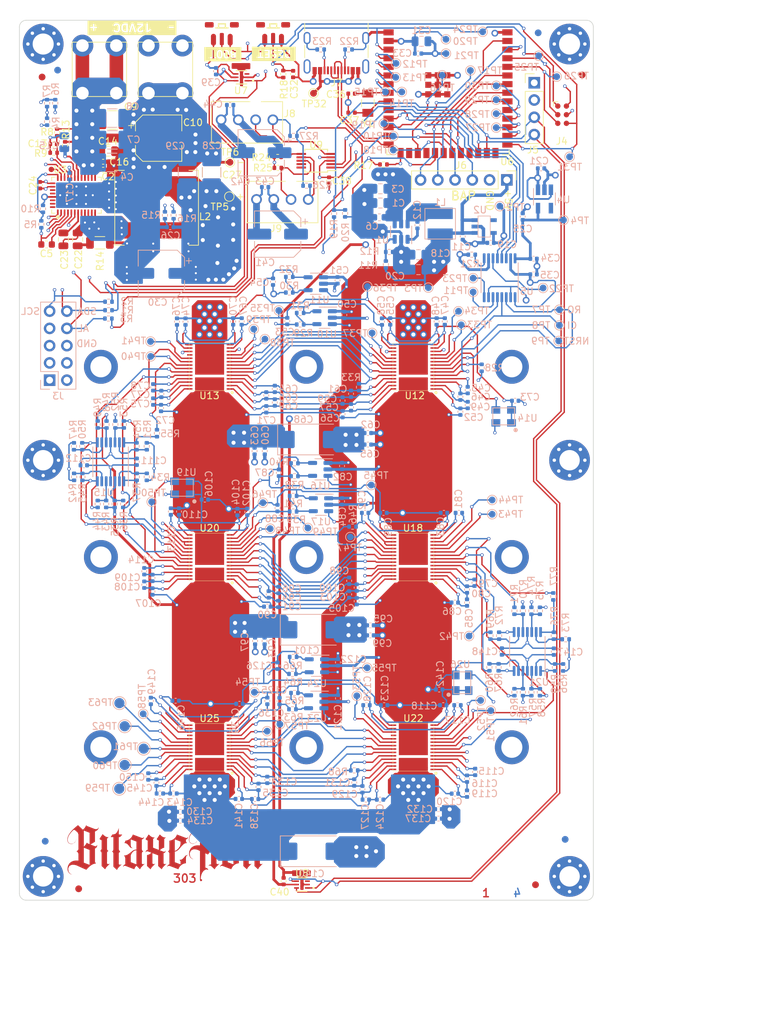
<source format=kicad_pcb>
(kicad_pcb (version 20240108) (generator "pcbnew") (generator_version "8.0")
  (title_block (rev "302"))
  (layers (0 "F.Cu" signal) (1 "In1.Cu" signal) (2 "In2.Cu" signal) (31 "B.Cu" signal) (34 "B.Paste" user) (35 "F.Paste" user) (36 "B.SilkS" user "B.Silkscreen") (37 "F.SilkS" user "F.Silkscreen") (38 "B.Mask" user) (39 "F.Mask" user) (44 "Edge.Cuts" user))
  (net 0 "")
  (net 1 "GND")
  (net 2 "/VDD")
  (net 3 "/ESP32/EN")
  (net 4 "/5V")
  (net 5 "/3V3")
  (net 6 "/SCL")
  (net 7 "Net-(U3-BP1V5)")
  (net 8 "Net-(U3-DRTN)")
  (net 9 "Net-(U3-EN{slash}UVLO)")
  (net 10 "/1V8")
  (net 11 "Net-(U3-AVIN)")
  (net 12 "Net-(U3-VDD5)")
  (net 13 "Net-(U3-VOSNS)")
  (net 14 "Net-(C22-Pad2)")
  (net 15 "/ESP32/P_TX")
  (net 16 "/ESP32/P_RX")
  (net 17 "/ESP32/IO0")
  (net 18 "/ESP32/XIN32")
  (net 19 "/ESP32/XOUT32")
  (net 20 "/Power/PGOOD")
  (net 21 "Net-(U3-GOSNS)")
  (net 22 "/SDA")
  (net 23 "/BM1366-1/0V8")
  (net 24 "/BM1366-1/1V8")
  (net 25 "Net-(U12-VDD3_0)")
  (net 26 "Net-(U13-INV_CLKO)")
  (net 27 "/BM1366-2/0V8")
  (net 28 "/BM1366-2/1V8")
  (net 29 "Net-(U13-CLKO)")
  (net 30 "Net-(U12-VDD2_0)")
  (net 31 "/NRSTI")
  (net 32 "/RO")
  (net 33 "/CI")
  (net 34 "/BM1366-3/0V8")
  (net 35 "/BM1366-3/1V8")
  (net 36 "Net-(U12-VDD1_0)")
  (net 37 "Net-(U12-VDD1_1)")
  (net 38 "Net-(U12-VDD2_1)")
  (net 39 "Net-(U12-VDD3_1)")
  (net 40 "/Fan/FAN1_TACH")
  (net 41 "/Fan/FAN1_PWM")
  (net 42 "/Fan/FAN2_TACH")
  (net 43 "/Fan/FAN2_PWM")
  (net 44 "Net-(U18-VDD1_0)")
  (net 45 "Net-(U18-VDD2_0)")
  (net 46 "Net-(U22-INV_CLKO)")
  (net 47 "Net-(U18-VDD3_0)")
  (net 48 "Net-(U15A--)")
  (net 49 "Net-(U18-VDD3_1)")
  (net 50 "Net-(U15B--)")
  (net 51 "Net-(U13-ADDR0)")
  (net 52 "Net-(U13-ADDR1)")
  (net 53 "Net-(U18-VDD2_1)")
  (net 54 "/BM1366-1/BI1")
  (net 55 "/VIN")
  (net 56 "Net-(U3-VSEL)")
  (net 57 "Net-(U18-VDD1_1)")
  (net 58 "Net-(U15C--)")
  (net 59 "Net-(U15D--)")
  (net 60 "Net-(U3-ADRSEL)")
  (net 61 "Net-(J6-Pin_4)")
  (net 62 "Net-(J6-Pin_6)")
  (net 63 "Net-(U20-VDD3_1)")
  (net 64 "Net-(U20-VDD2_1)")
  (net 65 "Net-(U20-VDD1_1)")
  (net 66 "Net-(U22-ADDR0)")
  (net 67 "Net-(U22-ADDR1)")
  (net 68 "Net-(U22-VDD3_0)")
  (net 69 "Net-(U22-VDD2_0)")
  (net 70 "Net-(U22-VDD1_0)")
  (net 71 "Net-(U21A--)")
  (net 73 "Net-(U21B--)")
  (net 74 "/BM1366-3/NRSTO3")
  (net 75 "Net-(U21C--)")
  (net 76 "Net-(U21D--)")
  (net 77 "Net-(J6-Pin_3)")
  (net 78 "Net-(J6-Pin_5)")
  (net 79 "Net-(R54-Pad1)")
  (net 80 "Net-(U6-GPIO4{slash}TOUCH4{slash}ADC1_CH3)")
  (net 81 "Net-(U6-GPIO5{slash}TOUCH5{slash}ADC1_CH4)")
  (net 82 "Net-(R76-Pad1)")
  (net 83 "Net-(U25-VDD1_1)")
  (net 84 "Net-(U25-VDD2_1)")
  (net 85 "Net-(U25-VDD3_1)")
  (net 91 "/BM1366-3/BO3")
  (net 93 "Net-(U6-GPIO6{slash}TOUCH6{slash}ADC1_CH5)")
  (net 94 "/BM1366-1/VDD1")
  (net 95 "/BM1366-2/VDD2")
  (net 96 "/BM1366-3/RI3")
  (net 97 "/BM1366-3/CLKO3")
  (net 98 "/BM1366-3/CO3")
  (net 99 "/BM1366-1/CLKI1")
  (net 100 "/BM1366-2/NRSTI2")
  (net 101 "/BM1366-2/BI2")
  (net 102 "/BM1366-2/RO2")
  (net 103 "/BM1366-2/CI2")
  (net 104 "/BM1366-3/NRSTI3")
  (net 105 "/BM1366-3/BI3")
  (net 106 "/BM1366-3/RO3")
  (net 107 "/BM1366-3/CI3")
  (net 108 "/BM1366-1/NRSTO")
  (net 109 "/BM1366-1/CO")
  (net 110 "/BM1366-1/BO")
  (net 111 "/BM1366-1/RI")
  (net 112 "/BM1366-2/RI")
  (net 113 "/BM1366-2/NRSTO")
  (net 114 "/BM1366-2/BO")
  (net 115 "/BM1366-2/CO")
  (net 117 "/ESP32/ASIC_RST")
  (net 118 "/ESP32/ESP32_TX")
  (net 119 "/ESP32/ESP32_RX")
  (net 120 "Net-(U6-GPIO7{slash}TOUCH7{slash}ADC1_CH6)")
  (net 121 "Net-(U6-GPIO8{slash}TOUCH8{slash}ADC1_CH7{slash}SUBSPICS1)")
  (net 122 "Net-(J7-CC1)")
  (net 123 "Net-(U6-GPIO20{slash}U1CTS{slash}ADC2_CH9{slash}CLK_OUT1{slash}USB_D+)")
  (net 124 "Net-(U6-GPIO19{slash}U1RTS{slash}ADC2_CH8{slash}CLK_OUT2{slash}USB_D-)")
  (net 126 "Net-(J7-CC2)")
  (net 127 "/Power/PMB_ALRT")
  (net 129 "Net-(U6-GPIO9{slash}TOUCH9{slash}ADC1_CH8{slash}FSPIHD{slash}SUBSPIHD)")
  (net 130 "Net-(U5-OE)")
  (net 131 "Net-(U10-ADJ)")
  (net 132 "Net-(U11-ADJ)")
  (net 133 "Net-(U12-BO)")
  (net 134 "Net-(U18-CLKO)")
  (net 135 "Net-(U12-CO)")
  (net 136 "/BM1366-2/CLKI2")
  (net 137 "Net-(U12-INV_CLKO)")
  (net 138 "Net-(U12-CLKO)")
  (net 139 "/BM1366-3/CLKI3")
  (net 140 "Net-(U12-NRSTO)")
  (net 141 "Net-(U12-RI)")
  (net 142 "Net-(U15A-+)")
  (net 143 "Net-(U16-ADJ)")
  (net 144 "Net-(U17-ADJ)")
  (net 145 "Net-(U15B-+)")
  (net 146 "Net-(U18-RO)")
  (net 147 "Net-(U18-INV_CLKO)")
  (net 148 "Net-(U18-NRSTI)")
  (net 149 "Net-(U15C-+)")
  (net 150 "Net-(U22-VDD3_1)")
  (net 151 "Net-(U22-VDD2_1)")
  (net 152 "Net-(U22-VDD1_1)")
  (net 153 "Net-(U22-RI)")
  (net 154 "Net-(U22-NRSTO)")
  (net 155 "Net-(U22-CO)")
  (net 156 "Net-(U22-CLKO)")
  (net 157 "Net-(U22-BO)")
  (net 158 "Net-(U18-CLKI)")
  (net 159 "Net-(U18-BI)")
  (net 160 "Net-(U18-CI)")
  (net 161 "Net-(U15D-+)")
  (net 162 "Net-(U20-INV_CLKO)")
  (net 163 "Net-(U21A-+)")
  (net 164 "Net-(U21B-+)")
  (net 165 "Net-(U23-ADJ)")
  (net 166 "Net-(U24-ADJ)")
  (net 167 "Net-(U21C-+)")
  (net 168 "Net-(U21D-+)")
  (net 169 "Net-(U25-INV_CLKO)")
  (net 170 "Net-(U5-A4)")
  (net 172 "Net-(U6-GPIO12{slash}TOUCH12{slash}ADC2_CH1{slash}FSPICLK{slash}FSPIIO6{slash}SUBSPICLK)")
  (net 173 "Net-(U6-GPIO14{slash}TOUCH14{slash}ADC2_CH3{slash}FSPIWP{slash}FSPIDQS{slash}SUBSPIWP)")
  (net 174 "Net-(U5-B4)")
  (net 175 "Net-(U5-DIR4)")
  (net 176 "Net-(U6-SPIIO6{slash}GPIO35{slash}FSPID{slash}SUBSPID)")
  (net 177 "Net-(U6-SPIIO7{slash}GPIO36{slash}FSPICLK{slash}SUBSPICLK)")
  (net 178 "Net-(U6-SPIDQS{slash}GPIO37{slash}FSPIQ{slash}SUBSPIQ)")
  (net 179 "Net-(U6-GPIO38{slash}FSPIWP{slash}SUBSPIWP)")
  (net 180 "Net-(J7-VBUS-PadA4)")
  (net 181 "Net-(U12-ADDR0)")
  (net 182 "Net-(U13-VDD3_1)")
  (net 183 "Net-(U12-ADDR1)")
  (net 184 "Net-(U13-VDD2_1)")
  (net 185 "Net-(U18-ADDR0)")
  (net 186 "Net-(U13-VDD1_1)")
  (net 187 "Net-(U18-ADDR1)")
  (net 188 "Net-(U20-ADDR0)")
  (net 189 "Net-(U20-ADDR1)")
  (net 190 "Net-(U25-ADDR0)")
  (net 191 "Net-(U25-ADDR1)")
  (net 197 "Net-(U3-MSEL1)")
  (net 198 "Net-(U3-BOOT)")
  (net 199 "/ESP32/VDD_SAMPLE")
  (net 200 "Net-(U1-SW)")
  (net 201 "Net-(U1-CB)")
  (net 202 "Net-(U1-FB)")
  (net 207 "/Power/SW")
  (net 208 "Net-(U3-MSEL2)")
  (net 209 "/Power/AGND")
  (net 217 "/Power/PMB_SCL")
  (net 218 "/Power/PMB_SDA")
  (net 219 "/SMB_ALRT")
  (footprint "bitaxe:BM1366" (layer "F.Cu") (at 108 125 180)
    (property "Reference" "U18")
    (property "Value" "BM1366_mode0")
  )
  (footprint "bitaxe:Tag-Connect_TC2030-IDC-NL_2x03_P1.27mm_Vertical" (layer "F.Cu") (at 129.9 59.9 -90)
    (property "Reference" "J4")
    (property "Value" "TC2030-IDC")
  )
  (footprint "bitaxe:BM1366" (layer "F.Cu") (at 78 125 180)
    (property "Reference" "U20")
    (property "Value" "BM1366_mode0")
  )
  (footprint "TestPoint:TestPoint_Pad_D1.0mm" (layer "F.Cu") (at 80.9 71.95)
    (property "Reference" "TP5")
    (property "Value" "TestPoint")
  )
  (footprint "Resistor_SMD:R_0402_1005Metric" (layer "F.Cu") (at 88.85 53.92 90)
    (property "Reference" "R18")
    (property "Value" "10k")
  )
  (footprint "bitaxe:hex-heatsink" (layer "F.Cu") (at 92.25 125)
    (property "Reference" "HS1" (hide yes))
    (property "Value" "Heatsink")
  )
  (footprint "LOGO" (layer "F.Cu") (at 71.5 168)
    (property "Reference" "G***" (hide yes))
    (property "Value" "LOGO" (hide yes))
  )
  (footprint "bitaxe:7770-screw-terminal" (layer "F.Cu") (at 71.5 53.225 180)
    (property "Reference" "J2" (hide yes))
    (property "Value" "Conn_01x01")
  )
  (footprint "kibuzzard-65356D5C" (layer "F.Cu") (at 79.95 51 180)
    (property "Reference" "kibuzzard-65356D5C" (hide yes))
    (property "Value" "G***" (hide yes))
  )
  (footprint "MountingHole:MountingHole_3mm_Pad_Via" (layer "F.Cu") (at 53.5 49.5)
    (property "Reference" "H1" (hide yes))
    (property "Value" "MountingHole")
  )
  (footprint "bitaxe:7770-screw-terminal" (layer "F.Cu") (at 61.775 53.225 180)
    (property "Reference" "J1" (hide yes))
    (property "Value" "Screw Terminal")
  )
  (footprint "bitaxe:SC32S-7PF20PPM" (layer "F.Cu") (at 101.3 58.2 -90)
    (property "Reference" "Y1")
    (property "Value" "32.768kHz")
  )
  (footprint "bitaxe:470531000" (layer "F.Cu") (at 79.7 60.65)
    (property "Reference" "J8")
    (property "Value" "Conn_01x04")
  )
  (footprint "bitaxe:3.1mm_mounting" (layer "F.Cu") (at 92.25 97)
    (property "Reference" "H13" (hide yes))
    (property "Value" "HeatsinkMountingHole")
  )
  (footprint "bitaxe:TestPoint_Pad_D0.8mm" (layer "F.Cu") (at 54.7 67.95)
    (property "Reference" "TP1" (hide yes))
    (property "Value" "TestPoint")
  )
  (footprint "Capacitor_SMD:C_0805_2012Metric" (layer "F.Cu") (at 56.475 78.25 -90)
    (property "Reference" "C23")
    (property "Value" "100nF")
  )
  (footprint "Resistor_SMD:R_0402_1005Metric" (layer "F.Cu") (at 88.05 67.725 180)
    (property "Reference" "R25")
    (property "Value" "5.6k")
  )
  (footprint "bitaxe:TL3340-switch" (layer "F.Cu") (at 79.8 47.7675 180)
    (property "Reference" "SW2" (hide yes))
    (property "Value" "SWITCH-SPST")
  )
  (footprint "MountingHole:MountingHole_3mm_Pad_Via" (layer "F.Cu") (at 131 172)
    (property "Reference" "H4" (hide yes))
    (property "Value" "MountingHole")
  )
  (footprint "Fiducial:Fiducial_1mm_Mask2mm" (layer "F.Cu") (at 53.34 54.356)
    (property "Reference" "FID3" (hide yes))
    (property "Value" "Fiducial")
  )
  (footprint "Inductor_SMD:L_Coilcraft_XAL1010-XXX" (layer "F.Cu") (at 70.2 73.6 90)
    (property "Reference" "L2")
    (property "Value" "680nH")
  )
  (footprint "Capacitor_SMD:C_0402_1005Metric" (layer "F.Cu") (at 55.02 64.225 180)
    (property "Reference" "C13")
    (property "Value" "100nF")
  )
  (footprint "Capacitor_SMD:C_0603_1608Metric" (layer "F.Cu") (at 54 79)
    (property "Reference" "C5")
    (property "Value" "1uF")
  )
  (footprint "Capacitor_SMD:C_0402_1005Metric" (layer "F.Cu") (at 98.9 56.8 180)
    (property "Reference" "C36")
    (property "Value" "6.8pF")
  )
  (footprint "Capacitor_SMD:CP_Elec_6.3x5.9" (layer "F.Cu") (at 70.5 63.35)
    (property "Reference" "C10")
    (property "Value" "180uF")
  )
  (footprint "bitaxe:3.1mm_mounting" (layer "F.Cu") (at 92.25 153)
    (property "Reference" "H15" (hide yes))
    (property "Value" "HeatsinkMountingHole")
  )
  (footprint "Connector_PinHeader_2.54mm:PinHeader_1x06_P2.54mm_Vertical" (layer "F.Cu") (at 121.76 69.5 -90)
    (property "Reference" "J6")
    (property "Value" "Conn_01x06")
  )
  (footprint "bitaxe:BM1366" (layer "F.Cu") (at 78 153 180)
    (property "Reference" "U25")
    (property "Value" "BM1366_mode1")
  )
  (footprint "Resistor_SMD:R_0402_1005Metric" (layer "F.Cu") (at 55.545 62.5 -90)
    (property "Reference" "R8")
    (property "Value" "12.7K")
  )
  (footprint "bitaxe:470531000" (layer "F.Cu") (at 84.91 72.375)
    (property "Reference" "J9")
    (property "Value" "Conn_01x04")
  )
  (footprint "Capacitor_SMD:C_0402_1005Metric" (layer "F.Cu") (at 88.9 172.7 90)
    (property "Reference" "C40")
    (property "Value" "311-3342-1-ND")
  )
  (footprint "bitaxe:3.1mm_mounting" (layer "F.Cu") (at 92.25 125)
    (property "Reference" "H14" (hide yes))
    (property "Value" "HeatsinkMountingHole")
  )
  (footprint "TestPoint:TestPoint_Pad_D1.0mm" (layer "F.Cu") (at 81 66.9)
    (property "Reference" "TP6")
    (property "Value" "TestPoint")
  )
  (footprint "bitaxe:3.1mm_mounting" (layer "F.Cu") (at 122.5 125)
    (property "Reference" "H10" (hide yes))
    (property "Value" "HeatsinkMountingHole")
  )
  (footprint "kibuzzard-65356D4E" (layer "F.Cu") (at 87.45 50.95 180)
    (property "Reference" "kibuzzard-65356D4E" (hide yes))
    (property "Value" "G***" (hide yes))
  )
  (footprint "Capacitor_SMD:C_1210_3225Metric" (layer "F.Cu") (at 78.3 68.375 90)
    (property "Reference" "C27")
    (property "Value" "47uF")
  )
  (footprint "Capacitor_SMD:C_0402_1005Metric" (layer "F.Cu") (at 62.325 68)
    (property "Reference" "C2")
    (property "Value" "4.7nF")
  )
  (footprint "bitaxe:BM1366" (layer "F.Cu") (at 108 153 180)
    (property "Reference" "U22")
    (property "Value" "BM1366_mode1")
  )
  (footprint "bitaxe:3.1mm_mounting" (layer "F.Cu") (at 62 125)
    (property "Reference" "H9" (hide yes))
    (property "Value" "HeatsinkMountingHole")
  )
  (footprint "Fiducial:Fiducial_1mm_Mask2mm" (layer "F.Cu") (at 132.842 54.05)
    (property "Reference" "FID1" (hide yes))
    (property "Value" "Fiducial")
  )
  (footprint "Package_SO:MSOP-10_3x3mm_P0.5mm" (layer "F.Cu") (at 93.7 66.675 180)
    (property "Reference" "U9")
    (property "Value" "EMC2302")
  )
  (footprint "Capacitor_SMD:C_0402_1005Metric" (layer "F.Cu") (at 98.9 59.6 180)
    (property "Reference" "C37")
    (property "Value" "6.8pF")
  )
  (footprint "Resistor_SMD:R_0402_1005Metric" (layer "F.Cu") (at 55.045 65.5 180)
    (property "Reference" "R9")
    (property "Value" "1.37K")
  )
  (footprint "Resistor_SMD:R_0402_1005Metric" (layer "F.Cu") (at 56.725 64.4 -90)
    (property "Reference" "R13")
    (property "Value" "10R")
  )
  (footprint "bitaxe:LQFN40-CLIP" (layer "F.Cu") (at 58.4 71.75 90)
    (property "Reference" "U3")
    (property "Value" "TPS546D24ARVFR")
  )
  (footprint "Fiducial:Fiducial_1mm_Mask2mm" (layer "F.Cu") (at 58.725 173.825)
    (property "Reference" "FID7" (hide yes))
    (property "Value" "Fiducial")
  )
  (footprint "Capacitor_SMD:C_0402_1005Metric" (layer "F.Cu") (at 62.325 66.825)
    (property "Reference" "C16")
    (property "Value" "2.2nF")
  )
  (footprint "bitaxe:SOT5X3-6_DRL_TEX" (layer "F.Cu") (at 82.7 54.4 180)
    (property "Reference" "U7")
    (property "Value" "TMP1075")
  )
  (footprint "bitaxe:3.1mm_mounting" (layer "F.Cu") (at 122.5 153)
    (property "Reference" "H12" (hide yes))
    (property "Value" "HeatsinkMountingHole")
  )
  (footprint "Capacitor_SMD:C_0805_2012Metric" (layer "F.Cu") (at 58.575 78.25 -90)
    (property "Reference" "C22")
    (property "Value" "1nF")
  )
  (footprint "bitaxe:BM1366" (layer "F.Cu") (at 78 97 180)
    (property "Reference" "U13")
    (property "Value" "BM1366_mode1")
  )
  (footprint "bitaxe:3.1mm_mounting" (layer "F.Cu") (at 122.5 97)
    (property "Reference" "H8" (hide yes))
    (property "Value" "HeatsinkMountingHole")
  )
  (footprint "bitaxe:3.1mm_mounting" (layer "F.Cu") (at 62 97)
    (property "Reference" "H7" (hide yes))
    (property "Value" "HeatsinkMountingHole")
  )
  (footprint "Connector_PinHeader_2.54mm:PinHeader_1x04_P2.54mm_Vertical" (layer "F.Cu") (at 125.8 55.2)
    (property "Reference" "J5")
    (property "Value" "Conn_01x04")
  )
  (footprint "bitaxe:ESP32-S3-WROOM-1U" (layer "F.Cu") (at 113.1 56.04)
    (property "Reference" "U6")
    (property "Value" "ESP32-S3-WROOM-1")
  )
  (footprint "Capacitor_SMD:C_1210_3225Metric" (layer "F.Cu") (at 63.7 60.675)
    (property "Reference" "C9")
    (property "Value" "22uF")
  )
  (footprint "Fiducial:Fiducial_1mm_Mask2mm" (layer "F.Cu") (at 125.984 173.228)
    (property "Reference" "FID5" (hide yes))
    (property "Value" "Fiducial")
  )
  (footprint "Capacitor_SMD:C_0402_1005Metric" (layer "F.Cu") (at 90.3 53.92 -90)
    (property "Reference" "C32")
    (property "Value" "1uF" (hide yes))
  )
  (footprint "MountingHole:MountingHole_3mm_Pad_Via" (layer "F.Cu") (at 53.5 110.75)
    (property "Reference" "H5" (hide yes))
    (property "Value" "MountingHole")
  )
  (footprint "Connector_USB:USB_C_Receptacle_GCT_USB4105-xx-A_16P_TopMnt_Horizontal" (layer "F.Cu") (at 96.67 49.695 180)
    (property "Reference" "J7")
    (property "Value" "USB_C_Receptacle_USB2.0")
  )
  (footprint "Resistor_SMD:R_0402_1005Metric" (layer "F.Cu") (at 103.6 67.225)
    (property "Reference" "R17")
    (property "Value" "10k")
  )
  (footprint "Resistor_SMD:R_1206_3216Metric" (layer "F.Cu") (at 61.85 78.75)
    (property "Reference" "R14")
    (property "Value" "1R")
  )
  (footprint "bitaxe:TL3340-switch" (layer "F.Cu") (at 87.35 47.7675 180)
    (property "Reference" "SW1" (hide yes))
    (property "Value" "SWITCH-SPST")
  )
  (footprint "MountingHole:MountingHole_3mm_Pad_Via" (layer "F.Cu") (at 131 49.5)
    (property "Reference" "H2" (hide yes))
    (property "Value" "MountingHole")
  )
  (footprint "MountingHole:MountingHole_3mm_Pad_Via" (layer "F.Cu") (at 53.5 172)
    (property "Reference" "H3" (hide yes))
    (property "Value" "MountingHole")
  )
  (footprint "Capacitor_SMD:C_0402_1005Metric" (layer "F.Cu") (at 53.025 70.275 -90)
    (property "Reference" "C24")
    (property "Value" "100pF")
  )
  (footprint "bitaxe:3.1mm_mounting" (layer "F.Cu") (at 62 153)
    (property "Reference" "H11" (hide yes))
    (property "Value" "HeatsinkMountingHole")
  )
  (footprint "Capacitor_SMD:C_0402_1005Metric" (layer "F.Cu") (at 95.6 69.6 -90)
    (property "Reference" "C38")
    (property "Value" "311-3342-1-ND")
  )
  (footprint "MountingHole:MountingHole_3mm_Pad_Via" (layer "F.Cu") (at 131 110.75)
    (property "Reference" "H6" (hide yes))
    (property "Value" "MountingHole")
  )
  (footprint "Capacitor_SMD:C_0805_2012Metric" (layer "F.Cu") (at 63.075 65.275)
    (property "Reference" "C14")
    (property "Value" "1uF")
  )
  (footprint "bitaxe:SOT5X3-6_DRL_TEX" (layer "F.Cu") (at 91.6008 173.2 180)
    (property "Reference" "U8")
    (property "Value" "TMP1075")
  )
  (footprint "kibuzzard-65978662" (layer "F.Cu") (at 66.575 47.125 180)
    (property "Reference" "kibuzzard-65978662" (hide yes))
    (property "Value" "G***" (hide yes))
  )
  (footprint "TestPoint:TestPoint_Pad_D1.0mm" (layer "F.Cu") (at 93.3 56.75)
    (property "Reference" "TP32")
    (property "Value" "TestPoint")
  )
  (footprint "Resistor_SMD:R_0402_1005Metric" (layer "F.Cu") (at 88.025 66.125 180)
    (property "Reference" "R24")
    (property "Value" "5.6k")
  )
  (footprint "bitaxe:BM1366" (layer "F.Cu") (at 108 97 180)
    (property "Reference" "U12")
    (property "Value" "BM1366_mode1")
  )
  (footprint "Capacitor_SMD:C_0402_1005Metric" (layer "B.Cu") (at 108.6 76.15 -90)
    (property "Reference" "C12")
    (property "Value" "0.1uF")
  )
  (footprint "TestPoint:TestPoint_Pad_D1.0mm" (layer "B.Cu") (at 69.325 95.475 180)
    (property "Reference" "TP40")
    (property "Value" "TestPoint")
  )
  (footprint "Capacitor_SMD:C_0402_1005Metric" (layer "B.Cu") (at 98.825 102.97 90)
    (property "Reference" "C57")
    (property "Value" "1uF")
  )
  (footprint "Capacitor_SMD:C_0402_1005Metric" (layer "B.Cu") (at 97.8375 89.375 90)
    (property "Reference" "C50")
    (property "Value" "0.1uF")
  )
  (footprint "TestPoint:TestPoint_Pad_D1.0mm" (layer "B.Cu") (at 105.45 52.35 180)
    (property "Reference" "TP12")
    (property "Value" "TestPoint")
  )
  (footprint "Capacitor_SMD:C_0402_1005Metric" (layer "B.Cu") (at 72.3 118.3 90)
    (property "Reference" "C113")
    (property "Value" "1uF")
  )
  (footprint "Capacitor_SMD:C_0402_1005Metric" (layer "B.Cu") (at 81.025 58.475 180)
    (property "Reference" "C44")
    (property "Value" "311-3342-1-ND")
  )
  (footprint "Capacitor_SMD:C_0402_1005Metric" (layer "B.Cu") (at 69.59 130.07 90)
    (property "Reference" "C107")
    (property "Value" "1uF")
  )
  (footprint "TestPoint:TestPoint_Pad_D1.0mm" (layer "B.Cu") (at 119.4 147.6 90)
    (property "Reference" "TP51")
    (property "Value" "TestPoint")
  )
  (footprint "Resistor_SMD:R_0402_1005Metric" (layer "B.Cu") (at 97.95 74.425 90)
    (property "Reference" "R20")
    (property "Value" "22.1k")
  )
  (footprint "Capacitor_SMD:C_0805_2012Metric" (layer "B.Cu") (at 108.75 80.5 180)
    (property "Reference" "C18")
    (property "Value" "10uF")
  )
  (footprint "Resistor_SMD:R_0402_1005Metric" (layer "B.Cu") (at 58.025 108.7 90)
    (property "Reference" "R47")
    (property "Value" "1k")
  )
  (footprint "Capacitor_Tantalum_SMD:CP_EIA-7343-31_Kemet-D_Pad2.25x2.55mm_HandSolder" (layer "B.Cu") (at 93 168.3)
    (property "Reference" "C140")
    (property "Value" "330uF")
  )
  (footprint "Capacitor_SMD:C_0402_1005Metric" (layer "B.Cu") (at 111.7 162.1 180)
    (property "Reference" "C132")
    (property "Value" "0.1uF")
  )
  (footprint "Capacitor_SMD:C_0402_1005Metric" (layer "B.Cu") (at 100.5 159.18 90)
    (property "Reference" "C129")
    (property "Value" "1uF")
  )
  (footprint "Package_TO_SOT_SMD:TSOT-23-5" (layer "B.Cu") (at 93.7 146.3 180)
    (property "Reference" "U23")
    (property "Value" "AP7331")
  )
  (footprint "Resistor_SMD:R_0402_1005Metric" (layer "B.Cu") (at 67.275 113.2 90)
    (property "Reference" "R37")
    (property "Value" "1k")
  )
  (footprint "TestPoint:TestPoint_Pad_D1.0mm" (layer "B.Cu") (at 84.6 144.9 180)
    (property "Reference" "TP54")
    (property "Value" "TestPoint")
  )
  (footprint "Capacitor_SMD:C_0402_1005Metric" (layer "B.Cu") (at 78.95 53.5 90)
    (property "Reference" "C39")
    (property "Value" "311-3342-1-ND")
  )
  (footprint "TestPoint:TestPoint_Pad_D1.0mm" (layer "B.Cu") (at 127.1 85.4 180)
    (property "Reference" "TP22")
    (property "Value" "TestPoint")
  )
  (footprint "Resistor_SMD:R_0402_1005Metric" (layer "B.Cu") (at 90.3 118.3)
    (property "Reference" "R39")
    (property "Value" "115k")
  )
  (footprint "TestPoint:TestPoint_Pad_D1.0mm" (layer "B.Cu") (at 99.675 145.425 180)
    (property "Reference" "TP53")
    (property "Value" "TestPoint")
  )
  (footprint "Capacitor_SMD:C_0805_2012Metric" (layer "B.Cu") (at 103.15 70.8 180)
    (property "Reference" "C3")
    (property "Value" "10uF")
  )
  (footprint "Capacitor_SMD:C_0402_1005Metric" (layer "B.Cu") (at 86.7 130.5 90)
    (property "Reference" "C94")
    (property "Value" "1uF")
  )
  (footprint "Capacitor_SMD:C_0805_2012Metric" (layer "B.Cu") (at 56.6 63.95 -90)
    (property "Reference" "C15")
    (property "Value" "1uF")
  )
  (footprint "Capacitor_SMD:C_0402_1005Metric" (layer "B.Cu") (at 70.85 103.07 90)
    (property "Reference" "C72")
    (property "Value" "1uF")
  )
  (footprint "Resistor_SMD:R_0402_1005Metric" (layer "B.Cu") (at 104.45 80.1)
    (property "Reference" "R12")
    (property "Value" "22.1k")
  )
  (footprint "TestPoint:TestPoint_Pad_D1.0mm" (layer "B.Cu") (at 120.2 55.65 180)
    (property "Reference" "TP30")
    (property "Value" "TestPoint")
  )
  (footprint "TestPoint:TestPoint_Pad_D1.0mm" (layer "B.Cu") (at 69.3 93.275 180)
    (property "Reference" "TP41")
    (property "Value" "TestPoint")
  )
  (footprint "Capacitor_SMD:C_0402_1005Metric" (layer "B.Cu") (at 99.3 158.18 90)
    (property "Reference" "C131")
    (property "Value" "1uF")
  )
  (footprint "Resistor_SMD:R_0402_1005Metric" (layer "B.Cu") (at 130.425 137.1)
    (property "Reference" "R73")
    (property "Value" "1k")
  )
  (footprint "TestPoint:TestPoint_Pad_D1.0mm" (layer "B.Cu") (at 86.925 120.825)
    (property "Reference" "TP48")
    (property "Value" "TestPoint")
  )
  (footprint "Resistor_SMD:R_0402_1005Metric" (layer "B.Cu") (at 119.35 136.575 90)
    (property "Reference" "R69")
    (property "Value" "1k")
  )
  (footprint "TestPoint:TestPoint_Pad_D1.0mm" (layer "B.Cu") (at 114.65 88.825)
    (property "Reference" "TP34")
    (property "Value" "TestPoint")
  )
  (footprint "Package_TO_SOT_SMD:SOT-23-5_HandSoldering" (layer "B.Cu") (at 127.3 72.3 -90)
    (property "Reference" "U4")
    (property "Value" "MIC5504")
  )
  (footprint "Capacitor_SMD:C_0402_1005Metric" (layer "B.Cu") (at 128.68 138.92 -90)
    (property "Reference" "C147")
    (property "Value" "0.1uF")
  )
  (footprint "Capacitor_SMD:C_0402_1005Metric" (layer "B.Cu") (at 81.475 90.325 90)
    (property "Reference" "C70")
    (property "Value" "1uF")
  )
  (footprint "Resistor_SMD:R_0402_1005Metric" (layer "B.Cu") (at 61.525 105.4875 -90)
    (property "Reference" "R49")
    (property "Value" "10k")
  )
  (footprint "Resistor_SMD:R_0402_1005Metric" (layer "B.Cu") (at 54.075 60.925 90)
    (property "Reference" "R4")
    (property "Value" "17.8K")
  )
  (footprint "Capacitor_SMD:C_0402_1005Metric" (layer "B.Cu") (at 88.2 112.6 -90)
    (property "Reference" "C87")
    (property "Value" "1uF")
  )
  (footprint "Capacitor_SMD:C_0402_1005Metric" (layer "B.Cu") (at 100.9 118.5 180)
    (property "Reference" "C92")
    (property "Value" "1uF")
  )
  (footprint "Capacitor_SMD:C_0402_1005Metric" (layer "B.Cu") (at 125.7 83.4)
    (property "Reference" "C35")
    (property "Value" "311-3342-1-ND")
  )
  (footprint "TestPoint:TestPoint_Pad_D1.0mm" (layer "B.Cu") (at 115.05 90.825)
    (property "Reference" "TP33")
    (property "Value" "TestPoint")
  )
  (footprint "Capacitor_SMD:C_0402_1005Metric" (layer "B.Cu") (at 114.925 103.605 -90)
    (property "Reference" "C52")
    (property "Value" "1uF")
  )
  (footprint "TestPoint:TestPoint_Pad_D1.0mm" (layer "B.Cu") (at 129.1 54.3 -90)
    (property "Reference" "TP26")
    (property "Value" "TestPoint")
  )
  (footprint "Resistor_SMD:R_0402_1005Metric" (layer "B.Cu") (at 99.3 156.4 180)
    (property "Reference" "R68")
    (property "Value" "2k")
  )
  (footprint "Capacitor_SMD:C_0402_1005Metric" (layer "B.Cu") (at 97.575 101.97 90)
    (property "Reference" "C59")
    (property "Value" "1uF")
  )
  (footprint "Capacitor_SMD:C_1210_3225Metric" (layer "B.Cu") (at 78.3 68.375 90)
    (property "Reference" "C28")
    (property "Value" "47uF")
  )
  (footprint "TestPoint:TestPoint_Pad_D1.0mm" (layer "B.Cu") (at 116.4 53.4 180)
    (property "Reference" "TP17")
    (property "Value" "TestPoint")
  )
  (footprint "Capacitor_SMD:C_0402_1005Metric" (layer "B.Cu") (at 68.39 127.09 90)
    (property "Reference" "C114")
    (property "Value" "1uF")
  )
  (footprint "TestPoint:TestPoint_Pad_D1.5mm" (layer "B.Cu") (at 65.5 149.9)
    (property "Reference" "TP62")
    (property "Value" "TestPoint")
  )
  (footprint "TestPoint:TestPoint_Pad_D1.0mm" (layer "B.Cu") (at 116.8 86 180)
    (property "Reference" "TP11")
    (property "Value" "TestPoint")
  )
  (footprint "Package_SO:TSSOP-16_4.4x5mm_P0.65mm" (layer "B.Cu") (at 120.7 83.9 90)
    (property "Reference" "U5")
    (property "Value" "SN74AVC4T774")
  )
  (footprint "Capacitor_SMD:C_0402_1005Metric" (layer "B.Cu") (at 70.68 159.8 180)
    (property "Reference" "C144")
    (property "Value" "1uF")
  )
  (footprint "Capacitor_SMD:C_0402_1005Metric" (layer "B.Cu") (at 67.275 110.975 -90)
    (property "Reference" "C111")
    (property "Value" "0.1uF")
  )
  (footprint "Capacitor_SMD:C_0402_1005Metric" (layer "B.Cu") (at 88.1 131.9 90)
    (property "Reference" "C91")
    (property "Value" "1uF")
  )
  (footprint "Package_TO_SOT_SMD:TSOT-23-5" (layer "B.Cu") (at 93.6375 84.775 180)
    (property "Reference" "U11")
    (property "Value" "AP7331")
  )
  (footprint "Capacitor_SMD:C_0402_1005Metric" (layer "B.Cu") (at 68.98 157.3 90)
    (property "Reference" "C150")
    (property "Value" "1uF")
  )
  (footprint "Resistor_SMD:R_0402_1005Metric" (layer "B.Cu") (at 71.425 74.7 -90)
    (property "Reference" "R15")
    (property "Value" "49.9R")
  )
  (footprint "Capacitor_SMD:C_0402_1005Metric" (layer "B.Cu") (at 97.5 116.8 90)
    (property "Reference" "C84")
    (property "Value" "0.1uF")
  )
  (footprint "Capacitor_SMD:C_0402_1005Metric" (layer "B.Cu") (at 82.725 90.325 90)
    (property "Reference" "C67")
    (property "Value" "1uF")
  )
  (footprint "Resistor_SMD:R_0402_1005Metric" (layer "B.Cu") (at 122.88 132.91 -90)
    (property "Reference" "R71")
    (property "Value" "10k")
  )
  (footprint "TestPoint:TestPoint_Pad_D1.0mm" (layer "B.Cu") (at 68.225 148.075 180)
    (property "Reference" "TP58")
    (property "Value" "TestPoint")
  )
  (footprint "Resistor_SMD:R_0402_1005Metric" (layer "B.Cu") (at 96.325 74.45 -90)
    (property "Reference" "R19")
    (property "Value" "7.87k")
  )
  (footprint "Capacitor_SMD:C_0402_1005Metric" (layer "B.Cu") (at 73.2 90.35 90)
    (property "Reference" "C76")
    (property "Value" "1uF")
  )
  (footprint "Resistor_SMD:R_0402_1005Metric" (layer "B.Cu") (at 72.7 74.7 90)
    (property "Reference" "R16")
    (property "Value" "1.37K")
  )
  (footprint "TestPoint:TestPoint_Pad_D1.0mm" (layer "B.Cu") (at 120.2 57.7 180)
    (property "Reference" "TP29")
    (property "Value" "TestPoint")
  )
  (footprint "Capacitor_SMD:C_0402_1005Metric" (layer "B.Cu") (at 68.39 129.07 90)
    (property "Reference" "C108")
    (property "Value" "1uF")
  )
  (footprint "TestPoint:TestPoint_Pad_D1.0mm" (layer "B.Cu") (at 105.05 63.05 180)
    (property "Reference" "TP10")
    (property "Value" "TestPoint")
  )
  (footprint "Capacitor_SMD:C_0402_1005Metric" (layer "B.Cu") (at 88 117.8 -90)
    (property "Reference" "C88")
    (property "Value" "1uF")
  )
  (footprint "Resistor_SMD:R_0402_1005Metric" (layer "B.Cu") (at 103.95 81.95 90)
    (property "Reference" "R11")
    (property "Value" "115k")
  )
  (footprint "Capacitor_SMD:C_0402_1005Metric" (layer "B.Cu") (at 88 141 -90)
    (property "Reference" "C126")
    (property "Value" "1uF")
  )
  (footprint "Capacitor_SMD:C_0402_1005Metric" (layer "B.Cu") (at 86.35 101.215 -90)
    (property "Reference" "C66")
    (property "Value" "1uF")
  )
  (footprint "Capacitor_SMD:C_0402_1005Metric" (layer "B.Cu") (at 59.475 111.5)
    (property "Reference" "C112")
    (property "Value" "1uF")
  )
  (footprint "Resistor_SMD:R_0402_1005Metric" (layer "B.Cu") (at 92.275 70.35 180)
    (property "Reference" "R26")
    (property "Value" "10k")
  )
  (footprint "TestPoint:TestPoint_Pad_D1.5mm" (layer "B.Cu") (at 65.5 155.6)
    (property "Reference" "TP60")
    (property "Value" "TestPoint")
  )
  (footprint "Capacitor_SMD:C_0402_1005Metric" (layer "B.Cu") (at 119.37205 78.7602 180)
    (property "Reference" "C19")
    (property "Value" "1uF")
  )
  (footprint "Capacitor_SMD:C_0402_1005Metric" (layer "B.Cu") (at 87.6 102.255 -90)
    (property "Reference" "C69")
    (property "Value" "1uF")
  )
  (footprint "Resistor_SMD:R_0402_1005Metric" (layer "B.Cu") (at 67.25 108.7 -90)
    (property "Reference" "R54")
    (property "Value" "1k")
  )
  (footprint "Capacitor_SMD:C_1210_3225Metric" (layer "B.Cu") (at 63.675 60.4)
    (property "Reference" "C8")
    (property "Value" "22uF")
  )
  (footprint "Capacitor_SMD:C_0402_1005Metric" (layer "B.Cu") (at 84.7 137.35 -90)
    (property "Reference" "C97")
    (property "Value" "1uF")
  )
  (footprint "Fiducial:Fiducial_1mm_Mask2mm" (layer "B.Cu") (at 53.8 166.825 180)
    (property "Reference" "FID2" (hide yes))
    (property "Value" "Fiducial")
  )
  (footprint "Capacitor_SMD:C_0402_1005Metric" (layer "B.Cu") (at 69.35 146.175 -90)
    (property "Reference" "C149")
    (property "Value" "1uF")
  )
  (footprint "Capacitor_SMD:C_0402_1005Metric" (layer "B.Cu") (at 103.1 160.7 180)
    (property "Reference" "C124")
    (property "Value" "1uF")
  )
  (footprint "Resistor_SMD:R_0402_1005Metric" (layer "B.Cu") (at 90.5 113.1)
    (property "Reference" "R38")
    (property "Value" "115k")
  )
  (footprint "Capacitor_SMD:C_0402_1005Metric" (layer "B.Cu") (at 72.2 76.45 180)
    (property "Reference" "C26")
    (property "Value" "2.2nF")
  )
  (footprint "Capacitor_SMD:C_0402_1005Metric" (layer "B.Cu") (at 112.4 146.8 180)
    (property "Reference" "C118")
    (property "Value" "1uF")
  )
  (footprint "Capacitor_SMD:C_0402_1005Metric" (layer "B.Cu") (at 84.7 160.62 180)
    (property "Reference" "C138")
    (property "Value" "1uF")
  )
  (footprint "Capacitor_SMD:C_0402_1005Metric" (layer "B.Cu") (at 86.125 109.4 90)
    (property "Reference" "C60")
    (property "Value" "0.1uF")
  )
  (footprint "Capacitor_SMD:C_0402_1005Metric" (layer "B.Cu") (at 99.65 129.495 -90)
    (property "Reference" "C100")
    (property "Value" "1uF")
  )
  (footprint "TestPoint:TestPoint_Pad_D1.0mm" (layer "B.Cu") (at 120.72205 73.3602)
    (property "Reference" "TP2")
    (property "Value" "TestPoint")
  )
  (footprint "Package_SO:TSSOP-14_4.4x5mm_P0.65mm" (layer "B.Cu") (at 124.78 138.9 90)
    (property "Reference" "U21")
    (property "Value" "TLV3544")
  )
  (footprint "Package_SO:TSSOP-14_4.4x5mm_P0.65mm" (layer "B.Cu") (at 63.425 110.9875 90)
    (property "Reference" "U15")
    (property "Value" "TLV3544")
  )
  (footprint "TestPoint:TestPoint_Pad_D1.0mm" (layer "B.Cu") (at 129.5 88.6 180)
    (property "Reference" "TP7")
    (property "Value" "TestPoint")
  )
  (footprint "bitaxe:RT9080-33GJ5" (layer "B.Cu") (at 118.42205 76.3602)
    (property "Reference" "U2")
    (property "Value" "RT9080-33GJ5")
  )
  (footprint "Capacitor_SMD:C_0402_1005Metric" (layer "B.Cu") (at 111.8 144.5 180)
    (property "Reference" "C142")
    (property "Value" "0.1uF")
  )
  (footprint "TestPoint:TestPoint_Pad_D1.0mm" (layer "B.Cu") (at 84.5 91.45)
    (property "Reference" "TP39")
    (property "Value" "TestPoint")
  )
  (footprint "Capacitor_SMD:C_0402_1005Metric" (layer "B.Cu") (at 84.625 109.4 -90)
    (property "Reference" "C63")
    (property "Value" "1uF")
  )
  (footprint "Capacitor_SMD:C_0402_1005Metric" (layer "B.Cu") (at 73.7 162.5)
    (property "Reference" "C130")
    (property "Value" "0.1uF")
  )
  (footprint "Resistor_SMD:R_0402_1005Metric" (layer "B.Cu") (at 63.1 89.9 180)
    (property "Reference" "R3")
    (property "Value" "0R")
  )
  (footprint "Capacitor_SMD:C_0402_1005Metric" (layer "B.Cu") (at 88.3 146.2 -90)
    (property "Reference" "C125")
    (property "Value" "1uF")
  )
  (footprint "Resistor_SMD:R_0402_1005Metric" (layer "B.Cu") (at 89.7375 86.075)
    (property "Reference" "R30")
    (property "Value" "115k")
  )
  (footprint "Capacitor_SMD:C_0402_1005Metric" (layer "B.Cu") (at 86.5 157.8 -90)
    (property "Reference" "C133")
    (property "Value" "1uF")
  )
  (footprint "Capacitor_SMD:C_0402_1005Metric" (layer "B.Cu") (at 72.68 159.8 180)
    (property "Reference" "C143")
    (property "Value" "1uF")
  )
  (footprint "Capacitor_SMD:C_0402_1005Metric" (layer "B.Cu") (at 115.9 157.62 -90)
    (property "Reference" "C116")
    (property "Value" "1uF")
  )
  (footprint "Capacitor_SMD:C_0402_1005Metric" (layer "B.Cu") (at 114.7 118.5)
    (property "Reference" "C81")
    (property "Value" "1uF")
  )
  (footprint "Capacitor_SMD:C_0402_1005Metric" (layer "B.Cu") (at 112.5 118.5 180)
    (property "Reference" "C83")
    (property "Value" "1uF")
  )
  (footprint "Resistor_SMD:R_0402_1005Metric" (layer "B.Cu") (at 94.36 50.3)
    (property "Reference" "R23")
    (property "Value" "5.1k")
  )
  (footprint "TestPoint:TestPoint_Pad_D1.0mm" (layer "B.Cu") (at 117.9 146.1)
    (property "Reference" "TP52")
    (property "Value" "TestPoint")
  )
  (footprint "Capacitor_SMD:C_0402_1005Metric" (layer "B.Cu") (at 111.7 163.5)
    (property "Reference" "C137")
    (property "Value" "1uF")
  )
  (footprint "TestPoint:TestPoint_Pad_D1.0mm" (layer "B.Cu") (at 101.925 92.025 180)
    (property "Reference" "TP37")
    (property "Value" "TestPoint")
  )
  (footprint "Connector_PinHeader_2.54mm:PinHeader_2x05_P2.54mm_Vertical" (layer "B.Cu") (at 54.45 98.97)
    (property "Reference" "J3")
    (property "Value" "Conn_02x05_Odd_Even")
  )
  (footprint "Capacitor_SMD:CP_Elec_6.3x7.7" (layer "B.Cu") (at 88.025 77.475 180)
    (property "Reference" "C41")
    (property "Value" "220uF")
  )
  (footprint "TestPoint:TestPoint_Pad_D1.0mm" (layer "B.Cu") (at 92.475 120.725)
    (property "Reference" "TP49")
    (property "Value" "TestPoint")
  )
  (footprint "Resistor_SMD:R_0402_1005Metric" (layer "B.Cu") (at 118.05 97.15 90)
    (property "Reference" "R28")
    (property "Value" "10k")
  )
  (footprint "Fiducial:Fiducial_1mm_Mask2mm" (layer "B.Cu") (at 126.375 47.85 180)
    (property "Reference" "FID8" (hide yes))
    (property "Value" "Fiducial")
  )
  (footprint "Resistor_SMD:R_0402_1005Metric" (layer "B.Cu") (at 126.63 132.91 -90)
    (property "Reference" "R75")
    (property "Value" "10k")
  )
  (footprint "Capacitor_Tantalum_SMD:CP_EIA-7343-31_Kemet-D_Pad2.25x2.55mm_HandSolder" (layer "B.Cu") (at 92.6 107.7)
    (property "Reference" "C68")
    (property "Value" "330uF")
  )
  (footprint "TestPoint:TestPoint_Pad_D1.0mm" (layer "B.Cu") (at 110.2 85.35 90)
    (property "Reference" "TP3")
    (property "Value" "TestPoint")
  )
  (footprint "Capacitor_SMD:C_0402_1005Metric" (layer "B.Cu") (at 57.375 68.95 -90)
    (property "Reference" "C17")
    (property "Value" "4.7uF")
  )
  (footprint "Package_TO_SOT_SMD:SOT-23-6" (layer "B.Cu") (at 106.2 77.1 90)
    (property "Reference" "U1")
    (property "Value" "LMR54410")
  )
  (footprint "Capacitor_SMD:C_0402_1005Metric" (layer "B.Cu") (at 88.125 129.85 90)
    (property "Reference" "C96")
    (property "Value" "1uF")
  )
  (footprint "Capacitor_SMD:C_0402_1005Metric" (layer "B.Cu") (at 116 100.43 -90)
    (property "Reference" "C45")
    (property "Value" "1uF")
  )
  (footprint "Resistor_SMD:R_0402_1005Metric" (layer "B.Cu") (at 128.85 141.25 90)
    (property "Reference" "R59")
    (property "Value" "1k")
  )
  (footprint "Capacitor_SMD:C_0402_1005Metric" (layer "B.Cu") (at 69.59 128.07 90)
    (property "Reference" "C109")
    (property "Value" "1uF")
  )
  (footprint "TestPoint:TestPoint_Pad_D1.5mm" (layer "B.Cu") (at 64.725 146.5)
    (property "Reference" "TP63")
    (property "Value" "TestPoint")
  )
  (footprint "Capacitor_SMD:C_0402_1005Metric" (layer "B.Cu") (at 101.675 136.525 180)
    (property "Reference" "C99")
    (property "Value" "1uF")
  )
  (footprint "Capacitor_SMD:C_1210_3225Metric" (layer "B.Cu") (at 63.65 66.925)
    (property "Reference" "C4")
    (property "Value" "22uF")
  )
  (footprint "Resistor_SMD:R_0402_1005Metric" (layer "B.Cu") (at 62.825 105.5 -90)
    (property "Reference" "R48")
    (property "Value" "10k")
  )
  (footprint "Capacitor_SMD:C_0402_1005Metric" (layer "B.Cu") (at 70.18 158.2 90)
    (property "Reference" "C145")
    (property "Value" "1uF")
  )
  (footprint "Capacitor_SMD:C_0402_1005Metric" (layer "B.Cu") (at 87.6 100.255 -90)
    (property "Reference" "C64")
    (property "Value" "1uF")
  )
  (footprint "Resistor_SMD:R_0402_1005Metric" (layer "B.Cu") (at 54.075 58.2 90)
    (property "Reference" "R7")
    (property "Value" "31.6K")
  )
  (footprint "Capacitor_SMD:C_0402_1005Metric" (layer "B.Cu") (at 77.3 116.55)
    (property "Reference" "C106")
    (property "Value" "0.1uF")
  )
  (footprint "Fiducial:Fiducial_1mm_Mask2mm" (layer "B.Cu") (at 55.626 53.34 180)
    (property "Reference" "FID6" (hide yes))
    (property "Value" "Fiducial")
  )
  (footprint "TestPoint:TestPoint_Pad_D1.0mm" (layer "B.Cu") (at 86.15 92.925)
    (property "Reference" "TP38")
    (property "Value" "TestPoint")
  )
  (footprint "Resistor_SMD:R_0402_1005Metric" (layer "B.Cu") (at 122.88 144.89 90)
    (property "Reference" "R62")
    (property "Value" "10k")
  )
  (footprint "bitaxe:O 25,0-JO32-B-1V3-1-T1-LF" (layer "B.Cu") (at 121.3 104.3 180)
    (property "Reference" "U14")
    (property "Value" "25MHz")
  )
  (footprint "Resistor_SMD:R_0402_1005Metric" (layer "B.Cu") (at 68.75 113.2 -90)
    (property "Reference" "R34")
    (property "Value" "1k")
  )
  (footprint "TestPoint:TestPoint_Pad_D1.0mm" (layer "B.Cu") (at 106.3 56.55 180)
    (property "Reference" "TP14")
    (property "Value" "TestPoint")
  )
  (footprint "Capacitor_SMD:C_0402_1005Metric" (layer "B.Cu") (at 96.8375 84.275 90)
    (property "Reference" "C51")
    (property "Value" "0.1uF")
  )
  (footprint "Resistor_SMD:R_0402_1005Metric" (layer "B.Cu") (at 124.13 144.89 90)
    (property "Reference" "R61")
    (property "Value" "10k")
  )
  (footprint "Capacitor_SMD:C_0805_2012Metric" (layer "B.Cu") (at 108.75 82.7 180)
    (property "Reference" "C20")
    (property "Value" "10uF")
  )
  (footprint "Resistor_SMD:R_0402_1005Metric" (layer "B.Cu") (at 68.75 108.7 90)
    (property "Reference" "R51")
    (property "Value" "1k")
  )
  (footprint "TestPoint:TestPoint_Pad_D1.0mm" (layer "B.Cu") (at 112.25 54.1 180)
    (property "Reference" "TP16")
    (property "Value" "TestPoint")
  )
  (footprint "Capacitor_SMD:C_0402_1005Metric" (layer "B.Cu") (at 104.6 90.325 90)
    (property "Reference" "C55")
    (property "Value" "1uF")
  )
  (footprint "Resistor_SMD:R_0402_1005Metric" (layer "B.Cu") (at 98.46 50.3 180)
    (property "Reference" "R22")
    (property "Value" "5.1k")
  )
  (footprint "Resistor_SMD:R_0402_1005Metric" (layer "B.Cu") (at 89.7375 83.775 180)
    (property "Reference" "R32")
    (property "Value" "402K")
  )
  (footprint "Package_TO_SOT_SMD:TSOT-23-5" (layer "B.Cu") (at 94.3 112.1 180)
    (property "Reference" "U16")
    (property "Value" "AP7331")
  )
  (footprint "Capacitor_SMD:C_0402_1005Metric" (layer "B.Cu") (at 96.9 140.5 90)
    (property "Reference" "C122")
    (property "Value" "0.1uF")
  )
  (footprint "Capacitor_SMD:C_0402_1005Metric" (layer "B.Cu") (at 114.5 146.8)
    (property "Reference" "C117")
    (property "Value" "1uF")
  )
  (footprint "Resistor_SMD:R_0402_1005Metric" (layer "B.Cu") (at 91.3375 89.075)
    (property "Reference" "R31")
    (property "Value" "115k")
  )
  (footprint "Capacitor_SMD:C_0805_2012Metric" (layer "B.Cu") (at 109.2 49.1)
    (property "Reference" "C31")
    (property "Value" "10uF")
  )
  (footprint "TestPoint:TestPoint_Pad_D1.0mm" (layer "B.Cu") (at 101.2375 85.175 180)
    (property "Reference" "TP36")
    (property "Value" "TestPoint")
  )
  (footprint "Resistor_SMD:R_0402_1005Metric" (layer "B.Cu") (at 70.25 106.775 -90)
    (property "Reference" "R55")
    (property "Value" "1k")
  )
  (footprint "TestPoint:TestPoint_Pad_D1.0mm" (layer "B.Cu") (at 119.6 118.7)
    (property "Reference" "TP43")
    (property "Value" "TestPoint")
  )
  (footprint "Capacitor_SMD:C_0402_1005Metric" (layer "B.Cu") (at 111.425 90.325 90)
    (property "Reference" "C48")
    (property "Value" "1uF")
  )
  (footprint "TestPoint:TestPoint_Pad_D1.0mm" (layer "B.Cu") (at 131 66.1 -90)
    (property "Reference" "TP31")
    (property "Value" "TestPoint")
  )
  (footprint "TestPoint:TestPoint_Pad_D1.0mm" (layer "B.Cu") (at 98.725 122.05 -90)
    (property "Reference" "TP47")
    (property "Value" "TestPoint")
  )
  (footprint "Capacitor_SMD:C_0402_1005Metric" (layer "B.Cu") (at 69.7 100.025 90)
    (property "Reference" "C78")
    (property "Value" "1uF")
  )
  (footprint "Package_TO_SOT_SMD:TSOT-23-5" (layer "B.Cu") (at 93.8 141 180)
    (property "Reference" "U24")
    (property "Value" "AP7331")
  )
  (footprint "Resistor_SMD:R_0402_1005Metric" (layer "B.Cu") (at 116.6 80.5)
    (property "Reference" "R21")
    (property "Value" "20k")
  )
  (footprint "TestPoint:TestPoint_Pad_D1.0mm" (layer "B.Cu") (at 116.8 83.95 180)
    (property "Reference" "TP23")
    (property "Value" "TestPoint")
  )
  (footprint "Capacitor_SMD:C_0402_1005Metric" (layer "B.Cu") (at 83.55 118.35 90)
    (property "Reference" "C102")
    (property "Value" "1uF")
  )
  (footprint "Capacitor_SMD:C_0402_1005Metric" (layer "B.Cu") (at 86.5 132.3)
    (property "Reference" "C90")
    (property "Value" "1uF")
  )
  (footprint "Capacitor_SMD:C_0402_1005Metric" (layer "B.Cu") (at 73.5 118.3 90)
    (property "Reference" "C110")
    (property "Value" "1uF")
  )
  (footprint "bitaxe:O 25,0-JO32-B-1V3-1-T1-LF" (layer "B.Cu") (at 74 114.8 180)
    (property "Reference" "U19")
    (property "Value" "25MHz")
  )
  (footprint "Fiducial:Fiducial_1mm_Mask2mm" (layer "B.Cu") (at 130.35 166.55 180)
    (property "Reference" "FID4" (hide yes))
    (property "Value" "Fiducial")
  )
  (footprint "Resistor_SMD:R_0402_1005Metric" (layer "B.Cu") (at 64.125 105.4875 -90)
    (property "Reference" "R52")
    (property "Value" "10k")
  )
  (footprint "Resistor_SMD:R_0402_1005Metric" (layer "B.Cu") (at 120.625 136.575 -90)
    (property "Reference" "R72")
    (property "Value" "1k")
  )
  (footprint "Resistor_SMD:R_0402_1005Metric" (layer "B.Cu") (at 126.63 144.89 90)
    (property "Reference" "R58")
    (property "Value" "10k")
  )
  (footprint "Resistor_SMD:R_0402_1005Metric" (layer "B.Cu") (at 130.05 141.25 -90)
    (property "Reference" "R56")
    (property "Value" "1k")
  )
  (footprint "Capacitor_SMD:C_0402_1005Metric" (layer "B.Cu") (at 98.825 100.97 90)
    (property "Reference" "C61")
    (property "Value" "1uF")
  )
  (footprint "Capacitor_SMD:C_0402_1005Metric" (layer "B.Cu") (at 73 146.15)
    (property "Reference" "C146")
    (property "Value" "1uF")
  )
  (footprint "TestPoint:TestPoint_Pad_D1.0mm" (layer "B.Cu") (at 112.8 48.8 180)
    (property "Reference" "TP20")
    (property "Value" "TestPoint")
  )
  (footprint "Capacitor_SMD:C_0402_1005Metric" (layer "B.Cu") (at 70.9 100.995 90)
    (property "Reference" "C77")
    (property "Value" "1uF")
  )
  (footprint "TestPoint:TestPoint_Pad_D1.0mm" (layer "B.Cu") (at 103.65 61.2 180)
    (property "Reference" "TP19")
    (property "Value" "TestPoint")
  )
  (footprint "Resistor_SMD:R_0402_1005Metric" (layer "B.Cu") (at 90.2 142.2)
    (property "Reference" "R64")
    (property "Value" "115k")
  )
  (footprint "Capacitor_SMD:C_0402_1005Metric" (layer "B.Cu") (at 101 160.7 180)
    (property "Reference" "C127")
    (property "Value" "1uF")
  )
  (footprint "TestPoint:TestPoint_Pad_D1.0mm" (layer "B.Cu") (at 105.05 65.1 180)
    (property "Reference" "TP18")
    (property "Value" "TestPoint")
  )
  (footprint "TestPoint:TestPoint_Pad_D1.0mm" (layer "B.Cu") (at 101.2 141.3 180)
    (property "Reference" "TP55")
    (property "Value" "TestPoint")
  )
  (footprint "Capacitor_SMD:C_0402_1005Metric" (layer "B.Cu") (at 112.625 90.325 90)
    (property "Reference" "C47")
    (property "Value" "1uF")
  )
  (footprint "Capacitor_SMD:C_0402_1005Metric" (layer "B.Cu") (at 87.3375 84.475 -90)
    (property "Reference" "C54")
    (property "Value" "1uF")
  )
  (footprint "TestPoint:TestPoint_Pad_D1.0mm" (layer "B.Cu") (at 101.8 114.4 180)
    (property "Reference" "TP45")
    (property "Value" "TestPoint")
  )
  (footprint "TestPoint:TestPoint_Pad_D1.0mm" (layer "B.Cu") (at 85.85 117 180)
    (property "Reference" "TP46")
    (property "Value" "TestPoint")
  )
  (footprint "TestPoint:TestPoint_Pad_D1.0mm" (layer "B.Cu") (at 118.2 47.7 -90)
    (property "Reference" "TP24")
    (property "Value" "TestPoint")
  )
  (footprint "Capacitor_SMD:C_0402_1005Metric" (layer "B.Cu") (at 117 128.78 -90)
    (property "Reference" "C79")
    (property "Value" "1uF")
  )
  (footprint "Capacitor_SMD:C_0402_1005Metric" (layer "B.Cu") (at 85.2 158.82 -90)
    (property "Reference" "C135")
    (property "Value" "1uF")
  )
  (footprint "Resistor_SMD:R_0402_1005Metric" (layer "B.Cu") (at 90.5 111.2 180)
    (property "Reference" "R40")
    (property "Value" "402K")
  )
  (footprint "TestPoint:TestPoint_Pad_D1.0mm" (layer "B.Cu") (at 88.1875 88.715 180)
    (property "Reference" "TP35")
    (property "Value" "TestPoint")
  )
  (footprint "Resistor_SMD:R_0402_1005Metric" (layer "B.Cu") (at 62.775 117.19 90)
    (property "Reference" "R43")
    (property "Value" "10k")
  )
  (footprint "Capacitor_SMD:C_0402_1005Metric" (layer "B.Cu") (at 86.175 70.55 180)
    (property "Reference" "C43")
    (property "Value" "311-3342-1-ND")
  )
  (footprint "Capacitor_SMD:C_0402_1005Metric" (layer "B.Cu") (at 115.9 131.7 -90)
    (property "Reference" "C85")
    (property "Value" "1uF")
  )
  (footprint "Capacitor_SMD:C_0402_1005Metric" (layer "B.Cu") (at 96.9 145.8 90)
    (property "Reference" "C121")
    (property "Value" "0.1uF")
  )
  (footprint "TestPoint:TestPoint_Pad_D1.0mm" (layer "B.Cu") (at 69.475 116.875 180)
    (property "Reference" "TP50")
    (property "Value" "TestPoint")
  )
  (footprint "Capacitor_SMD:C_0402_1005Metric" (layer "B.Cu") (at 103.375 90.35 90)
    (property "Reference" "C58")
    (property "Value" "1uF")
  )
  (footprint "Capacitor_SMD:C_0402_1005Metric" (layer "B.Cu") (at 82.3 160.6 180)
    (property "Reference" "C141")
    (property "Value" "1uF")
  )
  (footprint "TestPoint:TestPoint_Pad_D1.0mm" (layer "B.Cu") (at 103.9 56.55 180)
    (property "Reference" "TP15")
    (property "Value" "TestPoint")
  )
  (footprint "Capacitor_SMD:C_0402_1005Metric" (layer "B.Cu") (at 99.65 131.495 -90)
    (property "Reference" "C105")
    (property "Value" "1uF")
  )
  (footprint "Resistor_SMD:R_0402_1005Metric" (layer "B.Cu") (at 65.275 117.19 90)
    (property "Reference" "R36")
    (property "Value" "10k")
  )
  (footprint "Capacitor_SMD:C_0402_1005Metric" (layer "B.Cu") (at 101.3 106.75)
    (property "Reference" "C62")
    (property "Value" "0.1uF")
  )
  (footprint "Resistor_SMD:R_0402_1005Metric" (layer "B.Cu") (at 90.3 139.7 180)
    (property "Reference" "R66")
    (property "Value" "402K")
  )
  (footprint "Resistor_SMD:R_0402_1005Metric" (layer "B.Cu") (at 128.675 136.575 -90)
    (property "Reference" "R76")
    (property "Value" "1k")
  )
  (footprint "Capacitor_SMD:C_0402_1005Metric" (layer "B.Cu") (at 121.03 138.9 -90)
    (property "Reference" "C148")
    (property "Value" "1uF")
  )
  (footprint "Resistor_SMD:R_0402_1005Metric" (layer "B.Cu") (at 53.475 73.75 90)
    (property "Reference" "R10")
    (property "Value" "26.1K")
  )
  (footprint "Package_TO_SOT_SMD:TSOT-23-5" (layer "B.Cu") (at 94.9375 89.775 180)
    (property "Reference" "U10")
    (property "Value" "AP7331")
  )
  (footprint "TestPoint:TestPoint_Pad_D1.0mm" (layer "B.Cu") (at 120.2 59.75 180)
    (property "Reference" "TP28")
    (property "Value" "TestPoint")
  )
  (footprint "bitaxe:O 25,0-JO32-B-1V3-1-T1-LF" (layer "B.Cu") (at 115.2 143.5 90)
    (property "Reference" "U26")
    (property "Value" "25MHz")
  )
  (footprint "Resistor_SMD:R_0402_1005Metric" (layer "B.Cu") (at 100 100 90)
    (property "Reference" "R33")
    (property "Value" "2k")
  )
  (footprint "Capacitor_SMD:C_0402_1005Metric" (layer "B.Cu") (at 124.1 74.9 90)
    (property "Reference" "C25")
    (property "Value" "1uF")
  )
  (footprint "Capacitor_SMD:C_0402_1005Metric" (layer "B.Cu") (at 73.7 163.8 180)
    (property "Reference" "C134")
    (property "Value" "1uF")
  )
  (footprint "Resistor_SMD:R_0402_1005Metric" (layer "B.Cu") (at 63.125 87.425 180)
    (property "Reference" "R2")
    (property "Value" "0R")
  )
  (footprint "Resistor_SMD:R_0402_1005Metric" (layer "B.Cu") (at 90.3 116)
    (property "Reference" "R41")
    (property "Value" "115k")
  )
  (footprint "Capacitor_SMD:C_0402_1005Metric" (layer "B.Cu") (at 97.575 103.97 90)
    (property "Reference" "C56")
    (property "Value" "1uF")
  )
  (footprint "Capacitor_SMD:C_0402_1005Metric" (layer "B.Cu") (at 98.55 130.495 -90)
    (property "Reference" "C103")
    (property "Value" "1uF")
  )
  (footprint "Capacitor_SMD:C_0402_1005Metric" (layer "B.Cu") (at 114.925 101.405 -90)
    (property "Reference" "C46")
    (property "Value" "1uF")
  )
  (footprint "Capacitor_SMD:C_0402_1005Metric" (layer "B.Cu") (at 117.1 156.62 -90)
    (property "Reference" "C115")
    (property "Value" "1uF")
  )
  (footprint "TestPoint:TestPoint_Pad_D1.0mm" (layer "B.Cu") (at 86.475 150.625)
    (property "Reference" "TP56")
    (property "Value" "TestPoint")
  )
  (footprint "Capacitor_SMD:C_0402_1005Metric" (layer "B.Cu") (at 82.1 118.375 90)
    (property "Reference" "C104")
    (property "Value" "1uF")
  )
  (footprint "TestPoint:TestPoint_Pad_D1.0mm" (layer "B.Cu") (at 116.2 136.625 180)
    (property "Reference" "TP42")
    (property "Value" "TestPoint")
  )
  (footprint "Capacitor_SMD:C_0402_1005Metric" (layer "B.Cu") (at 69.7 102.12 90)
    (property "Reference" "C75")
    (property "Value" "1uF")
  )
  (footprint "Capacitor_SMD:C_0402_1005Metric" (layer "B.Cu") (at 89.4375 90.275 -90)
    (property "Reference" "C53")
    (property "Value" "1uF")
  )
  (footprint "Resistor_SMD:R_0402_1005Metric" (layer "B.Cu") (at 125.38 132.91 -90)
    (property "Reference" "R74")
    (property "Value" "10k")
  )
  (footprint "TestPoint:TestPoint_Pad_D1.0mm" (layer "B.Cu") (at 126.45 51.225 180)
    (property "Reference" "TP25")
    (property "Value" "TestPoint")
  )
  (footprint "Package_TO_SOT_SMD:TSOT-23-5" (layer "B.Cu") (at 94.4 117.3 180)
    (property "Reference" "U17")
    (property "Value" "AP7331")
  )
  (footprint "Resistor_SMD:R_0402_1005Metric" (layer "B.Cu") (at 128.6 130.8 -90)
    (property "Reference" "R77")
    (property "Value" "1k")
  )
  (footprint "Capacitor_SMD:C_1210_3225Metric" (layer "B.Cu") (at 63.7 63.6)
    (property "Reference" "C7")
    (property "Value" "22uF")
  )
  (footprint "TestPoint:TestPoint_Pad_D1.5mm" (layer "B.Cu") (at 64.7 159.1)
    (property "Reference" "TP59")
    (property "Value" "TestPoint")
  )
  (footprint "Resistor_SMD:R_0402_1005Metric" (layer "B.Cu") (at 59.25 108.7 -90)
    (property "Reference" "R50")
    (property "Value" "1k")
  )
  (footprint "Resistor_SMD:R_0402_1005Metric" (layer "B.Cu") (at 90.2 147.4)
    (property "Reference" "R63")
    (property "Value" "115k")
  )
  (footprint "Resistor_SMD:R_0402_1005Metric" (layer "B.Cu") (at 53.225 76.025 90)
    (property "Reference" "R5")
    (property "Value" "17.8K")
  )
  (footprint "Capacitor_SMD:C_0402_1005Metric" (layer "B.Cu") (at 74.45 90.35 90)
    (property "Reference" "C74")
    (property "Value" "1uF")
  )
  (footprint "Capacitor_SMD:C_0402_1005Metric" (layer "B.Cu") (at 103.6 118.5)
    (property "Reference" "C89")
    (property "Value" "1uF")
  )
  (footprint "Capacitor_SMD:C_0402_1005Metric" (layer "B.Cu") (at 108.7 50.9)
    (property "Reference" "C33")
    (property "Value" "0.1uF")
  )
  (footprint "Capacitor_SMD:C_0402_1005Metric" (layer "B.Cu") (at 86.1 137.345 90)
    (property "Reference" "C93")
    (property "Value" "0.1uF")
  )
  (footprint "Resistor_SMD:R_0402_1005Metric" (layer "B.Cu") (at 58.05 113.2 -90)
    (property "Reference" "R42")
    (property "Value" "1k")
  )
  (footprint "Capacitor_SMD:C_0402_1005Metric" (layer "B.Cu") (at 98.55 128.495 -90)
    (property "Reference" "C98")
    (property "Value" "1uF")
  )
  (footprint "Capacitor_SMD:CP_Elec_6.3x7.7" (layer "B.Cu") (at 85.6 65.5 180)
    (property "Reference" "C42")
    (property "Value" "220uF")
  )
  (footprint "Capacitor_SMD:C_0402_1005Metric" (layer "B.Cu") (at 103.7 146.8)
    (property "Reference" "C123")
    (property "Value" "1uF")
  )
  (footprint "bitaxe:74438357082" (layer "B.Cu") (at 111.95 75.95 -90)
    (property "Reference" "L1")
    (property "Value" "8.2 uH")
  )
  (footprint "TestPoint:TestPoint_Pad_D1.0mm" (layer "B.Cu") (at 105.4 54.4 180)
    (property "Reference" "TP13")
    (property "Value" "TestPoint")
  )
  (footprint "Resistor_SMD:R_0402_1005Metric" (layer "B.Cu") (at 91.3375 90.775)
    (property "Reference" "R29")
    (property "Value" "115k")
  )
  (footprint "Resistor_SMD:R_0402_1005Metric" (layer "B.Cu") (at 90.5 145)
    (property "Reference" "R65")
    (property "Value" "115k")
  )
  (footprint "Capacitor_SMD:C_0402_1005Metric" (layer "B.Cu") (at 115.27205 77.8102 -90)
    (property "Reference" "C11")
    (property "Value" "1uF")
  )
  (footprint "Capacitor_SMD:C_0603_1608Metric" (layer "B.Cu") (at 103 75)
    (property "Reference" "C6")
    (property "Value" "0.1uF")
  )
  (footprint "TestPoint:TestPoint_Pad_D1.0mm" (layer "B.Cu") (at 119.6 116.6)
    (property "Reference" "TP44")
    (property "Value" "TestPoint")
  )
  (footprint "Resistor_SMD:R_0402_1005Metric" (layer "B.Cu") (at 119.2 141.225 -90)
    (property "Reference" "R60")
    (property "Value" "1k")
  )
  (footprint "Resistor_SMD:R_0402_1005Metric" (layer "B.Cu") (at 55.275 58.2 -90)
    (property "Reference" "R6")
    (property "Value" "10K")
  )
  (footprint "TestPoint:TestPoint_Pad_D1.0mm" (layer "B.Cu") (at 130.1 75.4 180)
    (property "Reference" "TP4")
    (property "Value" "TestPoint")
  )
  (footprint "Capacitor_SMD:C_0402_1005Metric" (layer "B.Cu") (at 82.4 146.6 180)
    (property "Reference" "C139")
    (property "Value" "1uF")
  )
  (footprint "Capacitor_SMD:C_0402_1005Metric" (layer "B.Cu") (at 86.35 103.255 -90)
    (property "Reference" "C71")
    (property "Value" "1uF")
  )
  (footprint "Resistor_SMD:R_0402_1005Metric" (layer "B.Cu") (at 120.55 141.225 90)
    (property "Reference" "R67")
    (property "Value" "1k")
  )
  (footprint "Resistor_SMD:R_0402_1005Metric" (layer "B.Cu") (at 63.125 88.675 180)
    (property "Reference" "R1")
    (property "Value" "0R")
  )
  (footprint "Resistor_SMD:R_0402_1005Metric" (layer "B.Cu") (at 99.05 120.525 180)
    (property "Reference" "R46")
    (property "Value" "2k")
  )
  (footprint "Capacitor_SMD:C_0402_1005Metric" (layer "B.Cu") (at 101.1 146.8 180)
    (property "Reference" "C128")
    (property "Value" "1uF")
  )
  (footprint "TestPoint:TestPoint_Pad_D1.5mm" (layer "B.Cu") (at 68.3 153.2)
    (property "Reference" "TP61")
    (property "Value" "TestPoint")
  )
  (footprint "TestPoint:TestPoint_Pad_D1.0mm" (layer "B.Cu") (at 112.8 50.9 180)
    (property "Reference" "TP21")
    (property "Value" "TestPoint")
  )
  (footprint "Resistor_SMD:R_0402_1005Metric" (layer "B.Cu") (at 125.38 144.89 90)
    (property "Reference" "R57")
    (property "Value" "10k")
  )
  (footprint "Capacitor_SMD:C_1210_3225Metric" (layer "B.Cu") (at 74.75 68.35 90)
    (property "Reference" "C29")
    (property "Value" "47uF")
  )
  (footprint "Capacitor_SMD:C_0402_1005Metric" (layer "B.Cu") (at 115.9 159.82 -90)
    (property "Reference" "C119")
    (property "Value" "1uF")
  )
  (footprint "Capacitor_SMD:C_0402_1005Metric" (layer "B.Cu") (at 115.9 129.78 -90)
    (property "Reference" "C80")
    (property "Value" "1uF")
  )
  (footprint "Capacitor_SMD:C_0402_1005Metric" (layer "B.Cu") (at 114.12 159.82 180)
    (property "Reference" "C120")
    (property "Value" "1uF")
  )
  (footprint "TestPoint:TestPoint_Pad_D1.0mm" (layer "B.Cu") (at 129.4 93.2 180)
    (property "Reference" "TP9")
    (property "Value" "TestPoint")
  )
  (footprint "TestPoint:TestPoint_Pad_D1.0mm" (layer "B.Cu") (at 120.2 61.8 180)
    (property "Reference" "TP27")
    (property "Value" "TestPoint")
  )
  (footprint "TestPoint:TestPoint_Pad_D1.0mm" (layer "B.Cu") (at 129.5 90.9 180)
    (property "Reference" "TP8")
    (property "Value" "TestPoint")
  )
  (footprint "Capacitor_SMD:C_0402_1005Metric" (layer "B.Cu") (at 125.7 81.1 180)
    (property "Reference" "C34")
    (property "Value" "311-3342-1-ND")
  )
  (footprint "Capacitor_SMD:C_0805_2012Metric" (layer "B.Cu") (at 103.15 72.9 180)
    (property "Reference" "C1")
    (property "Value" "10uF")
  )
  (footprint "Resistor_SMD:R_0402_1005Metric" (layer "B.Cu") (at 59.275 113.21 90)
    (property "Reference" "R45")
    (property "Value" "1k")
  )
  (footprint "Resistor_SMD:R_0402_1005Metric" (layer "B.Cu") (at 124.13 132.91 -90)
    (property "Reference" "R70")
    (property "Value" "10k")
  )
  (footprint "TestPoint:TestPoint_Pad_D1.0mm" (layer "B.Cu") (at 88.35 149.6)
    (property "Reference" "TP57")
    (property "Value" "TestPoint")
  )
  (footprint "Resistor_SMD:R_0402_1005Metric" (layer "B.Cu") (at 64.025 117.2 -90)
    (property "Reference" "R35")
    (property "Value" "10k")
  )
  (footprint "Capacitor_Tantalum_SMD:CP_EIA-7343-31_Kemet-D_Pad2.25x2.55mm_HandSolder" (layer "B.Cu") (at 93 135.7)
    (property "Reference" "C101")
    (property "Value" "330uF")
  )
  (footprint "Capacitor_SMD:C_0402_1005Metric" (layer "B.Cu") (at 116 102.63 -90)
    (property "Reference" "C49")
    (property "Value" "1uF")
  )
  (footprint "Capacitor_SMD:C_0402_1005Metric" (layer "B.Cu") (at 101.3 108.45 180)
    (property "Reference" "C65")
    (property "Value" "1uF")
  )
  (footprint "Resistor_SMD:R_0402_1005Metric" (layer "B.Cu") (at 65.375 105.4875 -90)
    (property "Reference" "R53")
    (property "Value" "10k")
  )
  (footprint "Capacitor_SMD:C_0402_1005Metric" (layer "B.Cu") (at 101.675 135.05)
    (property "Reference" "C95")
    (property "Value" "0.1uF")
  )
  (footprint "Capacitor_SMD:CP_Elec_6.3x5.9" (layer "B.Cu") (at 70.9 83.25 180)
    (property "Reference" "C30")
    (property "Value" "180uF")
  )
  (footprint "Capacitor_SMD:C_0402_1005Metric" (layer "B.Cu") (at 114.1 131.7 180)
    (property "Reference" "C86")
    (property "Value" "1uF")
  )
  (footprint "Resistor_SMD:R_0402_1005Metric" (layer "B.Cu") (at 61.525 117.19 90)
    (property "Reference" "R44")
    (property "Value" "10k")
  )
  (footprint "Capacitor_SMD:C_0402_1005Metric" (layer "B.Cu") (at 126.8 67.8)
    (property "Reference" "C21")
    (property "Value" "1uF")
  )
  (footprint "Capacitor_SMD:C_0402_1005Metric" (layer "B.Cu") (at 86.5 146.175 -90)
    (property "Reference" "C136")
    (property "Value" "1uF")
  )
  (footprint "Capacitor_SMD:C_0402_1005Metric" (layer "B.Cu") (at 97.5 111.6 90)
    (property "Reference" "C82")
    (property "Value" "0.1uF")
  )
  (footprint "Resistor_SMD:R_0402_1005Metric" (layer "B.Cu") (at 90.35 63.025)
    (property "Reference" "R27")
    (property "Value" "10k")
  )
  (footprint "Capacitor_SMD:C_0402_1005Metric" (layer "B.Cu") (at 123 102)
    (property "Reference" "C73")
    (property "Value" "0.1uF")
  )
  (gr_line (start 55.125 72) (end 56.125 72) (stroke (width 0.25)) (layer "F.Cu"))
  (gr_line (start 50 174.5) (end 50 47) (stroke (width 0.1)) (layer "Edge.Cuts"))
  (gr_arc (start 51 175.5) (mid 50.292893 175.207107) (end 50 174.5) (stroke (width 0.1)) (layer "Edge.Cuts"))
  (gr_line (start 133.5 175.5) (end 51 175.5) (stroke (width 0.1)) (layer "Edge.Cuts"))
  (gr_line (start 51 46) (end 133.5 46) (stroke (width 0.1)) (layer "Edge.Cuts"))
  (gr_line (start 134.5 47) (end 134.5 174.5) (stroke (width 0.1)) (layer "Edge.Cuts"))
  (gr_arc (start 50 47) (mid 50.292893 46.292893) (end 51 46) (stroke (width 0.1)) (layer "Edge.Cuts"))
  (gr_arc (start 134.5 174.5) (mid 134.207107 175.207107) (end 133.5 175.5) (stroke (width 0.1)) (layer "Edge.Cuts"))
  (gr_arc (start 133.5 46) (mid 134.207107 46.292893) (end 134.5 47) (stroke (width 0.1)) (layer "Edge.Cuts"))
  (gr_text "1" (at 118 175.15 0) (layer "F.Cu") (effects (font (size 1.2 1.2) (thickness 0.2) (bold yes)) (justify left bottom)))
  (gr_text "303" (at 72.5 173 0) (layer "F.Cu") (effects (font (size 1.2 1.2) (thickness 0.2) (bold yes)) (justify left bottom)))
  (gr_text "4" (at 124 175.15 0) (layer "B.Cu") (effects (font (size 1.2 1.2) (thickness 0.2) (bold yes)) (justify left bottom mirror)))
  (gr_text "AL" (at 60.325 91.925 0) (layer "B.SilkS") (effects (font (size 1 1)) (justify left bottom mirror)))
  (gr_text "CI" (at 132.2 91.5 0) (layer "B.SilkS") (effects (font (size 1 1)) (justify left bottom mirror)))
  (gr_text "NRST" (at 134 93.8 0) (layer "B.SilkS") (effects (font (size 1 1)) (justify left bottom mirror)))
  (gr_text "SDA" (at 61.475 89.425 0) (layer "B.SilkS") (effects (font (size 1 1)) (justify left bottom mirror)))
  (gr_text "RO" (at 132.8 89.2 0) (layer "B.SilkS") (effects (font (size 1 1)) (justify left bottom mirror)))
  (gr_text "GND" (at 61.55 94.175 0) (layer "B.SilkS") (effects (font (size 1 1)) (justify left bottom mirror)))
  (gr_text "SCL" (at 53.1 89.425 0) (layer "B.SilkS") (effects (font (size 1 1)) (justify left bottom mirror)))
  (gr_text "+" (at 81.8 72.5 0) (layer "F.SilkS") (effects (font (size 1 1)) (justify left bottom)))
  (gr_text "GND" (at 118.65 70.9 -90) (layer "F.SilkS") (effects (font (size 1 1)) (justify left bottom)))
  (gr_text "+5V" (at 121.4 70.8 -90) (layer "F.SilkS") (effects (font (size 1 1)) (justify left bottom)))
  (gr_text "-" (at 81.9 67.45 0) (layer "F.SilkS") (effects (font (size 1 1)) (justify left bottom)))
  (gr_text "BAP" (at 113.4 72.6 0) (layer "F.SilkS") (effects (font (size 1.3 1.3) (thickness 0.2)) (justify left bottom)))
  (segment (start 85.1 54.05) (end 84.75 54.05) (width 0.25) (layer "F.Cu") (net 1))
  (segment (start 98.42 59.6) (end 98.42 58.12) (width 0.2) (layer "F.Cu") (net 1))
  (segment (start 84.675 100.025) (end 84.4 100.025) (width 0.2) (layer "F.Cu") (net 1))
  (segment (start 120.12 47.78) (end 120 47.9) (width 0.4) (layer "F.Cu") (net 1))
  (segment (start 111.6 54.1) (end 113 54.1) (width 0.4) (layer "F.Cu") (net 1))
  (segment (start 101.83 47.78) (end 100.99 48.62) (width 0.4) (layer "F.Cu") (net 1))
  (segment (start 93.25 55) (end 93.25 54.35) (width 0.4) (layer "F.Cu") (net 1))
  (segment (start 88.9 171.425) (end 88.9 172.22) (width 0.4) (layer "F.Cu") (net 1))
  (segment (start 111.6 56.9) (end 113 56.9) (width 0.4) (layer "F.Cu") (net 1))
  (segment (start 110.2 54.1) (end 111.6 54.1) (width 0.4) (layer "F.Cu") (net 1))
  (segment (start 95.6 70.08) (end 95.6 71.25) (width 0.2) (layer "F.Cu") (net 1))
  (segment (start 104.247388 94.752612) (end 104.25 94.75) (width 0.2) (layer "F.Cu") (net 1))
  (segment (start 112.25 94.5) (end 112.009 94.741) (width 0.2) (layer "F.Cu") (net 1))
  (segment (start 111.6 55.5) (end 113 55.5) (width 0.4) (layer "F.Cu") (net 1))
  (segment (start 88.9 171.425) (end 90.45 171.425) (width 0.4) (layer "F.Cu") (net 1))
  (segment (start 84.4 54.4) (end 83.5001 54.4) (width 0.25) (layer "F.Cu") (net 1))
  (segment (start 82.075 94.425) (end 81.759 94.741) (width 0.2) (layer "F.Cu") (net 1))
  (segment (start 91.7 55) (end 93.25 55) (width 0.254) (layer "F.Cu") (net 1))
  (segment (start 101.725 100) (end 102.375 100) (width 0.2) (layer "F.Cu") (net 1))
  (segment (start 110.2 55.5) (end 111.6 55.5) (width 0.4) (layer "F.Cu") (net 1))
  (segment (start 73.243 98.757) (end 75.084 98.757) (width 0.2) (layer "F.Cu") (net 1))
  (segment (start 131.4 59.3) (end 130.8 59.9) (width 0.2) (layer "F.Cu") (net 1))
  (segment (start 85.65 50.6) (end 86.12 50.13) (width 0.2) (layer "F.Cu") (net 1))
  (segment (start 88.325 122.5) (end 89.75 121.075) (width 0.4) (layer "F.Cu") (net 1))
  (segment (start 104.072842 94.752612) (end 104.247388 94.752612) (width 0.2) (layer "F.Cu") (net 1))
  (segment (start 88.325 170.475) (end 88.325 122.5) (width 0.4) (layer "F.Cu") (net 1))
  (segment (start 65.75 78.75) (end 63.2875 78.75) (width 0.4) (layer "F.Cu") (net 1))
  (segment (start 88.58 50.03) (end 88.58 48.8675) (width 0.254) (layer "F.Cu") (net 1))
  (segment (start 104.25 94.75) (end 105.084 94.75) (width 0.2) (layer "F.Cu") (net 1))
  (segment (start 110.2 56.9) (end 111.6 56.9) (width 0.4) (layer "F.Cu") (net 1))
  (segment (start 72.45 99.55) (end 73.243 98.757) (width 0.2) (layer "F.Cu") (net 1))
  (segment (start 74.175 94.75) (end 75.084 94.75) (width 0.2) (layer "F.Cu") (net 1))
  (segment (start 93.25 54.35) (end 93.47 54.13) (width 0.4) (layer "F.Cu") (net 1))
  (segment (start 115.982 98.757) (end 110.916 98.757) (width 0.2) (layer "F.Cu") (net 1))
  (segment (start 65.85 78.85) (end 65.75 78.75) (width 0.4) (layer "F.Cu") (net 1))
  (segment (start 84.75 54.05) (end 84.4 54.4) (width 0.25) (layer "F.Cu") (net 1))
  (segment (start 81.6 50.6) (end 83.6 50.6) (width 0.2) (layer "F.Cu") (net 1))
  (segment (start 74.025 94.9) (end 74.175 94.75) (width 0.2) (layer "F.Cu") (net 1))
  (segment (start 121.85 47.78) (end 120.12 47.78) (width 0.4) (layer "F.Cu") (net 1))
  (segment (start 84.4 100.025) (end 83.132 98.757) (width 0.2) (layer "F.Cu") (net 1))
  (segment (start 91.1 54.4) (end 91.1 52.55) (width 0.254) (layer "F.Cu") (net 1))
  (segment (start 78.57 51.58) (end 77.6 52.55) (width 0.2) (layer "F.Cu") (net 1))
  (segment (start 110.2 56.9) (end 108.75 56.9) (width 0.4) (layer "F.Cu") (net 1))
  (segment (start 112.009 94.741) (end 110.916 94.741) (width 0.2) (layer "F.Cu") (net 1))
  (segment (start 98.42 58.08) (end 98.4 58.1) (width 0.2) (layer "F.Cu") (net 1))
  (segment (start 98.42 58.12) (end 98.4 58.1) (width 0.2) (layer "F.Cu") (net 1))
  (segment (start 83.6 49.4) (end 83.6 50.6) (width 0.2) (layer "F.Cu") (net 1))
  (segment (start 78.375 66.975) (end 78.3 66.9) (width 0.2) (layer "F.Cu") (net 1))
  (segment (start 111.6 54.1) (end 111.6 55.5) (width 0.4) (layer "F.Cu") (net 1))
  (segment (start 83.5001 54.4) (end 82.8 54.4) (width 0.2) (layer "F.Cu") (net 1))
  (segment (start 100.775 70.975) (end 100.79 70.99) (width 0.2) (layer "F.Cu") (net 1))
  (segment (start 88.9 171.05) (end 88.325 170.475) (width 0.4) (layer "F.Cu") (net 1))
  (segment (start 93.47 54.13) (end 93.47 53.42) (width 0.4) (layer "F.Cu") (net 1))
  (segment (start 81.03 50.03) (end 81.6 50.6) (width 0.2) (layer "F.Cu") (net 1))
  (segment (start 95.9 66.175) (end 94.225 66.175) (width 0.2) (layer "F.Cu") (net 1))
  (segment (start 83.132 98.757) (end 80.916 98.757) (width 0.2) (layer "F.Cu") (net 1))
  (segment (start 88.9 171.425) (end 88.9 171.05) (width 0.4) (layer "F.Cu") (net 1))
  (segment (start 102.375 100) (end 103.618 98.757) (width 0.2) (layer "F.Cu") (net 1))
  (segment (start 90.3 54.4) (end 91.1 54.4) (width 0.254) (layer "F.Cu") (net 1))
  (segment (start 91.1 54.4) (end 91.7 55) (width 0.254) (layer "F.Cu") (net 1))
  (segment (start 111.6 55.5) (end 111.6 56.9) (width 0.4) (layer "F.Cu") (net 1))
  (segment (start 72 99.55) (end 72.45 99.55) (width 0.2) (layer "F.Cu") (net 1))
  (segment (start 112.475 94.5) (end 112.25 94.5) (width 0.2) (layer "F.Cu") (net 1))
  (segment (start 86.12 50.13) (end 86.12 48.8675) (width 0.2) (layer "F.Cu") (net 1))
  (segment (start 103.618 98.757) (end 105.084 98.757) (width 0.2) (layer "F.Cu") (net 1))
  (segment (start 83.6 50.6) (end 85.65 50.6) (width 0.2) (layer "F.Cu") (net 1))
  (segment (start 78.57 48.8675) (end 78.57 51.58) (width 0.2) (layer "F.Cu") (net 1))
  (segment (start 82.35 94.425) (end 82.075 94.425) (width 0.2) (layer "F.Cu") (net 1))
  (segment (start 98.42 56.8) (end 98.42 58.08) (width 0.2) (layer "F.Cu") (net 1))
  (segment (start 99.86 53.375) (end 99.86 54.99) (width 0.4) (layer "F.Cu") (net 1))
  (segment (start 130.8 59.9) (end 130.535 59.9) (width 0.2) (layer "F.Cu") (net 1))
  (segment (start 78.3 66.9) (end 81 66.9) (width 0.4) (layer "F.Cu") (net 1))
  (segment (start 104.35 47.78) (end 101.83 47.78) (width 0.4) (layer "F.Cu") (net 1))
  (segment (start 81.759 94.741) (end 80.916 94.741) (width 0.2) (layer "F.Cu") (net 1))
  (segment (start 92.4001 173.2) (end 91.75 173.2) (width 0.2) (layer "F.Cu") (net 1))
  (segment (start 113 54.1) (end 114.5 54.1) (width 0.4) (layer "F.Cu") (net 1))
  (segment (start 91.1 52.55) (end 88.58 50.03) (width 0.254) (layer "F.Cu") (net 1))
  (segment (start 116 98.775) (end 115.982 98.757) (width 0.2) (layer "F.Cu") (net 1))
  (segment (start 89.75 121.075) (end 89.75 104.65) (width 0.4) (layer "F.Cu") (net 1))
  (segment (start 81.03 48.8675) (end 81.03 50.03) (width 0.2) (layer "F.Cu") (net 1))
  (via (at 82.35 94.425) (size 0.5) (drill 0.3) (layers "F.Cu" "B.Cu") (net 1))
  (via (at 106.2 81.55) (size 1) (drill 0.6) (layers "F.Cu" "B.Cu") (net 1))
  (via (at 103.5 77.1) (size 1) (drill 0.6) (layers "F.Cu" "B.Cu") (net 1))
  (via (at 65.825 83.275) (size 0.5) (drill 0.3) (layers "F.Cu" "B.Cu") (net 1))
  (via (at 68.325 59.175) (size 1) (drill 0.6) (layers "F.Cu" "B.Cu") (net 1))
  (via (at 66.8 65.15) (size 1) (drill 0.6) (layers "F.Cu" "B.Cu") (net 1))
  (via (at 108.75 56.9) (size 1) (drill 0.6) (layers "F.Cu" "B.Cu") (net 1))
  (via (at 99.85 55) (size 1) (drill 0.6) (layers "F.Cu" "B.Cu") (net 1))
  (via (at 66.8 67.625) (size 1) (drill 0.6) (layers "F.Cu" "B.Cu") (net 1))
  (via (at 63.2 73.6) (size 0.5) (drill 0.3) (layers "F.Cu" "B.Cu") (net 1))
  (via (at 78 88.18) (size 1) (drill 0.6) (layers "F.Cu" "B.Cu") (net 1))
  (via (at 108.75 89.25) (size 1) (drill 0.6) (layers "F.Cu" "B.Cu") (net 1))
  (via (at 63.2 71.2) (size 0.5) (drill 0.3) (layers "F.Cu" "B.Cu") (net 1))
  (via (at 109.5 88.25) (size 1) (drill 0.6) (layers "F.Cu" "B.Cu") (net 1))
  (via (at 114.5 54.1) (size 1) (drill 0.6) (layers "F.Cu" "B.Cu") (net 1))
  (via (at 109.5 90.25) (size 1) (drill 0.6) (layers "F.Cu" "B.Cu") (net 1))
  (via (at 64.2 72.8) (size 0.5) (drill 0.3) (layers "F.Cu" "B.Cu") (net 1))
  (via (at 128.9 68.8) (size 1) (drill 0.6) (layers "F.Cu" "B.Cu") (net 1))
  (via (at 124.8 73.45) (size 1) (drill 0.6) (layers "F.Cu" "B.Cu") (net 1))
  (via (at 98.025 107) (size 1) (drill 0.6) (layers "F.Cu" "B.Cu") (net 1))
  (via (at 64.2 71.8) (size 0.5) (drill 0.3) (layers "F.Cu" "B.Cu") (net 1))
  (via (at 66.8 61.075) (size 1) (drill 0.6) (layers "F.Cu" "B.Cu") (net 1))
  (via (at 78 90.25) (size 1) (drill 0.6) (layers "F.Cu" "B.Cu") (net 1))
  (via (at 74.025 94.9) (size 0.5) (drill 0.3) (layers "F.Cu" "B.Cu") (net 1))
  (via (at 64.125 104.05) (size 0.5) (drill 0.3) (layers "F.Cu" "B.Cu") (net 1))
  (via (at 64.2 69.8) (size 0.5) (drill 0.3) (layers "F.Cu" "B.Cu") (net 1))
  (via (at 108 88.25) (size 1) (drill 0.6) (layers "F.Cu" "B.Cu") (net 1))
  (via (at 95.6 71.25) (size 0.5) (drill 0.3) (layers "F.Cu" "B.Cu") (net 1))
  (via (at 63.9 67.425) (size 0.5) (drill 0.3) (layers "F.Cu" "B.Cu") (net 1))
  (via (at 120 47.9) (size 1) (drill 0.6) (layers "F.Cu" "B.Cu") (net 1))
  (via (at 106.5 88.25) (size 1) (drill 0.6) (layers "F.Cu" "B.Cu") (net 1))
  (via (at 77.65 65.6) (size 1) (drill 0.6) (layers "F.Cu" "B.Cu") (net 1))
  (via (at 84.675 100.025) (size 0.5) (drill 0.3) (layers "F.Cu" "B.Cu") (net 1))
  (via (at 100.8 73.05) (size 1) (drill 0.6) (layers "F.Cu" "B.Cu") (net 1))
  (via (at 79.5 90.25) (size 1) (drill 0.6) (layers "F.Cu" "B.Cu") (net 1))
  (via (at 77.6 52.55) (size 0.5) (drill 0.3) (layers "F.Cu" "B.Cu") (net 1))
  (via (at 83.6 49.4) (size 0.5) (drill 0.3) (layers "F.Cu" "B.Cu") (net 1))
  (via (at 117.07205 78.9102) (size 1) (drill 0.6) (layers "F.Cu" "B.Cu") (net 1))
  (via (at 106.5 90.25) (size 1) (drill 0.6) (layers "F.Cu" "B.Cu") (net 1))
  (via (at 96.4 85.8) (size 0.5) (drill 0.3) (layers "F.Cu" "B.Cu") (net 1))
  (via (at 99.625 108.5) (size 1) (drill 0.6) (layers "F.Cu" "B.Cu") (net 1))
  (via (at 89.75 104.65) (size 1) (drill 0.6) (layers "F.Cu" "B.Cu") (net 1))
  (via (at 126.2 82.2) (size 1) (drill 0.6) (layers "F.Cu" "B.Cu") (net 1))
  (via (at 76.5 92.25) (size 1) (drill 0.6) (layers "F.Cu" "B.Cu") (net 1))
  (via (at 78.75 89.25) (size 1) (drill 0.6) (layers "F.Cu" "B.Cu") (net 1))
  (via (at 75.9 65.4) (size 1) (drill 0.6) (layers "F.Cu" "B.Cu") (net 1))
  (via (at 69.7 78.875) (size 0.5) (drill 0.3) (layers "F.Cu" "B.Cu") (net 1))
  (via (at 107.25 89.25) (size 1) (drill 0.6) (layers "F.Cu" "B.Cu") (net 1))
  (via (at 77.25 91.25) (size 1) (drill 0.6) (layers "F.Cu" "B.Cu") (net 1))
  (via (at 74.55 59.2) (size 1) (drill 0.6) (layers "F.Cu" "B.Cu") (net 1))
  (via (at 63.2 70) (size 0.5) (drill 0.3) (layers "F.Cu" "B.Cu") (net 1))
  (via (at 98.025 108.5) (size 1) (drill 0.6) (layers "F.Cu" "B.Cu") (net 1))
  (via (at 104.072842 94.752612) (size 0.5) (drill 0.3) (layers "F.Cu" "B.Cu") (net 1))
  (via (at 117.575 98.975) (size 0.5) (drill 0.3) (layers "F.Cu" "B.Cu") (net 1))
  (via (at 124.425 102.5) (size 0.5) (drill 0.3) (layers "F.Cu" "B.Cu") (net 1))
  (via (at 106.2 80.1) (size 1) (drill 0.6) (layers "F.Cu" "B.Cu") (net 1))
  (via (at 114.85 80.45) (size 1) (drill 0.6) (layers "F.Cu" "B.Cu") (net 1))
  (via (at 111.2 50.9) (size 1) (drill 0.6) (layers "F.Cu" "B.Cu") (net 1))
  (via (at 116 98.775) (size 0.5) (drill 0.3) (layers "F.Cu" "B.Cu") (net 1))
  (via (at 101.175 89.85) (size 0.5) (drill 0.3) (layers "F.Cu" "B.Cu") (net 1))
  (via (at 107.25 91.25) (size 1) (drill 0.6) (layers "F.Cu" "B.Cu") (net 1))
  (via (at 78.75 91.25) (size 1) (drill 0.6) (layers "F.Cu" "B.Cu") (net 1))
  (via (at 106.5 92.25) (size 1) (drill 0.6) (layers "F.Cu" "B.Cu") (net 1))
  (via (at 75.925 62.825) (size 1) (drill 0.6) (layers "F.Cu" "B.Cu") (net 1))
  (via (at 72 99.55) (size 0.5) (drill 0.3) (layers "F.Cu" "B.Cu") (net 1))
  (via (at 108 92.25) (size 1) (drill 0.6) (layers "F.Cu" "B.Cu") (net 1))
  (via (at 78 92.25) (size 1) (drill 0.6) (layers "F.Cu" "B.Cu") (net 1))
  (via (at 78.95 65.6) (size 1) (drill 0.6) (layers "F.Cu" "B.Cu") (net 1))
  (via (at 71.375 67.6) (size 1) (drill 0.6) (layers "F.Cu" "B.Cu") (net 1))
  (via (at 69.075 67.625) (size 1) (drill 0.6) (layers "F.Cu" "B.Cu") (net 1))
  (via (at 65.8 82.325) (size 0.5) (drill 0.3) (layers "F.Cu" "B.Cu") (net 1))
  (via (at 74.65 65.4) (size 1) (drill 0.6) (layers "F.Cu" "B.Cu") (net 1))
  (via (at 77.25 89.25) (size 1) (drill 0.6) (layers "F.Cu" "B.Cu") (net 1))
  (via (at 69.7 80) (size 0.5) (drill 0.3) (layers "F.Cu" "B.Cu") (net 1))
  (via (at 66.825 66.4) (size 1) (drill 0.6) (layers "F.Cu" "B.Cu") (net 1))
  (via (at 99.625 107) (size 1) (drill 0.6) (layers "F.Cu" "B.Cu") (net 1))
  (via (at 112.475 94.5) (size 0.5) (drill 0.3) (layers "F.Cu" "B.Cu") (net 1))
  (via (at 87.4375 86.275) (size 1) (drill 0.6) (layers "F.Cu" "B.Cu") (net 1))
  (via (at 65.825 84.225) (size 0.5) (drill 0.3) (layers "F.Cu" "B.Cu") (net 1))
  (via (at 75.925 64.075) (size 1) (drill 0.6) (layers "F.Cu" "B.Cu") (net 1))
  (via (at 63.2 72.4) (size 0.5) (drill 0.3) (layers "F.Cu" "B.Cu") (net 1))
  (via (at 64.2 70.8) (size 0.5) (drill 0.3) (layers "F.Cu" "B.Cu") (net 1))
  (via (at 73.3 59.175) (size 1) (drill 0.6) (layers "F.Cu" "B.Cu") (net 1))
  (via (at 76.5 90.25) (size 1) (drill 0.6) (layers "F.Cu" "B.Cu") (net 1))
  (via (at 84.625 111.025) (size 1) (drill 0.6) (layers "F.Cu" "B.Cu") (net 1))
  (via (at 93.25 55) (size 1) (drill 0.6) (layers "F.Cu" "B.Cu") (net 1))
  (via (at 79.55 88.22) (size 1) (drill 0.6) (layers "F.Cu" "B.Cu") (net 1))
  (via (at 100.775 70.975) (size 1) (drill 0.6) (layers "F.Cu" "B.Cu") (net 1))
  (via (at 94.225 66.175) (size 0.5) (drill 0.3) (layers "F.Cu" "B.Cu") (net 1))
  (via (at 76.53 88.21) (size 1) (drill 0.6) (layers "F.Cu" "B.Cu") (net 1))
  (via (at 131.4 59.3) (size 0.5) (drill 0.3) (layers "F.Cu" "B.Cu") (net 1))
  (via (at 85.1 54.05) (size 0.5) (drill 0.3) (layers "F.Cu" "B.Cu") (net 1))
  (via (at 108 90.25) (size 1) (drill 0.6) (layers "F.Cu" "B.Cu") (net 1))
  (via (at 120 106.7) (size 0.5) (drill 0.3) (layers "F.Cu" "B.Cu") (net 1))
  (via (at 69.625 59.15) (size 1) (drill 0.6) (layers "F.Cu" "B.Cu") (net 1))
  (via (at 65.85 78.85) (size 0.5) (drill 0.3) (layers "F.Cu" "B.Cu") (net 1))
  (via (at 87.75 90.65) (size 0.5) (drill 0.3) (layers "F.Cu" "B.Cu") (net 1))
  (via (at 98.4 58.1) (size 1) (drill 0.6) (layers "F.Cu" "B.Cu") (net 1))
  (via (at 101.725 100) (size 0.5) (drill 0.3) (layers "F.Cu" "B.Cu") (net 1))
  (via (at 124.6 87.2) (size 1) (drill 0.6) (layers "F.Cu" "B.Cu") (net 1))
  (via (at 64.2 73.8) (size 0.5) (drill 0.3) (layers "F.Cu" "B.Cu") (net 1))
  (via (at 108.75 91.25) (size 1) (drill 0.6) (layers "F.Cu" "B.Cu") (net 1))
  (via (at 66.8 59.875) (size 1) (drill 0.6) (layers "F.Cu" "B.Cu") (net 1))
  (via (at 109.5 92.25) (size 1) (drill 0.6) (layers "F.Cu" "B.Cu") (net 1))
  (via (at 63.425 109.8) (size 0.5) (drill 0.3) (layers "F.Cu" "B.Cu") (net 1))
  (via (at 86.125 111.025) (size 1) (drill 0.6) (layers "F.Cu" "B.Cu") (net 1))
  (via (at 79.5 92.25) (size 1) (drill 0.6) (layers "F.Cu" "B.Cu") (net 1))
  (segment (start 123.3 85.2) (end 122.4 85.2) (width 0.2) (layer "B.Cu") (net 1))
  (segment (start 80.545 58.475) (end 80.545 59.805) (width 0.3) (layer "B.Cu") (net 1))
  (segment (start 97.7575 89.775) (end 97.8375 89.855) (width 0.4) (layer "B.Cu") (net 1))
  (segment (start 89.095 100.77) (end 88.125 99.8) (width 0.2) (layer "B.Cu") (net 1))
  (segment (start 87.75 90.65) (end 87.855 90.755) (width 0.2) (layer "B.Cu") (net 1))
  (segment (start 96.075 89.775) (end 97.7575 89.775) (width 0.4) (layer "B.Cu") (net 1))
  (segment (start 126.18 82.18) (end 126.2 82.2) (width 0.4) (layer "B.Cu") (net 1))
  (segment (start 109.905 89.845) (end 109.5 90.25) (width 0.2) (layer "B.Cu") (net 1))
  (segment (start 90.8275 90.775) (end 89.4575 90.775) (width 0.2) (layer "B.Cu") (net 1))
  (segment (start 88.3375 86.075) (end 89.2275 86.075) (width 0.2) (layer "B.Cu") (net 1))
  (segment (start 64.115 110.49) (end 63.425 109.8) (width 0.2) (layer "B.Cu") (net 1))
  (segment (start 100.8 73.05) (end 100.8 74.7) (width 0.2) (layer "B.Cu") (net 1))
  (segment (start 127.8 69.3) (end 127.3 69.8) (width 0.4) (layer "B.Cu") (net 1))
  (segment (start 124.6 86.5) (end 123.3 85.2) (width 0.2) (layer "B.Cu") (net 1))
  (segment (start 81.475 89.845) (end 79.905 89.845) (width 0.254) (layer "B.Cu") (net 1))
  (segment (start 124.1 74.15) (end 124.1 74.42) (width 0.4) (layer "B.Cu") (net 1))
  (segment (start 111.425 89.845) (end 109.905 89.845) (width 0.2) (layer "B.Cu") (net 1))
  (segment (start 84.625 109.88) (end 84.625 111.025) (width 0.5) (layer "B.Cu") (net 1))
  (segment (start 116 98.775) (end 116 99.95) (width 0.2) (layer "B.Cu") (net 1))
  (segment (start 109.18 50.9) (end 111.2 50.9) (width 0.4) (layer "B.Cu") (net 1))
  (segment (start 116.09 80.5) (end 114.9 80.5) (width 0.4) (layer "B.Cu") (net 1))
  (segment (start 94.795 84.755) (end 94.775 84.775) (width 0.4) (layer "B.Cu") (net 1))
  (segment (start 127.8 68.32) (end 127.28 67.8) (width 0.4) (layer "B.Cu") (net 1))
  (segment (start 118.32205 76.7102) (end 118.32205 78.7602) (width 0.5) (layer "B.Cu") (net 1))
  (segment (start 127.8 69.3) (end 127.8 68.75) (width 0.4) (layer "B.Cu") (net 1))
  (segment (start 122.325 86.7625) (end 122.325 85.275) (width 0.2) (layer "B.Cu") (net 1))
  (segment (start 104.575 89.87) (end 104.6 89.845) (width 0.2) (layer "B.Cu") (net 1))
  (segment (start 124.8 73.45) (end 124.1 74.15) (width 0.4) (layer "B.Cu") (net 1))
  (segment (start 85.695 71.59) (end 84.91 72.375) (width 0.3) (layer "B.Cu") (net 1))
  (segment (start 84.91 77.06) (end 84.91 72.375) (width 1) (layer "B.Cu") (net 1))
  (segment (start 117.97205 76.3602) (end 117.0441 76.3602) (width 0.5) (layer "B.Cu") (net 1))
  (segment (start 87.3375 86.175) (end 87.4375 86.275) (width 0.2) (layer "B.Cu") (net 1))
  (segment (start 105.95 77.1) (end 106.2 77.35) (width 0.4) (layer "B.Cu") (net 1))
  (segment (start 123.48 102) (end 123.925 102) (width 0.2) (layer "B.Cu") (net 1))
  (segment (start 92.35 49.99) (end 92.35 48.62) (width 0.2) (layer "B.Cu") (net 1))
  (segment (start 100.565 74.935) (end 97.95 74.935) (width 0.2) (layer "B.Cu") (net 1))
  (segment (start 82.9 64.65) (end 79.7 61.45) (width 1) (layer "B.Cu") (net 1))
  (segment (start 106.095 89.845) (end 106.5 90.25) (width 0.2) (layer "B.Cu") (net 1))
  (segment (start 117.575 98.975) (end 118.05 98.5) (width 0.2) (layer "B.Cu") (net 1))
  (segment (start 64.125 104.9775) (end 64.125 104.05) (width 0.2) (layer "B.Cu") (net 1))
  (segment (start 110.8 49.1) (end 111.2 49.5) (width 0.4) (layer "B.Cu") (net 1))
  (segment (start 79.905 89.845) (end 79.5 90.25) (width 0.254) (layer "B.Cu") (net 1))
  (segment (start 78.95 53.02) (end 78.07 53.02) (width 0.254) (layer "B.Cu") (net 1))
  (segment (start 119.075 85.525) (end 119.075 86.7625) (width 0.2) (layer "B.Cu") (net 1))
  (segment (start 59.395 110.48) (end 58.995 110.88) (width 0.2) (layer "B.Cu") (net 1))
  (segment (start 87.3375 84.955) (end 87.3375 86.175) (width 0.2) (layer "B.Cu") (net 1))
  (segment (start 57.375 69.43) (end 57.375 70.5) (width 0.25) (layer "B.Cu") (net 1))
  (segment (start 100 100.51) (end 99.99 100.5) (width 0.2) (layer "B.Cu") (net 1))
  (segment (start 84.9 99.8) (end 84.675 100.025) (width 0.2) (layer "B.Cu") (net 1))
  (segment (start 71.72 75.945) (end 71.72 76.45) (width 0.2) (layer "B.Cu") (net 1))
  (segment (start 111.2 49.5) (end 111.2 50.9) (width 0.4) (layer "B.Cu") (net 1))
  (segment (start 86.125 109.88) (end 86.125 111.025) (width 0.5) (layer "B.Cu") (net 1))
  (segment (start 112.625 89.845) (end 111.425 89.845) (width 0.2) (layer "B.Cu") (net 1))
  (segment (start 87.4375 86.275) (end 88.1375 86.275) (width 0.2) (layer "B.Cu") (net 1))
  (segment (start 117.22205 78.7602) (end 117.07205 78.9102) (width 0.4) (layer "B.Cu") (net 1))
  (segment (start 100.8 74.7) (end 100.565 74.935) (width 0.2) (layer "B.Cu") (net 1))
  (segment (start 63.425 108.125) (end 63.425 109.8) (width 0.2) (layer "B.Cu") (net 1))
  (segment (start 98.97 50.3) (end 100.66 50.3) (width 0.2) (layer "B.Cu") (net 1))
  (segment (start 124.6 87.2) (end 124.6 86.5) (width 0.2) (layer "B.Cu") (net 1))
  (segment (start 97.125 100.5) (end 96.855 100.77) (width 0.2) (layer "B.Cu") (net 1))
  (segment (start 118.75 82.7) (end 116.2 82.7) (width 0.4) (layer "B.Cu") (net 1))
  (segment (start 80.545 59.805) (end 79.7 60.65) (width 0.3) (layer "B.Cu") (net 1))
  (segment (start 114.85 81.35) (end 114.85 80.45) (width 0.4) (layer "B.Cu") (net 1))
  (segment (start 62.745 110.48) (end 59.395 110.48) (width 0.2) (layer "B.Cu") (net 1))
  (segment (start 123.925 102) (end 124.425 102.5) (width 0.2) (layer "B.Cu") (net 1))
  (segment (start 89.4575 90.775) (end 89.4375 90.755) (width 0.2) (layer "B.Cu") (net 1))
  (segment (start 71.425 75.21) (end 71.425 75.65) (width 0.2) (layer "B.Cu") (net 1))
  (segment (start 101.24 100.51) (end 100 100.51) (width 0.2) (layer "B.Cu") (net 1))
  (segment (start 87.855 90.755) (end 89.4375 90.755) (width 0.2) (layer "B.Cu") (net 1))
  (segment (start 119.075 82.375) (end 118.75 82.7) (width 0.4) (layer "B.Cu") (net 1))
  (segment (start 122.325 85.275) (end 122.4 85.2) (width 0.2) (layer "B.Cu") (net 1))
  (segment (start 71.13 99.545) (end 69.7 99.545) (width 0.2) (layer "B.Cu") (net 1))
  (segment (start 127.3 69.8) (end 127.3 70.95) (width 0.4) (layer "B.Cu") (net 1))
  (segment (start 74.45 89.87) (end 76.12 89.87) (width 0.254) (layer "B.Cu") (net 1))
  (segment (start 88.125 99.8) (end 84.9 99.8) (width 0.2) (layer "B.Cu") (net 1))
  (segment (start 106.2 77.35) (end 106.2 78.2375) (width 0.4) (layer "B.Cu") (net 1))
  (segment (start 63.425 109.8) (end 62.745 110.48) (width 0.2) (layer "B.Cu") (net 1))
  (segment (start 126.18 82.22) (end 126.2 82.2) (width 0.4) (layer "B.Cu") (net 1))
  (segment (start 119.4 85.2) (end 119.075 85.525) (width 0.2) (layer "B.Cu") (net 1))
  (segment (start 96.8375 84.755) (end 94.795 84.755) (width 0.4) (layer "B.Cu") (net 1))
  (segment (start 103.375 89.87) (end 104.575 89.87) (width 0.2) (layer "B.Cu") (net 1))
  (segment (start 119.075 81.0375) (end 119.075 82.375) (width 0.4) (layer "B.Cu") (net 1))
  (segment (start 101.17 89.855) (end 97.8375 89.855) (width 0.4) (layer "B.Cu") (net 1))
  (segment (start 109.65 90.4) (end 109.5 90.25) (width 0.2) (layer "B.Cu") (net 1))
  (segment (start 71.425 75.65) (end 71.72 75.945) (width 0.2) (layer "B.Cu") (net 1))
  (segment (start 81.475 89.845) (end 82.725 89.845) (width 0.254) (layer "B.Cu") (net 1))
  (segment (start 92.66 50.3) (end 92.35 49.99) (width 0.2) (layer "B.Cu") (net 1))
  (segment (start 85.695 70.475) (end 85.695 71.59) (width 0.3) (layer "B.Cu") (net 1))
  (segment (start 100.66 50.3) (end 100.99 49.97) (width 0.2) (layer "B.Cu") (net 1))
  (segment (start 67.275 110.495) (end 64.115 110.49) (width 0.2) (layer "B.Cu") (net 1))
  (segment (start 100.99 49.97) (end 100.99 48.62) (width 0.2) (layer "B.Cu") (net 1))
  (segment (start 120 105.4) (end 120.15 105.25) (width 0.2) (layer "B.Cu") (net 1))
  (segment (start 115.89205 78.9102) (end 117.07205 78.9102) (width 0.5) (layer "B.Cu") (net 1))
  (segment (start 128.85 68.75) (end 128.9 68.8) (width 0.4) (layer "B.Cu") (net 1))
  (segment (start 127.8 68.75) (end 127.8 68.32) (width 0.4) (layer "B.Cu") (net 1))
  (segment (start 115.27205 78.2902) (end 115.89205 78.9102) (width 0.5) (layer "B.Cu") (net 1))
  (segment (start 78.07 53.02) (end 77.6 52.55) (width 0.254) (layer "B.Cu") (net 1))
  (segment (start 84.945 72.34) (end 84.91 72.375) (width 0.2) (layer "B.Cu") (net 1))
  (segment (start 74.45 89.87) (end 73.2 89.87) (width 0.254) (layer "B.Cu") (net 1))
  (segment (start 76.12 89.87) (end 76.5 90.25) (width 0.254) (layer "B.Cu") (net 1))
  (segment (start 82.9 65.5) (end 82.9 64.65) (width 1) (layer "B.Cu") (net 1))
  (segment (start 88.1375 86.275) (end 88.3375 86.075) (width 0.2) (layer "B.Cu") (net 1))
  (segment (start 103.5 77.1) (end 105.95 77.1) (width 0.4) (layer "B.Cu") (net 1))
  (segment (start 85.325 77.475) (end 84.91 77.06) (width 1) (layer "B.Cu") (net 1))
  (segment (start 101.175 89.85) (end 101.17 89.855) (width 0.4) (layer "B.Cu") (net 1))
  (segment (start 110.15 49.1) (end 110.8 49.1) (width 0.4) (layer "B.Cu") (net 1))
  (segment (start 106.25 90.5) (end 106.5 90.25) (width 0.2) (layer "B.Cu") (net 1))
  (segment (start 126.18 81.1) (end 126.18 82.18) (width 0.4) (layer "B.Cu") (net 1))
  (segment (start 93.85 50.3) (end 92.66 50.3) (width 0.2) (layer "B.Cu") (net 1))
  (segment (start 118.89205 78.7602) (end 118.32205 78.7602) (width 0.4) (layer "B.Cu") (net 1))
  (segment (start 104.6 89.845) (end 106.095 89.845) (width 0.2) (layer "B.Cu") (net 1))
  (segment (start 122.4 85.2) (end 119.4 85.2) (width 0.2) (layer "B.Cu") (net 1))
  (segment (start 101.725 100.025) (end 101.24 100.51) (width 0.2) (layer "B.Cu") (net 1))
  (segment (start 127.8 68.75) (end 128.85 68.75) (width 0.4) (layer "B.Cu") (net 1))
  (segment (start 126.18 83.4) (end 126.18 82.22) (width 0.4) (layer "B.Cu") (net 1))
  (segment (start 96.4 85.1925) (end 96.8375 84.755) (width 0.4) (layer "B.Cu") (net 1))
  (segment (start 71.72 76.45) (end 70.425 76.45) (width 0.5) (layer "B.Cu") (net 1))
  (segment (start 120 106.7) (end 120 105.4) (width 0.2) (layer "B.Cu") (net 1))
  (segment (start 79.7 61.45) (end 79.7 60.65) (width 1) (layer "B.Cu") (net 1))
  (segment (start 114.9 80.5) (end 114.85 80.45) (width 0.4) (layer "B.Cu") (net 1))
  (segment (start 99.99 100.5) (end 97.125 100.5) (width 0.2) (layer "B.Cu") (net 1))
  (segment (start 96.855 100.77) (end 89.095 100.77) (width 0.2) (layer "B.Cu") (net 1))
  (segment (start 96.4 85.8) (end 96.4 85.1925) (width 0.4) (layer "B.Cu") (net 1))
  (segment (start 58.995 110.88) (end 58.995 111.5) (width 0.2) (layer "B.Cu") (net 1))
  (segment (start 118.32205 78.7602) (end 117.22205 78.7602) (width 0.5) (layer "B.Cu") (net 1))
  (segment (start 71.135 99.55) (end 71.13 99.545) (width 0.2) (layer "B.Cu") (net 1))
  (segment (start 118.05 98.5) (end 118.05 97.66) (width 0.2) (layer "B.Cu") (net 1))
  (segment (start 117.97205 76.3602) (end 118.32205 76.7102) (width 0.5) (layer "B.Cu") (net 1))
  (segment (start 111.2 50.9) (end 112.8 50.9) (width 0.4) (layer "B.Cu") (net 1))
  (segment (start 101.725 100) (end 101.725 100.025) (width 0.2) (layer "B.Cu") (net 1))
  (segment (start 116.2 82.7) (end 114.85 81.35) (width 0.4) (layer "B.Cu") (net 1))
  (segment (start 72 99.55) (end 71.135 99.55) (width 0.2) (layer "B.Cu") (net 1))
  (via (at 75.975 82.3) (size 0.5) (drill 0.3) (layers "F.Cu" "B.Cu") (net 2))
  (via (at 108 157.75) (size 1) (drill 0.6) (layers "F.Cu" "B.Cu") (net 2))
  (via (at 77.825 84.2) (size 1) (drill 0.6) (layers "F.Cu" "B.Cu") (net 2))
  (via (at 78.75 158.75) (size 1) (drill 0.6) (layers "F.Cu" "B.Cu") (net 2))
  (via (at 108.75 158.75) (size 1) (drill 0.6) (layers "F.Cu" "B.Cu") (net 2))
  (via (at 105.75 158.75) (size 1) (drill 0.6) (layers "F.Cu" "B.Cu") (net 2))
  (via (at 75.725 71.15) (size 1) (drill 0.6) (layers "F.Cu" "B.Cu") (net 2))
  (via (at 109.5 159.75) (size 1) (drill 0.6) (layers "F.Cu" "B.Cu") (net 2))
  (via (at 80.025 84.175) (size 1) (drill 0.6) (layers "F.Cu" "B.Cu") (net 2))
  (via (at 81.475 78.325) (size 1) (drill 0.6) (layers "F.Cu" "B.Cu") (net 2))
  (via (at 108 159.75) (size 1) (drill 0.6) (layers "F.Cu" "B.Cu") (net 2))
  (via (at 79.225 79.175) (size 1) (drill 0.6) (layers "F.Cu" "B.Cu") (net 2))
  (via (at 76.5 159.75) (size 1) (drill 0.6) (layers "F.Cu" "B.Cu") (net 2))
  (via (at 81.475 76.05) (size 1) (drill 0.6) (layers "F.Cu" "B.Cu") (net 2))
  (via (at 107.25 160.75) (size 1) (drill 0.6) (layers "F.Cu" "B.Cu") (net 2))
  (via (at 78.925 84.175) (size 1) (drill 0.6) (layers "F.Cu" "B.Cu") (net 2))
  (via (at 78.75 160.75) (size 1) (drill 0.6) (layers "F.Cu" "B.Cu") (net 2))
  (via (at 81.975 81.4) (size 1) (drill 0.6) (layers "F.Cu" "B.Cu") (net 2))
  (via (at 124.78 140.1) (size 0.5) (drill 0.3) (layers "F.Cu" "B.Cu") (net 2))
  (via (at 81.475 73.725) (size 1) (drill 0.6) (layers "F.Cu" "B.Cu") (net 2))
  (via (at 78 159.75) (size 1) (drill 0.6) (layers "F.Cu" "B.Cu") (net 2))
  (via (at 124.08 131.6) (size 0.5) (drill 0.3) (layers "F.Cu" "B.Cu") (net 2))
  (via (at 109.5 157.75) (size 1) (drill 0.6) (layers "F.Cu" "B.Cu") (net 2))
  (via (at 124.13 146.37) (size 0.5) (drill 0.3) (layers "F.Cu" "B.Cu") (net 2))
  (via (at 106.5 159.75) (size 1) (drill 0.6) (layers "F.Cu" "B.Cu") (net 2))
  (via (at 76.5 157.75) (size 1) (drill 0.6) (layers "F.Cu" "B.Cu") (net 2))
  (via (at 106.5 157.75) (size 1) (drill 0.6) (layers "F.Cu" "B.Cu") (net 2))
  (via (at 110.25 158.75) (size 1) (drill 0.6) (layers "F.Cu" "B.Cu") (net 2))
  (via (at 108.75 160.75) (size 1) (drill 0.6) (layers "F.Cu" "B.Cu") (net 2))
  (via (at 77.25 160.75) (size 1) (drill 0.6) (layers "F.Cu" "B.Cu") (net 2))
  (via (at 79.25 75) (size 1) (drill 0.6) (layers "F.Cu" "B.Cu") (net 2))
  (via (at 79.15 81.725) (size 1) (drill 0.6) (layers "F.Cu" "B.Cu") (net 2))
  (via (at 79.5 159.75) (size 1) (drill 0.6) (layers "F.Cu" "B.Cu") (net 2))
  (via (at 74.875 78.875) (size 0.5) (drill 0.3) (layers "F.Cu" "B.Cu") (net 2))
  (via (at 75.75 158.75) (size 1) (drill 0.6) (layers "F.Cu" "B.Cu") (net 2))
  (via (at 79.5 157.75) (size 1) (drill 0.6) (layers "F.Cu" "B.Cu") (net 2))
  (via (at 77 78.35) (size 1) (drill 0.6) (layers "F.Cu" "B.Cu") (net 2))
  (via (at 74.9 80) (size 0.5) (drill 0.3) (layers "F.Cu" "B.Cu") (net 2))
  (via (at 75.975 84.175) (size 0.5) (drill 0.3) (layers "F.Cu" "B.Cu") (net 2))
  (via (at 80.85 83.375) (size 1) (drill 0.6) (layers "F.Cu" "B.Cu") (net 2))
  (via (at 77.55 71.15) (size 1) (drill 0.6) (layers "F.Cu" "B.Cu") (net 2))
  (via (at 78 157.75) (size 1) (drill 0.6) (layers "F.Cu" "B.Cu") (net 2))
  (via (at 75.05 72.05) (size 1) (drill 0.6) (layers "F.Cu" "B.Cu") (net 2))
  (via (at 77.4 73.35) (size 1) (drill 0.6) (layers "F.Cu" "B.Cu") (net 2))
  (via (at 77.25 158.75) (size 1) (drill 0.6) (layers "F.Cu" "B.Cu") (net 2))
  (via (at 107.25 158.75) (size 1) (drill 0.6) (layers "F.Cu" "B.Cu") (net 2))
  (via (at 81.625 82.525) (size 1) (drill 0.6) (layers "F.Cu" "B.Cu") (net 2))
  (via (at 79 71.15) (size 1) (drill 0.6) (layers "F.Cu" "B.Cu") (net 2))
  (via (at 94.725 80.15) (size 0.5) (drill 0.3) (layers "F.Cu" "B.Cu") (net 2))
  (via (at 75.2 73.95) (size 1) (drill 0.6) (layers "F.Cu" "B.Cu") (net 2))
  (via (at 77 76.15) (size 1) (drill 0.6) (layers "F.Cu" "B.Cu") (net 2))
  (via (at 75.975 83.225) (size 0.5) (drill 0.3) (layers "F.Cu" "B.Cu") (net 2))
  (via (at 73.85 72.1) (size 1) (drill 0.6) (layers "F.Cu" "B.Cu") (net 2))
  (via (at 80.25 158.75) (size 1) (drill 0.6) (layers "F.Cu" "B.Cu") (net 2))
  (segment (start 103.58 160.7) (end 103.8 160.7) (width 0.2) (layer "B.Cu") (net 2))
  (segment (start 72.7 76.43) (end 72.68 76.45) (width 0.2) (layer "B.Cu") (net 2))
  (segment (start 94.725 79) (end 96.325 77.4) (width 0.2) (layer "B.Cu") (net 2))
  (segment (start 124.06 139.38) (end 124.78 140.1) (width 0.2) (layer "B.Cu") (net 2))
  (segment (start 94.725 80.15) (end 94.725 79) (width 0.2) (layer "B.Cu") (net 2))
  (segment (start 121.03 139.38) (end 124.06 139.38) (width 0.2) (layer "B.Cu") (net 2))
  (segment (start 74.7 159.8) (end 75.75 158.75) (width 0.254) (layer "B.Cu") (net 2))
  (segment (start 124.13 146.37) (end 124.1 146.4) (width 0.2) (layer "B.Cu") (net 2))
  (segment (start 73.16 159.8) (end 74.7 159.8) (width 0.254) (layer "B.Cu") (net 2))
  (segment (start 96.325 77.4) (end 96.325 74.96) (width 0.2) (layer "B.Cu") (net 2))
  (segment (start 112.82 159.82) (end 111.75 158.75) (width 0.2) (layer "B.Cu") (net 2))
  (segment (start 124.13 132.4) (end 124.13 131.65) (width 0.2) (layer "B.Cu") (net 2))
  (segment (start 111.75 158.75) (end 110.25 158.75) (width 0.2) (layer "B.Cu") (net 2))
  (segment (start 81.82 160.6) (end 78.9 160.6) (width 0.2) (layer "B.Cu") (net 2))
  (segment (start 124.13 145.4) (end 125.38 145.4) (width 0.2) (layer "B.Cu") (net 2))
  (segment (start 72.7 75.21) (end 72.7 76.43) (width 0.2) (layer "B.Cu") (net 2))
  (segment (start 72.68 76.45) (end 74.225 76.45) (width 0.5) (layer "B.Cu") (net 2))
  (segment (start 124.13 145.4) (end 124.13 146.37) (width 0.2) (layer "B.Cu") (net 2))
  (segment (start 128.66 139.38) (end 128.68 139.4) (width 0.2) (layer "B.Cu") (net 2))
  (segment (start 124.78 141.7625) (end 124.78 140.1) (width 0.2) (layer "B.Cu") (net 2))
  (segment (start 125.5 139.38) (end 124.78 140.1) (width 0.2) (layer "B.Cu") (net 2))
  (segment (start 78.9 160.6) (end 78.75 160.75) (width 0.2) (layer "B.Cu") (net 2))
  (segment (start 103.8 160.7) (end 105.75 158.75) (width 0.2) (layer "B.Cu") (net 2))
  (segment (start 125.5 139.38) (end 128.66 139.38) (width 0.2) (layer "B.Cu") (net 2))
  (segment (start 124.13 131.65) (end 124.08 131.6) (width 0.2) (layer "B.Cu") (net 2))
  (segment (start 113.64 159.82) (end 112.82 159.82) (width 0.2) (layer "B.Cu") (net 2))
  (segment (start 102.65 49.55) (end 103.42 50.32) (width 0.2) (layer "F.Cu") (net 3))
  (segment (start 124.275 50.9381) (end 126.8381 50.9381) (width 0.2) (layer "F.Cu") (net 3))
  (segment (start 88.45 52.45) (end 87.3 52.45) (width 0.2) (layer "F.Cu") (net 3))
  (segment (start 88.85 52.85) (end 88.45 52.45) (width 0.2) (layer "F.Cu") (net 3))
  (segment (start 128.6 52.7) (end 128.6 57.965) (width 0.2) (layer "F.Cu") (net 3))
  (segment (start 87.3 52.45) (end 87.35 52.4) (width 0.2) (layer "F.Cu") (net 3))
  (segment (start 87.35 52.4) (end 87.35 48.7675) (width 0.2) (layer "F.Cu") (net 3))
  (segment (start 103.42 50.32) (end 104.35 50.32) (width 0.2) (layer "F.Cu") (net 3))
  (segment (start 88.85 53.41) (end 88.85 52.85) (width 0.2) (layer "F.Cu") (net 3))
  (segment (start 88.85 53.41) (end 90.27 53.41) (width 0.2) (layer "F.Cu") (net 3))
  (segment (start 126.8381 50.9381) (end 128.6 52.7) (width 0.2) (layer "F.Cu") (net 3))
  (segment (start 128.6 57.965) (end 129.265 58.63) (width 0.2) (layer "F.Cu") (net 3))
  (via (at 102.65 49.55) (size 0.5) (drill 0.3) (layers "F.Cu" "B.Cu") (net 3))
  (via (at 124.275 50.9381) (size 0.5) (drill 0.3) (layers "F.Cu" "B.Cu") (net 3))
  (via (at 87.3 52.45) (size 0.5) (drill 0.3) (layers "F.Cu" "B.Cu") (net 3))
  (segment (start 124.4524 50.7607) (end 124.4524 48.6524) (width 0.2) (layer "B.Cu") (net 3))
  (segment (start 122.8 47) (end 118.9 47) (width 0.2) (layer "B.Cu") (net 3))
  (segment (start 118.9 47) (end 118.2 47.7) (width 0.2) (layer "B.Cu") (net 3))
  (segment (start 115.05 47.7) (end 118.2 47.7) (width 0.2) (layer "B.Cu") (net 3))
  (segment (start 102.65 47.15) (end 91.8 47.15) (width 0.2) (layer "B.Cu") (net 3))
  (segment (start 91.8 47.15) (end 91.05 47.9) (width 0.2) (layer "B.Cu") (net 3))
  (segment (start 91.05 47.9) (end 91.05 48.65) (width 0.2) (layer "B.Cu") (net 3))
  (segment (start 114.5 47.15) (end 115.05 47.7) (width 0.2) (layer "B.Cu") (net 3))
  (segment (start 91.05 48.65) (end 87.3 52.4) (width 0.2) (layer "B.Cu") (net 3))
  (segment (start 124.275 50.9381) (end 124.4524 50.7607) (width 0.2) (layer "B.Cu") (net 3))
  (segment (start 124.4524 48.6524) (end 122.8 47) (width 0.2) (layer "B.Cu") (net 3))
  (segment (start 87.3 52.4) (end 87.3 52.45) (width 0.2) (layer "B.Cu") (net 3))
  (segment (start 104.6 47.15) (end 114.5 47.15) (width 0.2) (layer "B.Cu") (net 3))
  (segment (start 104.6 47.15) (end 102.65 47.15) (width 0.2) (layer "B.Cu") (net 3))
  (segment (start 102.65 49.55) (end 102.65 47.15) (width 0.2) (layer "B.Cu") (net 3))
  (segment (start 102.3 78.45) (end 102.3 82.75) (width 0.2) (layer "F.Cu") (net 4))
  (segment (start 99.1 70.75) (end 99.1 75.25) (width 0.2) (layer "F.Cu") (net 4))
  (segment (start 99.1 75.25) (end 102.3 78.45) (width 0.2) (layer "F.Cu") (net 4))
  (segment (start 100.45 64.3) (end 100.45 69.4) (width 0.2) (layer "F.Cu") (net 4))
  (segment (start 92.175 61.85) (end 98 61.85) (width 0.2) (layer "F.Cu") (net 4))
  (segment (start 96.35 119.8) (end 98.1 119.8) (width 0.2) (layer "F.Cu") (net 4))
  (segment (start 100.45 69.4) (end 99.1 70.75) (width 0.2) (layer "F.Cu") (net 4))
  (segment (start 98 61.85) (end 100.45 64.3) (width 0.2) (layer "F.Cu") (net 4))
  (via (at 96.35 119.8) (size 0.5) (drill 0.3) (layers "F.Cu" "B.Cu") (net 4))
  (via (at 96.9 139.175) (size 0.5) (drill 0.3) (layers "F.Cu" "B.Cu") (net 4))
  (via (at 98.15 85.225) (size 0.5) (drill 0.3) (layers "F.Cu" "B.Cu") (net 4))
  (via (at 98.725 116.325) (size 0.5) (drill 0.3) (layers "F.Cu" "B.Cu") (net 4))
  (via (at 96.85 141.925) (size 0.5) (drill 0.3) (layers "F.Cu" "B.Cu") (net 4))
  (via (at 98.425 111.1) (size 0.5) (drill 0.3) (layers "F.Cu" "B.Cu") (net 4))
  (via (at 98.9 88.895) (size 0.5) (drill 0.3) (layers "F.Cu" "B.Cu") (net 4))
  (via (at 111.05 82.8) (size 1) (drill 0.6) (layers "F.Cu" "B.Cu") (net 4))
  (via (at 111.05 81.55) (size 1) (drill 0.6) (layers "F.Cu" "B.Cu") (net 4))
  (via (at 112.4 81.55) (size 1) (drill 0.6) (layers "F.Cu" "B.Cu") (net 4))
  (via (at 95.6 148.8) (size 0.5) (drill 0.3) (layers "F.Cu" "B.Cu") (net 4))
  (via (at 98.5875 90.9) (size 0.5) (drill 0.3) (layers "F.Cu" "B.Cu") (net 4))
  (via (at 98.775 114.3481) (size 0.5) (drill 0.3) (layers "F.Cu" "B.Cu") (net 4))
  (via (at 92.175 61.85) (size 0.5) (drill 0.3) (layers "F.Cu" "B.Cu") (net 4))
  (via (at 96.9 144.325) (size 0.5) (drill 0.3) (layers "F.Cu" "B.Cu") (net 4))
  (segment (start 98.72 116.32) (end 97.5 116.32) (width 0.4) (layer "B.Cu") (net 4))
  (segment (start 98.775 114.3481) (end 96.0481 114.3481) (width 0.2) (layer "B.Cu") (net 4))
  (segment (start 116.5041 71.75) (end 120.9 71.75) (width 0.5) (layer "B.Cu") (net 4))
  (segment (start 90.86 63) (end 90.86 62.39) (width 0.2) (layer "B.Cu") (net 4))
  (segment (start 97.47 116.35) (end 97.5 116.32) (width 0.4) (layer "B.Cu") (net 4))
  (segment (start 98.15 85.225) (end 98.15 84.3) (width 0.4) (layer "B.Cu") (net 4))
  (segment (start 115.20205 73.05205) (end 116.5041 71.75) (width 0.5) (layer "B.Cu") (net 4))
  (segment (start 94.8375 145.35) (end 96.87 145.35) (width 0.4) (layer "B.Cu") (net 4))
  (segment (start 96.85 141.925) (end 96.825 141.95) (width 0.2) (layer "B.Cu") (net 4))
  (segment (start 96.35 119.8) (end 95.5375 118.9875) (width 0.2) (layer "B.Cu") (net 4))
  (segment (start 95.125 85.775) (end 94.825 85.775) (width 0.2) (layer "B.Cu") (net 4))
  (segment (start 109.7 84.25) (end 109.700001 84.850001) (width 0.3) (layer "B.Cu") (net 4))
  (segment (start 117.0441 75.4204) (end 115.22245 75.4204) (width 0.5) (layer "B.Cu") (net 4))
  (segment (start 109.7 80.5) (end 109.7 82.7) (width 0.5) (layer "B.Cu") (net 4))
  (segment (start 98.5875 90.9) (end 97.6375 90.9) (width 0.2) (layer "B.Cu") (net 4))
  (segment (start 94.825 85.775) (end 94.775 85.725) (width 0.2) (layer "B.Cu") (net 4))
  (segment (start 121.76 70.89) (end 121.76 69.5) (width 0.5) (layer "B.Cu") (net 4))
  (segment (start 96.87 140.05) (end 96.9 140.02) (width 0.4) (layer "B.Cu") (net 4))
  (segment (start 91.765 64.44) (end 91.765 70.35) (width 0.2) (layer "B.Cu") (net 4))
  (segment (start 98.405 111.12) (end 97.5 111.12) (width 0.4) (layer "B.Cu") (net 4))
  (segment (start 96.9 139.175) (end 96.9 140.02) (width 0.4) (layer "B.Cu") (net 4))
  (segment (start 96.8075 83.825) (end 96.8375 83.795) (width 0.4) (layer "B.Cu") (net 4))
  (segment (start 94.775 83.825) (end 96.8075 83.825) (width 0.4) (layer "B.Cu") (net 4))
  (segment (start 90.86 63.535) (end 91.765 64.44) (width 0.2) (layer "B.Cu") (net 4))
  (segment (start 103.95 82.46) (end 103.95 82.9) (width 0.3) (layer "B.Cu") (net 4))
  (segment (start 90.86 62.39) (end 91.4 61.85) (width 0.2) (layer "B.Cu") (net 4))
  (segment (start 90.86 63) (end 90.86 63.535) (width 0.2) (layer "B.Cu") (net 4))
  (segment (start 98.15 84.3) (end 97.645 83.795) (width 0.4) (layer "B.Cu") (net 4))
  (segment (start 97.645 83.795) (end 96.8375 83.795) (width 0.4) (layer "B.Cu") (net 4))
  (segment (start 97.6375 90.9) (end 97.4625 90.725) (width 0.2) (layer "B.Cu") (net 4))
  (segment (start 95.4375 113.7375) (end 95.4375 113.05) (width 0.2) (layer "B.Cu") (net 4))
  (segment (start 96.9 144.325) (end 96.9 145.32) (width 0.4) (layer "B.Cu") (net 4))
  (segment (start 112.1048 77.3302) (end 111.95 77.485) (width 0.5) (layer "B.Cu") (net 4))
  (segment (start 105.3 84.25) (end 109.7 84.25) (width 0.3) (layer "B.Cu") (net 4))
  (segment (start 115.20205 77.3102) (end 115.20205 75.4) (width 0.5) (layer "B.Cu") (net 4))
  (segment (start 98.15 85.225) (end 96.8 86.575) (width 0.2) (layer "B.Cu") (net 4))
  (segment (start 115.20205 75.4) (end 115.20205 73.05205) (width 0.5) (layer "B.Cu") (net 4))
  (segment (start 103.95 82.9) (end 105.3 84.25) (width 0.3) (layer "B.Cu") (net 4))
  (segment (start 98.425 111.1) (end 98.405 111.12) (width 0.4) (layer "B.Cu") (net 4))
  (segment (start 96.8 86.575) (end 95.925 86.575) (width 0.2) (layer "B.Cu") (net 4))
  (segment (start 97.7675 88.825) (end 97.8375 88.895) (width 0.4) (layer "B.Cu") (net 4))
  (segment (start 120.9 71.75) (end 121.76 70.89) (width 0.5) (layer "B.Cu") (net 4))
  (segment (start 96.075 88.825) (end 97.7675 88.825) (width 0.4) (layer "B.Cu") (net 4))
  (segment (start 109.700001 84.850001) (end 110.2 85.35) (width 0.3) (layer "B.Cu") (net 4))
  (segment (start 91.4 61.85) (end 92.175 61.85) (width 0.2) (layer "B.Cu") (net 4))
  (segment (start 95.4375 111.15) (end 97.43 111.15) (width 0.4) (layer "B.Cu") (net 4))
  (segment (start 117.0441 77.3) (end 115.21225 77.3) (width 0.5) (layer "B.Cu") (net 4))
  (segment (start 96.0481 114.3481) (end 95.4375 113.7375) (width 0.2) (layer "B.Cu") (net 4))
  (segment (start 115.22245 75.4204) (end 115.20205 75.4) (width 0.5) (layer "B.Cu") (net 4))
  (segment (start 94.8375 148.0375) (end 95.6 148.8) (width 0.2) (layer "B.Cu") (net 4))
  (segment (start 98.9 88.895) (end 97.8375 88.895) (width 0.4) (layer "B.Cu") (net 4))
  (segment (start 94.8375 147.25) (end 94.8375 148.0375) (width 0.2) (layer "B.Cu") (net 4))
  (segment (start 95.5375 118.9875) (end 95.5375 118.25) (width 0.2) (layer "B.Cu") (net 4))
  (segment (start 95.5375 116.35) (end 97.47 116.35) (width 0.4) (layer "B.Cu") (net 4))
  (segment (start 94.9375 140.05) (end 96.87 140.05) (width 0.4) (layer "B.Cu") (net 4))
  (segment (start 97.4625 90.725) (end 96.075 90.725) (width 0.2) (layer "B.Cu") (net 4))
  (segment (start 96.825 141.95) (end 94.9375 141.95) (width 0.2) (layer "B.Cu") (net 4))
  (segment (start 96.87 145.35) (end 96.9 145.32) (width 0.4) (layer "B.Cu") (net 4))
  (segment (start 95.925 86.575) (end 95.125 85.775) (width 0.2) (layer "B.Cu") (net 4))
  (segment (start 109.7 82.7) (end 109.7 84.25) (width 0.3) (layer "B.Cu") (net 4))
  (segment (start 98.725 116.325) (end 98.72 116.32) (width 0.4) (layer "B.Cu") (net 4))
  (segment (start 115.27205 77.3302) (end 112.1048 77.3302) (width 0.5) (layer "B.Cu") (net 4))
  (segment (start 105.375 67.225) (end 104.11 67.225) (width 0.2) (layer "F.Cu") (net 5))
  (segment (start 97.03 69.12) (end 95.6 69.12) (width 0.2) (layer "F.Cu") (net 5))
  (segment (start 106.1 67.1) (end 105.5 67.1) (width 0.2) (layer "F.Cu") (net 5))
  (segment (start 94.205 69.12) (end 94.2 69.125) (width 0.2) (layer "F.Cu") (net 5))
  (segment (start 106.15 49.05) (end 106.2 49.1) (width 0.4) (layer "F.Cu") (net 5))
  (segment (start 95.6 69.12) (end 94.205 69.12) (width 0.2) (layer "F.Cu") (net 5))
  (segment (start 87.45 172.45) (end 87.45 122.175) (width 0.4) (layer "F.Cu") (net 5))
  (segment (start 87.54 66.935) (end 87.55 66.925) (width 0.2) (layer "F.Cu") (net 5))
  (segment (start 88.6524 89.0976) (end 98.725 79.025) (width 0.4) (layer "F.Cu") (net 5))
  (segment (start 98.725 79.025) (end 100.975 79.025) (width 0.4) (layer "F.Cu") (net 5))
  (segment (start 88.6524 120.9726) (end 88.6524 89.0976) (width 0.4) (layer "F.Cu") (net 5))
  (segment (start 88.08 54.43) (end 87.775 54.125) (width 0.254) (layer "F.Cu") (net 5))
  (segment (start 87.45 122.175) (end 88.6524 120.9726) (width 0.4) (layer "F.Cu") (net 5))
  (segment (start 87.775 54.125) (end 87.775 53.35) (width 0.254) (layer "F.Cu") (net 5))
  (segment (start 87.54 66.915) (end 87.54 66.15) (width 0.2) (layer "F.Cu") (net 5))
  (segment (start 88.85 54.43) (end 88.08 54.43) (width 0.254) (layer "F.Cu") (net 5))
  (segment (start 90.7999 173.2) (end 88.92 173.2) (width 0.23) (layer "F.Cu") (net 5))
  (segment (start 131.1 58.065) (end 131.1 56.5) (width 0.2) (layer "F.Cu") (net 5))
  (segment (start 131.1 56.5) (end 130.3 55.7) (width 0.2) (layer "F.Cu") (net 5))
  (segment (start 88.9 173.18) (end 88.18 173.18) (width 0.4) (layer "F.Cu") (net 5))
  (segment (start 95 66.675) (end 94.2 67.475) (width 0.2) (layer "F.Cu") (net 5))
  (segment (start 87.54 66.15) (end 87.515 66.125) (width 0.2) (layer "F.Cu") (net 5))
  (segment (start 99.55 65.425) (end 99.55 65.45) (width 0.2) (layer "F.Cu") (net 5))
  (segment (start 104.35 49.05) (end 106.15 49.05) (width 0.4) (layer "F.Cu") (net 5))
  (segment (start 105.5 67.1) (end 105.375 67.225) (width 0.2) (layer "F.Cu") (net 5))
  (segment (start 99.55 66.6) (end 97.03 69.12) (width 0.2) (layer "F.Cu") (net 5))
  (segment (start 130.535 58.63) (end 131.1 58.065) (width 0.2) (layer "F.Cu") (net 5))
  (segment (start 81.2 54.4) (end 80.05 53.25) (width 0.25) (layer "F.Cu") (net 5))
  (segment (start 81.8999 54.4) (end 81.2 54.4) (width 0.25) (layer "F.Cu") (net 5))
  (segment (start 87.55 66.925) (end 87.54 66.915) (width 0.2) (layer "F.Cu") (net 5))
  (segment (start 95.9 66.675) (end 95 66.675) (width 0.2) (layer "F.Cu") (net 5))
  (segment (start 87.54 67.725) (end 87.54 66.935) (width 0.2) (layer "F.Cu") (net 5))
  (segment (start 94.2 67.475) (end 94.2 69.125) (width 0.2) (layer "F.Cu") (net 5))
  (segment (start 87.795 53.33) (end 87.775 53.35) (width 0.2) (layer "F.Cu") (net 5))
  (segment (start 88.18 173.18) (end 87.45 172.45) (width 0.4) (layer "F.Cu") (net 5))
  (segment (start 106.115 65.54) (end 106.1 67.1) (width 0.2) (layer "F.Cu") (net 5))
  (segment (start 88.92 173.2) (end 88.9 173.18) (width 0.3) (layer "F.Cu") (net 5))
  (segment (start 99.55 66.6) (end 99.55 65.425) (width 0.2) (layer "F.Cu") (net 5))
  (via (at 80.05 53.25) (size 0.5) (drill 0.3) (layers "F.Cu" "B.Cu") (net 5))
  (via (at 106.2 49.1) (size 1) (drill 0.6) (layers "F.Cu" "B.Cu") (net 5))
  (via (at 126.3 69.2) (size 1) (drill 0.6) (layers "F.Cu" "B.Cu") (net 5))
  (via (at 130.3 55.7) (size 0.5) (drill 0.3) (layers "F.Cu" "B.Cu") (net 5))
  (via (at 87.55 66.925) (size 0.5) (drill 0.3) (layers "F.Cu" "B.Cu") (net 5))
  (via (at 125.2 84.6) (size 1) (drill 0.6) (layers "F.Cu" "B.Cu") (net 5))
  (via (at 99.55 65.425) (size 0.5) (drill 0.3) (layers "F.Cu" "B.Cu") (net 5))
  (via (at 121.32205 77.7102) (size 1) (drill 0.6) (layers "F.Cu" "B.Cu") (net 5))
  (via (at 106.1 67.1) (size 0.5) (drill 0.3) (layers "F.Cu" "B.Cu") (net 5))
  (via (at 87.775 53.35) (size 0.5) (drill 0.3) (layers "F.Cu" "B.Cu") (net 5))
  (via (at 94.2 69.125) (size 0.5) (drill 0.3) (layers "F.Cu" "B.Cu") (net 5))
  (via (at 100.975 79.025) (size 1) (drill 0.6) (layers "F.Cu" "B.Cu") (net 5))
  (segment (start 108.6 47.7) (end 108.25 48.05) (width 0.2) (layer "B.Cu") (net 5))
  (segment (start 126.675 88.125) (end 128.9 85.9) (width 0.2) (layer "B.Cu") (net 5))
  (segment (start 122.975 87.875) (end 123.225 88.125) (width 0.2) (layer "B.Cu") (net 5))
  (segment (start 122.975 86.7625) (end 122.975 87.875) (width 0.2) (layer "B.Cu") (net 5))
  (segment (start 124.8 71.9) (end 124.8 69.6) (width 0.254) (layer "B.Cu") (net 5))
  (segment (start 128.7 84.3) (end 126.5 84.3) (width 0.2) (layer "B.Cu") (net 5))
  (segment (start 119.8 77.3) (end 119.8 78.70815) (width 0.4) (layer "B.Cu") (net 5))
  (segment (start 126.35 70.95) (end 126.35 69.25) (width 0.4) (layer "B.Cu") (net 5))
  (segment (start 128.25 71.95) (end 127.9 72.3) (width 0.254) (layer "B.Cu") (net 5))
  (segment (start 108.25 49.1) (end 108.25 50.87) (width 0.4) (layer "B.Cu") (net 5))
  (segment (start 120.67205 78.7602) (end 119.85205 78.7602) (width 0.4) (layer "B.Cu") (net 5))
  (segment (start 128.25 70.95) (end 128.25 71.95) (width 0.254) (layer "B.Cu") (net 5))
  (segment (start 119.8 78.70815) (end 119.85205 78.7602) (width 0.4) (layer "B.Cu") (net 5))
  (segment (start 79.67 53.98) (end 80.05 53.6) (width 0.254) (layer "B.Cu") (net 5))
  (segment (start 80.225 53.25) (end 80.05 53.25) (width 0.254) (layer "B.Cu") (net 5))
  (segment (start 125.2 83.42) (end 125.22 83.4) (width 0.4) (layer "B.Cu") (net 5))
  (segment (start 127.9 72.3) (end 125.2 72.3) (width 0.254) (layer "B.Cu") (net 5))
  (segment (start 122.325 82.725) (end 123 83.4) (width 0.4) (layer "B.Cu") (net 5))
  (segment (start 78.95 53.98) (end 79.67 53.98) (width 0.254) (layer "B.Cu") (net 5))
  (segment (start 126.5 84.3) (end 126.2 84.6) (width 0.2) (layer "B.Cu") (net 5))
  (segment (start 112.8 48.9) (end 111.6 47.7) (width 0.2) (layer "B.Cu") (net 5))
  (segment (start 123.225 88.125) (end 126.675 88.125) (width 0.2) (layer "B.Cu") (net 5))
  (segment (start 126.32 69.18) (end 126.3 69.2) (width 0.4) (layer "B.Cu") (net 5))
  (segment (start 128.9 84.5) (end 128.7 84.3) (width 0.2) (layer "B.Cu") (net 5))
  (segment (start 125.2 72.3) (end 124.8 71.9) (width 0.254) (layer "B.Cu") (net 5))
  (segment (start 126.2 84.6) (end 125.2 84.6) (width 0.2) (layer "B.Cu") (net 5))
  (segment (start 121.32205 73.9602) (end 120.72205 73.3602) (width 0.4) (layer "B.Cu") (net 5))
  (segment (start 123 83.4) (end 125.22 83.4) (width 0.4) (layer "B.Cu") (net 5))
  (segment (start 108.25 48.05) (end 108.25 49.1) (width 0.2) (layer "B.Cu") (net 5))
  (segment (start 121.32205 78.1102) (end 120.67205 78.7602) (width 0.4) (layer "B.Cu") (net 5))
  (segment (start 80.05 53.6) (end 80.05 53.25) (width 0.254) (layer "B.Cu") (net 5))
  (segment (start 126.32 67.8) (end 126.32 69.18) (width 0.4) (layer "B.Cu") (net 5))
  (segment (start 108.25 50.87) (end 108.22 50.9) (width 0.4) (layer "B.Cu") (net 5))
  (segment (start 124.8 69.6) (end 125.2 69.2) (width 0.254) (layer "B.Cu") (net 5))
  (segment (start 122.325 81.0375) (end 122.325 82.725) (width 0.4) (layer "B.Cu") (net 5))
  (segment (start 106.2 49.1) (end 108.25 49.1) (width 0.4) (layer "B.Cu") (net 5))
  (segment (start 121.32205 77.7102) (end 121.32205 73.9602) (width 0.4) (layer "B.Cu") (net 5))
  (segment (start 125.2 84.6) (end 125.2 83.42) (width 0.4) (layer "B.Cu") (net 5))
  (segment (start 128.9 85.9) (end 128.9 84.5) (width 0.2) (layer "B.Cu") (net 5))
  (segment (start 126.35 69.25) (end 126.3 69.2) (width 0.4) (layer "B.Cu") (net 5))
  (segment (start 111.6 47.7) (end 108.6 47.7) (width 0.2) (layer "B.Cu") (net 5))
  (segment (start 121.32205 77.7102) (end 121.32205 78.1102) (width 0.4) (layer "B.Cu") (net 5))
  (segment (start 125.2 69.2) (end 126.3 69.2) (width 0.254) (layer "B.Cu") (net 5))
  (segment (start 93.700001 173.699999) (end 94.7 172.7) (width 0.2) (layer "F.Cu") (net 6))
  (segment (start 83.5001 54.899999) (end 84.95 54.899999) (width 0.2) (layer "F.Cu") (net 6))
  (segment (start 96.7 173.2) (end 97.2 172.7) (width 0.2) (layer "F.Cu") (net 6))
  (segment (start 63.705 85.63) (end 81.800641 85.63) (width 0.2) (layer "F.Cu") (net 6))
  (segment (start 81.800641 85.63) (end 83.55 83.880641) (width 0.2) (layer "F.Cu") (net 6))
  (segment (start 62.725 84.65) (end 63.705 85.63) (width 0.2) (layer "F.Cu") (net 6))
  (segment (start 118.815 62.915) (end 118.815 65.54) (width 0.2) (layer "F.Cu") (net 6))
  (segment (start 84.95 54.899999) (end 85.700001 54.899999) (width 0.2) (layer "F.Cu") (net 6))
  (segment (start 130.217666 103.682334) (end 130.217666 66.967052) (width 0.2) (layer "F.Cu") (net 6))
  (segment (start 97.975 63.553437) (end 97.975 66.7) (width 0.2) (layer "F.Cu") (net 6))
  (segment (start 78.375 61.225) (end 78.375 58.575) (width 0.2) (layer "F.Cu") (net 6))
  (segment (start 118.8 62.9) (end 118.815 62.915) (width 0.2) (layer "F.Cu") (net 6))
  (segment (start 79.55 57.4) (end 83.6 57.4) (width 0.2) (layer "F.Cu") (net 6))
  (segment (start 129.55 159.75) (end 129.55 117.075) (width 0.2) (layer "F.Cu") (net 6))
  (segment (start 98.1269 63.401537) (end 97.975 63.553437) (width 0.2) (layer "F.Cu") (net 6))
  (segment (start 83.55 66.4) (end 78.375 61.225) (width 0.2) (layer "F.Cu") (net 6))
  (segment (start 97.5 67.175) (end 95.9 67.175) (width 0.2) (layer "F.Cu") (net 6))
  (segment (start 97.975 66.7) (end 97.5 67.175) (width 0.2) (layer "F.Cu") (net 6))
  (segment (start 83.6 57.4) (end 84.95 56.05) (width 0.2) (layer "F.Cu") (net 6))
  (segment (start 85.700001 54.899999) (end 86.25 54.35) (width 0.2) (layer "F.Cu") (net 6))
  (segment (start 126.125 113.65) (end 126.125 107.775) (width 0.2) (layer "F.Cu") (net 6))
  (segment (start 83.55 83.880641) (end 83.55 66.4) (width 0.2) (layer "F.Cu") (net 6))
  (segment (start 127.3 61.78) (end 125.8 60.28) (width 0.2) (layer "F.Cu") (net 6))
  (segment (start 78.375 58.575) (end 79.55 57.4) (width 0.2) (layer "F.Cu") (net 6))
  (segment (start 129.55 117.075) (end 126.125 113.65) (width 0.2) (layer "F.Cu") (net 6))
  (segment (start 86.25 54.35) (end 86.25 53.525) (width 0.2) (layer "F.Cu") (net 6))
  (segment (start 90.7999 172.700001) (end 90.200001 172.700001) (width 0.2) (layer "F.Cu") (net 6))
  (segment (start 90.200001 172.700001) (end 89.9 172.4) (width 0.2) (layer "F.Cu") (net 6))
  (segment (start 127.3 64.049386) (end 127.3 61.78) (width 0.2) (layer "F.Cu") (net 6))
  (segment (start 130.217666 66.967052) (end 127.3 64.049386) (width 0.2) (layer "F.Cu") (net 6))
  (segment (start 97.2 172.7) (end 116.6 172.7) (width 0.2) (layer "F.Cu") (net 6))
  (segment (start 116.6 172.7) (end 129.55 159.75) (width 0.2) (layer "F.Cu") (net 6))
  (segment (start 92.4001 173.699999) (end 93.700001 173.699999) (width 0.2) (layer "F.Cu") (net 6))
  (segment (start 126.125 107.775) (end 130.217666 103.682334) (width 0.2) (layer "F.Cu") (net 6))
  (segment (start 84.95 56.05) (end 84.95 54.899999) (width 0.2) (layer "F.Cu") (net 6))
  (via (at 96.7 173.2) (size 0.5) (drill 0.3) (layers "F.Cu" "B.Cu") (net 6))
  (via (at 94.7 172.7) (size 0.5) (drill 0.3) (layers "F.Cu" "B.Cu") (net 6))
  (via (at 62.725 84.65) (size 0.5) (drill 0.3) (layers "F.Cu" "B.Cu") (net 6))
  (via (at 89.9 172.4) (size 0.5) (drill 0.3) (layers "F.Cu" "B.Cu") (net 6))
  (via (at 118.8 62.9) (size 0.5) (drill 0.3) (layers "F.Cu" "B.Cu") (net 6))
  (via (at 98.1269 63.401537) (size 0.5) (drill 0.3) (layers "F.Cu" "B.Cu") (net 6))
  (via (at 86.25 53.525) (size 0.5) (drill 0.3) (layers "F.Cu" "B.Cu") (net 6))
  (segment (start 124.5 62.8) (end 123.9 63.4) (width 0.2) (layer "B.Cu") (net 6))
  (segment (start 98.1269 63.401537) (end 102.828437 58.7) (width 0.2) (layer "B.Cu") (net 6))
  (segment (start 96.2 172.7) (end 96.7 173.2) (width 0.2) (layer "B.Cu") (net 6))
  (segment (start 108.124184 58.7) (end 108.674184 59.25) (width 0.2) (layer "B.Cu") (net 6))
  (segment (start 115.15 59.25) (end 118.8 62.9) (width 0.2) (layer "B.Cu") (net 6))
  (segment (start 94.7 172.7) (end 96.2 172.7) (width 0.2) (layer "B.Cu") (net 6))
  (segment (start 108.674184 59.25) (end 115.15 59.25) (width 0.2) (layer "B.Cu") (net 6))
  (segment (start 93.85 172.7) (end 94.7 172.7) (width 0.2) (layer "B.Cu") (net 6))
  (segment (start 93.55 172.4) (end 93.85 172.7) (width 0.2) (layer "B.Cu") (net 6))
  (segment (start 124.5 61.58) (end 124.5 62.8) (width 0.2) (layer "B.Cu") (net 6))
  (segment (start 125.8 60.28) (end 124.5 61.58) (width 0.2) (layer "B.Cu") (net 6))
  (segment (start 123.9 63.4) (end 119.3 63.4) (width 0.2) (layer "B.Cu") (net 6))
  (segment (start 119.3 63.4) (end 118.8 62.9) (width 0.2) (layer "B.Cu") (net 6))
  (segment (start 62.725 84.65) (end 62.725 85.45) (width 0.2) (layer "B.Cu") (net 6))
  (segment (start 102.828437 58.7) (end 108.124184 58.7) (width 0.2) (layer "B.Cu") (net 6))
  (segment (start 62.725 85.45) (end 63.635 86.36) (width 0.2) (layer "B.Cu") (net 6))
  (segment (start 63.635 86.36) (end 63.635 87.425) (width 0.2) (layer "B.Cu") (net 6))
  (segment (start 89.9 172.4) (end 93.55 172.4) (width 0.2) (layer "B.Cu") (net 6))
  (segment (start 54.903118 77.066882) (end 53.92 78.05) (width 0.2) (layer "F.Cu") (net 7))
  (segment (start 53.225 79) (end 53.225 78.05) (width 0.2) (layer "F.Cu") (net 7))
  (segment (start 54.903118 76.687092) (end 54.903118 77.066882) (width 0.2) (layer "F.Cu") (net 7))
  (segment (start 53.3 77.625) (end 53.225 77.55) (width 0.2) (layer "F.Cu") (net 7))
  (segment (start 53.92 78.05) (end 53.225 78.05) (width 0.2) (layer "F.Cu") (net 7))
  (segment (start 57.15 74.820104) (end 55.887904 76.0822) (width 0.2) (layer "F.Cu") (net 7))
  (segment (start 57.15 74.25) (end 57.15 74.820104) (width 0.2) (layer "F.Cu") (net 7))
  (segment (start 53.225 78.05) (end 53.225 77.375) (width 0.2) (layer "F.Cu") (net 7))
  (segment (start 55.887904 76.0822) (end 55.50801 76.0822) (width 0.2) (layer "F.Cu") (net 7))
  (segment (start 55.50801 76.0822) (end 54.903118 76.687092) (width 0.2) (layer "F.Cu") (net 7))
  (segment (start 53.225 77.55) (end 53.225 77.375) (width 0.2) (layer "F.Cu") (net 7))
  (via (at 53.25 61.45) (size 0.5) (drill 0.3) (layers "F.Cu" "B.Cu") (net 7))
  (via (at 53.225 77.375) (size 0.5) (drill 0.3) (layers "F.Cu" "B.Cu") (net 7))
  (segment (start 54.06 61.45) (end 54.075 61.435) (width 0.2) (layer "B.Cu") (net 7))
  (segment (start 53.225 77.375) (end 53.225 76.535) (width 0.2) (layer "B.Cu") (net 7))
  (segment (start 53.25 61.45) (end 54.06 61.45) (width 0.2) (layer "B.Cu") (net 7))
  (segment (start 55.33 77.43) (end 54.775 77.985) (width 0.2) (layer "F.Cu") (net 8))
  (segment (start 57.65 74.9) (end 56.06 76.49) (width 0.2) (layer "F.Cu") (net 8))
  (segment (start 57.65 74.25) (end 57.65 74.9) (width 0.2) (layer "F.Cu") (net 8))
  (segment (start 55.732969 76.49) (end 55.33 76.892969) (width 0.2) (layer "F.Cu") (net 8))
  (segment (start 56.06 76.49) (end 55.732969 76.49) (width 0.2) (layer "F.Cu") (net 8))
  (segment (start 54.775 77.985) (end 54.775 79) (width 0.2) (layer "F.Cu") (net 8))
  (segment (start 55.33 76.892969) (end 55.33 77.43) (width 0.2) (layer "F.Cu") (net 8))
  (segment (start 55.555 66.2175) (end 55.555 65.5) (width 0.2) (layer "F.Cu") (net 9))
  (segment (start 57.615 66.875) (end 56.2125 66.875) (width 0.2) (layer "F.Cu") (net 9))
  (segment (start 55.555 65.5) (end 55.555 64.28) (width 0.2) (layer "F.Cu") (net 9))
  (segment (start 55.5 64.225) (end 55.5 63.055) (width 0.2) (layer "F.Cu") (net 9))
  (segment (start 57.92 67.18) (end 57.615 66.875) (width 0.2) (layer "F.Cu") (net 9))
  (segment (start 57.92 67.95) (end 57.92 67.18) (width 0.2) (layer "F.Cu") (net 9))
  (segment (start 58.15 69.25) (end 58.15 68.18) (width 0.2) (layer "F.Cu") (net 9))
  (segment (start 58.15 68.18) (end 57.92 67.95) (width 0.2) (layer "F.Cu") (net 9))
  (segment (start 56.2125 66.875) (end 55.555 66.2175) (width 0.2) (layer "F.Cu") (net 9))
  (segment (start 124.1 77.7) (end 125.22 78.82) (width 0.4) (layer "B.Cu") (net 10))
  (segment (start 126.35 73.65) (end 126.35 75.35) (width 0.4) (layer "B.Cu") (net 10))
  (segment (start 126.35 75.35) (end 126.4 75.4) (width 0.4) (layer "B.Cu") (net 10))
  (segment (start 124.12 75.4) (end 126.4 75.4) (width 0.4) (layer "B.Cu") (net 10))
  (segment (start 123.0375 81.1) (end 122.975 81.0375) (width 0.4) (layer "B.Cu") (net 10))
  (segment (start 125.22 81.1) (end 123.0375 81.1) (width 0.4) (layer "B.Cu") (net 10))
  (segment (start 126.4 75.4) (end 130.1 75.4) (width 0.4) (layer "B.Cu") (net 10))
  (segment (start 124.1 75.38) (end 124.12 75.4) (width 0.4) (layer "B.Cu") (net 10))
  (segment (start 124.1 75.38) (end 124.1 77.7) (width 0.4) (layer "B.Cu") (net 10))
  (segment (start 125.22 78.82) (end 125.22 81.1) (width 0.4) (layer "B.Cu") (net 10))
  (segment (start 58.65 68.025) (end 58.425 67.8) (width 0.25) (layer "F.Cu") (net 11))
  (segment (start 58.425 67.8) (end 58.425 67.075) (width 0.25) (layer "F.Cu") (net 11))
  (segment (start 57.4 66.05) (end 56.725 66.05) (width 0.25) (layer "F.Cu") (net 11))
  (segment (start 56.725 66.05) (end 56.725 64.91) (width 0.3) (layer "F.Cu") (net 11))
  (segment (start 58.425 67.075) (end 57.4 66.05) (width 0.25) (layer "F.Cu") (net 11))
  (segment (start 58.65 69.25) (end 58.65 68.025) (width 0.25) (layer "F.Cu") (net 11))
  (via (at 56.725 66.05) (size 0.5) (drill 0.3) (layers "F.Cu" "B.Cu") (net 11))
  (segment (start 56.725 66.05) (end 56.725 65.025) (width 0.5) (layer "B.Cu") (net 11))
  (segment (start 56.725 65.025) (end 56.6 64.9) (width 0.2) (layer "B.Cu") (net 11))
  (segment (start 57.35 68.006526) (end 57.35 67.675) (width 0.25) (layer "F.Cu") (net 12))
  (segment (start 57.65 69.25) (end 57.65 68.306526) (width 0.25) (layer "F.Cu") (net 12))
  (segment (start 57.65 68.306526) (end 57.35 68.006526) (width 0.25) (layer "F.Cu") (net 12))
  (via (at 57.35 67.675) (size 0.5) (drill 0.3) (layers "F.Cu" "B.Cu") (net 12))
  (segment (start 57.375 68.47) (end 57.375 67.7) (width 0.25) (layer "B.Cu") (net 12))
  (segment (start 57.375 67.7) (end 57.35 67.675) (width 0.2) (layer "B.Cu") (net 12))
  (segment (start 53.9 69.725) (end 54.175 70) (width 0.2) (layer "F.Cu") (net 13))
  (segment (start 53.025 69.795) (end 53.83 69.795) (width 0.254) (layer "F.Cu") (net 13))
  (segment (start 53.83 69.795) (end 53.9 69.725) (width 0.254) (layer "F.Cu") (net 13))
  (segment (start 54.175 70) (end 54.9 70) (width 0.2) (layer "F.Cu") (net 13))
  (via (at 53.9 69.725) (size 0.5) (drill 0.3) (layers "F.Cu" "B.Cu") (net 13))
  (via (at 72.5 73.25) (size 0.5) (drill 0.3) (layers "F.Cu" "B.Cu") (net 13))
  (segment (start 72.5 73.45) (end 72.7 73.65) (width 0.2) (layer "B.Cu") (net 13))
  (segment (start 72.7 73.65) (end 72.7 74.19) (width 0.2) (layer "B.Cu") (net 13))
  (segment (start 72.5 73.25) (end 72.5 73.45) (width 0.2) (layer "B.Cu") (net 13))
  (segment (start 58.725 79.05) (end 60.0625 79.05) (width 0.4) (layer "F.Cu") (net 14))
  (segment (start 60.0625 79.05) (end 60.3625 78.75) (width 0.4) (layer "F.Cu") (net 14))
  (segment (start 58.575 79.2) (end 58.725 79.05) (width 0.4) (layer "F.Cu") (net 14))
  (segment (start 121.85 51.59) (end 126.49 51.59) (width 0.2) (layer "F.Cu") (net 15))
  (segment (start 129.265 59.9) (end 128.1 58.735) (width 0.2) (layer "F.Cu") (net 15))
  (segment (start 128.1 53.2) (end 127.35 52.45) (width 0.2) (layer "F.Cu") (net 15))
  (segment (start 128.1 58.735) (end 128.1 53.2) (width 0.2) (layer "F.Cu") (net 15))
  (segment (start 126.49 51.59) (end 127.35 52.45) (width 0.2) (layer "F.Cu") (net 15))
  (via (at 127.35 52.45) (size 0.5) (drill 0.3) (layers "F.Cu" "B.Cu") (net 15))
  (segment (start 127.6 52.3) (end 127.525 52.3) (width 0.2) (layer "B.Cu") (net 15))
  (segment (start 126.45 51.55) (end 127.35 52.45) (width 0.2) (layer "B.Cu") (net 15))
  (segment (start 126.45 51.225) (end 126.45 51.55) (width 0.2) (layer "B.Cu") (net 15))
  (segment (start 127.3 53.6) (end 127.3 59.205) (width 0.2) (layer "F.Cu") (net 16))
  (segment (start 127.3 59.205) (end 129.265 61.17) (width 0.2) (layer "F.Cu") (net 16))
  (segment (start 127.3 53.6) (end 126.56 52.86) (width 0.2) (layer "F.Cu") (net 16))
  (segment (start 126.56 52.86) (end 121.85 52.86) (width 0.2) (layer "F.Cu") (net 16))
  (via (at 127.3 53.6) (size 0.5) (drill 0.3) (layers "F.Cu" "B.Cu") (net 16))
  (segment (start 127.3 53.6) (end 128 54.3) (width 0.2) (layer "B.Cu") (net 16))
  (segment (start 128 54.3) (end 129.1 54.3) (width 0.2) (layer "B.Cu") (net 16))
  (segment (start 121.85 64.29) (end 123.49 64.29) (width 0.2) (layer "F.Cu") (net 17))
  (segment (start 132.0524 55.4524) (end 124.25 47.65) (width 0.2) (layer "F.Cu") (net 17))
  (segment (start 123.49 64.29) (end 124.1 64.9) (width 0.2) (layer "F.Cu") (net 17))
  (segment (start 83.55 51.65) (end 81.2 51.65) (width 0.2) (layer "F.Cu") (net 17))
  (segment (start 124.25 47.65) (end 124.25 47.2) (width 0.2) (layer "F.Cu") (net 17))
  (segment (start 81.2 51.65) (end 79.8 50.25) (width 0.2) (layer "F.Cu") (net 17))
  (segment (start 132.0524 64.2476) (end 132.0524 61.2) (width 0.2) (layer "F.Cu") (net 17))
  (segment (start 79.8 50.25) (end 79.8 48.7675) (width 0.2) (layer "F.Cu") (net 17))
  (segment (start 132.0224 61.17) (end 132.0524 61.2) (width 0.2) (layer "F.Cu") (net 17))
  (segment (start 131.4 64.9) (end 132.0524 64.2476) (width 0.2) (layer "F.Cu") (net 17))
  (segment (start 132.0524 61.2) (end 132.0524 55.4524) (width 0.2) (layer "F.Cu") (net 17))
  (segment (start 130.535 61.17) (end 132.0224 61.17) (width 0.2) (layer "F.Cu") (net 17))
  (via (at 83.55 51.65) (size 0.5) (drill 0.3) (layers "F.Cu" "B.Cu") (net 17))
  (via (at 124.25 47.2) (size 0.5) (drill 0.3) (layers "F.Cu" "B.Cu") (net 17))
  (via (at 124.1 64.9) (size 0.5) (drill 0.3) (layers "F.Cu" "B.Cu") (net 17))
  (via (at 131.4 64.9) (size 0.5) (drill 0.3) (layers "F.Cu" "B.Cu") (net 17))
  (segment (start 83.55 51.45) (end 83.55 51.65) (width 0.2) (layer "B.Cu") (net 17))
  (segment (start 124.25 47.2) (end 123.6 46.55) (width 0.2) (layer "B.Cu") (net 17))
  (segment (start 90.6 47.6) (end 90.6 48.15) (width 0.2) (layer "B.Cu") (net 17))
  (segment (start 89.25 49.5) (end 85.5 49.5) (width 0.2) (layer "B.Cu") (net 17))
  (segment (start 90.6 48.15) (end 89.25 49.5) (width 0.2) (layer "B.Cu") (net 17))
  (segment (start 91.65 46.55) (end 90.6 47.6) (width 0.2) (layer "B.Cu") (net 17))
  (segment (start 123.6 46.55) (end 91.65 46.55) (width 0.2) (layer "B.Cu") (net 17))
  (segment (start 85.5 49.5) (end 83.55 51.45) (width 0.2) (layer "B.Cu") (net 17))
  (segment (start 131.4 64.9) (end 131.4 65.7) (width 0.2) (layer "B.Cu") (net 17))
  (segment (start 124.1 64.9) (end 131.4 64.9) (width 0.2) (layer "B.Cu") (net 17))
  (segment (start 131.4 65.7) (end 131 66.1) (width 0.2) (layer "B.Cu") (net 17))
  (segment (start 104.35 56.67) (end 101.4076 56.67) (width 0.2) (layer "F.Cu") (net 18))
  (segment (start 101.4076 56.67) (end 101.3 56.7776) (width 0.2) (layer "F.Cu") (net 18))
  (segment (start 101.3 56.7776) (end 99.4024 56.7776) (width 0.2) (layer "F.Cu") (net 18))
  (segment (start 99.4024 56.7776) (end 99.38 56.8) (width 0.2) (layer "F.Cu") (net 18))
  (segment (start 99.4024 59.6224) (end 99.38 59.6) (width 0.2) (layer "F.Cu") (net 19))
  (segment (start 102.9824 57.94) (end 101.3 59.6224) (width 0.2) (layer "F.Cu") (net 19))
  (segment (start 101.3 59.6224) (end 99.4024 59.6224) (width 0.2) (layer "F.Cu") (net 19))
  (segment (start 104.35 57.94) (end 102.9824 57.94) (width 0.2) (layer "F.Cu") (net 19))
  (segment (start 54.3 75.025) (end 54.472389 74.852611) (width 0.2) (layer "F.Cu") (net 20))
  (segment (start 102.4 67.225) (end 103.09 67.225) (width 0.2) (layer "F.Cu") (net 20))
  (segment (start 60.325 83.875) (end 60.325 84.475) (width 0.2) (layer "F.Cu") (net 20))
  (segment (start 110.5 67.25) (end 111.195 66.555) (width 0.2) (layer "F.Cu") (net 20))
  (segment (start 84.15 80.05) (end 85.15 79.05) (width 0.2) (layer "F.Cu") (net 20))
  (segment (start 93.35 79.05) (end 94.5 77.9) (width 0.2) (layer "F.Cu") (net 20))
  (segment (start 55.65 74.56) (end 55.65 74.25) (width 0.2) (layer "F.Cu") (net 20))
  (segment (start 107.55 67.25) (end 110.5 67.25) (width 0.2) (layer "F.Cu") (net 20))
  (segment (start 55.357389 74.852611) (end 55.65 74.56) (width 0.2) (layer "F.Cu") (net 20))
  (segment (start 94.5 74.125) (end 98.325 70.3) (width 0.2) (layer "F.Cu") (net 20))
  (segment (start 60.325 84.475) (end 61.92 86.07) (width 0.2) (layer "F.Cu") (net 20))
  (segment (start 94.5 77.9) (end 94.5 74.125) (width 0.2) (layer "F.Cu") (net 20))
  (segment (start 81.985175 86.07) (end 84.15 83.905175) (width 0.2) (layer "F.Cu") (net 20))
  (segment (start 61.92 86.07) (end 81.985175 86.07) (width 0.2) (layer "F.Cu") (net 20))
  (segment (start 101.45 66.275) (end 102.4 67.225) (width 0.2) (layer "F.Cu") (net 20))
  (segment (start 111.195 66.555) (end 111.195 65.54) (width 0.2) (layer "F.Cu") (net 20))
  (segment (start 85.15 79.05) (end 93.35 79.05) (width 0.2) (layer "F.Cu") (net 20))
  (segment (start 98.325 70.3) (end 98.325 69.4) (width 0.2) (layer "F.Cu") (net 20))
  (segment (start 54.472389 74.852611) (end 55.357389 74.852611) (width 0.2) (layer "F.Cu") (net 20))
  (segment (start 84.15 83.905175) (end 84.15 80.05) (width 0.2) (layer "F.Cu") (net 20))
  (via (at 60.325 83.875) (size 0.5) (drill 0.3) (layers "F.Cu" "B.Cu") (net 20))
  (via (at 107.55 67.25) (size 0.5) (drill 0.3) (layers "F.Cu" "B.Cu") (net 20))
  (via (at 98.325 69.4) (size 0.5) (drill 0.3) (layers "F.Cu" "B.Cu") (net 20))
  (via (at 101.45 66.275) (size 0.5) (drill 0.3) (layers "F.Cu" "B.Cu") (net 20))
  (via (at 54.3 75.025) (size 0.5) (drill 0.3) (layers "F.Cu" "B.Cu") (net 20))
  (segment (start 98.325 69.4) (end 101.45 66.275) (width 0.2) (layer "B.Cu") (net 20))
  (segment (start 101.475 66.3) (end 101.45 66.275) (width 0.2) (layer "B.Cu") (net 20))
  (segment (start 106.65 66.3) (end 101.475 66.3) (width 0.2) (layer "B.Cu") (net 20))
  (segment (start 107.55 67.25) (end 107.55 67.2) (width 0.2) (layer "B.Cu") (net 20))
  (segment (start 107.55 67.2) (end 106.65 66.3) (width 0.2) (layer "B.Cu") (net 20))
  (segment (start 54.2 70.5) (end 54.9 70.5) (width 0.2) (layer "F.Cu") (net 21))
  (segment (start 53.875 70.825) (end 54.2 70.5) (width 0.2) (layer "F.Cu") (net 21))
  (segment (start 53.025 70.755) (end 53.805 70.755) (width 0.254) (layer "F.Cu") (net 21))
  (segment (start 53.805 70.755) (end 53.875 70.825) (width 0.254) (layer "F.Cu") (net 21))
  (via (at 53.875 70.825) (size 0.5) (drill 0.3) (layers "F.Cu" "B.Cu") (net 21))
  (via (at 71.425 73.25) (size 0.5) (drill 0.3) (layers "F.Cu" "B.Cu") (net 21))
  (segment (start 71.425 73.25) (end 71.425 74.19) (width 0.2) (layer "B.Cu") (net 21))
  (segment (start 98.775 64.375) (end 98.775 66.575) (width 0.2) (layer "F.Cu") (net 22))
  (segment (start 81.643057 85.166943) (end 83.130066 83.679934) (width 0.2) (layer "F.Cu") (net 22))
  (segment (start 63.9 84.6) (end 64.466943 85.166943) (width 0.2) (layer "F.Cu") (net 22))
  (segment (start 77.948751 61.476306) (end 77.948751 57.248849) (width 0.2) (layer "F.Cu") (net 22))
  (segment (start 83.130066 83.679934) (end 83.130066 66.657621) (width 0.2) (layer "F.Cu") (net 22))
  (segment (start 90.7999 173.699999) (end 90.7999 174.0999) (width 0.2) (layer "F.Cu") (net 22))
  (segment (start 117.6 63.9) (end 117.6 65.485) (width 0.2) (layer "F.Cu") (net 22))
  (segment (start 91 174.3) (end 94.3 174.3) (width 0.2) (layer "F.Cu") (net 22))
  (segment (start 79.2 53) (end 79.2 53.7976) (width 0.2) (layer "F.Cu") (net 22))
  (segment (start 98.775 66.575) (end 97.675 67.675) (width 0.2) (layer "F.Cu") (net 22))
  (segment (start 129.112415 159.596927) (end 129.112415 117.261899) (width 0.2) (layer "F.Cu") (net 22))
  (segment (start 116.437863 172.271479) (end 129.112415 159.596927) (width 0.2) (layer "F.Cu") (net 22))
  (segment (start 90.7999 174.0999) (end 91 174.3) (width 0.2) (layer "F.Cu") (net 22))
  (segment (start 77.948751 57.248849) (end 80.3 54.8976) (width 0.2) (layer "F.Cu") (net 22))
  (segment (start 125.8 63.2) (end 125.8 62.82) (width 0.2) (layer "F.Cu") (net 22))
  (segment (start 81.897501 54.8976) (end 81.8999 54.899999) (width 0.2) (layer "F.Cu") (net 22))
  (segment (start 125.707348 113.856832) (end 125.707348 107.582578) (width 0.2) (layer "F.Cu") (net 22))
  (segment (start 64.466943 85.166943) (end 81.643057 85.166943) (width 0.2) (layer "F.Cu") (net 22))
  (segment (start 79.2 53.7976) (end 80.3 54.8976) (width 0.2) (layer "F.Cu") (net 22))
  (segment (start 80.85 53.25) (end 80.85 52.85) (width 0.2) (layer "F.Cu") (net 22))
  (segment (start 79.7 52.5) (end 79.2 53) (width 0.2) (layer "F.Cu") (net 22))
  (segment (start 80.5 52.5) (end 79.7 52.5) (width 0.2) (layer "F.Cu") (net 22))
  (segment (start 80.3 54.8976) (end 81.897501 54.8976) (width 0.2) (layer "F.Cu") (net 22))
  (segment (start 80.85 52.85) (end 80.5 52.5) (width 0.2) (layer "F.Cu") (net 22))
  (segment (start 97.675 67.675) (end 95.9 67.675) (width 0.2) (layer "F.Cu") (net 22))
  (segment (start 96.328521 172.271479) (end 116.437863 172.271479) (width 0.2) (layer "F.Cu") (net 22))
  (segment (start 117.6 65.485) (end 117.545 65.54) (width 0.2) (layer "F.Cu") (net 22))
  (segment (start 81.8999 53.900001) (end 81.500001 53.900001) (width 0.2) (layer "F.Cu") (net 22))
  (segment (start 129.75 103.539926) (end 129.75 67.15) (width 0.2) (layer "F.Cu") (net 22))
  (segment (start 94.3 174.3) (end 96.328521 172.271479) (width 0.2) (layer "F.Cu") (net 22))
  (segment (start 125.707348 107.582578) (end 129.75 103.539926) (width 0.2) (layer "F.Cu") (net 22))
  (segment (start 129.112415 117.261899) (end 125.707348 113.856832) (width 0.2) (layer "F.Cu") (net 22))
  (segment (start 83.130066 66.657621) (end 77.948751 61.476306) (width 0.2) (layer "F.Cu") (net 22))
  (segment (start 81.500001 53.900001) (end 80.85 53.25) (width 0.2) (layer "F.Cu") (net 22))
  (segment (start 129.75 67.15) (end 125.8 63.2) (width 0.2) (layer "F.Cu") (net 22))
  (via (at 63.9 84.6) (size 0.5) (drill 0.3) (layers "F.Cu" "B.Cu") (net 22))
  (via (at 98.775 64.375) (size 0.5) (drill 0.3) (layers "F.Cu" "B.Cu") (net 22))
  (via (at 80.3 54.8976) (size 0.5) (drill 0.3) (layers "F.Cu" "B.Cu") (net 22))
  (via (at 117.6 63.9) (size 0.5) (drill 0.3) (layers "F.Cu" "B.Cu") (net 22))
  (segment (start 108.4 59.7) (end 107.85 59.15) (width 0.2) (layer "B.Cu") (net 22))
  (segment (start 63.9 84.6) (end 63.9 85.525) (width 0.2) (layer "B.Cu") (net 22))
  (segment (start 124.7 63.9) (end 125.78 62.82) (width 0.2) (layer "B.Cu") (net 22))
  (segment (start 117.6 63.9) (end 124.7 63.9) (width 0.2) (layer "B.Cu") (net 22))
  (segment (start 117.6 62.8) (end 114.5 59.7) (width 0.2) (layer "B.Cu") (net 22))
  (segment (start 63.9 85.525) (end 64.5 86.125) (width 0.2) (layer "B.Cu") (net 22))
  (segment (start 125.78 62.82) (end 125.8 62.82) (width 0.2) (layer "B.Cu") (net 22))
  (segment (start 104 59.15) (end 98.775 64.375) (width 0.2) (layer "B.Cu") (net 22))
  (segment (start 64.5 86.125) (end 64.5 88.5) (width 0.2) (layer "B.Cu") (net 22))
  (segment (start 64.5 88.5) (end 64.3 88.7) (width 0.2) (layer "B.Cu") (net 22))
  (segment (start 107.85 59.15) (end 104 59.15) (width 0.2) (layer "B.Cu") (net 22))
  (segment (start 114.5 59.7) (end 108.4 59.7) (width 0.2) (layer "B.Cu") (net 22))
  (segment (start 117.6 63.9) (end 117.6 62.8) (width 0.2) (layer "B.Cu") (net 22))
  (segment (start 64.3 88.7) (end 63.635 88.7) (width 0.2) (layer "B.Cu") (net 22))
  (segment (start 82.725 91.775) (end 82.725 93.025) (width 0.2) (layer "F.Cu") (net 23))
  (segment (start 73.2 91.875) (end 73.2 93.2) (width 0.2) (layer "F.Cu") (net 23))
  (segment (start 112.55 91.975) (end 112.55 93.325) (width 0.2) (layer "F.Cu") (net 23))
  (segment (start 73.2 93.2) (end 74.25 94.25) (width 0.2) (layer "F.Cu") (net 23))
  (segment (start 103.35 93.112) (end 104.488 94.25) (width 0.2) (layer "F.Cu") (net 23))
  (segment (start 111.636 94.239) (end 110.916 94.239) (width 0.2) (layer "F.Cu") (net 23))
  (segment (start 74.25 94.25) (end 75.084 94.25) (width 0.2) (layer "F.Cu") (net 23))
  (segment (start 103.35 91.9) (end 103.35 93.112) (width 0.2) (layer "F.Cu") (net 23))
  (segment (start 81.511 94.239) (end 80.916 94.239) (width 0.2) (layer "F.Cu") (net 23))
  (segment (start 82.725 93.025) (end 81.511 94.239) (width 0.2) (layer "F.Cu") (net 23))
  (segment (start 104.488 94.25) (end 105.084 94.25) (width 0.2) (layer "F.Cu") (net 23))
  (segment (start 112.55 93.325) (end 111.636 94.239) (width 0.2) (layer "F.Cu") (net 23))
  (via (at 73.2 91.875) (size 0.5) (drill 0.3) (layers "F.Cu" "B.Cu") (net 23))
  (via (at 103.35 91.9) (size 0.5) (drill 0.3) (layers "F.Cu" "B.Cu") (net 23))
  (via (at 82.725 91.775) (size 0.5) (drill 0.3) (layers "F.Cu" "B.Cu") (net 23))
  (via (at 112.55 91.975) (size 0.5) (drill 0.3) (layers "F.Cu" "B.Cu") (net 23))
  (segment (start 92.9875 88.825) (end 92.7375 89.075) (width 0.2) (layer "B.Cu") (net 23))
  (segment (start 82.725 91.775) (end 82.725 90.805) (width 0.2) (layer "B.Cu") (net 23))
  (segment (start 104.65 93.7) (end 103.35 92.4) (width 0.2) (layer "B.Cu") (net 23))
  (segment (start 73.2 91.875) (end 73.2 93) (width 0.2) (layer "B.Cu") (net 23))
  (segment (start 92.4375 88.175) (end 91.8375 88.175) (width 0.2) (layer "B.Cu") (net 23))
  (segment (start 102.175 90.325) (end 102.175 89.1) (width 0.2) (layer "B.Cu") (net 23))
  (segment (start 112.55 91.975) (end 110.825 93.7) (width 0.2) (layer "B.Cu") (net 23))
  (segment (start 100.85 87.775) (end 92.8375 87.775) (width 0.2) (layer "B.Cu") (net 23))
  (segment (start 91.8475 89.075) (end 91.8475 88.185) (width 0.2) (layer "B.Cu") (net 23))
  (segment (start 88.1875 89.775) (end 88.1675 89.795) (width 0.2) (layer "B.Cu") (net 23))
  (segment (start 73.2 91.875) (end 73.2 90.83) (width 0.2) (layer "B.Cu") (net 23))
  (segment (start 82.725 92.6) (end 82.725 91.775) (width 0.2) (layer "B.Cu") (net 23))
  (segment (start 112.55 90.88) (end 112.625 90.805) (width 0.2) (layer "B.Cu") (net 23))
  (segment (start 103.35 91.9) (end 103.35 90.855) (width 0.2) (layer "B.Cu") (net 23))
  (segment (start 102.68 90.83) (end 102.175 90.325) (width 0.2) (layer "B.Cu") (net 23))
  (segment (start 88.1875 88.715) (end 88.1875 89.775) (width 0.2) (layer "B.Cu") (net 23))
  (segment (start 89.4375 89.795) (end 88.1675 89.795) (width 0.2) (layer "B.Cu") (net 23))
  (segment (start 83.42 90.805) (end 84.43 89.795) (width 0.2) (layer "B.Cu") (net 23))
  (segment (start 92.8375 87.775) (end 92.4375 88.175) (width 0.2) (layer "B.Cu") (net 23))
  (segment (start 73.775 93.575) (end 81.75 93.575) (width 0.2) (layer "B.Cu") (net 23))
  (segment (start 89.4375 89.795) (end 89.4375 88.775) (width 0.2) (layer "B.Cu") (net 23))
  (segment (start 90.0375 88.175) (end 91.8375 88.175) (width 0.2) (layer "B.Cu") (net 23))
  (segment (start 81.75 93.575) (end 82.725 92.6) (width 0.2) (layer "B.Cu") (net 23))
  (segment (start 92.7375 89.075) (end 91.8475 89.075) (width 0.2) (layer "B.Cu") (net 23))
  (segment (start 110.825 93.7) (end 104.65 93.7) (width 0.2) (layer "B.Cu") (net 23))
  (segment (start 89.4375 88.775) (end 90.0375 88.175) (width 0.2) (layer "B.Cu") (net 23))
  (segment (start 102.175 89.1) (end 100.85 87.775) (width 0.2) (layer "B.Cu") (net 23))
  (segment (start 103.375 90.83) (end 102.68 90.83) (width 0.2) (layer "B.Cu") (net 23))
  (segment (start 91.8475 88.185) (end 91.8375 88.175) (width 0.2) (layer "B.Cu") (net 23))
  (segment (start 73.2 93) (end 73.775 93.575) (width 0.2) (layer "B.Cu") (net 23))
  (segment (start 88.1675 89.795) (end 87.0875 89.795) (width 0.2) (layer "B.Cu") (net 23))
  (segment (start 82.725 90.805) (end 83.42 90.805) (width 0.2) (layer "B.Cu") (net 23))
  (segment (start 112.55 91.975) (end 112.55 90.88) (width 0.2) (layer "B.Cu") (net 23))
  (segment (start 103.35 90.855) (end 103.375 90.83) (width 0.2) (layer "B.Cu") (net 23))
  (segment (start 103.35 92.4) (end 103.35 91.9) (width 0.2) (layer "B.Cu") (net 23))
  (segment (start 84.43 89.795) (end 87.0875 89.795) (width 0.2) (layer "B.Cu") (net 23))
  (segment (start 93.8 88.825) (end 92.9875 88.825) (width 0.2) (layer "B.Cu") (net 23))
  (segment (start 81.725 93.45) (end 81.725 92.025) (width 0.2) (layer "F.Cu") (net 24))
  (segment (start 74.525 93.75) (end 74.075 93.3) (width 0.2) (layer "F.Cu") (net 24))
  (segment (start 121.375 101.95) (end 121.375 101.775) (width 0.2) (layer "F.Cu") (net 24))
  (segment (start 81.725 92.025) (end 81.45 91.75) (width 0.2) (layer "F.Cu") (net 24))
  (segment (start 104.625 90.5) (end 101.2 87.075) (width 0.2) (layer "F.Cu") (net 24))
  (segment (start 117.425 97.825) (end 117.425 92.35) (width 0.2) (layer "F.Cu") (net 24))
  (segment (start 74.075 92.2) (end 74.45 91.825) (width 0.2) (layer "F.Cu") (net 24))
  (segment (start 81.438 93.737) (end 81.725 93.45) (width 0.2) (layer "F.Cu") (net 24))
  (segment (start 84.925 86.475) (end 86.05 86.475) (width 0.2) (layer "F.Cu") (net 24))
  (segment (start 111.75 92.3) (end 111.75 93.425) (width 0.2) (layer "F.Cu") (net 24))
  (segment (start 104.625 91.875) (end 104.225 92.275) (width 0.2) (layer "F.Cu") (net 24))
  (segment (start 81.45 91.75) (end 81.45 89.95) (width 0.2) (layer "F.Cu") (net 24))
  (segment (start 101.2 87.075) (end 101.2 87.05) (width 0.2) (layer "F.Cu") (net 24))
  (segment (start 111.75 93.425) (end 111.438 93.737) (width 0.2) (layer "F.Cu") (net 24))
  (segment (start 111.4 91.375) (end 111.4 91.95) (width 0.2) (layer "F.Cu") (net 24))
  (segment (start 117.425 92.35) (end 116.125 91.05) (width 0.2) (layer "F.Cu") (net 24))
  (segment (start 104.225 93.375) (end 104.6 93.75) (width 0.2) (layer "F.Cu") (net 24))
  (segment (start 121.375 101.775) (end 117.425 97.825) (width 0.2) (layer "F.Cu") (net 24))
  (segment (start 104.625 91.875) (end 104.625 90.5) (width 0.2) (layer "F.Cu") (net 24))
  (segment (start 81.45 89.95) (end 84.925 86.475) (width 0.2) (layer "F.Cu") (net 24))
  (segment (start 111.4 91.95) (end 111.75 92.3) (width 0.2) (layer "F.Cu") (net 24))
  (segment (start 75.084 93.75) (end 74.525 93.75) (width 0.2) (layer "F.Cu") (net 24))
  (segment (start 116.125 91.05) (end 111.725 91.05) (width 0.2) (layer "F.Cu") (net 24))
  (segment (start 80.916 93.737) (end 81.438 93.737) (width 0.2) (layer "F.Cu") (net 24))
  (segment (start 111.438 93.737) (end 110.916 93.737) (width 0.2) (layer "F.Cu") (net 24))
  (segment (start 104.6 93.75) (end 105.084 93.75) (width 0.2) (layer "F.Cu") (net 24))
  (segment (start 104.225 92.275) (end 104.225 93.375) (width 0.2) (layer "F.Cu") (net 24))
  (segment (start 74.075 93.3) (end 74.075 92.2) (width 0.2) (layer "F.Cu") (net 24))
  (segment (start 111.725 91.05) (end 111.4 91.375) (width 0.2) (layer "F.Cu") (net 24))
  (via (at 74.45 91.825) (size 0.5) (drill 0.3) (layers "F.Cu" "B.Cu") (net 24))
  (via (at 121.375 101.95) (size 0.5) (drill 0.3) (layers "F.Cu" "B.Cu") (net 24))
  (via (at 111.4 91.95) (size 0.5) (drill 0.3) (layers "F.Cu" "B.Cu") (net 24))
  (via (at 101.2 87.05) (size 0.5) (drill 0.3) (layers "F.Cu" "B.Cu") (net 24))
  (via (at 86.05 86.475) (size 0.5) (drill 0.3) (layers "F.Cu" "B.Cu") (net 24))
  (via (at 104.625 91.875) (size 0.5) (drill 0.3) (layers "F.Cu" "B.Cu") (net 24))
  (via (at 81.45 91.75) (size 0.5) (drill 0.3) (layers "F.Cu" "B.Cu") (net 24))
  (segment (start 122.47 101.95) (end 122.52 102) (width 0.2) (layer "B.Cu") (net 24))
  (segment (start 86.0375 84.375) (end 86.0375 85.775) (width 0.2) (layer "B.Cu") (net 24))
  (segment (start 87.3375 83.995) (end 86.4175 83.995) (width 0.2) (layer "B.Cu") (net 24))
  (segment (start 122.52 103.28) (end 122.45 103.35) (width 0.2) (layer "B.Cu") (net 24))
  (segment (start 90.2475 83.775) (end 90.2475 83.185) (width 0.2) (layer "B.Cu") (net 24))
  (segment (start 81.45 90.83) (end 81.475 90.805) (width 0.2) (layer "B.Cu") (net 24))
  (segment (start 101.2375 86.975) (end 101.1375 87.075) (width 0.2) (layer "B.Cu") (net 24))
  (segment (start 87.1375 87.5625) (end 86.05 86.475) (width 0.2) (layer "B.Cu") (net 24))
  (segment (start 111.4 91.95) (end 110.15 93.2) (width 0.2) (layer "B.Cu") (net 24))
  (segment (start 122.52 102) (end 122.52 103.28) (width 0.2) (layer "B.Cu") (net 24))
  (segment (start 122.45 103.35) (end 122.45 105.25) (width 0.2) (layer "B.Cu") (net 24))
  (segment (start 74.45 91.825) (end 74.45 90.83) (width 0.2) (layer "B.Cu") (net 24))
  (segment (start 80.7 93.1) (end 81.45 92.35) (width 0.2) (layer "B.Cu") (net 24))
  (segment (start 74.45 92.4) (end 75.15 93.1) (width 0.2) (layer "B.Cu") (net 24))
  (segment (start 87.1375 87.575) (end 87.1375 87.5625) (width 0.2) (layer "B.Cu") (net 24))
  (segment (start 81.45 91.75) (end 81.45 90.83) (width 0.2) (layer "B.Cu") (net 24))
  (segment (start 111.425 91.925) (end 111.4 91.95) (width 0.2032) (layer "B.Cu") (net 24))
  (segment (start 81.45 92.35) (end 81.45 91.75) (width 0.2) (layer "B.Cu") (net 24))
  (segment (start 111.425 90.805) (end 111.425 91.925) (width 0.2032) (layer "B.Cu") (net 24))
  (segment (start 104.625 90.83) (end 104.6 90.805) (width 0.2) (layer "B.Cu") (net 24))
  (segment (start 105.95 93.2) (end 104.625 91.875) (width 0.2) (layer "B.Cu") (net 24))
  (segment (start 74.45 91.825) (end 74.45 92.4) (width 0.2) (layer "B.Cu") (net 24))
  (segment (start 87.7375 82.775) (end 87.3375 83.175) (width 0.2) (layer "B.Cu") (net 24))
  (segment (start 104.625 91.875) (end 104.625 90.83) (width 0.2) (layer "B.Cu") (net 24))
  (segment (start 87.3375 83.175) (end 87.3375 83.995) (width 0.2) (layer "B.Cu") (net 24))
  (segment (start 87.1375 87.575) (end 91.6375 87.575) (width 0.2) (layer "B.Cu") (net 24))
  (segment (start 86.4175 83.995) (end 86.0375 84.375) (width 0.2) (layer "B.Cu") (net 24))
  (segment (start 90.2975 83.825) (end 90.2475 83.775) (width 0.2) (layer "B.Cu") (net 24))
  (segment (start 92.1375 87.075) (end 101.1375 87.075) (width 0.2) (layer "B.Cu") (net 24))
  (segment (start 121.375 101.95) (end 122.47 101.95) (width 0.2) (layer "B.Cu") (net 24))
  (segment (start 91.6375 87.575) (end 92.1375 87.075) (width 0.2) (layer "B.Cu") (net 24))
  (segment (start 110.15 93.2) (end 105.95 93.2) (width 0.2) (layer "B.Cu") (net 24))
  (segment (start 86.0375 85.775) (end 86.0375 86.475) (width 0.2) (layer "B.Cu") (net 24))
  (segment (start 89.8375 82.775) (end 87.7375 82.775) (width 0.2) (layer "B.Cu") (net 24))
  (segment (start 92.5 83.825) (end 90.2975 83.825) (width 0.2) (layer "B.Cu") (net 24))
  (segment (start 90.2475 83.185) (end 89.8375 82.775) (width 0.2) (layer "B.Cu") (net 24))
  (segment (start 75.15 93.1) (end 80.7 93.1) (width 0.2) (layer "B.Cu") (net 24))
  (segment (start 101.2375 85.175) (end 101.2375 86.975) (width 0.2) (layer "B.Cu") (net 24))
  (segment (start 114.925 99.875) (end 114.309 99.259) (width 0.2) (layer "F.Cu") (net 25))
  (segment (start 114.309 99.259) (end 110.916 99.259) (width 0.2) (layer "F.Cu") (net 25))
  (via (at 114.925 99.875) (size 0.5) (drill 0.3) (layers "F.Cu" "B.Cu") (net 25))
  (segment (start 115.985 100.925) (end 116 100.91) (width 0.2) (layer "B.Cu") (net 25))
  (segment (start 114.925 99.875) (end 114.925 100.925) (width 0.2) (layer "B.Cu") (net 25))
  (segment (start 114.925 100.925) (end 115.985 100.925) (width 0.2) (layer "B.Cu") (net 25))
  (segment (start 72.9 94.225) (end 72.9 94.8) (width 0.2) (layer "F.Cu") (net 26))
  (segment (start 72 93.325) (end 72.9 94.225) (width 0.2) (layer "F.Cu") (net 26))
  (segment (start 72.9 94.8) (end 73.85 95.75) (width 0.2) (layer "F.Cu") (net 26))
  (segment (start 73.85 95.75) (end 75.084 95.75) (width 0.2) (layer "F.Cu") (net 26))
  (via (at 72 93.325) (size 0.5) (drill 0.3) (layers "F.Cu" "B.Cu") (net 26))
  (segment (start 69.525 93.325) (end 69.325 93.125) (width 0.2) (layer "B.Cu") (net 26))
  (segment (start 72 93.325) (end 69.525 93.325) (width 0.2) (layer "B.Cu") (net 26))
  (segment (start 101.9 119.9) (end 101.9 120.075) (width 0.2) (layer "F.Cu") (net 27))
  (segment (start 110.916 122.239) (end 111.861 122.239) (width 0.2) (layer "F.Cu") (net 27))
  (segment (start 101.9 120.075) (end 104.075 122.25) (width 0.2) (layer "F.Cu") (net 27))
  (segment (start 83.575 120.35) (end 83.575 120.725) (width 0.2) (layer "F.Cu") (net 27))
  (segment (start 114.2 119.9) (end 114.2 119.7) (width 0.2) (layer "F.Cu") (net 27))
  (segment (start 82.061 122.239) (end 80.916 122.239) (width 0.2) (layer "F.Cu") (net 27))
  (segment (start 72.3 120) (end 72.3 120.3) (width 0.2) (layer "F.Cu") (net 27))
  (segment (start 74.25 122.25) (end 75.084 122.25) (width 0.2) (layer "F.Cu") (net 27))
  (segment (start 104.075 122.25) (end 105.084 122.25) (width 0.2) (layer "F.Cu") (net 27))
  (segment (start 111.861 122.239) (end 114.2 119.9) (width 0.2) (layer "F.Cu") (net 27))
  (segment (start 72.3 120.3) (end 74.25 122.25) (width 0.2) (layer "F.Cu") (net 27))
  (segment (start 83.575 120.725) (end 82.061 122.239) (width 0.2) (layer "F.Cu") (net 27))
  (via (at 72.3 120) (size 0.5) (drill 0.3) (layers "F.Cu" "B.Cu") (net 27))
  (via (at 114.2 119.7) (size 0.5) (drill 0.3) (layers "F.Cu" "B.Cu") (net 27))
  (via (at 83.575 120.35) (size 0.5) (drill 0.3) (layers "F.Cu" "B.Cu") (net 27))
  (via (at 101.9 119.9) (size 0.5) (drill 0.3) (layers "F.Cu" "B.Cu") (net 27))
  (segment (start 83.62 118.83) (end 85.45 117) (width 0.2) (layer "B.Cu") (net 27))
  (segment (start 90.81 115.11) (end 90.8 115.1) (width 0.2) (layer "B.Cu") (net 27))
  (segment (start 114.2 119.7) (end 114.2 118.52) (width 0.2) (layer "B.Cu") (net 27))
  (segment (start 93.2625 116.35) (end 92.15 116.35) (width 0.2) (layer "B.Cu") (net 27))
  (segment (start 83.0625 121.05) (end 83.575 120.5375) (width 0.2) (layer "B.Cu") (net 27))
  (segment (start 72.3 120) (end 72.3 118.78) (width 0.2) (layer "B.Cu") (net 27))
  (segment (start 88 117.32) (end 87.445 117.32) (width 0.2) (layer "B.Cu") (net 27))
  (segment (start 87.445 117.32) (end 87.125 117) (width 0.2) (layer "B.Cu") (net 27))
  (segment (start 102.05 117.83) (end 102.05 116.2) (width 0.2) (layer "B.Cu") (net 27))
  (segment (start 83.575 120.5375) (end 83.575 120.35) (width 0.2) (layer "B.Cu") (net 27))
  (segment (start 114.2 118.52) (end 114.22 118.5) (width 0.2) (layer "B.Cu") (net 27))
  (segment (start 102.9 121.1) (end 112.8 121.1) (width 0.2) (layer "B.Cu") (net 27))
  (segment (start 101.9 120.1) (end 102.9 121.1) (width 0.2) (layer "B.Cu") (net 27))
  (segment (start 112.8 121.1) (end 114.2 119.7) (width 0.2) (layer "B.Cu") (net 27))
  (segment (start 85.45 117) (end 85.85 117) (width 0.2) (layer "B.Cu") (net 27))
  (segment (start 72.3 120.2) (end 73.15 121.05) (width 0.2) (layer "B.Cu") (net 27))
  (segment (start 73.15 121.05) (end 83.0625 121.05) (width 0.2) (layer "B.Cu") (net 27))
  (segment (start 92.15 116.35) (end 91.8 116) (width 0.2) (layer "B.Cu") (net 27))
  (segment (start 102.05 116.2) (end 101.2024 115.3524) (width 0.2) (layer "B.Cu") (net 27))
  (segment (start 101.2024 115.3524) (end 91.7024 115.3524) (width 0.2) (layer "B.Cu") (net 27))
  (segment (start 101.9 119.9) (end 101.38 119.38) (width 0.2) (layer "B.Cu") (net 27))
  (segment (start 90.81 116) (end 90.81 115.11) (width 0.2) (layer "B.Cu") (net 27))
  (segment (start 101.9 119.9) (end 101.9 120.1) (width 0.2) (layer "B.Cu") (net 27))
  (segment (start 101.38 118.5) (end 102.05 117.83) (width 0.2) (layer "B.Cu") (net 27))
  (segment (start 90.8 115.1) (end 89.1 115.1) (width 0.2) (layer "B.Cu") (net 27))
  (segment (start 91.45 115.1) (end 90.8 115.1) (width 0.2) (layer "B.Cu") (net 27))
  (segment (start 83.575 120.35) (end 83.55 120.325) (width 0.2) (layer "B.Cu") (net 27))
  (segment (start 91.8 116) (end 90.81 116) (width 0.2) (layer "B.Cu") (net 27))
  (segment (start 87.125 117) (end 85.85 117) (width 0.2) (layer "B.Cu") (net 27))
  (segment (start 83.55 118.83) (end 83.62 118.83) (width 0.2) (layer "B.Cu") (net 27))
  (segment (start 72.3 120) (end 72.3 120.2) (width 0.2) (layer "B.Cu") (net 27))
  (segment (start 91.7024 115.3524) (end 91.45 115.1) (width 0.2) (layer "B.Cu") (net 27))
  (segment (start 83.55 120.325) (end 83.55 118.83) (width 0.2) (layer "B.Cu") (net 27))
  (segment (start 89.1 115.1) (end 88 116.2) (width 0.2) (layer "B.Cu") (net 27))
  (segment (start 101.38 119.38) (end 101.38 118.5) (width 0.2) (layer "B.Cu") (net 27))
  (segment (start 88 116.2) (end 88 117.32) (width 0.2) (layer "B.Cu") (net 27))
  (segment (start 111.563 121.737) (end 113 120.3) (width 0.2) (layer "F.Cu") (net 28))
  (segment (start 73.5 120.5) (end 74.75 121.75) (width 0.2) (layer "F.Cu") (net 28))
  (segment (start 84.425 118.1) (end 84.425 114.725) (width 0.2) (layer "F.Cu") (net 28))
  (segment (start 103.1 119.8) (end 103.1 120.6) (width 0.2) (layer "F.Cu") (net 28))
  (segment (start 103.1 120.6) (end 104.25 121.75) (width 0.2) (layer "F.Cu") (net 28))
  (segment (start 82.375 120.8625) (end 81.5005 121.737) (width 0.2) (layer "F.Cu") (net 28))
  (segment (start 73.5 119.95) (end 73.5 120.5) (width 0.2) (layer "F.Cu") (net 28))
  (segment (start 82.5 120.025) (end 84.425 118.1) (width 0.2) (layer "F.Cu") (net 28))
  (segment (start 84.425 114.725) (end 85.45 113.7) (width 0.2) (layer "F.Cu") (net 28))
  (segment (start 113 120.3) (end 113 119.7) (width 0.2) (layer "F.Cu") (net 28))
  (segment (start 82.375 120.025) (end 82.375 120.8625) (width 0.2) (layer "F.Cu") (net 28))
  (segment (start 82.375 120.025) (end 82.5 120.025) (width 0.2) (layer "F.Cu") (net 28))
  (segment (start 110.916 121.737) (end 111.563 121.737) (width 0.2) (layer "F.Cu") (net 28))
  (segment (start 81.5005 121.737) (end 80.916 121.737) (width 0.2) (layer "F.Cu") (net 28))
  (segment (start 104.25 121.75) (end 105.084 121.75) (width 0.2) (layer "F.Cu") (net 28))
  (segment (start 74.75 121.75) (end 75.084 121.75) (width 0.2) (layer "F.Cu") (net 28))
  (via (at 82.375 120.025) (size 0.5) (drill 0.3) (layers "F.Cu" "B.Cu") (net 28))
  (via (at 73.5 119.95) (size 0.5) (drill 0.3) (layers "F.Cu" "B.Cu") (net 28))
  (via (at 113 119.7) (size 0.5) (drill 0.3) (layers "F.Cu" "B.Cu") (net 28))
  (via (at 85.45 113.7) (size 0.5) (drill 0.3) (layers "F.Cu" "B.Cu") (net 28))
  (via (at 103.1 119.8) (size 0.5) (drill 0.3) (layers "F.Cu" "B.Cu") (net 28))
  (segment (start 76.82 119.93) (end 76.8 119.95) (width 0.2) (layer "B.Cu") (net 28))
  (segment (start 82.375 119.525) (end 82.375 120.025) (width 0.2) (layer "B.Cu") (net 28))
  (segment (start 85.45 113.7) (end 86.8 113.7) (width 0.2) (layer "B.Cu") (net 28))
  (segment (start 76.82 115.8) (end 75.2 115.8) (width 0.2) (layer "B.Cu") (net 28))
  (segment (start 86.8 113.7) (end 86.8 112.7) (width 0.2) (layer "B.Cu") (net 28))
  (segment (start 76.35 113.85) (end 75.15 113.85) (width 0.2) (layer "B.Cu") (net 28))
  (segment (start 103.1 118.48) (end 103.12 118.5) (width 0.2) (layer "B.Cu") (net 28))
  (segment (start 73.5 119.95) (end 76.8 119.95) (width 0.2) (layer "B.Cu") (net 28))
  (segment (start 86.8 113.7) (end 86.8 114.5) (width 0.2) (layer "B.Cu") (net 28))
  (segment (start 76.82 116.55) (end 76.82 119.93) (width 0.2) (layer "B.Cu") (net 28))
  (segment (start 89.1 110.3) (end 88.2 111.2) (width 0.2) (layer "B.Cu") (net 28))
  (segment (start 91.01 110.61) (end 90.7 110.3) (width 0.2) (layer "B.Cu") (net 28))
  (segment (start 82.3 119.95) (end 82.375 120.025) (width 0.2) (layer "B.Cu") (net 28))
  (segment (start 73.5 119.95) (end 73.5 118.78) (width 0.2) (layer "B.Cu") (net 28))
  (segment (start 82.1 118.855) (end 82.1 119.25) (width 0.2) (layer "B.Cu") (net 28))
  (segment (start 86.8 114.5) (end 87.1 114.8) (width 0.2) (layer "B.Cu") (net 28))
  (segment (start 73.45 119.95) (end 73.5 119.95) (width 0.2) (layer "B.Cu") (net 28))
  (segment (start 103.1 119.8) (end 103.1 118.58) (width 0.2) (layer "B.Cu") (net 28))
  (segment (start 88.9 114.5) (end 91.675 114.5) (width 0.2) (layer "B.Cu") (net 28))
  (segment (start 103.1 115.5) (end 102 114.4) (width 0.2) (layer "B.Cu") (net 28))
  (segment (start 112.9 119.8) (end 113 119.7) (width 0.2) (layer "B.Cu") (net 28))
  (segment (start 87.38 112.12) (end 88.2 112.12) (width 0.2) (layer "B.Cu") (net 28))
  (segment (start 91.675 114.5) (end 92.103307 114.928307) (width 0.2) (layer "B.Cu") (net 28))
  (segment (start 103.1 119.8) (end 112.9 119.8) (width 0.2) (layer "B.Cu") (net 28))
  (segment (start 76.8 119.95) (end 82.3 119.95) (width 0.2) (layer "B.Cu") (net 28))
  (segment (start 113 119.7) (end 113 118.68) (width 0.2) (layer "B.Cu") (net 28))
  (segment (start 90.7 110.3) (end 89.1 110.3) (width 0.2) (layer "B.Cu") (net 28))
  (segment (start 88.6 114.8) (end 88.9 114.5) (width 0.2) (layer "B.Cu") (net 28))
  (segment (start 87.1 114.8) (end 88.6 114.8) (width 0.2) (layer "B.Cu") (net 28))
  (segment (start 91.01 111.2) (end 91.01 110.61) (width 0.2) (layer "B.Cu") (net 28))
  (segment (start 102 114.4) (end 101.8 114.4) (width 0.2) (layer "B.Cu") (net 28))
  (segment (start 86.8 112.7) (end 87.38 112.12) (width 0.2) (layer "B.Cu") (net 28))
  (segment (start 100.775 114.4) (end 101.8 114.4) (width 0.2) (layer "B.Cu") (net 28))
  (segment (start 88.2 111.2) (end 88.2 112.12) (width 0.2) (layer "B.Cu") (net 28))
  (segment (start 82.1 119.25) (end 82.375 119.525) (width 0.2) (layer "B.Cu") (net 28))
  (segment (start 76.82 114.32) (end 76.35 113.85) (width 0.2) (layer "B.Cu") (net 28))
  (segment (start 76.82 115.8) (end 76.82 116.55) (width 0.2) (layer "B.Cu") (net 28))
  (segment (start 93.1625 111.15) (end 91.06 111.15) (width 0.2) (layer "B.Cu") (net 28))
  (segment (start 100.246693 114.928307) (end 100.775 114.4) (width 0.2) (layer "B.Cu") (net 28))
  (segment (start 92.103307 114.928307) (end 100.246693 114.928307) (width 0.2) (layer "B.Cu") (net 28))
  (segment (start 103.1 115.5) (end 103.1 118.48) (width 0.2) (layer "B.Cu") (net 28))
  (segment (start 76.82 115.8) (end 76.82 114.32) (width 0.2) (layer "B.Cu") (net 28))
  (segment (start 71.95 95.55) (end 73.15 96.75) (width 0.2) (layer "F.Cu") (net 29))
  (segment (start 73.15 96.75) (end 75.084 96.75) (width 0.2) (layer "F.Cu") (net 29))
  (via (at 71.95 95.55) (size 0.5) (drill 0.3) (layers "F.Cu" "B.Cu") (net 29))
  (segment (start 71.95 95.55) (end 71.875 95.475) (width 0.2) (layer "B.Cu") (net 29))
  (segment (start 71.875 95.475) (end 69.325 95.475) (width 0.2) (layer "B.Cu") (net 29))
  (segment (start 113.8 100.875) (end 112.686 99.761) (width 0.2) (layer "F.Cu") (net 30))
  (segment (start 112.686 99.761) (end 110.916 99.761) (width 0.2) (layer "F.Cu") (net 30))
  (via (at 113.8 100.875) (size 0.5) (drill 0.3) (layers "F.Cu" "B.Cu") (net 30))
  (segment (start 114.31 101.885) (end 114.925 101.885) (width 0.2) (layer "B.Cu") (net 30))
  (segment (start 115.31 101.885) (end 115.575 102.15) (width 0.2) (layer "B.Cu") (net 30))
  (segment (start 113.8 101.375) (end 114.31 101.885) (width 0.2) (layer "B.Cu") (net 30))
  (segment (start 114.925 101.885) (end 115.31 101.885) (width 0.2) (layer "B.Cu") (net 30))
  (segment (start 115.575 102.15) (end 116 102.15) (width 0.2) (layer "B.Cu") (net 30))
  (segment (start 113.8 100.875) (end 113.8 101.375) (width 0.2) (layer "B.Cu") (net 30))
  (segment (start 114.95 97.675) (end 114.37 98.255) (width 0.2) (layer "F.Cu") (net 31))
  (segment (start 115.975 97.675) (end 114.95 97.675) (width 0.2) (layer "F.Cu") (net 31))
  (segment (start 114.37 98.255) (end 110.916 98.255) (width 0.2) (layer "F.Cu") (net 31))
  (via (at 115.975 97.675) (size 0.5) (drill 0.3) (layers "F.Cu" "B.Cu") (net 31))
  (segment (start 127.025 90.825) (end 129.4 93.2) (width 0.2) (layer "B.Cu") (net 31))
  (segment (start 115.15 94.35) (end 115.15 93.3) (width 0.2) (layer "B.Cu") (net 31))
  (segment (start 120.5 90.825) (end 127.025 90.825) (width 0.2) (layer "B.Cu") (net 31))
  (segment (start 115.475 97.675) (end 115.15 97.35) (width 0.2) (layer "B.Cu") (net 31))
  (segment (start 115.15 97.35) (end 115.15 94.35) (width 0.2) (layer "B.Cu") (net 31))
  (segment (start 116.975 94.35) (end 120.5 90.825) (width 0.2) (layer "B.Cu") (net 31))
  (segment (start 120.375 88.075) (end 120.375 86.7625) (width 0.2) (layer "B.Cu") (net 31))
  (segment (start 115.15 93.3) (end 120.375 88.075) (width 0.2) (layer "B.Cu") (net 31))
  (segment (start 115.975 97.675) (end 115.475 97.675) (width 0.2) (layer "B.Cu") (net 31))
  (segment (start 115.15 94.35) (end 116.975 94.35) (width 0.2) (layer "B.Cu") (net 31))
  (segment (start 115.3 95.675) (end 113.724 97.251) (width 0.2) (layer "F.Cu") (net 32))
  (segment (start 115.975 95.675) (end 115.3 95.675) (width 0.2) (layer "F.Cu") (net 32))
  (segment (start 113.724 97.251) (end 110.916 97.251) (width 0.2) (layer "F.Cu") (net 32))
  (via (at 115.975 95.675) (size 0.5) (drill 0.3) (layers "F.Cu" "B.Cu") (net 32))
  (segment (start 128.6 88.6) (end 129.5 88.6) (width 0.2) (layer "B.Cu") (net 32))
  (segment (start 130.5 94.2) (end 131.4 93.3) (width 0.2) (layer "B.Cu") (net 32))
  (segment (start 115.975 95.675) (end 116.825 95.675) (width 0.2) (layer "B.Cu") (net 32))
  (segment (start 116.825 95.675) (end 120.8 91.7) (width 0.2) (layer "B.Cu") (net 32))
  (segment (start 122.8 88.9) (end 128.3 88.9) (width 0.2) (layer "B.Cu") (net 32))
  (segment (start 126.45 91.7) (end 128.95 94.2) (width 0.2) (layer "B.Cu") (net 32))
  (segment (start 121.675 86.7625) (end 121.675 87.775) (width 0.2) (layer "B.Cu") (net 32))
  (segment (start 131.4 93.3) (end 131.4 89.2) (width 0.2) (layer "B.Cu") (net 32))
  (segment (start 121.675 87.775) (end 122.8 88.9) (width 0.2) (layer "B.Cu") (net 32))
  (segment (start 128.95 94.2) (end 130.5 94.2) (width 0.2) (layer "B.Cu") (net 32))
  (segment (start 120.8 91.7) (end 126.45 91.7) (width 0.2) (layer "B.Cu") (net 32))
  (segment (start 131.4 89.2) (end 130.8 88.6) (width 0.2) (layer "B.Cu") (net 32))
  (segment (start 128.3 88.9) (end 128.6 88.6) (width 0.2) (layer "B.Cu") (net 32))
  (segment (start 130.8 88.6) (end 129.5 88.6) (width 0.2) (layer "B.Cu") (net 32))
  (segment (start 116.6 92.8) (end 116.575 92.8) (width 0.2) (layer "F.Cu") (net 33))
  (segment (start 113.128 96.247) (end 110.916 96.247) (width 0.2) (layer "F.Cu") (net 33))
  (segment (start 116.575 92.8) (end 113.128 96.247) (width 0.2) (layer "F.Cu") (net 33))
  (via (at 116.6 92.8) (size 0.5) (drill 0.3) (layers "F.Cu" "B.Cu") (net 33))
  (segment (start 116.6 92.8) (end 119.875 89.525) (width 0.2) (layer "B.Cu") (net 33))
  (segment (start 121.025 86.7625) (end 121.025 89.525) (width 0.2) (layer "B.Cu") (net 33))
  (segment (start 121.025 89.525) (end 128.125 89.525) (width 0.2) (layer "B.Cu") (net 33))
  (segment (start 128.125 89.525) (end 129.5 90.9) (width 0.2) (layer "B.Cu") (net 33))
  (segment (start 119.875 89.525) (end 121.025 89.525) (width 0.2) (layer "B.Cu") (net 33))
  (segment (start 114 148.3) (end 114 147.7) (width 0.2) (layer "F.Cu") (net 34))
  (segment (start 110.916 150.239) (end 112.061 150.239) (width 0.2) (layer "F.Cu") (net 34))
  (segment (start 104.25 150.25) (end 101.9 147.9) (width 0.2) (layer "F.Cu") (net 34))
  (segment (start 84.8 147.3) (end 81.861 150.239) (width 0.2) (layer "F.Cu") (net 34))
  (segment (start 70.75 146.8) (end 70.725 146.8) (width 0.2) (layer "F.Cu") (net 34))
  (segment (start 73.85 150.25) (end 75.084 150.25) (width 0.2) (layer "F.Cu") (net 34))
  (segment (start 71.6 147.65) (end 70.75 146.8) (width 0.2) (layer "F.Cu") (net 34))
  (segment (start 71.6 148) (end 71.6 147.65) (width 0.2) (layer "F.Cu") (net 34))
  (segment (start 112.061 150.239) (end 114 148.3) (width 0.2) (layer "F.Cu") (net 34))
  (segment (start 81.861 150.239) (end 80.916 150.239) (width 0.2) (layer "F.Cu") (net 34))
  (segment (start 101.9 147.9) (end 101.9 147.8) (width 0.2) (layer "F.Cu") (net 34))
  (segment (start 73.85 150.25) (end 71.6 148) (width 0.2) (layer "F.Cu") (net 34))
  (segment (start 105.084 150.25) (end 104.25 150.25) (width 0.2) (layer "F.Cu") (net 34))
  (via (at 114 147.7) (size 0.5) (drill 0.3) (layers "F.Cu" "B.Cu") (net 34))
  (via (at 70.725 146.8) (size 0.5) (drill 0.3) (layers "F.Cu" "B.Cu") (net 34))
  (via (at 84.8 147.3) (size 0.5) (drill 0.3) (layers "F.Cu" "B.Cu") (net 34))
  (via (at 101.9 147.8) (size 0.5) (drill 0.3) (layers "F.Cu" "B.Cu") (net 34))
  (segment (start 91.95 145.35) (end 91.6 145) (width 0.2) (layer "B.Cu") (net 34))
  (segment (start 89.7 144) (end 91 144) (width 0.2) (layer "B.Cu") (net 34))
  (segment (start 101.9 148.5) (end 103.8 150.4) (width 0.2) (layer "B.Cu") (net 34))
  (segment (start 84.6 144.9) (end 86.325 144.9) (width 0.2) (layer "B.Cu") (net 34))
  (segment (start 70.125 146.2) (end 70.125 145.975) (width 0.2) (layer "B.Cu") (net 34))
  (segment (start 101.58 147.48) (end 101.58 146.8) (width 0.2) (layer "B.Cu") (net 34))
  (segment (start 70.125 145.975) (end 69.845 145.695) (width 0.2) (layer "B.Cu") (net 34))
  (segment (start 88.3 144.9) (end 88.8 144.9) (width 0.2) (layer "B.Cu") (net 34))
  (segment (start 85.6 146.5) (end 85.6 145.925) (width 0.2) (layer "B.Cu") (net 34))
  (segment (start 91.29 143.71) (end 99.51 143.71) (width 0.2) (layer "B.Cu") (net 34))
  (segment (start 83.8 148.9) (end 82.1 150.6) (width 0.2) (layer "B.Cu") (net 34))
  (segment (start 91 144) (end 91.29 143.71) (width 0.2) (layer "B.Cu") (net 34))
  (segment (start 101.6 146.78) (end 101.58 146.8) (width 0.2) (layer "B.Cu") (net 34))
  (segment (start 103.8 150.4) (end 112.5 150.4) (width 0.2) (layer "B.Cu") (net 34))
  (segment (start 101.9 147.8) (end 101.58 147.48) (width 0.2) (layer "B.Cu") (net 34))
  (segment (start 114 148.9) (end 114 147.7) (width 0.2) (layer "B.Cu") (net 34))
  (segment (start 83.8 148.3) (end 83.8 148.9) (width 0.2) (layer "B.Cu") (net 34))
  (segment (start 99.51 143.71) (end 101.6 145.8) (width 0.2) (layer "B.Cu") (net 34))
  (segment (start 112.5 150.4) (end 114 148.9) (width 0.2) (layer "B.Cu") (net 34))
  (segment (start 82.1 150.6) (end 74.525 150.6) (width 0.2) (layer "B.Cu") (net 34))
  (segment (start 101.6 145.8) (end 101.6 146.78) (width 0.2) (layer "B.Cu") (net 34))
  (segment (start 88.8 144.9) (end 89.7 144) (width 0.2) (layer "B.Cu") (net 34))
  (segment (start 86.5 145.695) (end 86.5 144.9) (width 0.2) (layer "B.Cu") (net 34))
  (segment (start 69.845 145.695) (end 69.35 145.695) (width 0.2) (layer "B.Cu") (net 34))
  (segment (start 86.325 144.9) (end 86.5 144.9) (width 0.2) (layer "B.Cu") (net 34))
  (segment (start 85.6 145.925) (end 85.83 145.695) (width 0.2) (layer "B.Cu") (net 34))
  (segment (start 84.8 147.3) (end 85.6 146.5) (width 0.2) (layer "B.Cu") (net 34))
  (segment (start 88.3 145.72) (end 88.3 144.9) (width 0.2) (layer "B.Cu") (net 34))
  (segment (start 114.02 147.68) (end 114 147.7) (width 0.2) (layer "B.Cu") (net 34))
  (segment (start 84.52 144.98) (end 84.6 144.9) (width 0.2) (layer "B.Cu") (net 34))
  (segment (start 84.8 147.3) (end 83.8 148.3) (width 0.2) (layer "B.Cu") (net 34))
  (segment (start 101.9 147.8) (end 101.9 148.5) (width 0.2) (layer "B.Cu") (net 34))
  (segment (start 70.725 146.8) (end 70.125 146.2) (width 0.2) (layer "B.Cu") (net 34))
  (segment (start 85.83 145.695) (end 86.5 145.695) (width 0.2) (layer "B.Cu") (net 34))
  (segment (start 86.5 144.9) (end 88.3 144.9) (width 0.2) (layer "B.Cu") (net 34))
  (segment (start 91.01 144.01) (end 91 144) (width 0.2) (layer "B.Cu") (net 34))
  (segment (start 91.6 145) (end 91.01 145) (width 0.2) (layer "B.Cu") (net 34))
  (segment (start 92.5625 145.35) (end 91.95 145.35) (width 0.2) (layer "B.Cu") (net 34))
  (segment (start 114.02 146.8) (end 114.02 147.68) (width 0.2) (layer "B.Cu") (net 34))
  (segment (start 91.01 145) (end 91.01 144.01) (width 0.2) (layer "B.Cu") (net 34))
  (segment (start 74.525 150.6) (end 70.725 146.8) (width 0.2) (layer "B.Cu") (net 34))
  (segment (start 72.15 147.55) (end 74.35 149.75) (width 0.2) (layer "F.Cu") (net 35))
  (segment (start 83 147.9) (end 83 148.3) (width 0.2) (layer "F.Cu") (net 35))
  (segment (start 70.8 145.575) (end 72.15 146.925) (width 0.2) (layer "F.Cu") (net 35))
  (segment (start 84.775 146.125) (end 83 147.9) (width 0.2) (layer "F.Cu") (net 35))
  (segment (start 74.35 149.75) (end 75.084 149.75) (width 0.2) (layer "F.Cu") (net 35))
  (segment (start 83 148.3) (end 81.563 149.737) (width 0.2) (layer "F.Cu") (net 35))
  (segment (start 103.2 147.8) (end 103.2 148.5) (width 0.2) (layer "F.Cu") (net 35))
  (segment (start 72.15 146.925) (end 72.15 147.55) (width 0.2) (layer "F.Cu") (net 35))
  (segment (start 104.45 149.75) (end 105.084 149.75) (width 0.2) (layer "F.Cu") (net 35))
  (segment (start 110.916 149.737) (end 111.563 149.737) (width 0.2) (layer "F.Cu") (net 35))
  (segment (start 112.9 148.4) (end 112.9 147.7) (width 0.2) (layer "F.Cu") (net 35))
  (segment (start 103.2 148.5) (end 104.45 149.75) (width 0.2) (layer "F.Cu") (net 35))
  (segment (start 81.563 149.737) (end 80.916 149.737) (width 0.2) (layer "F.Cu") (net 35))
  (segment (start 111.563 149.737) (end 112.9 148.4) (width 0.2) (layer "F.Cu") (net 35))
  (via (at 103.2 147.8) (size 0.5) (drill 0.3) (layers "F.Cu" "B.Cu") (net 35))
  (via (at 70.8 145.575) (size 0.5) (drill 0.3) (layers "F.Cu" "B.Cu") (net 35))
  (via (at 84.775 146.125) (size 0.5) (drill 0.3) (layers "F.Cu" "B.Cu") (net 35))
  (via (at 112.9 147.7) (size 0.5) (drill 0.3) (layers "F.Cu" "B.Cu") (net 35))
  (segment (start 88.7 138.9) (end 88 139.6) (width 0.2) (layer "B.Cu") (net 35))
  (segment (start 91.75 140.05) (end 91.4 139.7) (width 0.2) (layer "B.Cu") (net 35))
  (segment (start 99.4 143.125) (end 99.825 143.125) (width 0.2) (layer "B.Cu") (net 35))
  (segment (start 73.725 148.5) (end 70.8 145.575) (width 0.2) (layer "B.Cu") (net 35))
  (segment (start 84.775 146.125) (end 82.4 148.5) (width 0.2) (layer "B.Cu") (net 35))
  (segment (start 102.3 146.5) (end 102.58 146.78) (width 0.2) (layer "B.Cu") (net 35))
  (segment (start 103.2 146.78) (end 103.2 147.8) (width 0.2) (layer "B.Cu") (net 35))
  (segment (start 112.28 145.48) (end 112.9 146.1) (width 0.2) (layer "B.Cu") (net 35))
  (segment (start 102.58 146.78) (end 103.2 146.78) (width 0.2) (layer "B.Cu") (net 35))
  (segment (start 103.2 147.8) (end 103.2 148.4) (width 0.2) (layer "B.Cu") (net 35))
  (segment (start 84.3 146.6) (end 82.88 146.6) (width 0.2) (layer "B.Cu") (net 35))
  (segment (start 100.1 141.3) (end 99.4 142) (width 0.2) (layer "B.Cu") (net 35))
  (segment (start 114.25 144.65) (end 116.15 144.65) (width 0.2) (layer "B.Cu") (net 35))
  (segment (start 112.9 146.1) (end 112.88 146.12) (width 0.2) (layer "B.Cu") (net 35))
  (segment (start 85.975 141.725) (end 85.975 143.6) (width 0.2) (layer "B.Cu") (net 35))
  (segment (start 88 139.6) (end 88 140.52) (width 0.2) (layer "B.Cu") (net 35))
  (segment (start 90.81 139.21) (end 90.5 138.9) (width 0.2) (layer "B.Cu") (net 35))
  (segment (start 82.88 144.62) (end 82.88 146.6) (width 0.2) (layer "B.Cu") (net 35))
  (segment (start 114.1 144.5) (end 112.28 144.5) (width 0.2) (layer "B.Cu") (net 35))
  (segment (start 82.88 144.62) (end 83.9 143.6) (width 0.2) (layer "B.Cu") (net 35))
  (segment (start 90.5 138.9) (end 88.7 138.9) (width 0.2) (layer "B.Cu") (net 35))
  (segment (start 87.18 140.52) (end 85.975 141.725) (width 0.2) (layer "B.Cu") (net 35))
  (segment (start 70.8 145.575) (end 71.945 145.575) (width 0.2) (layer "B.Cu") (net 35))
  (segment (start 102.3 145.6) (end 102.3 146.5) (width 0.2) (layer "B.Cu") (net 35))
  (segment (start 114.25 144.65) (end 114.1 144.5) (width 0.2) (layer "B.Cu") (net 35))
  (segment (start 82.4 148.5) (end 73.725 148.5) (width 0.2) (layer "B.Cu") (net 35))
  (segment (start 112.9 148.3) (end 112.9 147.7) (width 0.2) (layer "B.Cu") (net 35))
  (segment (start 99.825 143.125) (end 102.3 145.6) (width 0.2) (layer "B.Cu") (net 35))
  (segment (start 92.6625 140.05) (end 91.75 140.05) (width 0.2) (layer "B.Cu") (net 35))
  (segment (start 112.88 146.12) (end 112.88 146.8) (width 0.2) (layer "B.Cu") (net 35))
  (segment (start 86.6 143.6) (end 87.075 143.125) (width 0.2) (layer "B.Cu") (net 35))
  (segment (start 71.945 145.575) (end 72.52 146.15) (width 0.2) (layer "B.Cu") (net 35))
  (segment (start 87.075 143.125) (end 99.4 143.125) (width 0.2) (layer "B.Cu") (net 35))
  (segment (start 112.28 144.5) (end 112.28 145.48) (width 0.2) (layer "B.Cu") (net 35))
  (segment (start 111.9 149.3) (end 112.9 148.3) (width 0.2) (layer "B.Cu") (net 35))
  (segment (start 85.975 143.6) (end 86.6 143.6) (width 0.2) (layer "B.Cu") (net 35))
  (segment (start 101.2 141.3) (end 100.1 141.3) (width 0.2) (layer "B.Cu") (net 35))
  (segment (start 112.9 147.7) (end 112.9 146.78) (width 0.2) (layer "B.Cu") (net 35))
  (segment (start 104.1 149.3) (end 111.9 149.3) (width 0.2) (layer "B.Cu") (net 35))
  (segment (start 88 140.52) (end 87.18 140.52) (width 0.2) (layer "B.Cu") (net 35))
  (segment (start 83.9 143.6) (end 85.975 143.6) (width 0.2) (layer "B.Cu") (net 35))
  (segment (start 90.81 139.7) (end 90.81 139.21) (width 0.2) (layer "B.Cu") (net 35))
  (segment (start 99.4 142) (end 99.4 143.125) (width 0.2) (layer "B.Cu") (net 35))
  (segment (start 91.4 139.7) (end 90.81 139.7) (width 0.2) (layer "B.Cu") (net 35))
  (segment (start 103.2 148.4) (end 104.1 149.3) (width 0.2) (layer "B.Cu") (net 35))
  (segment (start 84.775 146.125) (end 84.3 146.6) (width 0.2) (layer "B.Cu") (net 35))
  (segment (start 113.8 102.6) (end 113.8 101.875) (width 0.2) (layer "F.Cu") (net 36))
  (segment (start 112.188 100.263) (end 110.916 100.263) (width 0.2) (layer "F.Cu") (net 36))
  (segment (start 113.8 101.875) (end 112.188 100.263) (width 0.2) (layer "F.Cu") (net 36))
  (via (at 113.8 102.6) (size 0.5) (drill 0.3) (layers "F.Cu" "B.Cu") (net 36))
  (segment (start 114.94 103.11) (end 114.925 103.125) (width 0.2) (layer "B.Cu") (net 36))
  (segment (start 114.325 103.125) (end 114.925 103.125) (width 0.2) (layer "B.Cu") (net 36))
  (segment (start 113.8 102.6) (end 114.325 103.125) (width 0.2) (layer "B.Cu") (net 36))
  (segment (start 116 103.11) (end 114.94 103.11) (width 0.2) (layer "B.Cu") (net 36))
  (segment (start 101.725 103.275) (end 104.75 100.25) (width 0.2) (layer "F.Cu") (net 37))
  (segment (start 104.75 100.25) (end 105.084 100.25) (width 0.2) (layer "F.Cu") (net 37))
  (segment (start 84.425 103.175) (end 81.513 100.263) (width 0.2) (layer "F.Cu") (net 37))
  (segment (start 84.625 103.175) (end 84.425 103.175) (width 0.2) (layer "F.Cu") (net 37))
  (segment (start 101.7 103.275) (end 101.725 103.275) (width 0.2) (layer "F.Cu") (net 37))
  (segment (start 81.513 100.263) (end 80.916 100.263) (width 0.2) (layer "F.Cu") (net 37))
  (via (at 101.7 103.275) (size 0.5) (drill 0.3) (layers "F.Cu" "B.Cu") (net 37))
  (via (at 84.625 103.175) (size 0.5) (drill 0.3) (layers "F.Cu" "B.Cu") (net 37))
  (segment (start 85.86 102.79) (end 88.315 102.79) (width 0.2) (layer "B.Cu") (net 37))
  (segment (start 99.725 103.275) (end 101.7 103.275) (width 0.2) (layer "B.Cu") (net 37))
  (segment (start 88.315 102.79) (end 88.75 103.225) (width 0.2) (layer "B.Cu") (net 37))
  (segment (start 96.775 103.5) (end 99.5 103.5) (width 0.2) (layer "B.Cu") (net 37))
  (segment (start 85.475 103.175) (end 85.86 102.79) (width 0.2) (layer "B.Cu") (net 37))
  (segment (start 88.75 103.225) (end 96.5 103.225) (width 0.2) (layer "B.Cu") (net 37))
  (segment (start 84.625 103.175) (end 85.475 103.175) (width 0.2) (layer "B.Cu") (net 37))
  (segment (start 99.5 103.5) (end 99.725 103.275) (width 0.2) (layer "B.Cu") (net 37))
  (segment (start 96.5 103.225) (end 96.775 103.5) (width 0.2) (layer "B.Cu") (net 37))
  (segment (start 82.0115 99.761) (end 80.916 99.761) (width 0.2) (layer "F.Cu") (net 38))
  (segment (start 101.7 102.2) (end 101.975 102.2) (width 0.2) (layer "F.Cu") (net 38))
  (segment (start 101.975 102.2) (end 104.414 99.761) (width 0.2) (layer "F.Cu") (net 38))
  (segment (start 104.414 99.761) (end 105.084 99.761) (width 0.2) (layer "F.Cu") (net 38))
  (segment (start 84.4005 102.15) (end 82.0115 99.761) (width 0.2) (layer "F.Cu") (net 38))
  (segment (start 84.65 102.15) (end 84.4005 102.15) (width 0.2) (layer "F.Cu") (net 38))
  (via (at 101.7 102.2) (size 0.5) (drill 0.3) (layers "F.Cu" "B.Cu") (net 38))
  (via (at 84.65 102.15) (size 0.5) (drill 0.3) (layers "F.Cu" "B.Cu") (net 38))
  (segment (start 97.575 102.45) (end 98.785 102.45) (width 0.2) (layer "B.Cu") (net 38))
  (segment (start 84.65 102.15) (end 85.375 102.15) (width 0.2) (layer "B.Cu") (net 38))
  (segment (start 98.825 102.49) (end 99.41 102.49) (width 0.2) (layer "B.Cu") (net 38))
  (segment (start 85.815 101.71) (end 88.26 101.71) (width 0.2) (layer "B.Cu") (net 38))
  (segment (start 99.41 102.49) (end 99.7 102.2) (width 0.2) (layer "B.Cu") (net 38))
  (segment (start 101.7 102.2) (end 99.7 102.2) (width 0.2) (layer "B.Cu") (net 38))
  (segment (start 89 102.45) (end 97.575 102.45) (width 0.2) (layer "B.Cu") (net 38))
  (segment (start 85.375 102.15) (end 85.815 101.71) (width 0.2) (layer "B.Cu") (net 38))
  (segment (start 98.785 102.45) (end 98.825 102.49) (width 0.2) (layer "B.Cu") (net 38))
  (segment (start 88.26 101.71) (end 89 102.45) (width 0.2) (layer "B.Cu") (net 38))
  (segment (start 82.784 99.259) (end 80.916 99.259) (width 0.2) (layer "F.Cu") (net 39))
  (segment (start 84.676432 101.098465) (end 84.623465 101.098465) (width 0.2) (layer "F.Cu") (net 39))
  (segment (start 101.725 101.1) (end 102.3 101.1) (width 0.2) (layer "F.Cu") (net 39))
  (segment (start 104.15 99.25) (end 105.084 99.25) (width 0.2) (layer "F.Cu") (net 39))
  (segment (start 102.3 101.1) (end 104.15 99.25) (width 0.2) (layer "F.Cu") (net 39))
  (segment (start 84.623465 101.098465) (end 82.784 99.259) (width 0.2) (layer "F.Cu") (net 39))
  (via (at 84.676432 101.098465) (size 0.5) (drill 0.3) (layers "F.Cu" "B.Cu") (net 39))
  (via (at 101.725 101.1) (size 0.5) (drill 0.3) (layers "F.Cu" "B.Cu") (net 39))
  (segment (start 99.575 101.475) (end 88.925 101.475) (width 0.2) (layer "B.Cu") (net 39))
  (segment (start 85.376535 101.098465) (end 84.676432 101.098465) (width 0.2) (layer "B.Cu") (net 39))
  (segment (start 88.925 101.475) (end 88.25 100.8) (width 0.2) (layer "B.Cu") (net 39))
  (segment (start 88.25 100.8) (end 88.25 100.75) (width 0.2) (layer "B.Cu") (net 39))
  (segment (start 85.725 100.75) (end 85.376535 101.098465) (width 0.2) (layer "B.Cu") (net 39))
  (segment (start 99.95 101.1) (end 99.575 101.475) (width 0.2) (layer "B.Cu") (net 39))
  (segment (start 101.725 101.1) (end 99.95 101.1) (width 0.2) (layer "B.Cu") (net 39))
  (segment (start 88.25 100.75) (end 85.725 100.75) (width 0.2) (layer "B.Cu") (net 39))
  (segment (start 86.375 63.025) (end 85.525 63.025) (width 0.2) (layer "F.Cu") (net 40))
  (segment (start 91.5 65.675) (end 90.15 65.675) (width 0.2) (layer "F.Cu") (net 40))
  (segment (start 85.525 63.025) (end 84.78 62.28) (width 0.2) (layer "F.Cu") (net 40))
  (segment (start 88.56 66.1) (end 88.535 66.125) (width 0.2) (layer "F.Cu") (net 40))
  (segment (start 84.78 62.28) (end 84.78 60.65) (width 0.2) (layer "F.Cu") (net 40))
  (segment (start 88.535 66.125) (end 88.535 65.185) (width 0.2) (layer "F.Cu") (net 40))
  (segment (start 88.535 65.185) (end 86.375 63.025) (width 0.2) (layer "F.Cu") (net 40))
  (segment (start 90.15 65.675) (end 89.725 66.1) (width 0.2) (layer "F.Cu") (net 40))
  (segment (start 89.725 66.1) (end 88.56 66.1) (width 0.2) (layer "F.Cu") (net 40))
  (segment (start 87.32 62.295) (end 87.32 60.65) (width 0.2) (layer "F.Cu") (net 41))
  (segment (start 93.15 63.875) (end 88.9 63.875) (width 0.2) (layer "F.Cu") (net 41))
  (segment (start 95.9 65.675) (end 94.95 65.675) (width 0.2) (layer "F.Cu") (net 41))
  (segment (start 88.9 63.875) (end 87.32 62.295) (width 0.2) (layer "F.Cu") (net 41))
  (segment (start 94.95 65.675) (end 93.15 63.875) (width 0.2) (layer "F.Cu") (net 41))
  (segment (start 89.175 60.65) (end 87.32 60.65) (width 0.2) (layer "B.Cu") (net 41))
  (segment (start 89.84 63.025) (end 89.84 61.315) (width 0.2) (layer "B.Cu") (net 41))
  (segment (start 89.84 61.315) (end 89.175 60.65) (width 0.2) (layer "B.Cu") (net 41))
  (segment (start 92.875 68.15) (end 92.375 68.65) (width 0.2) (layer "F.Cu") (net 42))
  (segment (start 92.375 68.65) (end 90.4 68.65) (width 0.2) (layer "F.Cu") (net 42))
  (segment (start 88.56 67.725) (end 88.56 68.65) (width 0.2) (layer "F.Cu") (net 42))
  (segment (start 88.56 70.945) (end 89.99 72.375) (width 0.2) (layer "F.Cu") (net 42))
  (segment (start 92.4 66.675) (end 92.875 67.15) (width 0.2) (layer "F.Cu") (net 42))
  (segment (start 91.5 66.675) (end 92.4 66.675) (width 0.2) (layer "F.Cu") (net 42))
  (segment (start 92.875 67.15) (end 92.875 68.15) (width 0.2) (layer "F.Cu") (net 42))
  (segment (start 88.56 68.65) (end 88.56 70.945) (width 0.2) (layer "F.Cu") (net 42))
  (segment (start 89.475 67.725) (end 88.56 67.725) (width 0.2) (layer "F.Cu") (net 42))
  (segment (start 90.4 68.65) (end 89.475 67.725) (width 0.2) (layer "F.Cu") (net 42))
  (segment (start 93.35 66.725) (end 93.35 71.555) (width 0.2) (layer "F.Cu") (net 43))
  (segment (start 92.8 66.175) (end 93.35 66.725) (width 0.2) (layer "F.Cu") (net 43))
  (segment (start 93.35 71.555) (end 92.53 72.375) (width 0.2) (layer "F.Cu") (net 43))
  (segment (start 91.5 66.175) (end 92.8 66.175) (width 0.2) (layer "F.Cu") (net 43))
  (segment (start 92.785 72.12) (end 92.53 72.375) (width 0.2) (layer "B.Cu") (net 43))
  (segment (start 92.785 70.35) (end 92.785 72.12) (width 0.2) (layer "B.Cu") (net 43))
  (segment (start 113.459 127.259) (end 114.5 128.3) (width 0.2) (layer "F.Cu") (net 44))
  (segment (start 114.5 128.3) (end 114.6 128.3) (width 0.2) (layer "F.Cu") (net 44))
  (segment (start 110.916 127.259) (end 113.459 127.259) (width 0.2) (layer "F.Cu") (net 44))
  (via (at 114.6 128.3) (size 0.5) (drill 0.3) (layers "F.Cu" "B.Cu") (net 44))
  (segment (start 114.6 128.3) (end 115.6 129.3) (width 0.2) (layer "B.Cu") (net 44))
  (segment (start 115.9 129.3) (end 116.86 129.3) (width 0.2) (layer "B.Cu") (net 44))
  (segment (start 116.86 129.3) (end 116.9 129.26) (width 0.2) (layer "B.Cu") (net 44))
  (segment (start 115.6 129.3) (end 115.9 129.3) (width 0.2) (layer "B.Cu") (net 44))
  (segment (start 110.916 127.761) (end 112.961 127.761) (width 0.2) (layer "F.Cu") (net 45))
  (segment (start 112.961 127.761) (end 114.6 129.4) (width 0.2) (layer "F.Cu") (net 45))
  (via (at 114.6 129.4) (size 0.5) (drill 0.3) (layers "F.Cu" "B.Cu") (net 45))
  (segment (start 115.46 130.26) (end 115.9 130.26) (width 0.2) (layer "B.Cu") (net 45))
  (segment (start 115.9 130.26) (end 115.9 131.22) (width 0.2) (layer "B.Cu") (net 45))
  (segment (start 114.6 129.4) (end 115.46 130.26) (width 0.2) (layer "B.Cu") (net 45))
  (segment (start 103.55 151.75) (end 105.084 151.75) (width 0.2) (layer "F.Cu") (net 46))
  (segment (start 99.4 148.8) (end 100.6 148.8) (width 0.2) (layer "F.Cu") (net 46))
  (segment (start 100.6 148.8) (end 103.55 151.75) (width 0.2) (layer "F.Cu") (net 46))
  (via (at 99.4 148.8) (size 0.5) (drill 0.3) (layers "F.Cu" "B.Cu") (net 46))
  (segment (start 99.675 146.55) (end 99.675 145.425) (width 0.2) (layer "B.Cu") (net 46))
  (segment (start 99.4 146.825) (end 99.675 146.55) (width 0.2) (layer "B.Cu") (net 46))
  (segment (start 99.4 148.8) (end 99.4 146.825) (width 0.2) (layer "B.Cu") (net 46))
  (segment (start 112.363 128.263) (end 114.6 130.5) (width 0.2) (layer "F.Cu") (net 47))
  (segment (start 110.916 128.263) (end 112.363 128.263) (width 0.2) (layer "F.Cu") (net 47))
  (via (at 114.6 130.5) (size 0.5) (drill 0.3) (layers "F.Cu" "B.Cu") (net 47))
  (segment (start 115.9 132.18) (end 115.06 132.18) (width 0.2) (layer "B.Cu") (net 47))
  (segment (start 114.6 131.68) (end 114.58 131.7) (width 0.2) (layer "B.Cu") (net 47))
  (segment (start 114.6 130.5) (end 114.6 131.68) (width 0.2) (layer "B.Cu") (net 47))
  (segment (start 115.06 132.18) (end 114.58 131.7) (width 0.2) (layer "B.Cu") (net 47))
  (segment (start 64.725 112.7) (end 64.725 113.85) (width 0.2) (layer "B.Cu") (net 48))
  (segment (start 67.275 112.69) (end 68.75 112.69) (width 0.2) (layer "B.Cu") (net 48))
  (segment (start 66.325 112.4) (end 66.615 112.69) (width 0.2) (layer "B.Cu") (net 48))
  (segment (start 66.325 112.4) (end 65.025 112.4) (width 0.2) (layer "B.Cu") (net 48))
  (segment (start 66.615 112.69) (end 67.275 112.69) (width 0.2) (layer "B.Cu") (net 48))
  (segment (start 65.025 112.4) (end 64.725 112.7) (width 0.2) (layer "B.Cu") (net 48))
  (segment (start 101.05 131) (end 103.8 128.25) (width 0.2) (layer "F.Cu") (net 49))
  (segment (start 103.8 128.25) (end 105.084 128.25) (width 0.2) (layer "F.Cu") (net 49))
  (segment (start 85.325 130.95) (end 84.25 130.95) (width 0.2) (layer "F.Cu") (net 49))
  (segment (start 84.25 130.95) (end 81.563 128.263) (width 0.2) (layer "F.Cu") (net 49))
  (segment (start 100.825 131) (end 101.05 131) (width 0.2) (layer "F.Cu") (net 49))
  (segment (start 81.563 128.263) (end 80.916 128.263) (width 0.2) (layer "F.Cu") (net 49))
  (via (at 100.825 131) (size 0.5) (drill 0.3) (layers "F.Cu" "B.Cu") (net 49))
  (via (at 85.325 130.95) (size 0.5) (drill 0.3) (layers "F.Cu" "B.Cu") (net 49))
  (segment (start 98.55 130.975) (end 96.975 132.55) (width 0.2) (layer "B.Cu") (net 49))
  (segment (start 86.8 131.65) (end 86.98 131.83) (width 0.2) (layer "B.Cu") (net 49))
  (segment (start 99.65 131.015) (end 98.59 131.015) (width 0.2) (layer "B.Cu") (net 49))
  (segment (start 100.825 131) (end 99.665 131) (width 0.2) (layer "B.Cu") (net 49))
  (segment (start 85.83 131.65) (end 86.8 131.65) (width 0.2) (layer "B.Cu") (net 49))
  (segment (start 85.325 130.95) (end 85.325 131.145) (width 0.2) (layer "B.Cu") (net 49))
  (segment (start 89.15 132.55) (end 89 132.4) (width 0.2) (layer "B.Cu") (net 49))
  (segment (start 89 132.4) (end 89 132.375) (width 0.2) (layer "B.Cu") (net 49))
  (segment (start 86.98 131.83) (end 86.98 132.3) (width 0.2) (layer "B.Cu") (net 49))
  (segment (start 98.59 131.015) (end 98.55 130.975) (width 0.2) (layer "B.Cu") (net 49))
  (segment (start 89 132.375) (end 88.105 132.375) (width 0.2) (layer "B.Cu") (net 49))
  (segment (start 88.1 132.38) (end 87.06 132.38) (width 0.2) (layer "B.Cu") (net 49))
  (segment (start 88.105 132.375) (end 88.1 132.38) (width 0.2) (layer "B.Cu") (net 49))
  (segment (start 87.06 132.38) (end 86.98 132.3) (width 0.2) (layer "B.Cu") (net 49))
  (segment (start 99.665 131) (end 99.65 131.015) (width 0.2) (layer "B.Cu") (net 49))
  (segment (start 96.975 132.55) (end 89.15 132.55) (width 0.2) (layer "B.Cu") (net 49))
  (segment (start 85.325 131.145) (end 85.83 131.65) (width 0.2) (layer "B.Cu") (net 49))
  (segment (start 61.825 112.4) (end 62.125 112.7) (width 0.2) (layer "B.Cu") (net 50))
  (segment (start 60.175 112.7) (end 59.275 112.7) (width 0.2) (layer "B.Cu") (net 50))
  (segment (start 59.275 112.7) (end 58.06 112.7) (width 0.2) (layer "B.Cu") (net 50))
  (segment (start 61.825 112.4) (end 60.475 112.4) (width 0.2) (layer "B.Cu") (net 50))
  (segment (start 60.475 112.4) (end 60.175 112.7) (width 0.2) (layer "B.Cu") (net 50))
  (segment (start 62.125 112.7) (end 62.125 113.85) (width 0.2) (layer "B.Cu") (net 50))
  (segment (start 58.06 112.7) (end 58.05 112.69) (width 0.2) (layer "B.Cu") (net 50))
  (segment (start 82.755 95.745) (end 80.916 95.745) (width 0.2) (layer "F.Cu") (net 51))
  (segment (start 84.625 93.875) (end 82.755 95.745) (width 0.2) (layer "F.Cu") (net 51))
  (via (at 84.625 93.875) (size 0.5) (drill 0.3) (layers "F.Cu" "B.Cu") (net 51))
  (segment (start 84.625 93.875) (end 85.2 93.875) (width 0.2) (layer "B.Cu") (net 51))
  (segment (start 85.2 93.875) (end 86.15 92.925) (width 0.2) (layer "B.Cu") (net 51))
  (segment (start 82.657 95.243) (end 83.2 94.7) (width 0.2) (layer "F.Cu") (net 52))
  (segment (start 83.2 94.7) (end 83.2 94.3) (width 0.2) (layer "F.Cu") (net 52))
  (segment (start 80.916 95.243) (end 82.657 95.243) (width 0.2) (layer "F.Cu") (net 52))
  (segment (start 83.2 94.3) (end 84.625 92.875) (width 0.2) (layer "F.Cu") (net 52))
  (via (at 84.625 92.875) (size 0.5) (drill 0.3) (layers "F.Cu" "B.Cu") (net 52))
  (segment (start 84.625 92.875) (end 84.625 91.575) (width 0.2) (layer "B.Cu") (net 52))
  (segment (start 84.625 91.575) (end 84.5 91.45) (width 0.2) (layer "B.Cu") (net 52))
  (segment (start 103.439 127.761) (end 105.084 127.761) (width 0.2) (layer "F.Cu") (net 53))
  (segment (start 85.4 129.4) (end 83.78 129.4) (width 0.2) (layer "F.Cu") (net 53))
  (segment (start 82.141 127.761) (end 80.916 127.761) (width 0.2) (layer "F.Cu") (net 53))
  (segment (start 83.78 129.4) (end 82.141 127.761) (width 0.2) (layer "F.Cu") (net 53))
  (segment (start 101.325 129.875) (end 103.439 127.761) (width 0.2) (layer "F.Cu") (net 53))
  (segment (start 100.825 129.875) (end 101.325 129.875) (width 0.2) (layer "F.Cu") (net 53))
  (via (at 100.825 129.875) (size 0.5) (drill 0.3) (layers "F.Cu" "B.Cu") (net 53))
  (via (at 85.4 129.4) (size 0.5) (drill 0.3) (layers "F.Cu" "B.Cu") (net 53))
  (segment (start 87.16 130.98) (end 87.6 131.42) (width 0.2) (layer "B.Cu") (net 53))
  (segment (start 86.7 130.98) (end 87.16 130.98) (width 0.2) (layer "B.Cu") (net 53))
  (segment (start 100.825 129.875) (end 100.725 129.975) (width 0.2) (layer "B.Cu") (net 53))
  (segment (start 86.305 130.98) (end 86.7 130.98) (width 0.2) (layer "B.Cu") (net 53))
  (segment (start 100.725 129.975) (end 99.65 129.975) (width 0.2) (layer "B.Cu") (net 53))
  (segment (start 98.26 130.015) (end 98.55 130.015) (width 0.2) (layer "B.Cu") (net 53))
  (segment (start 99.65 129.975) (end 98.59 129.975) (width 0.2) (layer "B.Cu") (net 53))
  (segment (start 98.59 129.975) (end 98.55 130.015) (width 0.2) (layer "B.Cu") (net 53))
  (segment (start 87.6 131.42) (end 88.92 131.42) (width 0.2) (layer "B.Cu") (net 53))
  (segment (start 85.4 130.075) (end 86.305 130.98) (width 0.2) (layer "B.Cu") (net 53))
  (segment (start 96.3 131.975) (end 98.26 130.015) (width 0.2) (layer "B.Cu") (net 53))
  (segment (start 85.4 129.4) (end 85.4 130.075) (width 0.2) (layer "B.Cu") (net 53))
  (segment (start 88.92 131.42) (end 89.475 131.975) (width 0.2) (layer "B.Cu") (net 53))
  (segment (start 89.475 131.975) (end 96.3 131.975) (width 0.2) (layer "B.Cu") (net 53))
  (segment (start 113.922 97.753) (end 110.916 97.753) (width 0.2) (layer "F.Cu") (net 54))
  (segment (start 116 96.65) (end 115.025 96.65) (width 0.2) (layer "F.Cu") (net 54))
  (segment (start 115.025 96.65) (end 113.922 97.753) (width 0.2) (layer "F.Cu") (net 54))
  (via (at 116 96.65) (size 0.5) (drill 0.3) (layers "F.Cu" "B.Cu") (net 54))
  (segment (start 116 96.65) (end 118.04 96.65) (width 0.2) (layer "B.Cu") (net 54))
  (segment (start 118.04 96.65) (end 118.05 96.64) (width 0.2) (layer "B.Cu") (net 54))
  (segment (start 60.75 63.325) (end 60.725 63.3) (width 0.4) (layer "F.Cu") (net 55))
  (segment (start 59.275 56.725) (end 59.275 49.725) (width 2) (layer "F.Cu") (net 55))
  (segment (start 59.15 69.25) (end 59.15 68.45) (width 0.25) (layer "F.Cu") (net 55))
  (segment (start 64.275 56.725) (end 64.275 49.725) (width 2) (layer "F.Cu") (net 55))
  (segment (start 61.15 69.25) (end 61.15 68.425) (width 0.25) (layer "F.Cu") (net 55))
  (segment (start 57.81 63.89) (end 58.4 63.3) (width 0.3) (layer "F.Cu") (net 55))
  (segment (start 60.65 69.25) (end 60.65 68.45) (width 0.25) (layer "F.Cu") (net 55))
  (segment (start 58.035 61.99) (end 58.4 61.625) (width 0.2) (layer "F.Cu") (net 55))
  (segment (start 67.7 63.35) (end 60.75 63.325) (width 1.3) (layer "F.Cu") (net 55))
  (segment (start 60.15 69.25) (end 60.15 68.45) (width 0.25) (layer "F.Cu") (net 55))
  (segment (start 59.65 69.25) (end 59.65 68.45) (width 0.25) (layer "F.Cu") (net 55))
  (segment (start 55.545 61.99) (end 58.035 61.99) (width 0.2) (layer "F.Cu") (net 55))
  (segment (start 56.725 63.89) (end 57.81 63.89) (width 0.3) (layer "F.Cu") (net 55))
  (segment (start 58.4 61.625) (end 58.4 61.3) (width 0.2) (layer "F.Cu") (net 55))
  (via (at 60.725 61.3) (size 1) (drill 0.6) (layers "F.Cu" "B.Cu") (net 55))
  (via (at 59.475 67.35) (size 1) (drill 0.6) (layers "F.Cu" "B.Cu") (net 55))
  (via (at 102.8 68.675) (size 1) (drill 0.6) (layers "F.Cu" "B.Cu") (net 55))
  (via (at 60.725 67.3) (size 1) (drill 0.6) (layers "F.Cu" "B.Cu") (net 55))
  (via (at 58.4 59.3) (size 1) (drill 0.6) (layers "F.Cu" "B.Cu") (net 55))
  (via (at 58.4 65.3) (size 1) (drill 0.6) (layers "F.Cu" "B.Cu") (net 55))
  (via (at 58.4 63.3) (size 1) (drill 0.6) (layers "F.Cu" "B.Cu") (net 55))
  (via (at 103.9 68.675) (size 1) (drill 0.6) (layers "F.Cu" "B.Cu") (net 55))
  (via (at 105 68.675) (size 1) (drill 0.6) (layers "F.Cu" "B.Cu") (net 55))
  (via (at 60.725 59.3) (size 1) (drill 0.6) (layers "F.Cu" "B.Cu") (net 55))
  (via (at 60.725 65.3) (size 1) (drill 0.6) (layers "F.Cu" "B.Cu") (net 55))
  (via (at 58.4 61.3) (size 1) (drill 0.6) (layers "F.Cu" "B.Cu") (net 55))
  (via (at 60.725 63.3) (size 1) (drill 0.6) (layers "F.Cu" "B.Cu") (net 55))
  (segment (start 87.45 73.725) (end 87.45 72.375) (width 1) (layer "B.Cu") (net 55))
  (segment (start 90.725 77.475) (end 90.725 77) (width 1) (layer "B.Cu") (net 55))
  (segment (start 88.3 64.5) (end 87.3 63.5) (width 1) (layer "B.Cu") (net 55))
  (segment (start 81.505 59.915) (end 82.24 60.65) (width 0.3) (layer "B.Cu") (net 55))
  (segment (start 82.545 60.58) (end 82.5 60.625) (width 0.2) (layer "B.Cu") (net 55))
  (segment (start 58.285 65.415) (end 58.4 65.3) (width 0.3) (layer "B.Cu") (net 55))
  (segment (start 86.655 70.475) (end 86.655 71.58) (width 0.3) (layer "B.Cu") (net 55))
  (segment (start 85.09 63.5) (end 82.24 60.65) (width 1) (layer "B.Cu") (net 55))
  (segment (start 81.505 58.475) (end 81.505 59.915) (width 0.3) (layer "B.Cu") (net 55))
  (segment (start 105 68.675) (end 102.8 68.675) (width 2) (layer "B.Cu") (net 55))
  (segment (start 87.3 63.5) (end 85.09 63.5) (width 1) (layer "B.Cu") (net 55))
  (segment (start 90.725 77) (end 87.45 73.725) (width 1) (layer "B.Cu") (net 55))
  (segment (start 86.655 71.58) (end 87.45 72.375) (width 0.3) (layer "B.Cu") (net 55))
  (segment (start 88.3 65.5) (end 88.3 64.5) (width 1) (layer "B.Cu") (net 55))
  (segment (start 53.875 67.225) (end 55.385 67.225) (width 0.2) (layer "F.Cu") (net 56))
  (segment (start 55.385 67.225) (end 56.65 68.49) (width 0.2) (layer "F.Cu") (net 56))
  (segment (start 56.65 68.49) (end 56.65 69.25) (width 0.2) (layer "F.Cu") (net 56))
  (via (at 53.875 67.225) (size 0.5) (drill 0.3) (layers "F.Cu" "B.Cu") (net 56))
  (via (at 54.075 59.575) (size 0.5) (drill 0.3) (layers "F.Cu" "B.Cu") (net 56))
  (segment (start 54.075 60.415) (end 54.075 59.575) (width 0.254) (layer "B.Cu") (net 56))
  (segment (start 54.075 58.71) (end 54.075 59.575) (width 0.254) (layer "B.Cu") (net 56))
  (segment (start 83.55 128.35) (end 82.459 127.259) (width 0.2) (layer "F.Cu") (net 57))
  (segment (start 85.4 128.35) (end 83.55 128.35) (width 0.2) (layer "F.Cu") (net 57))
  (segment (start 100.875 128.8) (end 101.498368 128.8) (width 0.2) (layer "F.Cu") (net 57))
  (segment (start 101.498368 128.8) (end 103.048368 127.25) (width 0.2) (layer "F.Cu") (net 57))
  (segment (start 82.459 127.259) (end 80.916 127.259) (width 0.2) (layer "F.Cu") (net 57))
  (segment (start 103.048368 127.25) (end 105.084 127.25) (width 0.2) (layer "F.Cu") (net 57))
  (via (at 85.4 128.35) (size 0.5) (drill 0.3) (layers "F.Cu" "B.Cu") (net 57))
  (via (at 100.875 128.8) (size 0.5) (drill 0.3) (layers "F.Cu" "B.Cu") (net 57))
  (segment (start 85.4 128.35) (end 85.73 128.35) (width 0.2) (layer "B.Cu") (net 57))
  (segment (start 95.7 131.375) (end 89.7 131.375) (width 0.2) (layer "B.Cu") (net 57))
  (segment (start 98.59 129.015) (end 98.55 128.975) (width 0.2) (layer "B.Cu") (net 57))
  (segment (start 87.655 130.33) (end 87.345 130.02) (width 0.2) (layer "B.Cu") (net 57))
  (segment (start 98.55 128.975) (end 98.1 128.975) (width 0.2) (layer "B.Cu") (net 57))
  (segment (start 88.125 130.33) (end 87.655 130.33) (width 0.2) (layer "B.Cu") (net 57))
  (segment (start 87.345 130.02) (end 86.7 130.02) (width 0.2) (layer "B.Cu") (net 57))
  (segment (start 86.7 129.32) (end 86.7 130.02) (width 0.2) (layer "B.Cu") (net 57))
  (segment (start 99.65 129.015) (end 98.59 129.015) (width 0.2) (layer "B.Cu") (net 57))
  (segment (start 85.73 128.35) (end 86.7 129.32) (width 0.2) (layer "B.Cu") (net 57))
  (segment (start 100.875 128.8) (end 100.66 129.015) (width 0.2) (layer "B.Cu") (net 57))
  (segment (start 89.7 131.375) (end 88.655 130.33) (width 0.2) (layer "B.Cu") (net 57))
  (segment (start 98.1 128.975) (end 95.7 131.375) (width 0.2) (layer "B.Cu") (net 57))
  (segment (start 100.66 129.015) (end 99.65 129.015) (width 0.2) (layer "B.Cu") (net 57))
  (segment (start 88.655 130.33) (end 88.125 130.33) (width 0.2) (layer "B.Cu") (net 57))
  (segment (start 62.125 108.125) (end 62.125 109.2) (width 0.2) (layer "B.Cu") (net 58))
  (segment (start 61.725 109.6) (end 60.675 109.6) (width 0.2) (layer "B.Cu") (net 58))
  (segment (start 59.25 109.21) (end 58.025 109.21) (width 0.2) (layer "B.Cu") (net 58))
  (segment (start 60.285 109.21) (end 59.25 109.21) (width 0.2) (layer "B.Cu") (net 58))
  (segment (start 62.125 109.2) (end 61.725 109.6) (width 0.2) (layer "B.Cu") (net 58))
  (segment (start 60.675 109.6) (end 60.285 109.21) (width 0.2) (layer "B.Cu") (net 58))
  (segment (start 64.725 109.4) (end 64.725 108.125) (width 0.2) (layer "B.Cu") (net 59))
  (segment (start 67.25 109.21) (end 68.75 109.21) (width 0.2) (layer "B.Cu") (net 59))
  (segment (start 66.025 109.7) (end 66.515 109.21) (width 0.2) (layer "B.Cu") (net 59))
  (segment (start 66.515 109.21) (end 67.25 109.21) (width 0.2) (layer "B.Cu") (net 59))
  (segment (start 65.025 109.7) (end 64.725 109.4) (width 0.2) (layer "B.Cu") (net 59))
  (segment (start 66.025 109.7) (end 65.025 109.7) (width 0.2) (layer "B.Cu") (net 59))
  (segment (start 55.48 67.95) (end 56.15 68.62) (width 0.2) (layer "F.Cu") (net 60))
  (segment (start 54.65 67.95) (end 55.48 67.95) (width 0.2) (layer "F.Cu") (net 60))
  (segment (start 56.15 68.62) (end 56.15 69.25) (width 0.2) (layer "F.Cu") (net 60))
  (segment (start 113.5 60.6) (end 117.43 56.67) (width 0.2) (layer "F.Cu") (net 61))
  (segment (start 117.43 56.67) (end 121.85 56.67) (width 0.2) (layer "F.Cu") (net 61))
  (segment (start 113.5 62.35) (end 113.5 60.6) (width 0.2) (layer "F.Cu") (net 61))
  (via (at 113.5 62.35) (size 0.5) (drill 0.3) (layers "F.Cu" "B.Cu") (net 61))
  (segment (start 113.5 64.95) (end 113.5 62.35) (width 0.2) (layer "B.Cu") (net 61))
  (segment (start 114.14 65.59) (end 113.5 64.95) (width 0.2) (layer "B.Cu") (net 61))
  (segment (start 114.14 69.5) (end 114.14 65.59) (width 0.2) (layer "B.Cu") (net 61))
  (segment (start 111.05 61.6) (end 118.52 54.13) (width 0.2) (layer "F.Cu") (net 62))
  (segment (start 111.05 62.0476) (end 111.05 61.6) (width 0.2) (layer "F.Cu") (net 62))
  (segment (start 118.52 54.13) (end 121.85 54.13) (width 0.2) (layer "F.Cu") (net 62))
  (via (at 111.05 62.0476) (size 0.5) (drill 0.3) (layers "F.Cu" "B.Cu") (net 62))
  (segment (start 111.05 65.75) (end 111.05 62.0476) (width 0.2) (layer "B.Cu") (net 62))
  (segment (start 109.06 69.5) (end 109.06 67.74) (width 0.2) (layer "B.Cu") (net 62))
  (segment (start 109.06 67.74) (end 111.05 65.75) (width 0.2) (layer "B.Cu") (net 62))
  (segment (start 71.85 129.7) (end 73.3 128.25) (width 0.2) (layer "F.Cu") (net 63))
  (segment (start 73.3 128.25) (end 75.084 128.25) (width 0.2) (layer "F.Cu") (net 63))
  (segment (start 71.1 129.7) (end 71.85 129.7) (width 0.2) (layer "F.Cu") (net 63))
  (via (at 71.1 129.7) (size 0.5) (drill 0.3) (layers "F.Cu" "B.Cu") (net 63))
  (segment (start 70.34 129.59) (end 69.59 129.59) (width 0.2) (layer "B.Cu") (net 63))
  (segment (start 71.1 129.7) (end 70.45 129.7) (width 0.2) (layer "B.Cu") (net 63))
  (segment (start 69.55 129.55) (end 68.39 129.55) (width 0.2) (layer "B.Cu") (net 63))
  (segment (start 70.45 129.7) (end 70.34 129.59) (width 0.2) (layer "B.Cu") (net 63))
  (segment (start 69.4 129.58) (end 69.36 129.62) (width 0.2) (layer "B.Cu") (net 63))
  (segment (start 72.1 128.6) (end 72.939 127.761) (width 0.2) (layer "F.Cu") (net 64))
  (segment (start 71.1 128.6) (end 72.1 128.6) (width 0.2) (layer "F.Cu") (net 64))
  (segment (start 72.939 127.761) (end 75.084 127.761) (width 0.2) (layer "F.Cu") (net 64))
  (via (at 71.1 128.6) (size 0.5) (drill 0.3) (layers "F.Cu" "B.Cu") (net 64))
  (segment (start 69.55 128.59) (end 68.39 128.59) (width 0.2) (layer "B.Cu") (net 64))
  (segment (start 71.1 128.6) (end 69.64 128.6) (width 0.2) (layer "B.Cu") (net 64))
  (segment (start 69.38 128.6) (end 69.4 128.62) (width 0.2) (layer "B.Cu") (net 64))
  (segment (start 69.64 128.6) (end 69.59 128.55) (width 0.2) (layer "B.Cu") (net 64))
  (segment (start 71.1 127.45) (end 71.3 127.25) (width 0.2) (layer "F.Cu") (net 65))
  (segment (start 71.3 127.25) (end 75.084 127.25) (width 0.2) (layer "F.Cu") (net 65))
  (via (at 71.1 127.45) (size 0.5) (drill 0.3) (layers "F.Cu" "B.Cu") (net 65))
  (segment (start 70.96 127.59) (end 69.59 127.59) (width 0.2) (layer "B.Cu") (net 65))
  (segment (start 71.1 127.45) (end 70.96 127.59) (width 0.2) (layer "B.Cu") (net 65))
  (segment (start 68.39 127.57) (end 69.57 127.57) (width 0.2) (layer "B.Cu") (net 65))
  (segment (start 113.755 151.745) (end 116.8 148.7) (width 0.2) (layer "F.Cu") (net 66))
  (segment (start 110.916 151.745) (end 113.755 151.745) (width 0.2) (layer "F.Cu") (net 66))
  (segment (start 116.8 148.7) (end 116.8 147.6) (width 0.2) (layer "F.Cu") (net 66))
  (via (at 116.8 147.6) (size 0.5) (drill 0.3) (layers "F.Cu" "B.Cu") (net 66))
  (segment (start 116.8 147.6) (end 119.4 147.6) (width 0.2) (layer "B.Cu") (net 66))
  (segment (start 116.1 148.3) (end 116.1 146.6) (width 0.2) (layer "F.Cu") (net 67))
  (segment (start 110.916 151.243) (end 113.157 151.243) (width 0.2) (layer "F.Cu") (net 67))
  (segment (start 113.157 151.243) (end 116.1 148.3) (width 0.2) (layer "F.Cu") (net 67))
  (via (at 116.1 146.6) (size 0.5) (drill 0.3) (layers "F.Cu" "B.Cu") (net 67))
  (segment (start 116.6 146.1) (end 117.9 146.1) (width 0.2) (layer "B.Cu") (net 67))
  (segment (start 116.1 146.6) (end 116.6 146.1) (width 0.2) (layer "B.Cu") (net 67))
  (segment (start 110.916 155.259) (end 113.659 155.259) (width 0.2) (layer "F.Cu") (net 68))
  (segment (start 113.659 155.259) (end 114.6 156.2) (width 0.2) (layer "F.Cu") (net 68))
  (via (at 114.6 156.2) (size 0.5) (drill 0.3) (layers "F.Cu" "B.Cu") (net 68))
  (segment (start 115.54 157.14) (end 115.9 157.14) (width 0.2) (layer "B.Cu") (net 68))
  (segment (start 114.6 156.2) (end 115.54 157.14) (width 0.2) (layer "B.Cu") (net 68))
  (segment (start 117.1 157.1) (end 115.94 157.1) (width 0.2) (layer "B.Cu") (net 68))
  (segment (start 115.94 157.1) (end 115.9 157.14) (width 0.2) (layer "B.Cu") (net 68))
  (segment (start 110.916 155.761) (end 112.961 155.761) (width 0.2) (layer "F.Cu") (net 69))
  (segment (start 112.961 155.761) (end 114.6 157.4) (width 0.2) (layer "F.Cu") (net 69))
  (via (at 114.6 157.4) (size 0.5) (drill 0.3) (layers "F.Cu" "B.Cu") (net 69))
  (segment (start 115.9 158.1) (end 115.9 159.34) (width 0.2) (layer "B.Cu") (net 69))
  (segment (start 114.6 157.4) (end 115.3 158.1) (width 0.2) (layer "B.Cu") (net 69))
  (segment (start 115.3 158.1) (end 115.9 158.1) (width 0.2) (layer "B.Cu") (net 69))
  (segment (start 110.916 156.263) (end 112.183 156.263) (width 0.2) (layer "F.Cu") (net 70))
  (segment (start 112.183 156.263) (end 114.62 158.7) (width 0.2) (layer "F.Cu") (net 70))
  (via (at 114.62 158.7) (size 0.5) (drill 0.3) (layers "F.Cu" "B.Cu") (net 70))
  (segment (start 114.6 158.72) (end 114.6 159.82) (width 0.2) (layer "B.Cu") (net 70))
  (segment (start 115.08 160.3) (end 114.6 159.82) (width 0.2) (layer "B.Cu") (net 70))
  (segment (start 114.62 158.7) (end 114.6 158.72) (width 0.2) (layer "B.Cu") (net 70))
  (segment (start 115.9 160.3) (end 115.08 160.3) (width 0.2) (layer "B.Cu") (net 70))
  (segment (start 126.58 140.1) (end 127.66 140.1) (width 0.2) (layer "B.Cu") (net 71))
  (segment (start 126.08 141.7625) (end 126.08 140.6) (width 0.2) (layer "B.Cu") (net 71))
  (segment (start 128.85 140.74) (end 130.05 140.74) (width 0.2) (layer "B.Cu") (net 71))
  (segment (start 128.3 140.74) (end 128.85 140.74) (width 0.2) (layer "B.Cu") (net 71))
  (segment (start 126.08 140.6) (end 126.58 140.1) (width 0.2) (layer "B.Cu") (net 71))
  (segment (start 127.66 140.1) (end 128.3 140.74) (width 0.2) (layer "B.Cu") (net 71))
  (segment (start 119.2 140.715) (end 120.55 140.715) (width 0.2) (layer "B.Cu") (net 73))
  (segment (start 121.76 140.72) (end 120.555 140.72) (width 0.2) (layer "B.Cu") (net 73))
  (segment (start 123.48 140.7) (end 122.98 140.2) (width 0.2) (layer "B.Cu") (net 73))
  (segment (start 122.28 140.2) (end 121.76 140.72) (width 0.2) (layer "B.Cu") (net 73))
  (segment (start 120.555 140.72) (end 120.55 140.715) (width 0.2) (layer "B.Cu") (net 73))
  (segment (start 122.98 140.2) (end 122.28 140.2) (width 0.2) (layer "B.Cu") (net 73))
  (segment (start 123.48 141.7625) (end 123.48 140.7) (width 0.2) (layer "B.Cu") (net 73))
  (segment (start 75.084 154.255) (end 72.145 154.255) (width 0.2) (layer "F.Cu") (net 74))
  (segment (start 72.145 154.255) (end 70.7 155.7) (width 0.2) (layer "F.Cu") (net 74))
  (via (at 70.7 155.7) (size 0.5) (drill 0.3) (layers "F.Cu" "B.Cu") (net 74))
  (segment (start 70.7 155.7) (end 68.8 155.7) (width 0.2) (layer "B.Cu") (net 74))
  (segment (start 68.8 155.7) (end 67.6 156.9) (width 0.2) (layer "B.Cu") (net 74))
  (segment (start 66.7 156.9) (end 64.5 159.1) (width 0.2) (layer "B.Cu") (net 74))
  (segment (start 67.6 156.9) (end 66.7 156.9) (width 0.2) (layer "B.Cu") (net 74))
  (segment (start 120.625 137.085) (end 119.35 137.085) (width 0.2) (layer "B.Cu") (net 75))
  (segment (start 121.66 137.08) (end 120.63 137.08) (width 0.2) (layer "B.Cu") (net 75))
  (segment (start 122.98 137.6) (end 122.18 137.6) (width 0.2) (layer "B.Cu") (net 75))
  (segment (start 120.63 137.08) (end 120.625 137.085) (width 0.2) (layer "B.Cu") (net 75))
  (segment (start 123.48 136.0375) (end 123.48 137.1) (width 0.2) (layer "B.Cu") (net 75))
  (segment (start 123.48 137.1) (end 122.98 137.6) (width 0.2) (layer "B.Cu") (net 75))
  (segment (start 122.18 137.6) (end 121.66 137.08) (width 0.2) (layer "B.Cu") (net 75))
  (segment (start 128.69 137.1) (end 128.675 137.085) (width 0.2) (layer "B.Cu") (net 76))
  (segment (start 127.95 137.1) (end 128.66 137.1) (width 0.2) (layer "B.Cu") (net 76))
  (segment (start 127.5 137.55) (end 127.95 137.1) (width 0.2) (layer "B.Cu") (net 76))
  (segment (start 126.08 137.2) (end 126.43 137.55) (width 0.2) (layer "B.Cu") (net 76))
  (segment (start 126.43 137.55) (end 127.5 137.55) (width 0.2) (layer "B.Cu") (net 76))
  (segment (start 126.08 136.0375) (end 126.08 137.2) (width 0.2) (layer "B.Cu") (net 76))
  (segment (start 129.915 137.1) (end 128.69 137.1) (width 0.2) (layer "B.Cu") (net 76))
  (segment (start 128.66 137.1) (end 128.675 137.085) (width 0.2) (layer "B.Cu") (net 76))
  (segment (start 117.01 57.94) (end 121.85 57.94) (width 0.2) (layer "F.Cu") (net 77))
  (segment (start 114.55 60.4) (end 117.01 57.94) (width 0.2) (layer "F.Cu") (net 77))
  (segment (start 114.55 63.3) (end 114.55 60.4) (width 0.2) (layer "F.Cu") (net 77))
  (via (at 114.55 63.3) (size 0.5) (drill 0.3) (layers "F.Cu" "B.Cu") (net 77))
  (segment (start 116.68 66.98) (end 114.55 64.85) (width 0.2) (layer "B.Cu") (net 77))
  (segment (start 114.55 64.85) (end 114.55 63.3) (width 0.2) (layer "B.Cu") (net 77))
  (segment (start 116.68 69.5) (end 116.68 66.98) (width 0.2) (layer "B.Cu") (net 77))
  (segment (start 112.35 62.0476) (end 112.35 61) (width 0.2) (layer "F.Cu") (net 78))
  (segment (start 112.35 61) (end 117.95 55.4) (width 0.2) (layer "F.Cu") (net 78))
  (segment (start 117.95 55.4) (end 121.85 55.4) (width 0.2) (layer "F.Cu") (net 78))
  (via (at 112.35 62.0476) (size 0.5) (drill 0.3) (layers "F.Cu" "B.Cu") (net 78))
  (segment (start 112.35 65.8) (end 111.6 66.55) (width 0.2) (layer "B.Cu") (net 78))
  (segment (start 111.6 66.55) (end 111.6 69.5) (width 0.2) (layer "B.Cu") (net 78))
  (segment (start 112.35 62.0476) (end 112.35 65.8) (width 0.2) (layer "B.Cu") (net 78))
  (segment (start 67.625 107.275) (end 67.635 107.285) (width 0.2) (layer "B.Cu") (net 79))
  (segment (start 65.44 108.19) (end 65.375 108.125) (width 0.2) (layer "B.Cu") (net 79))
  (segment (start 65.375 108.125) (end 65.49 108.24) (width 0.2) (layer "B.Cu") (net 79))
  (segment (start 67.25 107.65) (end 67.625 107.275) (width 0.2) (layer "B.Cu") (net 79))
  (segment (start 67.25 108.19) (end 65.44 108.19) (width 0.2) (layer "B.Cu") (net 79))
  (segment (start 67.275 108.165) (end 67.25 108.19) (width 0.2) (layer "B.Cu") (net 79))
  (segment (start 67.635 107.285) (end 70.25 107.285) (width 0.2) (layer "B.Cu") (net 79))
  (segment (start 67.25 108.19) (end 67.25 107.65) (width 0.2) (layer "B.Cu") (net 79))
  (segment (start 103.19 51.59) (end 104.35 51.59) (width 0.2) (layer "F.Cu") (net 80))
  (segment (start 102.65 51.05) (end 103.19 51.59) (width 0.2) (layer "F.Cu") (net 80))
  (via (at 102.65 51.05) (size 0.5) (drill 0.3) (layers "F.Cu" "B.Cu") (net 80))
  (segment (start 104.15 51.05) (end 105.45 52.35) (width 0.2) (layer "B.Cu") (net 80))
  (segment (start 102.65 51.05) (end 104.15 51.05) (width 0.2) (layer "B.Cu") (net 80))
  (segment (start 103.31 52.86) (end 102.65 52.2) (width 0.2) (layer "F.Cu") (net 81))
  (segment (start 104.35 52.86) (end 103.31 52.86) (width 0.2) (layer "F.Cu") (net 81))
  (via (at 102.65 52.2) (size 0.5) (drill 0.3) (layers "F.Cu" "B.Cu") (net 81))
  (segment (start 103.2 52.2) (end 105.4 54.4) (width 0.2) (layer "B.Cu") (net 81))
  (segment (start 102.65 52.2) (end 103.2 52.2) (width 0.2) (layer "B.Cu") (net 81))
  (segment (start 126.7575 136.065) (end 126.73 136.0375) (width 0.2) (layer "B.Cu") (net 82))
  (segment (start 128.68 136.14) (end 128.68 131.39) (width 0.2) (layer "B.Cu") (net 82))
  (segment (start 126.73 136.0375) (end 126.8325 136.14) (width 0.2) (layer "B.Cu") (net 82))
  (segment (start 128.68 131.39) (end 128.6 131.31) (width 0.2) (layer "B.Cu") (net 82))
  (segment (start 128.675 136.065) (end 126.7575 136.065) (width 0.2) (layer "B.Cu") (net 82))
  (segment (start 72.4 158.6) (end 72.4 158.4) (width 0.2) (layer "F.Cu") (net 83))
  (segment (start 72.4 158.4) (end 74.55 156.25) (width 0.2) (layer "F.Cu") (net 83))
  (segment (start 74.55 156.25) (end 75.084 156.25) (width 0.2) (layer "F.Cu") (net 83))
  (via (at 72.4 158.6) (size 0.5) (drill 0.3) (layers "F.Cu" "B.Cu") (net 83))
  (segment (start 72.4 158.6) (end 72.2 158.8) (width 0.2) (layer "B.Cu") (net 83))
  (segment (start 71.16 159.8) (end 72.2 159.8) (width 0.254) (layer "B.Cu") (net 83))
  (segment (start 72.2 158.8) (end 72.2 159.8) (width 0.2) (layer "B.Cu") (net 83))
  (segment (start 74.139 155.761) (end 71.3 158.6) (width 0.2) (layer "F.Cu") (net 84))
  (segment (start 75.084 155.761) (end 74.139 155.761) (width 0.2) (layer "F.Cu") (net 84))
  (via (at 71.3 158.6) (size 0.5) (drill 0.3) (layers "F.Cu" "B.Cu") (net 84))
  (segment (start 71.3 158.6) (end 71.22 158.68) (width 0.2) (layer "B.Cu") (net 84))
  (segment (start 70.18 158.68) (end 70.18 159.78) (width 0.2) (layer "B.Cu") (net 84))
  (segment (start 70.18 159.78) (end 70.2 159.8) (width 0.2) (layer "B.Cu") (net 84))
  (segment (start 71.22 158.68) (end 70.18 158.68) (width 0.2) (layer "B.Cu") (net 84))
  (segment (start 75.084 155.25) (end 73.55 155.25) (width 0.2) (layer "F.Cu") (net 85))
  (segment (start 73.55 155.25) (end 71.3 157.5) (width 0.2) (layer "F.Cu") (net 85))
  (via (at 71.3 157.5) (size 0.5) (drill 0.3) (layers "F.Cu" "B.Cu") (net 85))
  (segment (start 70.12 157.78) (end 68.98 157.78) (width 0.2) (layer "B.Cu") (net 85))
  (segment (start 71.08 157.72) (end 70.18 157.72) (width 0.2) (layer "B.Cu") (net 85))
  (segment (start 71.3 157.5) (end 71.08 157.72) (width 0.2) (layer "B.Cu") (net 85))
  (segment (start 70.18 157.72) (end 70.12 157.78) (width 0.2) (layer "B.Cu") (net 85))
  (segment (start 71.447 153.753) (end 70.7 154.5) (width 0.2) (layer "F.Cu") (net 91))
  (segment (start 75.084 153.753) (end 71.447 153.753) (width 0.2) (layer "F.Cu") (net 91))
  (via (at 70.7 154.5) (size 0.5) (drill 0.3) (layers "F.Cu" "B.Cu") (net 91))
  (segment (start 69 154.5) (end 67.9 155.6) (width 0.2) (layer "B.Cu") (net 91))
  (segment (start 67.9 155.6) (end 65.5 155.6) (width 0.2) (layer "B.Cu") (net 91))
  (segment (start 70.7 154.5) (end 69 154.5) (width 0.2) (layer "B.Cu") (net 91))
  (segment (start 102.7 53.45) (end 103.38 54.13) (width 0.2) (layer "F.Cu") (net 93))
  (segment (start 103.38 54.13) (end 104.35 54.13) (width 0.2) (layer "F.Cu") (net 93))
  (via (at 102.7 53.45) (size 0.5) (drill 0.3) (layers "F.Cu" "B.Cu") (net 93))
  (segment (start 102.7 53.45) (end 102.7 53.75) (width 0.2) (layer "B.Cu") (net 93))
  (segment (start 105.5 56.55) (end 106.3 56.55) (width 0.2) (layer "B.Cu") (net 93))
  (segment (start 102.7 53.75) (end 105.5 56.55) (width 0.2) (layer "B.Cu") (net 93))
  (segment (start 84.325 120.675) (end 82.259 122.741) (width 0.2) (layer "F.Cu") (net 94))
  (segment (start 74.25 122.75) (end 75.084 122.75) (width 0.2) (layer "F.Cu") (net 94))
  (segment (start 71.1 126.35) (end 72.5 126.35) (width 0.2) (layer "F.Cu") (net 94))
  (segment (start 75.084 123.25) (end 74.45 123.25) (width 0.2) (layer "F.Cu") (net 94))
  (segment (start 103.775 122.75) (end 103.8 122.75) (width 0.2) (layer "F.Cu") (net 94))
  (segment (start 100.925 119.9) (end 103.775 122.75) (width 0.2) (layer "F.Cu") (net 94))
  (segment (start 82.259 122.741) (end 80.916 122.741) (width 0.2) (layer "F.Cu") (net 94))
  (segment (start 74.3 123.1) (end 74.3 122.8) (width 0.2) (layer "F.Cu") (net 94))
  (segment (start 74.3 122.8) (end 74.25 122.75) (width 0.2) (layer "F.Cu") (net 94))
  (segment (start 112.359 122.741) (end 110.916 122.741) (width 0.2) (layer "F.Cu") (net 94))
  (segment (start 115.9 128.3) (end 114.357 126.757) (width 0.2) (layer "F.Cu") (net 94))
  (segment (start 103.8 123) (end 103.8 122.75) (width 0.2) (layer "F.Cu") (net 94))
  (segment (start 104.05 123.25) (end 105.084 123.25) (width 0.2) (layer "F.Cu") (net 94))
  (segment (start 100.7 119.9) (end 100.925 119.9) (width 0.2) (layer "F.Cu") (net 94))
  (segment (start 83.475 127.275) (end 82.957 126.757) (width 0.2) (layer "F.Cu") (net 94))
  (segment (start 85.45 127.3) (end 85.425 127.275) (width 0.2) (layer "F.Cu") (net 94))
  (segment (start 101.84 127.75) (end 102.833 126.757) (width 0.2) (layer "F.Cu") (net 94))
  (segment (start 84.325 119.2) (end 84.325 120.675) (width 0.2) (layer "F.Cu") (net 94))
  (segment (start 85.425 127.275) (end 83.475 127.275) (width 0.2) (layer "F.Cu") (net 94))
  (segment (start 103.8 122.75) (end 105.084 122.75) (width 0.2) (layer "F.Cu") (net 94))
  (segment (start 104.05 123.25) (end 103.8 123) (width 0.2) (layer "F.Cu") (net 94))
  (segment (start 102.833 126.757) (end 105.084 126.757) (width 0.2) (layer "F.Cu") (net 94))
  (segment (start 71.1 120.05) (end 71.3 120.05) (width 0.2) (layer "F.Cu") (net 94))
  (segment (start 84.7 118.825) (end 84.325 119.2) (width 0.2) (layer "F.Cu") (net 94))
  (segment (start 71.3 120.05) (end 74 122.75) (width 0.2) (layer "F.Cu") (net 94))
  (segment (start 74 122.75) (end 74.25 122.75) (width 0.2) (layer "F.Cu") (net 94))
  (segment (start 74.45 123.25) (end 74.3 123.1) (width 0.2) (layer "F.Cu") (net 94))
  (segment (start 114.357 126.757) (end 110.916 126.757) (width 0.2) (layer "F.Cu") (net 94))
  (segment (start 82.957 126.757) (end 80.916 126.757) (width 0.2) (layer "F.Cu") (net 94))
  (segment (start 115.4 119.7) (end 112.359 122.741) (width 0.2) (layer "F.Cu") (net 94))
  (segment (start 72.5 126.35) (end 72.907 126.757) (width 0.2) (layer "F.Cu") (net 94))
  (segment (start 101.35 117.075) (end 102.875 117.075) (width 0.4) (layer "F.Cu") (net 94))
  (segment (start 100.875 127.75) (end 101.84 127.75) (width 0.2) (layer "F.Cu") (net 94))
  (segment (start 72.907 126.757) (end 75.084 126.757) (width 0.2) (layer "F.Cu") (net 94))
  (via (at 83.075 108.175) (size 1) (drill 0.6) (layers "F.Cu" "B.Cu") (net 94))
  (via (at 100.875 127.75) (size 0.5) (drill 0.3) (layers "F.Cu" "B.Cu") (net 94))
  (via (at 84.7 118.825) (size 0.5) (drill 0.3) (layers "F.Cu" "B.Cu") (net 94))
  (via (at 102.9 111.7) (size 0.5) (drill 0.3) (layers "F.Cu" "B.Cu") (net 94))
  (via (at 125.4 131.6) (size 0.5) (drill 0.3) (layers "F.Cu" "B.Cu") (net 94))
  (via (at 71.1 126.35) (size 0.5) (drill 0.3) (layers "F.Cu" "B.Cu") (net 94))
  (via (at 85.45 127.3) (size 0.5) (drill 0.3) (layers "F.Cu" "B.Cu") (net 94))
  (via (at 57.3 112.025) (size 0.5) (drill 0.3) (layers "F.Cu" "B.Cu") (net 94))
  (via (at 69.825 111.95) (size 0.5) (drill 0.3) (layers "F.Cu" "B.Cu") (net 94))
  (via (at 80.825 117.895) (size 1) (drill 0.6) (layers "F.Cu" "B.Cu") (net 94))
  (via (at 81.525 108.175) (size 1) (drill 0.6) (layers "F.Cu" "B.Cu") (net 94))
  (via (at 100.7 119.9) (size 0.5) (drill 0.3) (layers "F.Cu" "B.Cu") (net 94))
  (via (at 100.05 136.5) (size 1) (drill 0.6) (layers "F.Cu" "B.Cu") (net 94))
  (via (at 83.075 106.7) (size 1) (drill 0.6) (layers "F.Cu" "B.Cu") (net 94))
  (via (at 73.15 103.675) (size 0.5) (drill 0.3) (layers "F.Cu" "B.Cu") (net 94))
  (via (at 74.65 117.4) (size 1) (drill 0.6) (layers "F.Cu" "B.Cu") (net 94))
  (via (at 86.1 138.975) (size 1) (drill 0.6) (layers "F.Cu" "B.Cu") (net 94))
  (via (at 71.55 115.775) (size 0.5) (drill 0.3) (layers "F.Cu" "B.Cu") (net 94))
  (via (at 113.225 104.05) (size 0.5) (drill 0.3) (layers "F.Cu" "B.Cu") (net 94))
  (via (at 100.05 135) (size 1) (drill 0.6) (layers "F.Cu" "B.Cu") (net 94))
  (via (at 84.725 138.95) (size 1) (drill 0.6) (layers "F.Cu" "B.Cu") (net 94))
  (via (at 115.4 119.7) (size 0.5) (drill 0.3) (layers "F.Cu" "B.Cu") (net 94))
  (via (at 102.9 103.95) (size 0.5) (drill 0.3) (layers "F.Cu" "B.Cu") (net 94))
  (via (at 103.125 106.75) (size 1) (drill 0.6) (layers "F.Cu" "B.Cu") (net 94))
  (via (at 98.45 136.5) (size 1) (drill 0.6) (layers "F.Cu" "B.Cu") (net 94))
  (via (at 115.9 128.3) (size 0.5) (drill 0.3) (layers "F.Cu" "B.Cu") (net 94))
  (via (at 98.45 135) (size 1) (drill 0.6) (layers "F.Cu" "B.Cu") (net 94))
  (via (at 87.9 114.1) (size 0.5) (drill 0.3) (layers "F.Cu" "B.Cu") (net 94))
  (via (at 71.1 120.05) (size 0.5) (drill 0.3) (layers "F.Cu" "B.Cu") (net 94))
  (via (at 101.35 117.075) (size 0.5) (drill 0.3) (layers "F.Cu" "B.Cu") (net 94))
  (via (at 103.125 108.425) (size 1) (drill 0.6) (layers "F.Cu" "B.Cu") (net 94))
  (via (at 106.425 118.5) (size 1) (drill 0.6) (layers "F.Cu" "B.Cu") (net 94))
  (via (at 81.525 106.7) (size 1) (drill 0.6) (layers "F.Cu" "B.Cu") (net 94))
  (via (at 83.43 104.05) (size 0.5) (drill 0.3) (layers "F.Cu" "B.Cu") (net 94))
  (via (at 124.78 137.6) (size 0.5) (drill 0.3) (layers "F.Cu" "B.Cu") (net 94))
  (segment (start 99.56 120.365) (end 100.025 119.9) (width 0.2) (layer "B.Cu") (net 94))
  (segment (start 101.35 117.075) (end 101.145 117.28) (width 0.4) (layer "B.Cu") (net 94))
  (segment (start 79.48 116.55) (end 80.825 117.895) (width 0.2) (layer "B.Cu") (net 94))
  (segment (start 85.225 118.3) (end 87.98 118.3) (width 0.2) (layer "B.Cu") (net 94))
  (segment (start 89.99 113.1) (end 88.22 113.1) (width 0.2) (layer "B.Cu") (net 94))
  (segment (start 89.79 118.3) (end 88.02 118.3) (width 0.2) (layer "B.Cu") (net 94))
  (segment (start 72.85 115.75) (end 71.575 115.75) (width 0.2) (layer "B.Cu") (net 94))
  (segment (start 86.1 137.825) (end 86.1 138.975) (width 0.5) (layer "B.Cu") (net 94))
  (segment (start 68.75 113.71) (end 69.29 113.71) (width 0.2) (layer "B.Cu") (net 94))
  (segment (start 100.42 119.62) (end 100.42 118.5) (width 0.2) (layer "B.Cu") (net 94))
  (segment (start 87.72 129.37) (end 88.125 129.37) (width 0.2) (layer "B.Cu") (net 94))
  (segment (start 115.9 128.3) (end 116.9 128.3) (width 0.2) (layer "B.Cu") (net 94))
  (segment (start 124.78 136.0375) (end 124.78 137.6) (width 0.2) (layer "B.Cu") (net 94))
  (segment (start 105.1 118.5) (end 112.02 118.5) (width 0.2) (layer "B.Cu") (net 94))
  (segment (start 84.7 118.825) (end 85.225 118.3) (width 0.2) (layer "B.Cu") (net 94))
  (segment (start 70.85 103.55) (end 73.025 103.55) (width 0.2) (layer "B.Cu") (net 94))
  (segment (start 73.025 103.55) (end 73.15 103.675) (width 0.2) (layer "B.Cu") (net 94))
  (segment (start 88.2 113.8) (end 87.9 114.1) (width 0.2) (layer "B.Cu") (net 94))
  (segment (start 97.48 117.3) (end 97.5 117.28) (width 0.4) (layer "B.Cu") (net 94))
  (segment (start 71.1 126.35) (end 70.1 126.35) (width 0.2) (layer "B.Cu") (net 94))
  (segment (start 125.6 138.42) (end 128.66 138.42) (width 0.2) (layer "B.Cu") (net 94))
  (segment (start 73.5 117.82) (end 74.23 117.82) (width 0.254) (layer "B.Cu") (net 94))
  (segment (start 57.46 113.71) (end 58.05 113.71) (width 0.2) (layer "B.Cu") (net 94))
  (segment (start 95.5375 117.3) (end 97.48 117.3) (width 0.4) (layer "B.Cu") (net 94))
  (segment (start 96.9 104.475) (end 96.175 103.75) (width 0.2) (layer "B.Cu") (net 94))
  (segment (start 58.025 108.19) (end 57.585 108.19) (width 0.2) (layer "B.Cu") (net 94))
  (segment (start 114.925 104.085) (end 113.26 104.085) (width 0.2) (layer "B.Cu") (net 94))
  (segment (start 69.825 113.175) (end 69.825 108.65) (width 0.2) (layer "B.Cu") (net 94))
  (segment (start 97.835 128.04) (end 95.125 130.75) (width 0.2) (layer "B.Cu") (net 94))
  (segment (start 72.3 117.82) (end 73.5 117.82) (width 0.254) (layer "B.Cu") (net 94))
  (segment (start 69.84 126.61) (end 68.39 126.61) (width 0.2) (layer "B.Cu") (net 94))
  (segment (start 115.4 119) (end 115.4 119.7) (width 0.2) (layer "B.Cu") (net 94))
  (segment (start 101.78 108.45) (end 103.1 108.45) (width 0.5) (layer "B.Cu") (net 94))
  (segment (start 95.125 130.75) (end 89.73 130.75) (width 0.2) (layer "B.Cu") (net 94))
  (segment (start 57.3 113.55) (end 57.46 113.71) (width 0.2) (layer "B.Cu") (net 94))
  (segment (start 96.175 103.75) (end 85.825 103.75) (width 0.2) (layer "B.Cu") (net 94))
  (segment (start 100.025 119.9) (end 100.7 119.9) (width 0.2) (layer "B.Cu") (net 94))
  (segment (start 69.385 108.21) (end 68.77 108.21) (width 0.2) (layer "B.Cu") (net 94))
  (segment (start 98.55 128.015) (end 98.525 128.04) (width 0.2) (layer "B.Cu") (net 94))
  (segment (start 89.73 130.75) (end 88.35 129.37) (width 0.2) (layer "B.Cu") (net 94))
  (segment (start 99.975 103.95) (end 99.45 104.475) (width 0.2) (layer "B.Cu") (net 94))
  (segment (start 104.08 118.5) (end 105.1 118.5) (width 0.2) (layer "B.Cu") (net 94))
  (segment (start 128.66 138.42) (end 128.68 138.44) (width 0.2) (layer "B.Cu") (net 94))
  (segment (start 85.45 127.3) (end 85.65 127.3) (width 0.2) (layer "B.Cu") (net 94))
  (segment (start 101.78 106.75) (end 103.125 106.75) (width 0.5) (layer "B.Cu") (net 94))
  (segment (start 88.22 113.1) (end 88.2 113.08) (width 0.2) (layer "B.Cu") (net 94))
  (segment (start 123.96 138.42) (end 124.78 137.6) (width 0.2) (layer "B.Cu") (net 94))
  (segment (start 115.18 118.5) (end 115.18 118.78) (width 0.2) (layer "B.Cu") (net 94))
  (segment (start 98.525 128.04) (end 97.835 128.04) (width 0.2) (layer "B.Cu") (net 94))
  (segment (start 88.35 129.37) (end 88.125 129.37) (width 0.2) (layer "B.Cu") (net 94))
  (segment (start 84.7 137.83) (end 84.7 138.925) (width 0.5) (layer "B.Cu") (net 94))
  (segment (start 95.4375 112.1) (end 97.42 112.1) (width 0.4) (layer "B.Cu") (net 94))
  (segment (start 103.1 108.45) (end 103.125 108.425) (width 0.5) (layer "B.Cu") (net 94))
  (segment (start 115.18 118.78) (end 115.4 119) (width 0.2) (layer "B.Cu") (net 94))
  (segment (start 84.7 138.925) (end 84.725 138.95) (width 0.5) (layer "B.Cu") (net 94))
  (segment (start 87.98 118.3) (end 88 118.28) (width 0.2) (layer "B.Cu") (net 94))
  (segment (start 99.45 104.475) (end 96.9 104.475) (width 0.2) (layer "B.Cu") (net 94))
  (segment (start 80.825 117.895) (end 82.1 117.895) (width 0.2) (layer "B.Cu") (net 94))
  (segment (start 102.9 103.95) (end 99.975 103.95) (width 0.2) (layer "B.Cu") (net 94))
  (segment (start 85.65 127.3) (end 87.72 129.37) (width 0.2) (layer "B.Cu") (net 94))
  (segment (start 83.525 117.895) (end 83.55 117.87) (width 0.2) (layer "B.Cu") (net 94))
  (segment (start 70.1 126.35) (end 69.84 126.61) (width 0.2) (layer "B.Cu") (net 94))
  (segment (start 99.56 120.525) (end 99.56 120.365) (width 0.2) (layer "B.Cu") (net 94))
  (segment (start 74.23 117.82) (end 74.65 117.4) (width 0.254) (layer "B.Cu") (net 94))
  (segment (start 88.2 113.08) (end 88.2 113.8) (width 0.2) (layer "B.Cu") (net 94))
  (segment (start 85.825 103.75) (end 85.525 104.05) (width 0.2) (layer "B.Cu") (net 94))
  (segment (start 57.585 108.19) (end 57.3 108.475) (width 0.2) (layer "B.Cu") (net 94))
  (segment (start 88.02 118.3) (end 88 118.28) (width 0.2) (layer "B.Cu") (net 94))
  (segment (start 57.3 108.475) (end 57.3 113.55) (width 0.2) (layer "B.Cu") (net 94))
  (segment (start 102.52 112.08) (end 97.5 112.08) (width 0.4) (layer "B.Cu") (net 94))
  (segment (start 100.7 119.9) (end 100.42 119.62) (width 0.2) (layer "B.Cu") (net 94))
  (segment (start 82.1 117.895) (end 83.525 117.895) (width 0.2) (layer "B.Cu") (net 94))
  (segment (start 113.26 104.085) (end 113.225 104.05) (width 0.2) (layer "B.Cu") (net 94))
  (segment (start 69.29 113.71) (end 69.825 113.175) (width 0.2) (layer "B.Cu") (net 94))
  (segment (start 121.03 138.42) (end 123.96 138.42) (width 0.2) (layer "B.Cu") (net 94))
  (segment (start 77.78 116.55) (end 79.48 116.55) (width 0.2) (layer "B.Cu") (net 94))
  (segment (start 125.4 132.4) (end 125.4 131.6) (width 0.2) (layer "B.Cu") (net 94))
  (segment (start 102.9 111.7) (end 102.52 112.08) (width 0.4) (layer "B.Cu") (net 94))
  (segment (start 101.145 117.28) (end 97.5 117.28) (width 0.4) (layer "B.Cu") (net 94))
  (segment (start 69.825 108.65) (end 69.385 108.21) (width 0.2) (layer "B.Cu") (net 94))
  (segment (start 100.7 120.07) (end 100.7 119.9) (width 0.2) (layer "B.Cu") (net 94))
  (segment (start 68.77 108.21) (end 68.75 108.19) (width 0.2) (layer "B.Cu") (net 94))
  (segment (start 125.6 138.42) (end 124.78 137.6) (width 0.2) (layer "B.Cu") (net 94))
  (segment (start 85.525 104.05) (end 83.43 104.05) (width 0.2) (layer "B.Cu") (net 94))
  (segment (start 110.916 154.757) (end 114.537 154.757) (width 0.2) (layer "F.Cu") (net 95))
  (segment (start 62.225 104.65) (end 62.825 104.05) (width 0.2) (layer "F.Cu") (net 95))
  (segment (start 70.25 132) (end 69.2 130.95) (width 0.4) (layer "F.Cu") (net 95))
  (segment (start 80.916 150.741) (end 82.259 150.741) (width 0.2) (layer "F.Cu") (net 95))
  (segment (start 114.537 154.757) (end 115.92 156.14) (width 0.2) (layer "F.Cu") (net 95))
  (segment (start 80.916 154.757) (end 82.257 154.757) (width 0.2) (layer "F.Cu") (net 95))
  (segment (start 75.084 150.75) (end 73.4 150.75) (width 0.2) (layer "F.Cu") (net 95))
  (segment (start 101.7 156.4) (end 103.343 154.757) (width 0.2) (layer "F.Cu") (net 95))
  (segment (start 73.175 132.05) (end 73.125 132) (width 0.4) (layer "F.Cu") (net 95))
  (segment (start 69.2 126.15) (end 64.025 120.975) (width 0.4) (layer "F.Cu") (net 95))
  (segment (start 62.225 110.6) (end 62.225 104.65) (width 0.2) (layer "F.Cu") (net 95))
  (segment (start 112.559 150.741) (end 115.2 148.1) (width 0.2) (layer "F.Cu") (net 95))
  (segment (start 84.5 148.5) (end 84.8 148.5) (width 0.2) (layer "F.Cu") (net 95))
  (segment (start 82.259 150.741) (end 84.5 148.5) (width 0.2) (layer "F.Cu") (net 95))
  (segment (start 64.025 112.4) (end 63.425 111.8) (width 0.4) (layer "F.Cu") (net 95))
  (segment (start 72.843 154.757) (end 75.084 154.757) (width 0.2) (layer "F.Cu") (net 95))
  (segment (start 70.7 148.05) (end 70.7 148) (width 0.2) (layer "F.Cu") (net 95))
  (segment (start 103.343 154.757) (end 105.084 154.757) (width 0.2) (layer "F.Cu") (net 95))
  (segment (start 64.025 120.975) (end 64.025 118.7) (width 0.4) (layer "F.Cu") (net 95))
  (segment (start 115.2 148.1) (end 115.2 147.7) (width 0.2) (layer "F.Cu") (net 95))
  (segment (start 105.084 150.75) (end 103.55 150.75) (width 0.2) (layer "F.Cu") (net 95))
  (segment (start 70.9 156.7) (end 72.843 154.757) (width 0.2) (layer "F.Cu") (net 95))
  (segment (start 82.257 154.757) (end 84.6 157.1) (width 0.2) (layer "F.Cu") (net 95))
  (segment (start 64.025 118.7) (end 64.025 112.4) (width 0.4) (layer "F.Cu") (net 95))
  (segment (start 70.2 156.7) (end 70.9 156.7) (width 0.2) (layer "F.Cu") (net 95))
  (segment (start 73.125 132) (end 70.25 132) (width 0.4) (layer "F.Cu") (net 95))
  (segment (start 100.8 156.4) (end 101.7 156.4) (width 0.2) (layer "F.Cu") (net 95))
  (segment (start 103.55 150.75) (end 100.6 147.8) (width 0.2) (layer "F.Cu") (net 95))
  (segment (start 110.916 150.741) (end 112.559 150.741) (width 0.2) (layer "F.Cu") (net 95))
  (segment (start 63.425 111.8) (end 62.225 110.6) (width 0.2) (layer "F.Cu") (net 95))
  (segment (start 84.6 157.1) (end 84.8 157.1) (width 0.2) (layer "F.Cu") (net 95))
  (segment (start 73.4 150.75) (end 70.7 148.05) (width 0.2) (layer "F.Cu") (net 95))
  (segment (start 69.2 130.95) (end 69.2 126.15) (width 0.4) (layer "F.Cu") (net 95))
  (via (at 115.2 147.7) (size 0.5) (drill 0.3) (layers "F.Cu" "B.Cu") (net 95))
  (via (at 115.92 156.14) (size 0.5) (drill 0.3) (layers "F.Cu" "B.Cu") (net 95))
  (via (at 81.75 134.7) (size 1) (drill 0.6) (layers "F.Cu" "B.Cu") (net 95))
  (via (at 102.9 139.775) (size 0.5) (drill 0.3) (layers "F.Cu" "B.Cu") (net 95))
  (via (at 73.175 132.05) (size 0.5) (drill 0.3) (layers "F.Cu" "B.Cu") (net 95))
  (via (at 99.6 167.7) (size 1) (drill 0.6) (layers "F.Cu" "B.Cu") (net 95))
  (via (at 100.6 147.8) (size 0.5) (drill 0.3) (layers "F.Cu" "B.Cu") (net 95))
  (via (at 103.1 131.4) (size 0.5) (drill 0.3) (layers "F.Cu" "B.Cu") (net 95))
  (via (at 84.8 157.1) (size 0.5) (drill 0.3) (layers "F.Cu" "B.Cu") (net 95))
  (via (at 106.025 146.8) (size 1) (drill 0.6) (layers "F.Cu" "B.Cu") (net 95))
  (via (at 62.825 104.05) (size 0.5) (drill 0.3) (layers "F.Cu" "B.Cu") (net 95))
  (via (at 101.1 167.7) (size 1) (drill 0.6) (layers "F.Cu" "B.Cu") (net 95))
  (via (at 70.2 156.7) (size 0.5) (drill 0.3) (layers "F.Cu" "B.Cu") (net 95))
  (via (at 99.6 169) (size 1) (drill 0.6) (layers "F.Cu" "B.Cu") (net 95))
  (via (at 101.1 169) (size 1) (drill 0.6) (layers "F.Cu" "B.Cu") (net 95))
  (via (at 100.8 156.4) (size 0.5) (drill 0.3) (layers "F.Cu" "B.Cu") (net 95))
  (via (at 110.175 144.475) (size 1) (drill 0.6) (layers "F.Cu" "B.Cu") (net 95))
  (via (at 83.15 136) (size 1) (drill 0.6) (layers "F.Cu" "B.Cu") (net 95))
  (via (at 130.925 140) (size 0.5) (drill 0.3) (layers "F.Cu" "B.Cu") (net 95))
  (via (at 112.6 131.7) (size 0.5) (drill 0.3) (layers "F.Cu" "B.Cu") (net 95))
  (via (at 103.45 136.525) (size 1) (drill 0.6) (layers "F.Cu" "B.Cu") (net 95))
  (via (at 113.35 162.125) (size 1) (drill 0.6) (layers "F.Cu" "B.Cu") (net 95))
  (via (at 63.425 111.8) (size 0.5) (drill 0.3) (layers "F.Cu" "B.Cu") (net 95))
  (via (at 86.675 142.175) (size 0.5) (drill 0.3) (layers "F.Cu" "B.Cu") (net 95))
  (via (at 103.45 135.075) (size 1) (drill 0.6) (layers "F.Cu" "B.Cu") (net 95))
  (via (at 72.075 163.825) (size 1) (drill 0.6) (layers "F.Cu" "B.Cu") (net 95))
  (via (at 102.5 168.3) (size 1) (drill 0.6) (layers "F.Cu" "B.Cu") (net 95))
  (via (at 98.425 146.275) (size 0.5) (drill 0.3) (layers "F.Cu" "B.Cu") (net 95))
  (via (at 81.75 136) (size 1) (drill 0.6) (layers "F.Cu" "B.Cu") (net 95))
  (via (at 82.7 131.55) (size 0.5) (drill 0.3) (layers "F.Cu" "B.Cu") (net 95))
  (via (at 78.15 146.6) (size 1) (drill 0.6) (layers "F.Cu" "B.Cu") (net 95))
  (via (at 72.025 162.475) (size 1) (drill 0.6) (layers "F.Cu" "B.Cu") (net 95))
  (via (at 113.325 163.525) (size 1) (drill 0.6) (layers "F.Cu" "B.Cu") (net 95))
  (via (at 83.15 134.7) (size 1) (drill 0.6) (layers "F.Cu" "B.Cu") (net 95))
  (via (at 70.7 148) (size 0.5) (drill 0.3) (layers "F.Cu" "B.Cu") (net 95))
  (via (at 64.025 118.7) (size 0.5) (drill 0.3) (layers "F.Cu" "B.Cu") (net 95))
  (via (at 84.8 148.5) (size 0.5) (drill 0.3) (layers "F.Cu" "B.Cu") (net 95))
  (segment (start 105.5 146.8) (end 104.18 146.8) (width 0.2) (layer "B.Cu") (net 95))
  (segment (start 89.69 142.2) (end 89.5 142.2) (width 0.2) (layer "B.Cu") (net 95))
  (segment (start 115.2 147.7) (end 115.2 147.4) (width 0.2) (layer "B.Cu") (net 95))
  (segment (start 62.775 117.7) (end 64.025 117.7) (width 0.2) (layer "B.Cu") (net 95))
  (segment (start 69.35 147.45) (end 69.35 146.655) (width 0.2) (layer "B.Cu") (net 95))
  (segment (start 89.69 147.4) (end 89.69 147.19) (width 0.2) (layer "B.Cu") (net 95))
  (segment (start 82.7 131.55) (end 84.625 131.55) (width 0.2) (layer "B.Cu") (net 95))
  (segment (start 99.8 157.2) (end 99.8 156.41) (width 0.2) (layer "B.Cu") (net 95))
  (segment (start 130.925 141.4) (end 130.565 141.76) (width 0.2) (layer "B.Cu") (net 95))
  (segment (start 114.25 141.35) (end 115.05 140.55) (width 0.2) (layer "B.Cu") (net 95))
  (segment (start 89.69 147.19) (end 89.18 146.68) (width 0.2) (layer "B.Cu") (net 95))
  (segment (start 103.1 131.4) (end 102.55 131.95) (width 0.2) (layer "B.Cu") (net 95))
  (segment (start 119.335 136.08) (end 118.595 136.08) (width 0.2) (layer "B.Cu") (net 95))
  (segment (start 100.65 139.775) (end 99.445 140.98) (width 0.4) (layer "B.Cu") (net 95))
  (segment (start 115.05 140.55) (end 118.225 140.55) (width 0.2) (layer "B.Cu") (net 95))
  (segment (start 64.025 118.7) (end 64.025 117.7) (width 0.4) (layer "B.Cu") (net 95))
  (segment (start 85.4 157.1) (end 85.62 157.32) (width 0.2) (layer "B.Cu") (net 95))
  (segment (start 88.78 141.48) (end 88 141.48) (width 0.2) (layer "B.Cu") (net 95))
  (segment (start 111.32 143.88) (end 111.32 144.5) (width 0.2) (layer "B.Cu") (net 95))
  (segment (start 111.92 146.8) (end 105.5 146.8) (width 0.2) (layer "B.Cu") (net 95))
  (segment (start 69.4 130.62) (end 69.36 130.58) (width 0.2) (layer "B.Cu") (net 95))
  (segment (start 114.25 142.35) (end 114.25 141.35) (width 0.2) (layer "B.Cu") (net 95))
  (segment (start 88.3 147.225) (end 88.3 146.68) (width 0.2) (layer "B.Cu") (net 95))
  (segment (start 63.425 113.85) (end 63.425 111.8) (width 0.2) (layer "B.Cu") (net 95))
  (segment (start 99.8 156.41) (end 99.81 156.4) (width 0.2) (layer "B.Cu") (net 95))
  (segment (start 84.8 157.1) (end 85.4 157.1) (width 0.2) (layer "B.Cu") (net 95))
  (segment (start 118.225 136.45) (end 118.225 140.55) (width 0.2) (layer "B.Cu") (net 95))
  (segment (start 89.18 146.68) (end 88.3 146.68) (width 0.2) (layer "B.Cu") (net 95))
  (segment (start 100.8 156.4) (end 99.81 156.4) (width 0.2) (layer "B.Cu") (net 95))
  (segment (start 87.345 157.32) (end 88.125 158.1) (width 0.2) (layer "B.Cu") (net 95))
  (segment (start 102.155 136.525) (end 103.45 136.525) (width 0.5) (layer "B.Cu") (net 95))
  (segment (start 75.5 146.6) (end 75.05 146.15) (width 0.2) (layer "B.Cu") (net 95))
  (segment (start 130.925 140) (end 130.925 137.11) (width 0.2) (layer "B.Cu") (net 95))
  (segment (start 85.62 157.32) (end 86.5 157.32) (width 0.2) (layer "B.Cu") (net 95))
  (segment (start 63.775 111.45) (end 63.425 111.8) (width 0.2) (layer "B.Cu") (net 95))
  (segment (start 115.2 147.4) (end 114.98 147.18) (width 0.2) (layer "B.Cu") (net 95))
  (segment (start 81.92 146.6) (end 75.5 146.6) (width 0.2) (layer "B.Cu") (net 95))
  (segment (start 98.42 146.28) (end 98.425 146.275) (width 0.4) (layer "B.Cu") (net 95))
  (segment (start 114.25 142.35) (end 112.85 142.35) (width 0.2) (layer "B.Cu") (net 95))
  (segment (start 96.88 141) (end 96.9 140.98) (width 0.4) (layer "B.Cu") (net 95))
  (segment (start 118.56 141.735) (end 119.2 141.735) (width 0.2) (layer "B.Cu") (net 95))
  (segment (start 62.825 104.99) (end 62.825 104.05) (width 0.2) (layer "B.Cu") (net 95))
  (segment (start 110.2 144.5) (end 110.175 144.475) (width 0.2) (layer "B.Cu") (net 95))
  (segment (start 70.2 156.7) (end 70.08 156.82) (width 0.2) (layer "B.Cu") (net 95))
  (segment (start 85.375 132.3) (end 86.02 132.3) (width 0.2) (layer "B.Cu") (net 95))
  (segment (start 112.85 142.35) (end 111.32 143.88) (width 0.2) (layer "B.Cu") (net 95))
  (segment (start 119.35 136.065) (end 119.335 136.08) (width 0.2) (layer "B.Cu") (net 95))
  (segment (start 73.175 132.05) (end 71.675 130.55) (width 0.2) (layer "B.Cu") (net 95))
  (segment (start 102.155 135.05) (end 103.425 135.05) (width 0.5) (layer "B.Cu") (net 95))
  (segment (start 96.88 146.3) (end 96.9 146.28) (width 0.4) (layer "B.Cu") (net 95))
  (segment (start 113.62 131.7) (end 112.6 131.7) (width 0.2) (layer "B.Cu") (net 95))
  (segment (start 111.32 144.5) (end 110.2 144.5) (width 0.2) (layer "B.Cu") (net 95))
  (segment (start 130.925 140) (end 130.925 141.4) (width 0.2) (layer "B.Cu") (net 95))
  (segment (start 86.5 147.525) (end 88 147.525) (width 0.2) (layer "B.Cu") (net 95))
  (segment (start 86.5 146.655) (end 86.5 147.525) (width 0.2) (layer "B.Cu") (net 95))
  (segment (start 103.425 135.05) (end 103.45 135.075) (width 0.5) (layer "B.Cu") (net 95))
  (segment (start 70.7 148) (end 69.9 148) (width 0.2) (layer "B.Cu") (net 95))
  (segment (start 88 147.525) (end 88.3 147.225) (width 0.2) (layer "B.Cu") (net 95))
  (segment (start 100.6 147.8) (end 100.6 146.82) (width 0.2) (layer "B.Cu") (net 95))
  (segment (start 98.475 157.7) (end 99.3 157.7) (width 0.2) (layer "B.Cu") (net 95))
  (segment (start 59.955 111.5) (end 63.125 111.5) (width 0.2) (layer "B.Cu") (net 95))
  (segment (start 98.085 146.275) (end 98.425 146.275) (width 0.2) (layer "B.Cu") (net 95))
  (segment (start 130.565 141.76) (end 130.05 141.76) (width 0.2) (layer "B.Cu") (net 95))
  (segment (start 96.9 146.28) (end 98.42 146.28) (width 0.4) (layer "B.Cu") (net 95))
  (segment (start 89.5 142.2) (end 88.78 141.48) (width 0.2) (layer "B.Cu") (net 95))
  (segment (start 99.675 131.95) (end 99.65 131.975) (width 0.2) (layer "B.Cu") (net 95))
  (segment (start 84.625 131.55) (end 85.375 132.3) (width 0.2) (layer "B.Cu") (net 95))
  (segment (start 86.675 142.175) (end 86.675 142.15) (width 0.2) (layer "B.Cu") (net 95))
  (segment (start 118.225 141.4) (end 118.56 141.735) (width 0.2) (layer "B.Cu") (net 95))
  (segment (start 69.9 148) (end 69.35 147.45) (width 0.2) (layer "B.Cu") (net 95))
  (segment (start 102.9 139.775) (end 100.65 139.775) (width 0.4) (layer "B.Cu") (net 95))
  (segment (start 94.9375 141) (end 96.88 141) (width 0.4) (layer "B.Cu") (net 95))
  (segment (start 63.125 111.5) (end 63.425 111.8) (width 0.2) (layer "B.Cu") (net 95))
  (segment (start 84.8 148.5) (end 85.775 147.525) (width 0.2) (layer "B.Cu") (net 95))
  (segment (start 88.125 158.1) (end 98.075 158.1) (width 0.2) (layer "B.Cu") (net 95))
  (segment (start 86.675 142.15) (end 87.345 141.48) (width 0.2) (layer "B.Cu") (net 95))
  (segment (start 85.775 147.525) (end 86.5 147.525) (width 0.2) (layer "B.Cu") (net 95))
  (segment (start 100.6 146.82) (end 100.62 146.8) (width 0.2) (layer "B.Cu") (net 95))
  (segment (start 75.05 146.15) (end 73.48 146.15) (width 0.2) (layer "B.Cu") (net 95))
  (segment (start 117.1 156.14) (end 115.92 156.14) (width 0.2) (layer "B.Cu") (net 95))
  (segment (start 118.225 140.55) (end 118.225 141.4) (width 0.2) (layer "B.Cu") (net 95))
  (segment (start 114.98 147.18) (end 114.98 146.8) (width 0.2) (layer "B.Cu") (net 95))
  (segment (start 71.675 130.55) (end 69.59 130.55) (width 0.2) (layer "B.Cu") (net 95))
  (segment (start 130.925 137.11) (end 130.935 137.1) (width 0.2) (layer "B.Cu") (net 95))
  (segment (start 118.595 136.08) (end 118.225 136.45) (width 0.2) (layer "B.Cu") (net 95))
  (segment (start 67.275 111.455) (end 63.775 111.45) (width 0.2) (layer "B.Cu") (net 95))
  (segment (start 102.55 131.95) (end 99.675 131.95) (width 0.2) (layer "B.Cu") (net 95))
  (segment (start 98.075 158.1) (end 98.475 157.7) (width 0.2) (layer "B.Cu") (net 95))
  (segment (start 99.3 157.7) (end 99.8 157.2) (width 0.2) (layer "B.Cu") (net 95))
  (segment (start 94.8375 146.3) (end 96.88 146.3) (width 0.4) (layer "B.Cu") (net 95))
  (segment (start 70.08 156.82) (end 68.98 156.82) (width 0.2) (layer "B.Cu") (net 95))
  (segment (start 87.345 141.48) (end 88 141.48) (width 0.2) (layer "B.Cu") (net 95))
  (segment (start 99.445 140.98) (end 96.9 140.98) (width 0.4) (layer "B.Cu") (net 95))
  (segment (start 86.5 157.32) (end 87.345 157.32) (width 0.2) (layer "B.Cu") (net 95))
  (segment (start 75.084 153.251) (end 70.751 153.251) (width 0.2) (layer "F.Cu") (net 96))
  (segment (start 70.751 153.251) (end 70.7 153.2) (width 0.2) (layer "F.Cu") (net 96))
  (via (at 70.7 153.2) (size 0.5) (drill 0.3) (layers "F.Cu" "B.Cu") (net 96))
  (segment (start 70.7 153.2) (end 68.3 153.2) (width 0.2) (layer "B.Cu") (net 96))
  (segment (start 71.55 152.75) (end 70.7 151.9) (width 0.2) (layer "F.Cu") (net 97))
  (segment (start 75.084 152.75) (end 71.55 152.75) (width 0.2) (layer "F.Cu") (net 97))
  (via (at 70.7 151.9) (size 0.5) (drill 0.3) (layers "F.Cu" "B.Cu") (net 97))
  (segment (start 70.7 151.9) (end 69.5 151.9) (width 0.2) (layer "B.Cu") (net 97))
  (segment (start 69.5 151.9) (end 67.5 149.9) (width 0.2) (layer "B.Cu") (net 97))
  (segment (start 67.5 149.9) (end 65.5 149.9) (width 0.2) (layer "B.Cu") (net 97))
  (segment (start 72.347 152.247) (end 70.7 150.6) (width 0.2) (layer "F.Cu") (net 98))
  (segment (start 75.084 152.247) (end 72.347 152.247) (width 0.2) (layer "F.Cu") (net 98))
  (via (at 70.7 150.6) (size 0.5) (drill 0.3) (layers "F.Cu" "B.Cu") (net 98))
  (segment (start 70.7 150.6) (end 69.125 150.6) (width 0.2) (layer "B.Cu") (net 98))
  (segment (start 69.125 150.6) (end 65.025 146.5) (width 0.2) (layer "B.Cu") (net 98))
  (segment (start 65.025 146.5) (end 64.725 146.5) (width 0.2) (layer "B.Cu") (net 98))
  (segment (start 113.376 96.749) (end 115.125 95) (width 0.2) (layer "F.Cu") (net 99))
  (segment (start 115.125 95) (end 116.425 95) (width 0.2) (layer "F.Cu") (net 99))
  (segment (start 116.825 99.8) (end 118.725 101.7) (width 0.2) (layer "F.Cu") (net 99))
  (segment (start 116.425 95) (end 116.825 95.4) (width 0.2) (layer "F.Cu") (net 99))
  (segment (start 110.916 96.749) (end 113.376 96.749) (width 0.2) (layer "F.Cu") (net 99))
  (segment (start 118.725 101.7) (end 120.2 101.7) (width 0.2) (layer "F.Cu") (net 99))
  (segment (start 116.825 95.4) (end 116.825 99.8) (width 0.2) (layer "F.Cu") (net 99))
  (via (at 120.2 101.7) (size 0.5) (drill 0.3) (layers "F.Cu" "B.Cu") (net 99))
  (segment (start 120.2 103.3) (end 120.15 103.35) (width 0.2) (layer "B.Cu") (net 99))
  (segment (start 120.2 101.7) (end 120.2 103.3) (width 0.2) (layer "B.Cu") (net 99))
  (segment (start 59.825 114.375) (end 60.45 113.75) (width 0.2) (layer "F.Cu") (net 100))
  (segment (start 71.93 122.1) (end 74.077 124.247) (width 0.2) (layer "F.Cu") (net 100))
  (segment (start 59.825 118.825) (end 59.825 114.375) (width 0.2) (layer "F.Cu") (net 100))
  (segment (start 59.85 118.85) (end 59.825 118.825) (width 0.2) (layer "F.Cu") (net 100))
  (segment (start 74.077 124.247) (end 75.084 124.247) (width 0.2) (layer "F.Cu") (net 100))
  (segment (start 71.1 122.1) (end 71.93 122.1) (width 0.2) (layer "F.Cu") (net 100))
  (via (at 59.85 118.85) (size 0.5) (drill 0.3) (layers "F.Cu" "B.Cu") (net 100))
  (via (at 60.45 113.75) (size 0.5) (drill 0.3) (layers "F.Cu" "B.Cu") (net 100))
  (via (at 71.1 122.1) (size 0.5) (drill 0.3) (layers "F.Cu" "B.Cu") (net 100))
  (segment (start 66.3 119.4) (end 60.4 119.4) (width 0.2) (layer "B.Cu") (net 100))
  (segment (start 59.9 118.9) (end 59.85 118.85) (width 0.2) (layer "B.Cu") (net 100))
  (segment (start 60.35 113.8) (end 60.27 113.72) (width 0.2) (layer "B.Cu") (net 100))
  (segment (start 60.45 113.75) (end 60.5 113.8) (width 0.2) (layer "B.Cu") (net 100))
  (segment (start 60.4 113.8) (end 60.45 113.75) (width 0.2) (layer "B.Cu") (net 100))
  (segment (start 61.425 113.8) (end 61.475 113.85) (width 0.2) (layer "B.Cu") (net 100))
  (segment (start 69.4 120.4) (end 68.4 119.4) (width 0.2) (layer "B.Cu") (net 100))
  (segment (start 60 119) (end 59.9 118.9) (width 0.2) (layer "B.Cu") (net 100))
  (segment (start 68.4 119.4) (end 66.3 119.4) (width 0.2) (layer "B.Cu") (net 100))
  (segment (start 60.27 113.72) (end 59.275 113.72) (width 0.2) (layer "B.Cu") (net 100))
  (segment (start 71.1 122.1) (end 69.4 120.4) (width 0.2) (layer "B.Cu") (net 100))
  (segment (start 60.5 113.8) (end 61.425 113.8) (width 0.2) (layer "B.Cu") (net 100))
  (segment (start 60.4 119.4) (end 60 119) (width 0.2) (layer "B.Cu") (net 100))
  (segment (start 60.35 113.8) (end 60.4 113.8) (width 0.2) (layer "B.Cu") (net 100))
  (segment (start 59.1 109.55) (end 60.45 108.2) (width 0.2) (layer "F.Cu") (net 101))
  (segment (start 59.1 119.4) (end 59.1 109.55) (width 0.2) (layer "F.Cu") (net 101))
  (segment (start 59.85 120.15) (end 59.1 119.4) (width 0.2) (layer "F.Cu") (net 101))
  (segment (start 73.89 124.75) (end 75.084 124.75) (width 0.2) (layer "F.Cu") (net 101))
  (segment (start 72.24 123.1) (end 73.89 124.75) (width 0.2) (layer "F.Cu") (net 101))
  (segment (start 71.1 123.1) (end 72.24 123.1) (width 0.2) (layer "F.Cu") (net 101))
  (via (at 71.1 123.1) (size 0.5) (drill 0.3) (layers "F.Cu" "B.Cu") (net 101))
  (via (at 59.85 120.15) (size 0.5) (drill 0.3) (layers "F.Cu" "B.Cu") (net 101))
  (via (at 60.45 108.2) (size 0.5) (drill 0.3) (layers "F.Cu" "B.Cu") (net 101))
  (segment (start 71.1 123.1) (end 68.15 120.15) (width 0.2) (layer "B.Cu") (net 101))
  (segment (start 61.4 108.2) (end 61.475 108.125) (width 0.2) (layer "B.Cu") (net 101))
  (segment (start 59.285 108.2) (end 60.225 108.2) (width 0.2) (layer "B.Cu") (net 101))
  (segment (start 68.15 120.15) (end 59.85 120.15) (width 0.2) (layer "B.Cu") (net 101))
  (segment (start 60.225 108.2) (end 60.45 108.2) (width 0.2) (layer "B.Cu") (net 101))
  (segment (start 60.45 108.2) (end 61.4 108.2) (width 0.2) (layer "B.Cu") (net 101))
  (segment (start 71.1 124.2) (end 72.72021 124.2) (width 0.2) (layer "F.Cu") (net 102))
  (segment (start 65.35 121.05) (end 65.35 117.5) (width 0.2) (layer "F.Cu") (net 102))
  (segment (start 66.975 105.725) (end 66.225 104.975) (width 0.2) (layer "F.Cu") (net 102))
  (segment (start 72.72021 124.2) (end 73.77121 125.251) (width 0.2) (layer "F.Cu") (net 102))
  (segment (start 66.975 115.875) (end 66.975 105.725) (width 0.2) (layer "F.Cu") (net 102))
  (segment (start 65.8 121.5) (end 65.35 121.05) (width 0.2) (layer "F.Cu") (net 102))
  (segment (start 65.35 117.5) (end 66.975 115.875) (width 0.2) (layer "F.Cu") (net 102))
  (segment (start 73.77121 125.251) (end 75.084 125.251) (width 0.2) (layer "F.Cu") (net 102))
  (via (at 66.225 104.975) (size 0.5) (drill 0.3) (layers "F.Cu" "B.Cu") (net 102))
  (via (at 65.8 121.5) (size 0.5) (drill 0.3) (layers "F.Cu" "B.Cu") (net 102))
  (via (at 71.1 124.2) (size 0.5) (drill 0.3) (layers "F.Cu" "B.Cu") (net 102))
  (segment (start 68.5 124.2) (end 71.1 124.2) (width 0.2) (layer "B.Cu") (net 102))
  (segment (start 65.375 104.9775) (end 66.2225 104.9775) (width 0.2) (layer "B.Cu") (net 102))
  (segment (start 65.8 121.5) (end 68.5 124.2) (width 0.2) (layer "B.Cu") (net 102))
  (segment (start 66.2225 104.9775) (end 66.225 104.975) (width 0.2) (layer "B.Cu") (net 102))
  (segment (start 72.6 125.5) (end 73.355 126.255) (width 0.2) (layer "F.Cu") (net 103))
  (segment (start 69.9 125.5) (end 72.6 125.5) (width 0.2) (layer "F.Cu") (net 103))
  (segment (start 68.5 124.1) (end 69.9 125.5) (width 0.2) (layer "F.Cu") (net 103))
  (segment (start 68.5 120.9476) (end 68.5 124.1) (width 0.2) (layer "F.Cu") (net 103))
  (segment (start 73.355 126.255) (end 75.084 126.255) (width 0.2) (layer "F.Cu") (net 103))
  (segment (start 66.3 118.7476) (end 68.5 120.9476) (width 0.2) (layer "F.Cu") (net 103))
  (via (at 66.3 118.7476) (size 0.5) (drill 0.3) (layers "F.Cu" "B.Cu") (net 103))
  (segment (start 66.3 118.7476) (end 66.3 117.975) (width 0.2) (layer "B.Cu") (net 103))
  (segment (start 65.515 113.71) (end 65.375 113.85) (width 0.2) (layer "B.Cu") (net 103))
  (segment (start 67.275 117) (end 67.275 113.71) (width 0.2) (layer "B.Cu") (net 103))
  (segment (start 66.3 117.975) (end 67.275 117) (width 0.2) (layer "B.Cu") (net 103))
  (segment (start 67.275 113.71) (end 65.515 113.71) (width 0.2) (layer "B.Cu") (net 103))
  (segment (start 115.155 154.255) (end 110.916 154.255) (width 0.2) (layer "F.Cu") (net 104))
  (segment (start 115.9 155) (end 115.155 154.255) (width 0.2) (layer "F.Cu") (net 104))
  (via (at 115.9 155) (size 0.5) (drill 0.3) (layers "F.Cu" "B.Cu") (net 104))
  (via (at 121.78 141.7) (size 0.5) (drill 0.3) (layers "F.Cu" "B.Cu") (net 104))
  (segment (start 121.745 141.735) (end 121.78 141.7) (width 0.2) (layer "B.Cu") (net 104))
  (segment (start 121.8425 141.7625) (end 121.78 141.7) (width 0.2) (layer "B.Cu") (net 104))
  (segment (start 120.55 141.735) (end 121.745 141.735) (width 0.2) (layer "B.Cu") (net 104))
  (segment (start 122.83 141.7625) (end 121.8425 141.7625) (width 0.2) (layer "B.Cu") (net 104))
  (segment (start 115.9 153.7) (end 115.847 153.753) (width 0.2) (layer "F.Cu") (net 105))
  (segment (start 115.847 153.753) (end 110.916 153.753) (width 0.2) (layer "F.Cu") (net 105))
  (via (at 121.8425 136.0375) (size 0.5) (drill 0.3) (layers "F.Cu" "B.Cu") (net 105))
  (via (at 115.9 153.7) (size 0.5) (drill 0.3) (layers "F.Cu" "B.Cu") (net 105))
  (segment (start 121.8425 136.0375) (end 121.77 136.11) (width 0.2) (layer "B.Cu") (net 105))
  (segment (start 121.77 136.11) (end 120.73 136.11) (width 0.2) (layer "B.Cu") (net 105))
  (segment (start 122.83 136.0375) (end 121.8425 136.0375) (width 0.2) (layer "B.Cu") (net 105))
  (segment (start 114.749 153.251) (end 115.4 152.6) (width 0.2) (layer "F.Cu") (net 106))
  (segment (start 110.916 153.251) (end 114.749 153.251) (width 0.2) (layer "F.Cu") (net 106))
  (via (at 127.5 132.4) (size 0.5) (drill 0.3) (layers "F.Cu" "B.Cu") (net 106))
  (via (at 125.2 148.9) (size 0.5) (drill 0.3) (layers "F.Cu" "B.Cu") (net 106))
  (via (at 115.4 152.6) (size 0.5) (drill 0.3) (layers "F.Cu" "B.Cu") (net 106))
  (segment (start 125.2 148.9) (end 120.2 148.9) (width 0.2) (layer "B.Cu") (net 106))
  (segment (start 116.5 152.6) (end 115.4 152.6) (width 0.2) (layer "B.Cu") (net 106))
  (segment (start 120.2 148.9) (end 116.5 152.6) (width 0.2) (layer "B.Cu") (net 106))
  (segment (start 126.63 132.4) (end 127.5 132.4) (width 0.2) (layer "B.Cu") (net 106))
  (segment (start 118.3 147.9) (end 126.8 147.9) (width 0.2) (layer "F.Cu") (net 107))
  (segment (start 110.916 152.247) (end 113.953 152.247) (width 0.2) (layer "F.Cu") (net 107))
  (segment (start 127.68 142.98) (end 127.68 141.7) (width 0.2) (layer "F.Cu") (net 107))
  (segment (start 126.8 147.9) (end 128.6 146.1) (width 0.2) (layer "F.Cu") (net 107))
  (segment (start 128.6 143.9) (end 127.68 142.98) (width 0.2) (layer "F.Cu") (net 107))
  (segment (start 113.953 152.247) (end 118.3 147.9) (width 0.2) (layer "F.Cu") (net 107))
  (segment (start 128.6 146.1) (end 128.6 143.9) (width 0.2) (layer "F.Cu") (net 107))
  (via (at 127.68 141.7) (size 0.5) (drill 0.3) (layers "F.Cu" "B.Cu") (net 107))
  (segment (start 127.68 141.7) (end 128.79 141.7) (width 0.2) (layer "B.Cu") (net 107))
  (segment (start 127.6175 141.7625) (end 126.73 141.7625) (width 0.2) (layer "B.Cu") (net 107))
  (segment (start 127.68 141.7) (end 127.6175 141.7625) (width 0.2) (layer "B.Cu") (net 107))
  (segment (start 128.79 141.7) (end 128.85 141.76) (width 0.2) (layer "B.Cu") (net 107))
  (segment (start 68.3 98.5) (end 64.275 102.525) (width 0.2) (layer "F.Cu") (net 108))
  (segment (start 72 98.5) (end 72.625 98.5) (width 0.2) (layer "F.Cu") (net 108))
  (segment (start 61.35 103.85) (end 61.35 114.45) (width 0.2) (layer "F.Cu") (net 108))
  (segment (start 72.625 98.5) (end 72.87 98.255) (width 0.2) (layer "F.Cu") (net 108))
  (segment (start 64.275 102.525) (end 62.675 102.525) (width 0.2) (layer "F.Cu") (net 108))
  (segment (start 60.675 115.125) (end 60.675 117.7) (width 0.2) (layer "F.Cu") (net 108))
  (segment (start 62.675 102.525) (end 61.35 103.85) (width 0.2) (layer "F.Cu") (net 108))
  (segment (start 72.87 98.255) (end 75.084 98.255) (width 0.2) (layer "F.Cu") (net 108))
  (segment (start 61.35 114.45) (end 60.675 115.125) (width 0.2) (layer "F.Cu") (net 108))
  (via (at 72 98.5) (size 0.5) (drill 0.3) (layers "F.Cu" "B.Cu") (net 108))
  (via (at 60.675 117.7) (size 0.5) (drill 0.3) (layers "F.Cu" "B.Cu") (net 108))
  (via (at 68.3 98.5) (size 0.5) (drill 0.3) (layers "F.Cu" "B.Cu") (net 108))
  (segment (start 61.525 117.7) (end 60.675 117.7) (width 0.2) (layer "B.Cu") (net 108))
  (segment (start 72 98.5) (end 68.3 98.5) (width 0.2) (layer "B.Cu") (net 108))
  (segment (start 65.2 115.5) (end 65.2 103.95) (width 0.2) (layer "F.Cu") (net 109))
  (segment (start 71.975 94.45) (end 73.772 96.247) (width 0.2) (layer "F.Cu") (net 109))
  (segment (start 69.075 95.975) (end 70.6 94.45) (width 0.2) (layer "F.Cu") (net 109))
  (segment (start 69.075 100.075) (end 69.075 95.975) (width 0.2) (layer "F.Cu") (net 109))
  (segment (start 70.6 94.45) (end 71.975 94.45) (width 0.2) (layer "F.Cu") (net 109))
  (segment (start 65.2 103.95) (end 69.075 100.075) (width 0.2) (layer "F.Cu") (net 109))
  (segment (start 73.772 96.247) (end 75.084 96.247) (width 0.2) (layer "F.Cu") (net 109))
  (via (at 65.2 115.5) (size 0.5) (drill 0.3) (layers "F.Cu" "B.Cu") (net 109))
  (segment (start 65.775 117.7) (end 66.175 117.3) (width 0.2) (layer "B.Cu") (net 109))
  (segment (start 65.75 115.5) (end 65.2 115.5) (width 0.2) (layer "B.Cu") (net 109))
  (segment (start 66.175 115.925) (end 65.75 115.5) (width 0.2) (layer "B.Cu") (net 109))
  (segment (start 66.175 117.3) (end 66.175 115.925) (width 0.2) (layer "B.Cu") (net 109))
  (segment (start 65.275 117.7) (end 65.775 117.7) (width 0.2) (layer "B.Cu") (net 109))
  (segment (start 72 97.325) (end 72.428 97.753) (width 0.2) (layer "F.Cu") (net 110))
  (segment (start 72.428 97.753) (end 75.084 97.753) (width 0.2) (layer "F.Cu") (net 110))
  (via (at 72 97.325) (size 0.5) (drill 0.3) (layers "F.Cu" "B.Cu") (net 110))
  (segment (start 61.525 104.9775) (end 61.525 104.05) (width 0.2) (layer "B.Cu") (net 110))
  (segment (start 68.25 97.325) (end 72 97.325) (width 0.2) (layer "B.Cu") (net 110))
  (segment (start 61.525 104.05) (end 68.25 97.325) (width 0.2) (layer "B.Cu") (net 110))
  (segment (start 70.05 97.8) (end 70.05 103.35) (width 0.2) (layer "F.Cu") (net 111))
  (segment (start 71.35 96.5) (end 70.05 97.8) (width 0.2) (layer "F.Cu") (net 111))
  (segment (start 72.25 96.5) (end 73.001 97.251) (width 0.2) (layer "F.Cu") (net 111))
  (segment (start 73.001 97.251) (end 75.084 97.251) (width 0.2) (layer "F.Cu") (net 111))
  (segment (start 72.25 96.5) (end 71.35 96.5) (width 0.2) (layer "F.Cu") (net 111))
  (segment (start 70.05 103.35) (end 69.375 104.025) (width 0.2) (layer "F.Cu") (net 111))
  (via (at 69.375 104.025) (size 0.5) (drill 0.3) (layers "F.Cu" "B.Cu") (net 111))
  (segment (start 70.25 104.9) (end 69.375 104.025) (width 0.2) (layer "B.Cu") (net 111))
  (segment (start 70.25 106.265) (end 70.25 104.9) (width 0.2) (layer "B.Cu") (net 111))
  (segment (start 115.349 125.251) (end 110.916 125.251) (width 0.2) (layer "F.Cu") (net 112))
  (segment (start 122.3 130.3) (end 127.6 130.3) (width 0.2) (layer "F.Cu") (net 112))
  (segment (start 115.9 124.7) (end 115.349 125.251) (width 0.2) (layer "F.Cu") (net 112))
  (segment (start 118.1 124.7) (end 118.1 126.1) (width 0.2) (layer "F.Cu") (net 112))
  (segment (start 118.1 126.1) (end 122.3 130.3) (width 0.2) (layer "F.Cu") (net 112))
  (via (at 127.6 130.3) (size 0.5) (drill 0.3) (layers "F.Cu" "B.Cu") (net 112))
  (via (at 118.1 124.7) (size 0.5) (drill 0.3) (layers "F.Cu" "B.Cu") (net 112))
  (via (at 115.9 124.7) (size 0.5) (drill 0.3) (layers "F.Cu" "B.Cu") (net 112))
  (segment (start 127.61 130.29) (end 128.6 130.29) (width 0.2) (layer "B.Cu") (net 112))
  (segment (start 115.9 124.7) (end 118.1 124.7) (width 0.2) (layer "B.Cu") (net 112))
  (segment (start 127.6 130.3) (end 127.61 130.29) (width 0.2) (layer "B.Cu") (net 112))
  (segment (start 118.1 129.85) (end 118.1 141.5) (width 0.2) (layer "F.Cu") (net 113))
  (segment (start 114.053 124.247) (end 110.916 124.247) (width 0.2) (layer "F.Cu") (net 113))
  (segment (start 118.1 141.5) (end 122 145.4) (width 0.2) (layer "F.Cu") (net 113))
  (segment (start 116 122.3) (end 114.053 124.247) (width 0.2) (layer "F.Cu") (net 113))
  (segment (start 119.1 122.3) (end 117.3 124.1) (width 0.2) (layer "F.Cu") (net 113))
  (segment (start 117.3 129.05) (end 118.1 129.85) (width 0.2) (layer "F.Cu") (net 113))
  (segment (start 117.3 124.1) (end 117.3 129.05) (width 0.2) (layer "F.Cu") (net 113))
  (via (at 119.1 122.3) (size 0.5) (drill 0.3) (layers "F.Cu" "B.Cu") (net 113))
  (via (at 116 122.3) (size 0.5) (drill 0.3) (layers "F.Cu" "B.Cu") (net 113))
  (via (at 122 145.4) (size 0.5) (drill 0.3) (layers "F.Cu" "B.Cu") (net 113))
  (segment (start 122 145.4) (end 122.88 145.4) (width 0.2) (layer "B.Cu") (net 113))
  (segment (start 119.1 122.3) (end 116 122.3) (width 0.2) (layer "B.Cu") (net 113))
  (segment (start 114.751 124.749) (end 115.9 123.6) (width 0.2) (layer "F.Cu") (net 114))
  (segment (start 115.9 123.6) (end 115.91 123.6) (width 0.2) (layer "F.Cu") (net 114))
  (segment (start 110.916 124.749) (end 114.751 124.749) (width 0.2) (layer "F.Cu") (net 114))
  (via (at 115.91 123.6) (size 0.5) (drill 0.3) (layers "F.Cu" "B.Cu") (net 114))
  (segment (start 118.6 123.6) (end 115.91 123.6) (width 0.2) (layer "B.Cu") (net 114))
  (segment (start 119.4 124.4) (end 118.6 123.6) (width 0.2) (layer "B.Cu") (net 114))
  (segment (start 122.88 132.4) (end 122.88 131.28) (width 0.2) (layer "B.Cu") (net 114))
  (segment (start 119.4 127.8) (end 119.4 124.4) (width 0.2) (layer "B.Cu") (net 114))
  (segment (start 122.88 131.28) (end 119.4 127.8) (width 0.2) (layer "B.Cu") (net 114))
  (segment (start 118.8 136.6) (end 127.6 145.4) (width 0.2) (layer "F.Cu") (net 115))
  (segment (start 118.8 131.4) (end 118.8 136.6) (width 0.2) (layer "F.Cu") (net 115))
  (segment (start 114.965 126.255) (end 115.91 127.2) (width 0.2) (layer "F.Cu") (net 115))
  (segment (start 110.916 126.255) (end 114.965 126.255) (width 0.2) (layer "F.Cu") (net 115))
  (via (at 127.6 145.4) (size 0.5) (drill 0.3) (layers "F.Cu" "B.Cu") (net 115))
  (via (at 118.8 131.4) (size 0.5) (drill 0.3) (layers "F.Cu" "B.Cu") (net 115))
  (via (at 115.91 127.2) (size 0.5) (drill 0.3) (layers "F.Cu" "B.Cu") (net 115))
  (segment (start 126.63 145.4) (end 127.6 145.4) (width 0.2) (layer "B.Cu") (net 115))
  (segment (start 117.92 130.52) (end 118.8 131.4) (width 0.2) (layer "B.Cu") (net 115))
  (segment (start 117.2 127.2) (end 117.92 127.92) (width 0.2) (layer "B.Cu") (net 115))
  (segment (start 115.91 127.2) (end 117.2 127.2) (width 0.2) (layer "B.Cu") (net 115))
  (segment (start 117.92 127.92) (end 117.92 130.52) (width 0.2) (layer "B.Cu") (net 115))
  (segment (start 118.3 53.6) (end 118.3 50.5) (width 0.2) (layer "F.Cu") (net 117))
  (segment (start 118.3 50.5) (end 119.75 49.05) (width 0.2) (layer "F.Cu") (net 117))
  (segment (start 119.75 49.05) (end 121.85 49.05) (width 0.2) (layer "F.Cu") (net 117))
  (segment (start 110.45 61.45) (end 118.3 53.6) (width 0.2) (layer "F.Cu") (net 117))
  (segment (start 109.9 61.45) (end 110.45 61.45) (width 0.2) (layer "F.Cu") (net 117))
  (via (at 109.9 61.45) (size 0.5) (drill 0.3) (layers "F.Cu" "B.Cu") (net 117))
  (segment (start 115.55 63.25) (end 115.55 64.6) (width 0.2) (layer "B.Cu") (net 117))
  (segment (start 109.9 61.45) (end 110 61.35) (width 0.2) (layer "B.Cu") (net 117))
  (segment (start 123.2 67.65) (end 123.2 71.52) (width 0.2) (layer "B.Cu") (net 117))
  (segment (start 117.05 66.1) (end 121.65 66.1) (width 0.2) (layer "B.Cu") (net 117))
  (segment (start 113.65 61.35) (end 115.55 63.25) (width 0.2) (layer "B.Cu") (net 117))
  (segment (start 121.65 66.1) (end 123.2 67.65) (width 0.2) (layer "B.Cu") (net 117))
  (segment (start 122.2 78.09) (end 120.4 79.89) (width 0.2) (layer "B.Cu") (net 117))
  (segment (start 123.2 71.52) (end 122.2 72.52) (width 0.2) (layer "B.Cu") (net 117))
  (segment (start 120.4 79.89) (end 120.4 81.0125) (width 0.2) (layer "B.Cu") (net 117))
  (segment (start 115.55 64.6) (end 117.05 66.1) (width 0.2) (layer "B.Cu") (net 117))
  (segment (start 110 61.35) (end 113.65 61.35) (width 0.2) (layer "B.Cu") (net 117))
  (segment (start 120.4 81.0125) (end 120.375 81.0375) (width 0.2) (layer "B.Cu") (net 117))
  (segment (start 122.2 72.52) (end 122.2 78.09) (width 0.2) (layer "B.Cu") (net 117))
  (segment (start 107.1 59.75) (end 106.56 59.21) (width 0.2) (layer "F.Cu") (net 118))
  (segment (start 107.1 60.4) (end 107.1 59.75) (width 0.2) (layer "F.Cu") (net 118))
  (segment (start 106.56 59.21) (end 104.35 59.21) (width 0.2) (layer "F.Cu") (net 118))
  (via (at 107.1 60.4) (size 0.5) (drill 0.3) (layers "F.Cu" "B.Cu") (net 118))
  (segment (start 107.1 60.4) (end 107.4 60.7) (width 0.2) (layer "B.Cu") (net 118))
  (segment (start 123.65 72.07) (end 122.72 73) (width 0.2) (layer "B.Cu") (net 118))
  (segment (start 116.1 62.95) (end 116.1 64.35) (width 0.2) (layer "B.Cu") (net 118))
  (segment (start 121.95 65.6) (end 123.65 67.3) (width 0.2) (layer "B.Cu") (net 118))
  (segment (start 122.72 73) (end 122.72 78.33) (width 0.2) (layer "B.Cu") (net 118))
  (segment (start 107.4 60.7) (end 113.85 60.7) (width 0.2) (layer "B.Cu") (net 118))
  (segment (start 122.72 78.33) (end 121.025 80.025) (width 0.2) (layer "B.Cu") (net 118))
  (segment (start 121.025 80.025) (end 121.025 81.0375) (width 0.2) (layer "B.Cu") (net 118))
  (segment (start 113.85 60.7) (end 116.1 62.95) (width 0.2) (layer "B.Cu") (net 118))
  (segment (start 123.65 67.3) (end 123.65 72.07) (width 0.2) (layer "B.Cu") (net 118))
  (segment (start 117.35 65.6) (end 121.95 65.6) (width 0.2) (layer "B.Cu") (net 118))
  (segment (start 116.1 64.35) (end 117.35 65.6) (width 0.2) (layer "B.Cu") (net 118))
  (segment (start 105.52 60.48) (end 104.35 60.48) (width 0.2) (layer "F.Cu") (net 119))
  (segment (start 106 60) (end 105.52 60.48) (width 0.2) (layer "F.Cu") (net 119))
  (via (at 106 60) (size 0.5) (drill 0.3) (layers "F.Cu" "B.Cu") (net 119))
  (segment (start 114.15 60.2) (end 116.7 62.75) (width 0.2) (layer "B.Cu") (net 119))
  (segment (start 106.35 59.65) (end 107.55 59.65) (width 0.2) (layer "B.Cu") (net 119))
  (segment (start 108.1 60.2) (end 114.15 60.2) (width 0.2) (layer "B.Cu") (net 119))
  (segment (start 116.7 62.75) (end 116.7 64.25) (width 0.2) (layer "B.Cu") (net 119))
  (segment (start 121.7 80.09) (end 121.7 81.0125) (width 0.2) (layer "B.Cu") (net 119))
  (segment (start 123.1524 73.5976) (end 123.1524 78.6376) (width 0.2) (layer "B.Cu") (net 119))
  (segment (start 117.55 65.1) (end 122.15 65.1) (width 0.2) (layer "B.Cu") (net 119))
  (segment (start 121.7 81.0125) (end 121.675 81.0375) (width 0.2) (layer "B.Cu") (net 119))
  (segment (start 124.15 72.6) (end 123.1524 73.5976) (width 0.2) (layer "B.Cu") (net 119))
  (segment (start 122.15 65.1) (end 124.15 67.1) (width 0.2) (layer "B.Cu") (net 119))
  (segment (start 116.7 64.25) (end 117.55 65.1) (width 0.2) (layer "B.Cu") (net 119))
  (segment (start 107.55 59.65) (end 108.1 60.2) (width 0.2) (layer "B.Cu") (net 119))
  (segment (start 124.15 67.1) (end 124.15 72.6) (width 0.2) (layer "B.Cu") (net 119))
  (segment (start 106 60) (end 106.35 59.65) (width 0.2) (layer "B.Cu") (net 119))
  (segment (start 123.1524 78.6376) (end 121.7 80.09) (width 0.2) (layer "B.Cu") (net 119))
  (segment (start 102.65 54.85) (end 103.2 55.4) (width 0.2) (layer "F.Cu") (net 120))
  (segment (start 103.2 55.4) (end 104.35 55.4) (width 0.2) (layer "F.Cu") (net 120))
  (via (at 102.65 54.85) (size 0.5) (drill 0.3) (layers "F.Cu" "B.Cu") (net 120))
  (segment (start 102.65 54.85) (end 102.65 55.3) (width 0.2) (layer "B.Cu") (net 120))
  (segment (start 102.65 55.3) (end 103.9 56.55) (width 0.2) (layer "B.Cu") (net 120))
  (segment (start 106 61.75) (end 104.35 61.75) (width 0.2) (layer "F.Cu") (net 121))
  (segment (start 107.7 61.35) (end 106.4 61.35) (width 0.2) (layer "F.Cu") (net 121))
  (segment (start 110.1 58.95) (end 107.7 61.35) (width 0.2) (layer "F.Cu") (net 121))
  (segment (start 106.4 61.35) (end 106 61.75) (width 0.2) (layer "F.Cu") (net 121))
  (segment (start 110.1 58.1) (end 110.1 58.95) (width 0.2) (layer "F.Cu") (net 121))
  (via (at 110.1 58.1) (size 0.5) (drill 0.3) (layers "F.Cu" "B.Cu") (net 121))
  (segment (start 112.25 55.55) (end 112.25 54.1) (width 0.2) (layer "B.Cu") (net 121))
  (segment (start 110.1 58.1) (end 110.1 57.7) (width 0.2) (layer "B.Cu") (net 121))
  (segment (start 110.1 57.7) (end 112.25 55.55) (width 0.2) (layer "B.Cu") (net 121))
  (segment (start 97.92 53.375) (end 97.92 51.46) (width 0.2) (layer "F.Cu") (net 122))
  (via (at 97.92 51.46) (size 0.5) (drill 0.3) (layers "F.Cu" "B.Cu") (net 122))
  (segment (start 97.95 51.43) (end 97.95 50.3) (width 0.2) (layer "B.Cu") (net 122))
  (segment (start 96.93 54.5) (end 96.93 60.08) (width 0.2) (layer "F.Cu") (net 123))
  (segment (start 95.93 53.375) (end 95.93 54.26) (width 0.2) (layer "F.Cu") (net 123))
  (segment (start 96.93 60.08) (end 100.65 63.8) (width 0.2) (layer "F.Cu") (net 123))
  (segment (start 95.93 54.26) (end 96.17 54.5) (width 0.2) (layer "F.Cu") (net 123))
  (segment (start 96.17 54.5) (end 96.93 54.5) (width 0.2) (layer "F.Cu") (net 123))
  (segment (start 103.29 64.29) (end 104.35 64.29) (width 0.2) (layer "F.Cu") (net 123))
  (segment (start 102.8 63.8) (end 103.29 64.29) (width 0.2) (layer "F.Cu") (net 123))
  (segment (start 100.65 63.8) (end 102.8 63.8) (width 0.2) (layer "F.Cu") (net 123))
  (segment (start 96.93 53.375) (end 96.93 54.5) (width 0.2) (layer "F.Cu") (net 123))
  (segment (start 100.82 63.39) (end 102.935 63.39) (width 0.2) (layer "F.Cu") (net 124))
  (segment (start 102.935 63.39) (end 103.305 63.02) (width 0.2) (layer "F.Cu") (net 124))
  (segment (start 97.16 52.1) (end 96.66 52.1) (width 0.2) (layer "F.Cu") (net 124))
  (segment (start 97.42 53.375) (end 97.42 52.36) (width 0.2) (layer "F.Cu") (net 124))
  (segment (start 97.42 52.36) (end 97.16 52.1) (width 0.2) (layer "F.Cu") (net 124))
  (segment (start 97.42 59.99) (end 100.82 63.39) (width 0.2) (layer "F.Cu") (net 124))
  (segment (start 96.66 52.1) (end 96.42 52.34) (width 0.2) (layer "F.Cu") (net 124))
  (segment (start 96.42 52.34) (end 96.42 53.375) (width 0.2) (layer "F.Cu") (net 124))
  (segment (start 97.42 53.375) (end 97.42 59.99) (width 0.2) (layer "F.Cu") (net 124))
  (segment (start 103.305 63.02) (end 104.35 63.02) (width 0.2) (layer "F.Cu") (net 124))
  (segment (start 94.92 53.375) (end 94.92 51.56) (width 0.2) (layer "F.Cu") (net 126))
  (via (at 94.86 51.5) (size 0.5) (drill 0.3) (layers "F.Cu" "B.Cu") (net 126))
  (segment (start 94.87 50.3) (end 94.87 51.49) (width 0.2) (layer "B.Cu") (net 126))
  (segment (start 59.075 89.265) (end 59.075 84.225) (width 0.2) (layer "F.Cu") (net 127))
  (segment (start 58.15 74.25) (end 58.15 74.975) (width 0.2) (layer "F.Cu") (net 127))
  (segment (start 58.15 74.975) (end 57.245199 75.879801) (width 0.2) (layer "F.Cu") (net 127))
  (segment (start 59.075 84.225) (end 57.975 83.125) (width 0.2) (layer "F.Cu") (net 127))
  (segment (start 56.99 91.35) (end 59.075 89.265) (width 0.2) (layer "F.Cu") (net 127))
  (segment (start 57.245199 75.879801) (end 57.245199 76.145199) (width 0.2) (layer "F.Cu") (net 127))
  (via (at 57.245199 76.145199) (size 0.5) (drill 0.3) (layers "F.Cu" "B.Cu") (net 127))
  (via (at 57.975 83.125) (size 0.5) (drill 0.3) (layers "F.Cu" "B.Cu") (net 127))
  (segment (start 62.59 89.925) (end 60.9 89.925) (width 0.2) (layer "B.Cu") (net 127))
  (segment (start 59.475 91.35) (end 56.99 91.35) (width 0.2) (layer "B.Cu") (net 127))
  (segment (start 60.9 89.925) (end 59.475 91.35) (width 0.2) (layer "B.Cu") (net 127))
  (segment (start 111.4 58.8) (end 107.9 62.3) (width 0.2) (layer "F.Cu") (net 129))
  (segment (start 108.655 64.305) (end 108.655 65.54) (width 0.2) (layer "F.Cu") (net 129))
  (segment (start 107.9 63.55) (end 108.655 64.305) (width 0.2) (layer "F.Cu") (net 129))
  (segment (start 107.9 62.3) (end 107.9 63.55) (width 0.2) (layer "F.Cu") (net 129))
  (segment (start 111.4 58.1476) (end 111.4 58.8) (width 0.2) (layer "F.Cu") (net 129))
  (via (at 111.4 58.1476) (size 0.5) (drill 0.3) (layers "F.Cu" "B.Cu") (net 129))
  (segment (start 112.8024 58.1476) (end 116.4 54.55) (width 0.2) (layer "B.Cu") (net 129))
  (segment (start 116.4 54.55) (end 116.4 53.4) (width 0.2) (layer "B.Cu") (net 129))
  (segment (start 111.4 58.1476) (end 112.8024 58.1476) (width 0.2) (layer "B.Cu") (net 129))
  (segment (start 117.8 82.15) (end 117.11 81.46) (width 0.2) (layer "B.Cu") (net 130))
  (segment (start 117.11 81.46) (end 117.11 80.5) (width 0.2) (layer "B.Cu") (net 130))
  (segment (start 118.2 82.15) (end 117.8 82.15) (width 0.2) (layer "B.Cu") (net 130))
  (segment (start 118.425 81.925) (end 118.2 82.15) (width 0.2) (layer "B.Cu") (net 130))
  (segment (start 118.425 81.0375) (end 118.425 81.925) (width 0.2) (layer "B.Cu") (net 130))
  (segment (start 93.75 90.775) (end 93.8 90.725) (width 0.2) (layer "B.Cu") (net 131))
  (segment (start 91.8475 90.775) (end 91.8475 90.485) (width 0.2) (layer "B.Cu") (net 131))
  (segment (start 90.8275 89.465) (end 90.8275 89.075) (width 0.2) (layer "B.Cu") (net 131))
  (segment (start 91.8475 90.775) (end 93.75 90.775) (width 0.2) (layer "B.Cu") (net 131))
  (segment (start 91.8475 90.485) (end 90.8275 89.465) (width 0.2) (layer "B.Cu") (net 131))
  (segment (start 90.2475 86.075) (end 90.9375 86.075) (width 0.2) (layer "B.Cu") (net 132))
  (segment (start 89.2275 84.465) (end 89.2275 83.775) (width 0.2) (layer "B.Cu") (net 132))
  (segment (start 90.2475 85.485) (end 89.2275 84.465) (width 0.2) (layer "B.Cu") (net 132))
  (segment (start 91.2875 85.725) (end 92.5 85.725) (width 0.2) (layer "B.Cu") (net 132))
  (segment (start 90.2475 86.075) (end 90.2475 85.485) (width 0.2) (layer "B.Cu") (net 132))
  (segment (start 90.9375 86.075) (end 91.2875 85.725) (width 0.2) (layer "B.Cu") (net 132))
  (segment (start 102.844 97.6) (end 102.997 97.753) (width 0.2) (layer "F.Cu") (net 133))
  (segment (start 102.997 97.753) (end 105.084 97.753) (width 0.2) (layer "F.Cu") (net 133))
  (segment (start 84.675 97.925) (end 84.503 97.753) (width 0.2) (layer "F.Cu") (net 133))
  (segment (start 84.503 97.753) (end 80.916 97.753) (width 0.2) (layer "F.Cu") (net 133))
  (segment (start 101.725 97.6) (end 102.844 97.6) (width 0.2) (layer "F.Cu") (net 133))
  (via (at 101.725 97.6) (size 0.5) (drill 0.3) (layers "F.Cu" "B.Cu") (net 133))
  (via (at 84.675 97.925) (size 0.5) (drill 0.3) (layers "F.Cu" "B.Cu") (net 133))
  (segment (start 89.7 93.35) (end 97.475 93.35) (width 0.2) (layer "B.Cu") (net 133))
  (segment (start 85.125 97.925) (end 89.7 93.35) (width 0.2) (layer "B.Cu") (net 133))
  (segment (start 84.675 97.925) (end 85.125 97.925) (width 0.2) (layer "B.Cu") (net 133))
  (segment (start 97.475 93.35) (end 101.725 97.6) (width 0.2) (layer "B.Cu") (net 133))
  (segment (start 110.916 125.753) (end 115.663 125.753) (width 0.2) (layer "F.Cu") (net 134))
  (segment (start 115.663 125.753) (end 115.91 126) (width 0.2) (layer "F.Cu") (net 134))
  (via (at 115.91 126) (size 0.5) (drill 0.3) (layers "F.Cu" "B.Cu") (net 134))
  (segment (start 115.91 126) (end 117.075 126) (width 0.2) (layer "B.Cu") (net 134))
  (segment (start 118.55 127.475) (end 118.55 129.625) (width 0.2) (layer "B.Cu") (net 134))
  (segment (start 119.825 130.9) (end 119.825 133) (width 0.2) (layer "B.Cu") (net 134))
  (segment (start 119.825 133) (end 116.2 136.625) (width 0.2) (layer "B.Cu") (net 134))
  (segment (start 118.55 129.625) (end 119.825 130.9) (width 0.2) (layer "B.Cu") (net 134))
  (segment (start 117.075 126) (end 118.55 127.475) (width 0.2) (layer "B.Cu") (net 134))
  (segment (start 101.75 93.925) (end 101.75 94.125) (width 0.2) (layer "F.Cu") (net 135))
  (segment (start 103.872 96.247) (end 105.084 96.247) (width 0.2) (layer "F.Cu") (net 135))
  (segment (start 84.55 94.9) (end 83.203 96.247) (width 0.2) (layer "F.Cu") (net 135))
  (segment (start 84.625 94.9) (end 84.55 94.9) (width 0.2) (layer "F.Cu") (net 135))
  (segment (start 83.203 96.247) (end 80.916 96.247) (width 0.2) (layer "F.Cu") (net 135))
  (segment (start 101.75 94.125) (end 103.872 96.247) (width 0.2) (layer "F.Cu") (net 135))
  (via (at 101.75 93.925) (size 0.5) (drill 0.3) (layers "F.Cu" "B.Cu") (net 135))
  (via (at 84.625 94.9) (size 0.5) (drill 0.3) (layers "F.Cu" "B.Cu") (net 135))
  (segment (start 84.625 94.9) (end 85.725 94.9) (width 0.2) (layer "B.Cu") (net 135))
  (segment (start 85.725 94.9) (end 88.775 91.85) (width 0.2) (layer "B.Cu") (net 135))
  (segment (start 99.675 91.85) (end 101.75 93.925) (width 0.2) (layer "B.Cu") (net 135))
  (segment (start 88.775 91.85) (end 99.675 91.85) (width 0.2) (layer "B.Cu") (net 135))
  (segment (start 69.95 115.45) (end 71.55 113.85) (width 0.2) (layer "F.Cu") (net 136))
  (segment (start 73.703 125.753) (end 73 125.05) (width 0.2) (layer "F.Cu") (net 136))
  (segment (start 69.95 124.25) (end 69.95 115.45) (width 0.2) (layer "F.Cu") (net 136))
  (segment (start 73 125.05) (end 70.75 125.05) (width 0.2) (layer "F.Cu") (net 136))
  (segment (start 75.084 125.753) (end 73.703 125.753) (width 0.2) (layer "F.Cu") (net 136))
  (segment (start 70.75 125.05) (end 69.95 124.25) (width 0.2) (layer "F.Cu") (net 136))
  (via (at 71.55 113.85) (size 0.5) (drill 0.3) (layers "F.Cu" "B.Cu") (net 136))
  (segment (start 71.55 113.85) (end 72.85 113.85) (width 0.2) (layer "B.Cu") (net 136))
  (segment (start 104.05 95.75) (end 105.084 95.75) (width 0.2) (layer "F.Cu") (net 137))
  (segment (start 103.175 94.075) (end 103.175 94.875) (width 0.2) (layer "F.Cu") (net 137))
  (segment (start 103.175 94.875) (end 104.05 95.75) (width 0.2) (layer "F.Cu") (net 137))
  (via (at 103.175 94.075) (size 0.5) (drill 0.3) (layers "F.Cu" "B.Cu") (net 137))
  (segment (start 103.175 94.075) (end 101.925 92.825) (width 0.2) (layer "B.Cu") (net 137))
  (segment (start 101.925 92.825) (end 101.925 92.025) (width 0.2) (layer "B.Cu") (net 137))
  (segment (start 103.625 96.75) (end 105.084 96.75) (width 0.2) (layer "F.Cu") (net 138))
  (segment (start 84.65 95.9) (end 83.801 96.749) (width 0.2) (layer "F.Cu") (net 138))
  (segment (start 102.1 95.225) (end 103.625 96.75) (width 0.2) (layer "F.Cu") (net 138))
  (segment (start 83.801 96.749) (end 80.916 96.749) (width 0.2) (layer "F.Cu") (net 138))
  (segment (start 101.725 95.225) (end 102.1 95.225) (width 0.2) (layer "F.Cu") (net 138))
  (via (at 84.65 95.9) (size 0.5) (drill 0.3) (layers "F.Cu" "B.Cu") (net 138))
  (via (at 101.725 95.225) (size 0.5) (drill 0.3) (layers "F.Cu" "B.Cu") (net 138))
  (segment (start 84.65 95.9) (end 85.5 95.9) (width 0.2) (layer "B.Cu") (net 138))
  (segment (start 89.1 92.3) (end 98.8 92.3) (width 0.2) (layer "B.Cu") (net 138))
  (segment (start 98.8 92.3) (end 101.725 95.225) (width 0.2) (layer "B.Cu") (net 138))
  (segment (start 85.5 95.9) (end 89.1 92.3) (width 0.2) (layer "B.Cu") (net 138))
  (segment (start 116.3 151.6) (end 115.4 151.6) (width 0.2) (layer "F.Cu") (net 139))
  (segment (start 114.251 152.749) (end 110.916 152.749) (width 0.2) (layer "F.Cu") (net 139))
  (segment (start 115.4 151.6) (end 114.251 152.749) (width 0.2) (layer "F.Cu") (net 139))
  (via (at 116.3 151.6) (size 0.5) (drill 0.3) (layers "F.Cu" "B.Cu") (net 139))
  (via (at 119.8 146.3) (size 0.5) (drill 0.3) (layers "F.Cu" "B.Cu") (net 139))
  (segment (start 118.9 144.2) (end 117.05 142.35) (width 0.2) (layer "B.Cu") (net 139))
  (segment (start 119.8 146.3) (end 118.9 145.4) (width 0.2) (layer "B.Cu") (net 139))
  (segment (start 117.05 142.35) (end 116.15 142.35) (width 0.2) (layer "B.Cu") (net 139))
  (segment (start 118.9 145.4) (end 118.9 144.2) (width 0.2) (layer "B.Cu") (net 139))
  (segment (start 84.3125 98.975) (end 83.5925 98.255) (width 0.2) (layer "F.Cu") (net 140))
  (segment (start 102.945 98.255) (end 105.084 98.255) (width 0.2) (layer "F.Cu") (net 140))
  (segment (start 83.5925 98.255) (end 80.916 98.255) (width 0.2) (layer "F.Cu") (net 140))
  (segment (start 84.675 98.975) (end 84.3125 98.975) (width 0.2) (layer "F.Cu") (net 140))
  (segment (start 102.45 98.75) (end 102.945 98.255) (width 0.2) (layer "F.Cu") (net 140))
  (segment (start 101.725 98.75) (end 102.45 98.75) (width 0.2) (layer "F.Cu") (net 140))
  (via (at 84.675 98.975) (size 0.5) (drill 0.3) (layers "F.Cu" "B.Cu") (net 140))
  (via (at 101.725 98.75) (size 0.5) (drill 0.3) (layers "F.Cu" "B.Cu") (net 140))
  (segment (start 89.925 93.9) (end 96.875 93.9) (width 0.2) (layer "B.Cu") (net 140))
  (segment (start 84.85 98.975) (end 89.925 93.9) (width 0.2) (layer "B.Cu") (net 140))
  (segment (start 96.875 93.9) (end 101.725 98.75) (width 0.2) (layer "B.Cu") (net 140))
  (segment (start 101.725 98.75) (end 100.985 99.49) (width 0.2) (layer "B.Cu") (net 140))
  (segment (start 84.675 98.975) (end 84.85 98.975) (width 0.2) (layer "B.Cu") (net 140))
  (segment (start 100.985 99.49) (end 100 99.49) (width 0.2) (layer "B.Cu") (net 140))
  (segment (start 84.324 97.251) (end 80.916 97.251) (width 0.2) (layer "F.Cu") (net 141))
  (segment (start 84.675 96.9) (end 84.324 97.251) (width 0.2) (layer "F.Cu") (net 141))
  (segment (start 101.725 96.4) (end 102.55 96.4) (width 0.2) (layer "F.Cu") (net 141))
  (segment (start 103.401 97.251) (end 105.084 97.251) (width 0.2) (layer "F.Cu") (net 141))
  (segment (start 102.55 96.4) (end 103.401 97.251) (width 0.2) (layer "F.Cu") (net 141))
  (via (at 84.675 96.9) (size 0.5) (drill 0.3) (layers "F.Cu" "B.Cu") (net 141))
  (via (at 101.725 96.4) (size 0.5) (drill 0.3) (layers "F.Cu" "B.Cu") (net 141))
  (segment (start 89.35 92.8) (end 98.125 92.8) (width 0.2) (layer "B.Cu") (net 141))
  (segment (start 84.675 96.9) (end 85.25 96.9) (width 0.2) (layer "B.Cu") (net 141))
  (segment (start 98.125 92.8) (end 101.725 96.4) (width 0.2) (layer "B.Cu") (net 141))
  (segment (start 85.25 96.9) (end 89.35 92.8) (width 0.2) (layer "B.Cu") (net 141))
  (segment (start 63.5 115.325) (end 63.5 116.1) (width 0.254) (layer "B.Cu") (net 142))
  (segment (start 65.275 116.68) (end 64.025 116.68) (width 0.2) (layer "B.Cu") (net 142))
  (segment (start 63.5 116.1) (end 64.025 116.625) (width 0.254) (layer "B.Cu") (net 142))
  (segment (start 64.075 113.85) (end 64.075 114.75) (width 0.254) (layer "B.Cu") (net 142))
  (segment (start 64.075 114.75) (end 63.5 115.325) (width 0.254) (layer "B.Cu") (net 142))
  (segment (start 91.01 112.61) (end 91.01 113.1) (width 0.2) (layer "B.Cu") (net 143))
  (segment (start 93.1625 113.05) (end 91.06 113.05) (width 0.2) (layer "B.Cu") (net 143))
  (segment (start 91.06 113.05) (end 91.01 113.1) (width 0.2) (layer "B.Cu") (net 143))
  (segment (start 89.99 111.2) (end 89.99 111.59) (width 0.2) (layer "B.Cu") (net 143))
  (segment (start 89.99 111.59) (end 91.01 112.61) (width 0.2) (layer "B.Cu") (net 143))
  (segment (start 90.81 117.61) (end 90.81 118.3) (width 0.2) (layer "B.Cu") (net 144))
  (segment (start 89.79 116.59) (end 90.81 117.61) (width 0.2) (layer "B.Cu") (net 144))
  (segment (start 93.2625 118.25) (end 90.86 118.25) (width 0.2) (layer "B.Cu") (net 144))
  (segment (start 89.79 116) (end 89.79 116.59) (width 0.2) (layer "B.Cu") (net 144))
  (segment (start 90.86 118.25) (end 90.81 118.3) (width 0.2) (layer "B.Cu") (net 144))
  (segment (start 61.525 116.68) (end 62.775 116.68) (width 0.2) (layer "B.Cu") (net 145))
  (segment (start 62.775 116.68) (end 62.775 113.85) (width 0.2) (layer "B.Cu") (net 145))
  (segment (start 100.9 124.625) (end 102.275 124.625) (width 0.2) (layer "F.Cu") (net 146))
  (segment (start 84.525 124.075) (end 83.349 125.251) (width 0.2) (layer "F.Cu") (net 146))
  (segment (start 102.275 124.625) (end 102.901 125.251) (width 0.2) (layer "F.Cu") (net 146))
  (segment (start 102.901 125.251) (end 105.084 125.251) (width 0.2) (layer "F.Cu") (net 146))
  (segment (start 83.349 125.251) (end 80.916 125.251) (width 0.2) (layer "F.Cu") (net 146))
  (segment (start 85.475 124.075) (end 84.525 124.075) (width 0.2) (layer "F.Cu") (net 146))
  (via (at 85.475 124.075) (size 0.5) (drill 0.3) (layers "F.Cu" "B.Cu") (net 146))
  (via (at 100.9 124.625) (size 0.5) (drill 0.3) (layers "F.Cu" "B.Cu") (net 146))
  (segment (start 87.175 126.075) (end 90.325 129.225) (width 0.2) (layer "B.Cu") (net 146))
  (segment (start 90.325 129.225) (end 94.6 129.225) (width 0.2) (layer "B.Cu") (net 146))
  (segment (start 87.175 125.25) (end 87.175 126.075) (width 0.2) (layer "B.Cu") (net 146))
  (segment (start 85.475 124.075) (end 86 124.075) (width 0.2) (layer "B.Cu") (net 146))
  (segment (start 99.2 124.625) (end 100.9 124.625) (width 0.2) (layer "B.Cu") (net 146))
  (segment (start 86 124.075) (end 87.175 125.25) (width 0.2) (layer "B.Cu") (net 146))
  (segment (start 94.6 129.225) (end 99.2 124.625) (width 0.2) (layer "B.Cu") (net 146))
  (segment (start 103.8 123.75) (end 105.084 123.75) (width 0.2) (layer "F.Cu") (net 147))
  (segment (start 101.4 121.35) (end 103.8 123.75) (width 0.2) (layer "F.Cu") (net 147))
  (segment (start 100.925 121.35) (end 101.4 121.35) (width 0.2) (layer "F.Cu") (net 147))
  (via (at 100.925 121.35) (size 0.5) (drill 0.3) (layers "F.Cu" "B.Cu") (net 147))
  (segment (start 100.925 121.35) (end 100.425 121.35) (width 0.2) (layer "B.Cu") (net 147))
  (segment (start 99.725 122.05) (end 98.7 122.05) (width 0.2) (layer "B.Cu") (net 147))
  (segment (start 100.425 121.35) (end 99.725 122.05) (width 0.2) (layer "B.Cu") (net 147))
  (segment (start 100.9 122.5) (end 101.85 122.5) (width 0.2) (layer "F.Cu") (net 148))
  (segment (start 103.597 124.247) (end 105.084 124.247) (width 0.2) (layer "F.Cu") (net 148))
  (segment (start 101.85 122.5) (end 103.597 124.247) (width 0.2) (layer "F.Cu") (net 148))
  (segment (start 82.853 124.247) (end 80.916 124.247) (width 0.2) (layer "F.Cu") (net 148))
  (segment (start 85.075 122.025) (end 82.853 124.247) (width 0.2) (layer "F.Cu") (net 148))
  (segment (start 85.5 122.025) (end 85.075 122.025) (width 0.2) (layer "F.Cu") (net 148))
  (via (at 85.5 122.025) (size 0.5) (drill 0.3) (layers "F.Cu" "B.Cu") (net 148))
  (via (at 100.9 122.5) (size 0.5) (drill 0.3) (layers "F.Cu" "B.Cu") (net 148))
  (segment (start 87.5 122.025) (end 85.5 122.025) (width 0.2) (layer "B.Cu") (net 148))
  (segment (start 96.9 122.025) (end 96.9 121.8) (width 0.2) (layer "B.Cu") (net 148))
  (segment (start 87.825 121.7) (end 87.5 122.025) (width 0.2) (layer "B.Cu") (net 148))
  (segment (start 100.35 122.5) (end 99.7 123.15) (width 0.2) (layer "B.Cu") (net 148))
  (segment (start 96.9 122.7) (end 96.9 122.025) (width 0.2) (layer "B.Cu") (net 148))
  (segment (start 96.8 121.7) (end 87.825 121.7) (width 0.2) (layer "B.Cu") (net 148))
  (segment (start 96.9 121.4) (end 97.775 120.525) (width 0.2) (layer "B.Cu") (net 148))
  (segment (start 96.9 122.025) (end 96.9 121.4) (width 0.2) (layer "B.Cu") (net 148))
  (segment (start 100.9 122.5) (end 100.35 122.5) (width 0.2) (layer "B.Cu") (net 148))
  (segment (start 96.9 121.8) (end 96.8 121.7) (width 0.2) (layer "B.Cu") (net 148))
  (segment (start 97.35 123.15) (end 96.9 122.7) (width 0.2) (layer "B.Cu") (net 148))
  (segment (start 99.7 123.15) (end 97.35 123.15) (width 0.2) (layer "B.Cu") (net 148))
  (segment (start 97.775 120.525) (end 98.54 120.525) (width 0.2) (layer "B.Cu") (net 148))
  (segment (start 61.5375 106.01) (end 61.525 105.9975) (width 0.2) (layer "B.Cu") (net 149))
  (segment (start 62.775 106.06) (end 62.825 106.01) (width 0.2) (layer "B.Cu") (net 149))
  (segment (start 62.825 106.01) (end 61.5375 106.01) (width 0.2) (layer "B.Cu") (net 149))
  (segment (start 62.775 108.125) (end 62.775 106.06) (width 0.2) (layer "B.Cu") (net 149))
  (segment (start 101.5 157.5) (end 100.7 157.5) (width 0.2) (layer "F.Cu") (net 150))
  (segment (start 105.084 155.25) (end 103.75 155.25) (width 0.2) (layer "F.Cu") (net 150))
  (segment (start 84.2 157.5) (end 81.959 155.259) (width 0.2) (layer "F.Cu") (net 150))
  (segment (start 81.959 155.259) (end 80.916 155.259) (width 0.2) (layer "F.Cu") (net 150))
  (segment (start 84.2 158.3) (end 84.2 157.5) (width 0.2) (layer "F.Cu") (net 150))
  (segment (start 103.75 155.25) (end 101.5 157.5) (width 0.2) (layer "F.Cu") (net 150))
  (via (at 100.7 157.5) (size 0.5) (drill 0.3) (layers "F.Cu" "B.Cu") (net 150))
  (via (at 84.2 158.3) (size 0.5) (drill 0.3) (layers "F.Cu" "B.Cu") (net 150))
  (segment (start 100.5 158.7) (end 99.34 158.7) (width 0.2) (layer "B.Cu") (net 150))
  (segment (start 87.38 158.28) (end 87.8 158.7) (width 0.2) (layer "B.Cu") (net 150))
  (segment (start 100.7 157.5) (end 100.5 157.7) (width 0.2) (layer "B.Cu") (net 150))
  (segment (start 87.8 158.7) (end 99.26 158.7) (width 0.2) (layer "B.Cu") (net 150))
  (segment (start 85.26 158.28) (end 86.5 158.28) (width 0.2) (layer "B.Cu") (net 150))
  (segment (start 84.2 158.3) (end 85.16 158.3) (width 0.2) (layer "B.Cu") (net 150))
  (segment (start 100.5 157.7) (end 100.5 158.7) (width 0.2) (layer "B.Cu") (net 150))
  (segment (start 85.16 158.3) (end 85.2 158.34) (width 0.2) (layer "B.Cu") (net 150))
  (segment (start 85.2 158.34) (end 85.26 158.28) (width 0.2) (layer "B.Cu") (net 150))
  (segment (start 86.5 158.28) (end 87.38 158.28) (width 0.2) (layer "B.Cu") (net 150))
  (segment (start 99.34 158.7) (end 99.3 158.66) (width 0.2) (layer "B.Cu") (net 150))
  (segment (start 99.26 158.7) (end 99.3 158.66) (width 0.2) (layer "B.Cu") (net 150))
  (segment (start 105.084 155.761) (end 104.139 155.761) (width 0.2) (layer "F.Cu") (net 151))
  (segment (start 104.139 155.761) (end 101.7 158.2) (width 0.2) (layer "F.Cu") (net 151))
  (segment (start 101.7 158.2) (end 101.7 158.8) (width 0.2) (layer "F.Cu") (net 151))
  (segment (start 81.512 155.761) (end 80.916 155.761) (width 0.2) (layer "F.Cu") (net 151))
  (segment (start 83.1 157.349) (end 81.512 155.761) (width 0.2) (layer "F.Cu") (net 151))
  (segment (start 83.1 158.8) (end 83.1 157.349) (width 0.2) (layer "F.Cu") (net 151))
  (segment (start 83.5 159.2) (end 83.1 158.8) (width 0.2) (layer "F.Cu") (net 151))
  (via (at 83.5 159.2) (size 0.5) (drill 0.3) (layers "F.Cu" "B.Cu") (net 151))
  (via (at 101.7 158.8) (size 0.5) (drill 0.3) (layers "F.Cu" "B.Cu") (net 151))
  (segment (start 101.7 159.4) (end 101.5 159.6) (width 0.2) (layer "B.Cu") (net 151))
  (segment (start 83.6 159.3) (end 85.2 159.3) (width 0.2) (layer "B.Cu") (net 151))
  (segment (start 85.98 160.62) (end 86.9 159.7) (width 0.2) (layer "B.Cu") (net 151))
  (segment (start 86.9 159.7) (end 100.46 159.7) (width 0.2) (layer "B.Cu") (net 151))
  (segment (start 100.5 160.68) (end 100.52 160.7) (width 0.2) (layer "B.Cu") (net 151))
  (segment (start 100.5 159.66) (end 100.5 160.68) (width 0.2) (layer "B.Cu") (net 151))
  (segment (start 83.5 159.2) (end 83.6 159.3) (width 0.2) (layer "B.Cu") (net 151))
  (segment (start 85.2 160.6) (end 85.18 160.62) (width 0.2) (layer "B.Cu") (net 151))
  (segment (start 85.2 159.3) (end 85.2 160.6) (width 0.2) (layer "B.Cu") (net 151))
  (segment (start 100.46 159.7) (end 100.5 159.66) (width 0.2) (layer "B.Cu") (net 151))
  (segment (start 101.7 158.8) (end 101.7 159.4) (width 0.2) (layer "B.Cu") (net 151))
  (segment (start 100.56 159.6) (end 100.5 159.66) (width 0.2) (layer "B.Cu") (net 151))
  (segment (start 101.5 159.6) (end 100.56 159.6) (width 0.2) (layer "B.Cu") (net 151))
  (segment (start 85.18 160.62) (end 85.98 160.62) (width 0.2) (layer "B.Cu") (net 151))
  (segment (start 82.3 159.2) (end 82.3 157.3) (width 0.2) (layer "F.Cu") (net 152))
  (segment (start 104.55 156.25) (end 102.6 158.2) (width 0.2) (layer "F.Cu") (net 152))
  (segment (start 82.3 157.3) (end 81.263 156.263) (width 0.2) (layer "F.Cu") (net 152))
  (segment (start 102.6 158.2) (end 102.6 159.4) (width 0.2) (layer "F.Cu") (net 152))
  (segment (start 81.263 156.263) (end 80.916 156.263) (width 0.2) (layer "F.Cu") (net 152))
  (segment (start 105.084 156.25) (end 104.55 156.25) (width 0.2) (layer "F.Cu") (net 152))
  (via (at 82.3 159.2) (size 0.5) (drill 0.3) (layers "F.Cu" "B.Cu") (net 152))
  (via (at 102.6 159.4) (size 0.5) (drill 0.3) (layers "F.Cu" "B.Cu") (net 152))
  (segment (start 84.22 161.12) (end 84.6 161.5) (width 0.2) (layer "B.Cu") (net 152))
  (segment (start 102.6 159.4) (end 102.6 160.68) (width 0.2) (layer "B.Cu") (net 152))
  (segment (start 101.48 160.7) (end 102.62 160.7) (width 0.2) (layer "B.Cu") (net 152))
  (segment (start 84.2 160.6) (end 84.22 160.62) (width 0.2) (layer "B.Cu") (net 152))
  (segment (start 84.22 160.62) (end 84.22 161.12) (width 0.2) (layer "B.Cu") (net 152))
  (segment (start 87.3 160.6) (end 98.8 160.6) (width 0.2) (layer "B.Cu") (net 152))
  (segment (start 98.8 160.6) (end 99.8 161.6) (width 0.2) (layer "B.Cu") (net 152))
  (segment (start 82.78 159.68) (end 82.78 160.6) (width 0.2) (layer "B.Cu") (net 152))
  (segment (start 99.8 161.6) (end 101.2 161.6) (width 0.2) (layer "B.Cu") (net 152))
  (segment (start 101.48 161.32) (end 101.48 160.7) (width 0.2) (layer "B.Cu") (net 152))
  (segment (start 84.6 161.5) (end 86.4 161.5) (width 0.2) (layer "B.Cu") (net 152))
  (segment (start 102.6 160.68) (end 102.62 160.7) (width 0.2) (layer "B.Cu") (net 152))
  (segment (start 82.78 160.6) (end 84.2 160.6) (width 0.2) (layer "B.Cu") (net 152))
  (segment (start 101.2 161.6) (end 101.48 161.32) (width 0.2) (layer "B.Cu") (net 152))
  (segment (start 82.3 159.2) (end 82.78 159.68) (width 0.2) (layer "B.Cu") (net 152))
  (segment (start 86.4 161.5) (end 87.3 160.6) (width 0.2) (layer "B.Cu") (net 152))
  (segment (start 100.8 152.9) (end 101.8 152.9) (width 0.2) (layer "F.Cu") (net 153))
  (segment (start 84.2 153.8) (end 83.651 153.251) (width 0.2) (layer "F.Cu") (net 153))
  (segment (start 83.651 153.251) (end 80.916 153.251) (width 0.2) (layer "F.Cu") (net 153))
  (segment (start 102.151 153.251) (end 105.084 153.251) (width 0.2) (layer "F.Cu") (net 153))
  (segment (start 101.8 152.9) (end 102.151 153.251) (width 0.2) (layer "F.Cu") (net 153))
  (via (at 100.8 152.9) (size 0.5) (drill 0.3) (layers "F.Cu" "B.Cu") (net 153))
  (via (at 84.2 153.8) (size 0.5) (drill 0.3) (layers "F.Cu" "B.Cu") (net 153))
  (segment (start 98.2 152.9) (end 94.675 156.425) (width 0.2) (layer "B.Cu") (net 153))
  (segment (start 87.725 153.8) (end 84.2 153.8) (width 0.2) (layer "B.Cu") (net 153))
  (segment (start 90.35 156.425) (end 87.725 153.8) (width 0.2) (layer "B.Cu") (net 153))
  (segment (start 94.675 156.425) (end 90.35 156.425) (width 0.2) (layer "B.Cu") (net 153))
  (segment (start 100.8 152.9) (end 98.2 152.9) (width 0.2) (layer "B.Cu") (net 153))
  (segment (start 100.8 155.2) (end 102 155.2) (width 0.2) (layer "F.Cu") (net 154))
  (segment (start 102.945 154.255) (end 105.084 154.255) (width 0.2) (layer "F.Cu") (net 154))
  (segment (start 82.455 154.255) (end 80.916 154.255) (width 0.2) (layer "F.Cu") (net 154))
  (segment (start 84.1 155.9) (end 82.455 154.255) (width 0.2) (layer "F.Cu") (net 154))
  (segment (start 84.8 155.9) (end 84.1 155.9) (width 0.2) (layer "F.Cu") (net 154))
  (segment (start 102 155.2) (end 102.945 154.255) (width 0.2) (layer "F.Cu") (net 154))
  (via (at 100.8 155.2) (size 0.5) (drill 0.3) (layers "F.Cu" "B.Cu") (net 154))
  (via (at 84.8 155.9) (size 0.5) (drill 0.3) (layers "F.Cu" "B.Cu") (net 154))
  (segment (start 100.8 155.2) (end 99.19 155.2) (width 0.2) (layer "B.Cu") (net 154))
  (segment (start 99.19 155.2) (end 98.79 155.6) (width 0.2) (layer "B.Cu") (net 154))
  (segment (start 98.79 155.6) (end 98.79 156.4) (width 0.2) (layer "B.Cu") (net 154))
  (segment (start 97.925 156.4) (end 98.79 156.4) (width 0.2) (layer "B.Cu") (net 154))
  (segment (start 88.525 157.525) (end 96.8 157.525) (width 0.2) (layer "B.Cu") (net 154))
  (segment (start 86.9 155.9) (end 88.525 157.525) (width 0.2) (layer "B.Cu") (net 154))
  (segment (start 96.8 157.525) (end 97.925 156.4) (width 0.2) (layer "B.Cu") (net 154))
  (segment (start 84.8 155.9) (end 86.9 155.9) (width 0.2) (layer "B.Cu") (net 154))
  (segment (start 101.4 150.5) (end 103.147 152.247) (width 0.2) (layer "F.Cu") (net 155))
  (segment (start 100.8 150.5) (end 101.4 150.5) (width 0.2) (layer "F.Cu") (net 155))
  (segment (start 84.8 151.8) (end 84.247 151.8) (width 0.2) (layer "F.Cu") (net 155))
  (segment (start 84.247 151.8) (end 83.8 152.247) (width 0.2) (layer "F.Cu") (net 155))
  (segment (start 83.8 152.247) (end 80.916 152.247) (width 0.2) (layer "F.Cu") (net 155))
  (segment (start 103.147 152.247) (end 105.084 152.247) (width 0.2) (layer "F.Cu") (net 155))
  (via (at 84.8 151.8) (size 0.5) (drill 0.3) (layers "F.Cu" "B.Cu") (net 155))
  (via (at 100.8 150.5) (size 0.5) (drill 0.3) (layers "F.Cu" "B.Cu") (net 155))
  (segment (start 98 150.5) (end 100.8 150.5) (width 0.2) (layer "B.Cu") (net 155))
  (segment (start 88 151.8) (end 91.025 148.775) (width 0.2) (layer "B.Cu") (net 155))
  (segment (start 84.8 151.8) (end 88 151.8) (width 0.2) (layer "B.Cu") (net 155))
  (segment (start 97.45 149.95) (end 98 150.5) (width 0.2) (layer "B.Cu") (net 155))
  (segment (start 95.438683 149.95) (end 97.45 149.95) (width 0.2) (layer "B.Cu") (net 155))
  (segment (start 91.025 148.775) (end 94.263683 148.775) (width 0.2) (layer "B.Cu") (net 155))
  (segment (start 94.263683 148.775) (end 95.438683 149.95) (width 0.2) (layer "B.Cu") (net 155))
  (segment (start 100.8 151.7) (end 101.8 151.7) (width 0.2) (layer "F.Cu") (net 156))
  (segment (start 83.849 152.749) (end 80.916 152.749) (width 0.2) (layer "F.Cu") (net 156))
  (segment (start 84.8 152.9) (end 84 152.9) (width 0.2) (layer "F.Cu") (net 156))
  (segment (start 102.85 152.75) (end 105.084 152.75) (width 0.2) (layer "F.Cu") (net 156))
  (segment (start 84 152.9) (end 83.849 152.749) (width 0.2) (layer "F.Cu") (net 156))
  (segment (start 101.8 151.7) (end 102.85 152.75) (width 0.2) (layer "F.Cu") (net 156))
  (via (at 84.8 152.9) (size 0.5) (drill 0.3) (layers "F.Cu" "B.Cu") (net 156))
  (via (at 100.8 151.7) (size 0.5) (drill 0.3) (layers "F.Cu" "B.Cu") (net 156))
  (segment (start 96.425 151.7) (end 100.8 151.7) (width 0.2) (layer "B.Cu") (net 156))
  (segment (start 90.975 149.575) (end 94.3 149.575) (width 0.2) (layer "B.Cu") (net 156))
  (segment (start 84.8 152.9) (end 87.65 152.9) (width 0.2) (layer "B.Cu") (net 156))
  (segment (start 87.65 152.9) (end 90.975 149.575) (width 0.2) (layer "B.Cu") (net 156))
  (segment (start 94.3 149.575) (end 96.425 151.7) (width 0.2) (layer "B.Cu") (net 156))
  (segment (start 101.9 154) (end 102.147 153.753) (width 0.2) (layer "F.Cu") (net 157))
  (segment (start 82.953 153.753) (end 80.916 153.753) (width 0.2) (layer "F.Cu") (net 157))
  (segment (start 100.8 154) (end 101.9 154) (width 0.2) (layer "F.Cu") (net 157))
  (segment (start 84 154.8) (end 82.953 153.753) (width 0.2) (layer "F.Cu") (net 157))
  (segment (start 84.8 154.8) (end 84 154.8) (width 0.2) (layer "F.Cu") (net 157))
  (segment (start 102.147 153.753) (end 105.084 153.753) (width 0.2) (layer "F.Cu") (net 157))
  (via (at 84.8 154.8) (size 0.5) (drill 0.3) (layers "F.Cu" "B.Cu") (net 157))
  (via (at 100.8 154) (size 0.5) (drill 0.3) (layers "F.Cu" "B.Cu") (net 157))
  (segment (start 95.25 156.975) (end 98.225 154) (width 0.2) (layer "B.Cu") (net 157))
  (segment (start 88.8 156.975) (end 95.25 156.975) (width 0.2) (layer "B.Cu") (net 157))
  (segment (start 98.225 154) (end 100.8 154) (width 0.2) (layer "B.Cu") (net 157))
  (segment (start 86.625 154.8) (end 88.8 156.975) (width 0.2) (layer "B.Cu") (net 157))
  (segment (start 84.8 154.8) (end 86.625 154.8) (width 0.2) (layer "B.Cu") (net 157))
  (segment (start 102.419 125.625) (end 102.547 125.753) (width 0.2) (layer "F.Cu") (net 158))
  (segment (start 83.697 125.753) (end 80.916 125.753) (width 0.2) (layer "F.Cu") (net 158))
  (segment (start 84.3 125.15) (end 83.697 125.753) (width 0.2) (layer "F.Cu") (net 158))
  (segment (start 102.547 125.753) (end 105.084 125.753) (width 0.2) (layer "F.Cu") (net 158))
  (segment (start 100.9 125.625) (end 102.419 125.625) (width 0.2) (layer "F.Cu") (net 158))
  (segment (start 85.45 125.15) (end 84.3 125.15) (width 0.2) (layer "F.Cu") (net 158))
  (via (at 100.9 125.625) (size 0.5) (drill 0.3) (layers "F.Cu" "B.Cu") (net 158))
  (via (at 85.45 125.15) (size 0.5) (drill 0.3) (layers "F.Cu" "B.Cu") (net 158))
  (segment (start 85.45 125.15) (end 86 125.15) (width 0.2) (layer "B.Cu") (net 158))
  (segment (start 94.75 129.725) (end 98.85 125.625) (width 0.2) (layer "B.Cu") (net 158))
  (segment (start 86.675 126.2) (end 90.2 129.725) (width 0.2) (layer "B.Cu") (net 158))
  (segment (start 90.2 129.725) (end 94.75 129.725) (width 0.2) (layer "B.Cu") (net 158))
  (segment (start 86.675 125.825) (end 86.675 126.2) (width 0.2) (layer "B.Cu") (net 158))
  (segment (start 86 125.15) (end 86.675 125.825) (width 0.2) (layer "B.Cu") (net 158))
  (segment (start 98.85 125.625) (end 100.9 125.625) (width 0.2) (layer "B.Cu") (net 158))
  (segment (start 83.051 124.749) (end 80.916 124.749) (width 0.2) (layer "F.Cu") (net 159))
  (segment (start 84.75 123.05) (end 83.051 124.749) (width 0.2) (layer "F.Cu") (net 159))
  (segment (start 100.874037 123.575963) (end 102.100963 123.575963) (width 0.2) (layer "F.Cu") (net 159))
  (segment (start 103.275 124.75) (end 105.084 124.75) (width 0.2) (layer "F.Cu") (net 159))
  (segment (start 85.475 123.05) (end 84.75 123.05) (width 0.2) (layer "F.Cu") (net 159))
  (segment (start 102.100963 123.575963) (end 103.275 124.75) (width 0.2) (layer "F.Cu") (net 159))
  (via (at 85.475 123.05) (size 0.5) (drill 0.3) (layers "F.Cu" "B.Cu") (net 159))
  (via (at 100.874037 123.575963) (size 0.5) (drill 0.3) (layers "F.Cu" "B.Cu") (net 159))
  (segment (start 85.95 123.05) (end 87.625 124.725) (width 0.2) (layer "B.Cu") (net 159))
  (segment (start 99.549037 123.575963) (end 100.874037 123.575963) (width 0.2) (layer "B.Cu") (net 159))
  (segment (start 90.425 128.675) (end 94.45 128.675) (width 0.2) (layer "B.Cu") (net 159))
  (segment (start 94.45 128.675) (end 99.549037 123.575963) (width 0.2) (layer "B.Cu") (net 159))
  (segment (start 87.625 124.725) (end 87.625 125.875) (width 0.2) (layer "B.Cu") (net 159))
  (segment (start 87.625 125.875) (end 90.425 128.675) (width 0.2) (layer "B.Cu") (net 159))
  (segment (start 85.475 123.05) (end 85.95 123.05) (width 0.2) (layer "B.Cu") (net 159))
  (segment (start 85.445 126.255) (end 80.916 126.255) (width 0.2) (layer "F.Cu") (net 160))
  (segment (start 100.9 126.7) (end 102.3 126.7) (width 0.2) (layer "F.Cu") (net 160))
  (segment (start 85.45 126.25) (end 85.445 126.255) (width 0.2) (layer "F.Cu") (net 160))
  (segment (start 102.3 126.7) (end 102.745 126.255) (width 0.2) (layer "F.Cu") (net 160))
  (segment (start 102.745 126.255) (end 105.084 126.255) (width 0.2) (layer "F.Cu") (net 160))
  (via (at 85.45 126.25) (size 0.5) (drill 0.3) (layers "F.Cu" "B.Cu") (net 160))
  (via (at 100.9 126.7) (size 0.5) (drill 0.3) (layers "F.Cu" "B.Cu") (net 160))
  (segment (start 90.075 130.25) (end 94.875 130.25) (width 0.2) (layer "B.Cu") (net 160))
  (segment (start 88.55 128.725) (end 90.075 130.25) (width 0.2) (layer "B.Cu") (net 160))
  (segment (start 88.3 128.725) (end 88.55 128.725) (width 0.2) (layer "B.Cu") (net 160))
  (segment (start 94.875 130.25) (end 98.425 126.7) (width 0.2) (layer "B.Cu") (net 160))
  (segment (start 85.45 126.25) (end 85.825 126.25) (width 0.2) (layer "B.Cu") (net 160))
  (segment (start 98.425 126.7) (end 100.9 126.7) (width 0.2) (layer "B.Cu") (net 160))
  (segment (start 85.825 126.25) (end 88.3 128.725) (width 0.2) (layer "B.Cu") (net 160))
  (segment (start 64.075 106.0475) (end 64.125 105.9975) (width 0.2) (layer "B.Cu") (net 161))
  (segment (start 64.125 105.9975) (end 65.375 105.9975) (width 0.2) (layer "B.Cu") (net 161))
  (segment (start 64.075 108.125) (end 64.075 106.0475) (width 0.2) (layer "B.Cu") (net 161))
  (segment (start 71.1 121.1) (end 71.65 121.1) (width 0.2) (layer "F.Cu") (net 162))
  (segment (start 71.65 121.1) (end 74.3 123.75) (width 0.2) (layer "F.Cu") (net 162))
  (segment (start 74.3 123.75) (end 75.084 123.75) (width 0.2) (layer "F.Cu") (net 162))
  (via (at 71.1 121.1) (size 0.5) (drill 0.3) (layers "F.Cu" "B.Cu") (net 162))
  (segment (start 71.1 121.1) (end 69.4519 119.4519) (width 0.2) (layer "B.Cu") (net 162))
  (segment (start 69.4519 119.4519) (end 69.4519 116.8981) (width 0.2) (layer "B.Cu") (net 162))
  (segment (start 69.4519 116.8981) (end 69.475 116.875) (width 0.2) (layer "B.Cu") (net 162))
  (segment (start 125.38 144.38) (end 126.63 144.38) (width 0.2) (layer "B.Cu") (net 163))
  (segment (start 125.43 141.7625) (end 125.43 144.33) (width 0.2) (layer "B.Cu") (net 163))
  (segment (start 125.43 144.33) (end 125.38 144.38) (width 0.2) (layer "B.Cu") (net 163))
  (segment (start 124.13 144.38) (end 122.88 144.38) (width 0.2) (layer "B.Cu") (net 164))
  (segment (start 124.13 141.7625) (end 124.13 144.38) (width 0.2) (layer "B.Cu") (net 164))
  (segment (start 92.5625 147.25) (end 91.65 147.25) (width 0.2) (layer "B.Cu") (net 165))
  (segment (start 91.65 147.25) (end 91.5 147.4) (width 0.2) (layer "B.Cu") (net 165))
  (segment (start 90.71 146.61) (end 90.71 147.4) (width 0.2) (layer "B.Cu") (net 165))
  (segment (start 89.99 145.89) (end 90.71 146.61) (width 0.2) (layer "B.Cu") (net 165))
  (segment (start 89.99 145) (end 89.99 145.89) (width 0.2) (layer "B.Cu") (net 165))
  (segment (start 91.5 147.4) (end 90.71 147.4) (width 0.2) (layer "B.Cu") (net 165))
  (segment (start 90.71 141.41) (end 90.71 142.2) (width 0.2) (layer "B.Cu") (net 166))
  (segment (start 91.65 141.95) (end 91.4 142.2) (width 0.2) (layer "B.Cu") (net 166))
  (segment (start 89.79 140.49) (end 90.71 141.41) (width 0.2) (layer "B.Cu") (net 166))
  (segment (start 91.4 142.2) (end 90.71 142.2) (width 0.2) (layer "B.Cu") (net 166))
  (segment (start 89.79 139.7) (end 89.79 140.49) (width 0.2) (layer "B.Cu") (net 166))
  (segment (start 92.6625 141.95) (end 91.65 141.95) (width 0.2) (layer "B.Cu") (net 166))
  (segment (start 124.13 133.42) (end 122.88 133.42) (width 0.2) (layer "B.Cu") (net 167))
  (segment (start 124.13 136.0375) (end 124.13 133.42) (width 0.2) (layer "B.Cu") (net 167))
  (segment (start 125.43 136.0375) (end 125.43 133.47) (width 0.2) (layer "B.Cu") (net 168))
  (segment (start 126.63 133.42) (end 125.38 133.42) (width 0.2) (layer "B.Cu") (net 168))
  (segment (start 73.25 151.75) (end 70.7 149.2) (width 0.2) (layer "F.Cu") (net 169))
  (segment (start 75.084 151.75) (end 73.25 151.75) (width 0.2) (layer "F.Cu") (net 169))
  (via (at 70.7 149.2) (size 0.5) (drill 0.3) (layers "F.Cu" "B.Cu") (net 169))
  (segment (start 69.35 149.2) (end 68.225 148.075) (width 0.2) (layer "B.Cu") (net 169))
  (segment (start 70.7 149.2) (end 69.35 149.2) (width 0.2) (layer "B.Cu") (net 169))
  (segment (start 119.725 87.875) (end 119.4 88.2) (width 0.2) (layer "B.Cu") (net 170))
  (segment (start 119.4 88.2) (end 117.7 88.2) (width 0.2) (layer "B.Cu") (net 170))
  (segment (start 116.8 87.3) (end 116.8 85.95) (width 0.2) (layer "B.Cu") (net 170))
  (segment (start 117.7 88.2) (end 116.8 87.3) (width 0.2) (layer "B.Cu") (net 170))
  (segment (start 119.725 86.7625) (end 119.725 87.875) (width 0.2) (layer "B.Cu") (net 170))
  (segment (start 112.465 64.615) (end 112.465 65.54) (width 0.2) (layer "F.Cu") (net 172))
  (segment (start 111.8 63.95) (end 112.465 64.615) (width 0.2) (layer "F.Cu") (net 172))
  (segment (start 110.25 63.95) (end 111.8 63.95) (width 0.2) (layer "F.Cu") (net 172))
  (via (at 110.25 63.95) (size 0.5) (drill 0.3) (layers "F.Cu" "B.Cu") (net 172))
  (segment (start 109.1 65.1) (end 105.05 65.1) (width 0.2) (layer "B.Cu") (net 172))
  (segment (start 110.25 63.95) (end 109.1 65.1) (width 0.2) (layer "B.Cu") (net 172))
  (segment (start 109.6 62.5) (end 109.8 62.7) (width 0.2) (layer "F.Cu") (net 173))
  (segment (start 112.85 62.7) (end 115.005 64.855) (width 0.2) (layer "F.Cu") (net 173))
  (segment (start 115.005 64.855) (end 115.005 65.54) (width 0.2) (layer "F.Cu") (net 173))
  (segment (start 109.8 62.7) (end 112.85 62.7) (width 0.2) (layer "F.Cu") (net 173))
  (via (at 109.6 62.5) (size 0.5) (drill 0.3) (layers "F.Cu" "B.Cu") (net 173))
  (segment (start 109.6 62.5) (end 109.15 62.05) (width 0.2) (layer "B.Cu") (net 173))
  (segment (start 105.85 62.05) (end 105 61.2) (width 0.2) (layer "B.Cu") (net 173))
  (segment (start 105 61.2) (end 103.65 61.2) (width 0.2) (layer "B.Cu") (net 173))
  (segment (start 109.15 62.05) (end 105.85 62.05) (width 0.2) (layer "B.Cu") (net 173))
  (segment (start 124.71 85.61) (end 126.89 85.61) (width 0.2) (layer "B.Cu") (net 174))
  (segment (start 119.725 81.0375) (end 119.725 82.525) (width 0.2) (layer "B.Cu") (net 174))
  (segment (start 121.6 84.4) (end 123.5 84.4) (width 0.2) (layer "B.Cu") (net 174))
  (segment (start 123.5 84.4) (end 124.71 85.61) (width 0.2) (layer "B.Cu") (net 174))
  (segment (start 126.89 85.61) (end 127.1 85.4) (width 0.2) (layer "B.Cu") (net 174))
  (segment (start 119.725 82.525) (end 121.6 84.4) (width 0.2) (layer "B.Cu") (net 174))
  (segment (start 118.425 84.5) (end 117.875 83.95) (width 0.2) (layer "B.Cu") (net 175))
  (segment (start 117.875 83.95) (end 116.8 83.95) (width 0.2) (layer "B.Cu") (net 175))
  (segment (start 118.425 86.7625) (end 118.425 84.5) (width 0.2) (layer "B.Cu") (net 175))
  (segment (start 123.5 62.5) (end 123.5 62.4481) (width 0.2) (layer "F.Cu") (net 176))
  (segment (start 121.85 63.02) (end 122.98 63.02) (width 0.2) (layer "F.Cu") (net 176))
  (segment (start 122.98 63.02) (end 123.5 62.5) (width 0.2) (layer "F.Cu") (net 176))
  (via (at 123.5 62.4481) (size 0.5) (drill 0.3) (layers "F.Cu" "B.Cu") (net 176))
  (segment (start 123.5 62.4481) (end 122.1481 62.4481) (width 0.2) (layer "B.Cu") (net 176))
  (segment (start 121.5 61.8) (end 120.2 61.8) (width 0.2) (layer "B.Cu") (net 176))
  (segment (start 122.1481 62.4481) (end 121.5 61.8) (width 0.2) (layer "B.Cu") (net 176))
  (segment (start 121.85 61.75) (end 123.05 61.75) (width 0.2) (layer "F.Cu") (net 177))
  (segment (start 123.05 61.75) (end 123.5 61.3) (width 0.2) (layer "F.Cu") (net 177))
  (via (at 123.5 61.3) (size 0.5) (drill 0.3) (layers "F.Cu" "B.Cu") (net 177))
  (segment (start 123.5 61.3) (end 122.7 61.3) (width 0.2) (layer "B.Cu") (net 177))
  (segment (start 122.7 61.3) (end 121.15 59.75) (width 0.2) (layer "B.Cu") (net 177))
  (segment (start 121.15 59.75) (end 120.2 59.75) (width 0.2) (layer "B.Cu") (net 177))
  (segment (start 123.02 60.48) (end 123.5 60) (width 0.2) (layer "F.Cu") (net 178))
  (segment (start 121.85 60.48) (end 123.02 60.48) (width 0.2) (layer "F.Cu") (net 178))
  (via (at 123.5 60) (size 0.5) (drill 0.3) (layers "F.Cu" "B.Cu") (net 178))
  (segment (start 123.5 60) (end 121.2 57.7) (width 0.2) (layer "B.Cu") (net 178))
  (segment (start 121.2 57.7) (end 120.2 57.7) (width 0.2) (layer "B.Cu") (net 178))
  (segment (start 122.99 59.21) (end 123.5 58.7) (width 0.2) (layer "F.Cu") (net 179))
  (segment (start 121.85 59.21) (end 122.99 59.21) (width 0.2) (layer "F.Cu") (net 179))
  (via (at 123.5 58.7) (size 0.5) (drill 0.3) (layers "F.Cu" "B.Cu") (net 179))
  (segment (start 121.3 55.65) (end 120.2 55.65) (width 0.2) (layer "B.Cu") (net 179))
  (segment (start 123.5 57.85) (end 121.3 55.65) (width 0.2) (layer "B.Cu") (net 179))
  (segment (start 123.5 58.7) (end 123.5 57.85) (width 0.2) (layer "B.Cu") (net 179))
  (segment (start 95.3 55) (end 94.32 55) (width 0.4) (layer "F.Cu") (net 180))
  (segment (start 94.32 55) (end 94.27 54.95) (width 0.4) (layer "F.Cu") (net 180))
  (segment (start 94.27 54.95) (end 94.27 53.42) (width 0.4) (layer "F.Cu") (net 180))
  (segment (start 98.45 55) (end 99.07 54.38) (width 0.4) (layer "F.Cu") (net 180))
  (segment (start 94.32 55) (end 94.32 55.73) (width 0.4) (layer "F.Cu") (net 180))
  (segment (start 99.07 54.38) (end 99.07 53.42) (width 0.4) (layer "F.Cu") (net 180))
  (segment (start 94.32 55.73) (end 93.3 56.75) (width 0.4) (layer "F.Cu") (net 180))
  (via (at 98.45 55) (size 1) (drill 0.6) (layers "F.Cu" "B.Cu") (net 180))
  (via (at 95.3 55) (size 1) (drill 0.6) (layers "F.Cu" "B.Cu") (net 180))
  (segment (start 95.3004 55.0004) (end 95.3 55) (width 0.4) (layer "B.Cu") (net 180))
  (segment (start 95.3 55) (end 98.45 55) (width 0.4) (layer "B.Cu") (net 180))
  (segment (start 112.93 95.745) (end 110.916 95.745) (width 0.2) (layer "F.Cu") (net 181))
  (segment (start 114.05 93.05) (end 114.05 94.625) (width 0.2) (layer "F.Cu") (net 181))
  (segment (start 114.025 93.025) (end 114.05 93.05) (width 0.2) (layer "F.Cu") (net 181))
  (segment (start 114.05 94.625) (end 112.93 95.745) (width 0.2) (layer "F.Cu") (net 181))
  (via (at 114.025 93.025) (size 0.5) (drill 0.3) (layers "F.Cu" "B.Cu") (net 181))
  (segment (start 114.025 93.025) (end 115.05 92) (width 0.2) (layer "B.Cu") (net 181))
  (segment (start 115.05 92) (end 115.05 90.825) (width 0.2) (layer "B.Cu") (net 181))
  (segment (start 72.22 100.53) (end 73.5 99.25) (width 0.2) (layer "F.Cu") (net 182))
  (segment (start 71.975 100.53) (end 72.22 100.53) (width 0.2) (layer "F.Cu") (net 182))
  (segment (start 73.5 99.25) (end 75.084 99.25) (width 0.2) (layer "F.Cu") (net 182))
  (via (at 71.975 100.53) (size 0.5) (drill 0.3) (layers "F.Cu" "B.Cu") (net 182))
  (segment (start 70.9 100.515) (end 71.96 100.515) (width 0.2) (layer "B.Cu") (net 182))
  (segment (start 69.71 100.515) (end 69.7 100.505) (width 0.2) (layer "B.Cu") (net 182))
  (segment (start 71.96 100.515) (end 71.975 100.53) (width 0.2) (layer "B.Cu") (net 182))
  (segment (start 70.9 100.515) (end 69.71 100.515) (width 0.2) (layer "B.Cu") (net 182))
  (segment (start 113.275 92.4) (end 113.275 94.75) (width 0.2) (layer "F.Cu") (net 183))
  (segment (start 113.725 91.95) (end 113.275 92.4) (width 0.2) (layer "F.Cu") (net 183))
  (segment (start 113.275 94.75) (end 112.782 95.243) (width 0.2) (layer "F.Cu") (net 183))
  (segment (start 112.782 95.243) (end 110.916 95.243) (width 0.2) (layer "F.Cu") (net 183))
  (via (at 113.725 91.95) (size 0.5) (drill 0.3) (layers "F.Cu" "B.Cu") (net 183))
  (segment (start 113.725 89.75) (end 114.65 88.825) (width 0.2) (layer "B.Cu") (net 183))
  (segment (start 113.725 91.95) (end 113.725 89.75) (width 0.2) (layer "B.Cu") (net 183))
  (segment (start 73.739 99.761) (end 75.084 99.761) (width 0.2) (layer "F.Cu") (net 184))
  (segment (start 71.975 101.6) (end 71.975 101.525) (width 0.2) (layer "F.Cu") (net 184))
  (segment (start 71.975 101.525) (end 73.739 99.761) (width 0.2) (layer "F.Cu") (net 184))
  (via (at 71.975 101.6) (size 0.5) (drill 0.3) (layers "F.Cu" "B.Cu") (net 184))
  (segment (start 70.9 101.475) (end 70.45 101.475) (width 0.2) (layer "B.Cu") (net 184))
  (segment (start 71.85 101.475) (end 70.9 101.475) (width 0.2) (layer "B.Cu") (net 184))
  (segment (start 70.285 101.64) (end 69.7 101.64) (width 0.2) (layer "B.Cu") (net 184))
  (segment (start 71.975 101.6) (end 71.85 101.475) (width 0.2) (layer "B.Cu") (net 184))
  (segment (start 70.45 101.475) (end 70.285 101.64) (width 0.2) (layer "B.Cu") (net 184))
  (segment (start 117.8 119.2) (end 117.8 118.7) (width 0.2) (layer "F.Cu") (net 185))
  (segment (start 110.916 123.745) (end 113.255 123.745) (width 0.2) (layer "F.Cu") (net 185))
  (segment (start 113.255 123.745) (end 117.8 119.2) (width 0.2) (layer "F.Cu") (net 185))
  (via (at 117.8 118.7) (size 0.5) (drill 0.3) (layers "F.Cu" "B.Cu") (net 185))
  (segment (start 117.8 118.7) (end 119.6 118.7) (width 0.2) (layer "B.Cu") (net 185))
  (segment (start 71.95 102.59) (end 71.95 102.5795) (width 0.2) (layer "F.Cu") (net 186))
  (segment (start 71.95 102.5795) (end 74.2795 100.25) (width 0.2) (layer "F.Cu") (net 186))
  (segment (start 74.2795 100.25) (end 75.084 100.25) (width 0.2) (layer "F.Cu") (net 186))
  (via (at 71.95 102.59) (size 0.5) (drill 0.3) (layers "F.Cu" "B.Cu") (net 186))
  (segment (start 71.95 102.59) (end 70.85 102.59) (width 0.2) (layer "B.Cu") (net 186))
  (segment (start 70.84 102.6) (end 70.85 102.59) (width 0.2) (layer "B.Cu") (net 186))
  (segment (start 69.7 102.6) (end 70.84 102.6) (width 0.2) (layer "B.Cu") (net 186))
  (segment (start 110.916 123.243) (end 112.957 123.243) (width 0.2) (layer "F.Cu") (net 187))
  (segment (start 112.957 123.243) (end 116.6 119.6) (width 0.2) (layer "F.Cu") (net 187))
  (segment (start 116.6 119.6) (end 116.6 117.6) (width 0.2) (layer "F.Cu") (net 187))
  (via (at 116.6 117.6) (size 0.5) (drill 0.3) (layers "F.Cu" "B.Cu") (net 187))
  (segment (start 117.6 116.6) (end 119.6 116.6) (width 0.2) (layer "B.Cu") (net 187))
  (segment (start 116.6 117.6) (end 117.6 116.6) (width 0.2) (layer "B.Cu") (net 187))
  (segment (start 85.5 120.875) (end 85.5 120.9) (width 0.2) (layer "F.Cu") (net 188))
  (segment (start 85.5 120.9) (end 82.655 123.745) (width 0.2) (layer "F.Cu") (net 188))
  (segment (start 82.655 123.745) (end 80.916 123.745) (width 0.2) (layer "F.Cu") (net 188))
  (via (at 85.5 120.875) (size 0.5) (drill 0.3) (layers "F.Cu" "B.Cu") (net 188))
  (segment (start 85.5 120.875) (end 86.875 120.875) (width 0.2) (layer "B.Cu") (net 188))
  (segment (start 86.875 120.875) (end 86.925 120.825) (width 0.2) (layer "B.Cu") (net 188))
  (segment (start 85.475 119.725) (end 84.75 120.45) (width 0.2) (layer "F.Cu") (net 189))
  (segment (start 82.457 123.243) (end 80.916 123.243) (width 0.2) (layer "F.Cu") (net 189))
  (segment (start 84.75 120.45) (end 84.75 120.95) (width 0.2) (layer "F.Cu") (net 189))
  (segment (start 84.75 120.95) (end 82.457 123.243) (width 0.2) (layer "F.Cu") (net 189))
  (via (at 85.475 119.725) (size 0.5) (drill 0.3) (layers "F.Cu" "B.Cu") (net 189))
  (segment (start 91.05 119.25) (end 92.5 120.7) (width 0.2) (layer "B.Cu") (net 189))
  (segment (start 85.95 119.25) (end 91.05 119.25) (width 0.2) (layer "B.Cu") (net 189))
  (segment (start 85.475 119.725) (end 85.95 119.25) (width 0.2) (layer "B.Cu") (net 189))
  (segment (start 83.055 151.745) (end 80.916 151.745) (width 0.2) (layer "F.Cu") (net 190))
  (segment (start 84.8 150.7) (end 84.1 150.7) (width 0.2) (layer "F.Cu") (net 190))
  (segment (start 84.1 150.7) (end 83.055 151.745) (width 0.2) (layer "F.Cu") (net 190))
  (via (at 84.8 150.7) (size 0.5) (drill 0.3) (layers "F.Cu" "B.Cu") (net 190))
  (segment (start 86.5 150.6) (end 86.4 150.7) (width 0.254) (layer "B.Cu") (net 190))
  (segment (start 86.8 150.6) (end 86.5 150.6) (width 0.254) (layer "B.Cu") (net 190))
  (segment (start 84.8 150.7) (end 86.4 150.7) (width 0.2) (layer "B.Cu") (net 190))
  (segment (start 82.657 151.243) (end 80.916 151.243) (width 0.2) (layer "F.Cu") (net 191))
  (segment (start 84.3 149.6) (end 82.657 151.243) (width 0.2) (layer "F.Cu") (net 191))
  (segment (start 84.8 149.6) (end 84.3 149.6) (width 0.2) (layer "F.Cu") (net 191))
  (via (at 84.8 149.6) (size 0.5) (drill 0.3) (layers "F.Cu" "B.Cu") (net 191))
  (segment (start 84.8 149.6) (end 85.3 149.1) (width 0.2) (layer "B.Cu") (net 191))
  (segment (start 87.875 149.1) (end 88.475 149.7) (width 0.2) (layer "B.Cu") (net 191))
  (segment (start 85.3 149.1) (end 87.875 149.1) (width 0.2) (layer "B.Cu") (net 191))
  (segment (start 53.85 68.675) (end 53.885 68.71) (width 0.2) (layer "F.Cu") (net 197))
  (segment (start 53.885 68.71) (end 55.635 68.71) (width 0.2) (layer "F.Cu") (net 197))
  (segment (start 55.635 68.71) (end 55.65 68.725) (width 0.2) (layer "F.Cu") (net 197))
  (segment (start 55.65 68.725) (end 55.65 69.25) (width 0.2) (layer "F.Cu") (net 197))
  (via (at 53.85 68.675) (size 0.5) (drill 0.3) (layers "F.Cu" "B.Cu") (net 197))
  (segment (start 53.225 75.515) (end 53.225 75.075) (width 0.2) (layer "B.Cu") (net 197))
  (segment (start 53.16 74.26) (end 53.475 74.26) (width 0.2) (layer "B.Cu") (net 197))
  (segment (start 53.35 68.675) (end 52.7 69.325) (width 0.2) (layer "B.Cu") (net 197))
  (segment (start 53.475 74.825) (end 53.475 74.26) (width 0.2) (layer "B.Cu") (net 197))
  (segment (start 53.85 68.675) (end 53.35 68.675) (width 0.2) (layer "B.Cu") (net 197))
  (segment (start 53.225 75.075) (end 53.475 74.825) (width 0.2) (layer "B.Cu") (net 197))
  (segment (start 52.7 69.325) (end 52.7 73.8) (width 0.2) (layer "B.Cu") (net 197))
  (segment (start 52.7 73.8) (end 53.16 74.26) (width 0.2) (layer "B.Cu") (net 197))
  (segment (start 56.94 77.3) (end 56.475 77.3) (width 0.254) (layer "F.Cu") (net 198))
  (segment (start 58.65 74.25) (end 58.65 75.59) (width 0.254) (layer "F.Cu") (net 198))
  (segment (start 58.65 75.59) (end 56.94 77.3) (width 0.254) (layer "F.Cu") (net 198))
  (segment (start 123.38 50.32) (end 123.8 49.9) (width 0.2) (layer "F.Cu") (net 199))
  (segment (start 121.85 50.32) (end 123.38 50.32) (width 0.2) (layer "F.Cu") (net 199))
  (via (at 123.8 49.9) (size 0.5) (drill 0.3) (layers "F.Cu" "B.Cu") (net 199))
  (segment (start 122 49.9) (end 113.1 58.8) (width 0.2) (layer "B.Cu") (net 199))
  (segment (start 97.15 73.94) (end 97.925 73.94) (width 0.2) (layer "B.Cu") (net 199))
  (segment (start 96.55 61.9) (end 96.55 71.7) (width 0.2) (layer "B.Cu") (net 199))
  (segment (start 96.325 71.925) (end 96.325 73.94) (width 0.2) (layer "B.Cu") (net 199))
  (segment (start 108.31 58.2) (end 100.25 58.2) (width 0.2) (layer "B.Cu") (net 199))
  (segment (start 113.1 58.8) (end 108.91 58.8) (width 0.2) (layer "B.Cu") (net 199))
  (segment (start 97.925 73.94) (end 97.95 73.915) (width 0.2) (layer "B.Cu") (net 199))
  (segment (start 96.55 71.7) (end 96.325 71.925) (width 0.2) (layer "B.Cu") (net 199))
  (segment (start 96.325 73.94) (end 97.15 73.94) (width 0.2) (layer "B.Cu") (net 199))
  (segment (start 100.25 58.2) (end 96.55 61.9) (width 0.2) (layer "B.Cu") (net 199))
  (segment (start 123.8 49.9) (end 122 49.9) (width 0.2) (layer "B.Cu") (net 199))
  (segment (start 108.91 58.8) (end 108.31 58.2) (width 0.2) (layer "B.Cu") (net 199))
  (segment (start 108.0625 78.2375) (end 108.6 77.7) (width 0.4) (layer "B.Cu") (net 201))
  (segment (start 108.6 77.7) (end 108.6 76.63) (width 0.4) (layer "B.Cu") (net 201))
  (segment (start 107.15 78.2375) (end 108.0625 78.2375) (width 0.4) (layer "B.Cu") (net 201))
  (segment (start 104.5625 78.2375) (end 103.94 78.86) (width 0.3) (layer "B.Cu") (net 202))
  (segment (start 103.94 80.1) (end 103.94 81.43) (width 0.3) (layer "B.Cu") (net 202))
  (segment (start 103.94 78.86) (end 103.94 80.1) (width 0.3) (layer "B.Cu") (net 202))
  (segment (start 103.94 81.43) (end 103.95 81.44) (width 0.3) (layer "B.Cu") (net 202))
  (segment (start 105.25 78.2375) (end 104.5625 78.2375) (width 0.3) (layer "B.Cu") (net 202))
  (segment (start 60.65 74.25) (end 60.65 75.125) (width 0.25) (layer "F.Cu") (net 207))
  (segment (start 59.65 74.25) (end 59.65 75.125) (width 0.25) (layer "F.Cu") (net 207))
  (segment (start 58.925 77.3) (end 58.85 77.3) (width 0.2) (layer "F.Cu") (net 207))
  (segment (start 56.475 78.45) (end 56.475 79.2) (width 0.2) (layer "F.Cu") (net 207))
  (segment (start 61.15 74.25) (end 61.15 75.125) (width 0.25) (layer "F.Cu") (net 207))
  (segment (start 58.575 77.975) (end 58.325 78.225) (width 0.2) (layer "F.Cu") (net 207))
  (segment (start 58.325 78.225) (end 56.7 78.225) (width 0.2) (layer "F.Cu") (net 207))
  (segment (start 58.575 77.3) (end 58.575 77.975) (width 0.2) (layer "F.Cu") (net 207))
  (segment (start 59.15 74.25) (end 59.15 75.125) (width 0.25) (layer "F.Cu") (net 207))
  (segment (start 56.7 78.225) (end 56.475 78.45) (width 0.2) (layer "F.Cu") (net 207))
  (segment (start 60.15 74.25) (end 60.15 75.125) (width 0.25) (layer "F.Cu") (net 207))
  (via (at 65.025 75.575) (size 0.5) (drill 0.3) (layers "F.Cu" "B.Cu") (net 207))
  (via (at 65.075 77.5) (size 0.5) (drill 0.3) (layers "F.Cu" "B.Cu") (net 207))
  (via (at 61.675 76.675) (size 0.5) (drill 0.3) (layers "F.Cu" "B.Cu") (net 207))
  (via (at 65.05 76.55) (size 0.5) (drill 0.3) (layers "F.Cu" "B.Cu") (net 207))
  (via (at 59.65 75.775) (size 0.5) (drill 0.3) (layers "F.Cu" "B.Cu") (net 207))
  (via (at 61.025 75.75) (size 0.5) (drill 0.3) (layers "F.Cu" "B.Cu") (net 207))
  (via (at 60.3 76.675) (size 0.5) (drill 0.3) (layers "F.Cu" "B.Cu") (net 207))
  (segment (start 56.9218 68.165234) (end 56.9218 68.183892) (width 0.2) (layer "F.Cu") (net 208))
  (segment (start 54.75 66.475) (end 54.825 66.55) (width 0.2) (layer "F.Cu") (net 208))
  (segment (start 56.9218 68.183892) (end 57.15 68.412092) (width 0.2) (layer "F.Cu") (net 208))
  (segment (start 57.15 68.412092) (end 57.15 69.25) (width 0.2) (layer "F.Cu") (net 208))
  (segment (start 54.825 66.55) (end 55.306566 66.55) (width 0.2) (layer "F.Cu") (net 208))
  (segment (start 55.306566 66.55) (end 56.9218 68.165234) (width 0.2) (layer "F.Cu") (net 208))
  (via (at 55.275 59.575) (size 0.5) (drill 0.3) (layers "F.Cu" "B.Cu") (net 208))
  (via (at 54.75 66.475) (size 0.5) (drill 0.3) (layers "F.Cu" "B.Cu") (net 208))
  (segment (start 55.275 59.575) (end 55.275 58.71) (width 0.2) (layer "B.Cu") (net 208))
  (segment (start 55.25 59.6) (end 55.275 59.575) (width 0.254) (layer "B.Cu") (net 208))
  (segment (start 54.54 63.26) (end 54.55 63.25) (width 0.254) (layer "F.Cu") (net 209))
  (segment (start 54.54 64.225) (end 54.54 63.26) (width 0.254) (layer "F.Cu") (net 209))
  (segment (start 54.9 72) (end 53.7 72) (width 0.25) (layer "F.Cu") (net 209))
  (segment (start 54.535 65.5) (end 54.535 64.23) (width 0.2) (layer "F.Cu") (net 209))
  (via (at 53.7 72) (size 1) (drill 0.6) (layers "F.Cu" "B.Cu") (net 209))
  (via (at 53.175 58.075) (size 0.5) (drill 0.3) (layers "F.Cu" "B.Cu") (net 209))
  (via (at 54.55 63.25) (size 0.5) (drill 0.3) (layers "F.Cu" "B.Cu") (net 209))
  (segment (start 55.275 63.25) (end 54.55 63.25) (width 0.254) (layer "B.Cu") (net 209))
  (segment (start 53.475 72.95) (end 53.7 72.725) (width 0.2) (layer "B.Cu") (net 209))
  (segment (start 53.56 57.69) (end 53.175 58.075) (width 0.254) (layer "B.Cu") (net 209))
  (segment (start 53.7 72.725) (end 53.7 72) (width 0.2) (layer "B.Cu") (net 209))
  (segment (start 56.6 63) (end 55.525 63) (width 0.254) (layer "B.Cu") (net 209))
  (segment (start 55.275 57.69) (end 54.075 57.69) (width 0.254) (layer "B.Cu") (net 209))
  (segment (start 54.075 57.69) (end 53.56 57.69) (width 0.254) (layer "B.Cu") (net 209))
  (segment (start 53.475 73.24) (end 53.475 72.95) (width 0.2) (layer "B.Cu") (net 209))
  (segment (start 55.525 63) (end 55.275 63.25) (width 0.254) (layer "B.Cu") (net 209))
  (segment (start 55.74 75.66) (end 56.65 74.75) (width 0.2) (layer "F.Cu") (net 217))
  (segment (start 56.65 74.75) (end 56.65 74.25) (width 0.2) (layer "F.Cu") (net 217))
  (segment (start 54.250718 76.926555) (end 54.250718 76.769282) (width 0.2) (layer "F.Cu") (net 217))
  (segment (start 54.250718 76.769282) (end 55.36 75.66) (width 0.2) (layer "F.Cu") (net 217))
  (segment (start 55.36 75.66) (end 55.74 75.66) (width 0.2) (layer "F.Cu") (net 217))
  (via (at 54.250718 76.926555) (size 0.5) (drill 0.3) (layers "F.Cu" "B.Cu") (net 217))
  (via (at 55.175 85.675) (size 0.5) (drill 0.3) (layers "F.Cu" "B.Cu") (net 217))
  (segment (start 55.175 87.2) (end 55.175 86.575) (width 0.2) (layer "B.Cu") (net 217))
  (segment (start 62.615 87.425) (end 59.725 87.425) (width 0.2) (layer "B.Cu") (net 217))
  (segment (start 54.45 87.925) (end 55.175 87.2) (width 0.2) (layer "B.Cu") (net 217))
  (segment (start 59.725 87.425) (end 58.875 86.575) (width 0.2) (layer "B.Cu") (net 217))
  (segment (start 54.45 88.81) (end 54.45 87.925) (width 0.2) (layer "B.Cu") (net 217))
  (segment (start 55.175 86.575) (end 55.175 85.675) (width 0.2) (layer "B.Cu") (net 217))
  (segment (start 58.875 86.575) (end 55.175 86.575) (width 0.2) (layer "B.Cu") (net 217))
  (segment (start 56.99 88.81) (end 56.325 88.145) (width 0.2) (layer "F.Cu") (net 218))
  (segment (start 54.275 75.975) (end 54.994189 75.255811) (width 0.2) (layer "F.Cu") (net 218))
  (segment (start 54.225 75.975) (end 54.275 75.975) (width 0.2) (layer "F.Cu") (net 218))
  (segment (start 55.564189 75.255811) (end 56.15 74.67) (width 0.2) (layer "F.Cu") (net 218))
  (segment (start 56.325 88.145) (end 56.325 85.675) (width 0.2) (layer "F.Cu") (net 218))
  (segment (start 56.15 74.67) (end 56.15 74.25) (width 0.2) (layer "F.Cu") (net 218))
  (segment (start 54.994189 75.255811) (end 55.564189 75.255811) (width 0.2) (layer "F.Cu") (net 218))
  (via (at 54.225 75.975) (size 0.5) (drill 0.3) (layers "F.Cu" "B.Cu") (net 218))
  (via (at 56.325 85.675) (size 0.5) (drill 0.3) (layers "F.Cu" "B.Cu") (net 218))
  (segment (start 57.1 88.7) (end 56.99 88.81) (width 0.2) (layer "B.Cu") (net 218))
  (segment (start 62.615 88.7) (end 57.1 88.7) (width 0.2) (layer "B.Cu") (net 218))
  (segment (start 81.96 86.7) (end 84.59 84.07) (width 0.2) (layer "F.Cu") (net 219))
  (segment (start 65.325 87.325) (end 65.95 86.7) (width 0.2) (layer "F.Cu") (net 219))
  (segment (start 63.6 91.175) (end 64.825 91.175) (width 0.2) (layer "F.Cu") (net 219))
  (segment (start 93.55 79.5) (end 94.95 78.1) (width 0.2) (layer "F.Cu") (net 219))
  (segment (start 85.325 79.5) (end 93.55 79.5) (width 0.2) (layer "F.Cu") (net 219))
  (segment (start 65.325 90.675) (end 65.325 87.325) (width 0.2) (layer "F.Cu") (net 219))
  (segment (start 112.25 63.2) (end 113.735 64.685) (width 0.2) (layer "F.Cu") (net 219))
  (segment (start 94.95 78.1) (end 94.95 74.95) (width 0.2) (layer "F.Cu") (net 219))
  (segment (start 84.59 80.235) (end 85.325 79.5) (width 0.2) (layer "F.Cu") (net 219))
  (segment (start 84.59 84.07) (end 84.59 80.235) (width 0.2) (layer "F.Cu") (net 219))
  (segment (start 108.7 63.2) (end 112.25 63.2) (width 0.2) (layer "F.Cu") (net 219))
  (segment (start 65.95 86.7) (end 81.96 86.7) (width 0.2) (layer "F.Cu") (net 219))
  (segment (start 113.735 64.685) (end 113.735 65.54) (width 0.2) (layer "F.Cu") (net 219))
  (segment (start 64.825 91.175) (end 65.325 90.675) (width 0.2) (layer "F.Cu") (net 219))
  (segment (start 94.95 74.95) (end 97.55 72.35) (width 0.2) (layer "F.Cu") (net 219))
  (via (at 108.7 63.2) (size 0.5) (drill 0.3) (layers "F.Cu" "B.Cu") (net 219))
  (via (at 97.55 72.35) (size 0.5) (drill 0.3) (layers "F.Cu" "B.Cu") (net 219))
  (via (at 63.6 91.175) (size 0.5) (drill 0.3) (layers "F.Cu" "B.Cu") (net 219))
  (segment (start 97.55 68.75) (end 97.55 72.35) (width 0.2) (layer "B.Cu") (net 219))
  (segment (start 63.6 91.175) (end 63.6 89.935) (width 0.2) (layer "B.Cu") (net 219))
  (segment (start 63.6 89.935) (end 63.61 89.925) (width 0.2) (layer "B.Cu") (net 219))
  (segment (start 105.05 63.1) (end 103.2 63.1) (width 0.2) (layer "B.Cu") (net 219))
  (segment (start 105.15 63.2) (end 105.05 63.1) (width 0.2) (layer "B.Cu") (net 219))
  (segment (start 103.2 63.1) (end 97.55 68.75) (width 0.2) (layer "B.Cu") (net 219))
  (segment (start 108.7 63.2) (end 105.15 63.2) (width 0.2) (layer "B.Cu") (net 219))
  (zone (net 95) (net_name "/BM1366-2/VDD2") (layer "F.Cu") (priority 3) (connect_pads yes (clearance 0.4)) (min_thickness 0.25) (fill yes (thermal_gap 0.5) (thermal_bridge_width 0.4))
    (polygon (pts (xy 113.675 146.325) (xy 110.5 149.5) (xy 110.5 150.164) (xy 105.5 150.164) (xy 105.5 149.5) (xy 102.35 146.325) (xy 102.35 131.675) (xy 105.5 128.5) (xy 105.5 128) (xy 110.5 128) (xy 110.5 128.5) (xy 113.675 131.7)))
  )
  (zone (net 95) (net_name "/BM1366-2/VDD2") (layer "F.Cu") (priority 3) (connect_pads yes (clearance 0.4)) (min_thickness 0.25) (fill yes (thermal_gap 0.5) (thermal_bridge_width 0.4))
    (polygon (pts (xy 83.825 146.175) (xy 80.5 149.5) (xy 80.5 150.164) (xy 75.5 150.164) (xy 75.5 149.5) (xy 72.45 146.425) (xy 72.45 131.55) (xy 75.5 128.5) (xy 75.5 128) (xy 80.5 128) (xy 80.5 128.5) (xy 83.825 131.825)))
  )
  (zone (net 1) (net_name "GND") (layer "F.Cu") (priority 3) (connect_pads yes (clearance 0.4)) (min_thickness 0.25) (fill yes (thermal_gap 0.5) (thermal_bridge_width 0.4))
    (polygon (pts (xy 110.575 93.425) (xy 110.5 93.5) (xy 110.5 94.164) (xy 105.5 94.164) (xy 105.5 93.5) (xy 105.375 93.375) (xy 105.375 88.075) (xy 106.25 87.2) (xy 109.775 87.2) (xy 110.6 88.025)))
  )
  (zone (net 1) (net_name "GND") (layer "F.Cu") (priority 26) (connect_pads yes (clearance 0.2)) (min_thickness 0.25) (fill yes (thermal_gap 0.5) (thermal_bridge_width 0.5))
    (polygon (pts (xy 83.25 54.5) (xy 83.05 54.5) (xy 82.95 54.6) (xy 82.95 55.7) (xy 82.45 55.7) (xy 82.45 53.6) (xy 82 53.15) (xy 81.25 53.15) (xy 81.25 52.3) (xy 84 52.3) (xy 84 53.2) (xy 83.35 53.2) (xy 82.95 53.6) (xy 82.95 54.15) (xy 83.1 54.3) (xy 83.25 54.3)))
  )
  (zone (net 1) (net_name "GND") (layer "F.Cu") (priority 27) (connect_pads yes (clearance 0.2)) (min_thickness 0.25) (fill yes (thermal_gap 0.5) (thermal_bridge_width 0.5))
    (polygon (pts (xy 62.9 74.4) (xy 62.125 73.625) (xy 61.525 73.625) (xy 61.3 73.4) (xy 60.825 73.4) (xy 60.825 70.1) (xy 61.3 70.1) (xy 61.525 69.875) (xy 62.125 69.875) (xy 62.875 69.125) (xy 62.875 66.475) (xy 63.85 66.475) (xy 64.175 66.15) (xy 64.175 64.725) (xy 73.325 64.725) (xy 73.325 62.025) (xy 65.3 62.025) (xy 65.3 59.05) (xy 66.15 59.05) (xy 67.65 57.55) (xy 67.65 56) (xy 68.375 55.275) (xy 74.625 55.275) (xy 75.45 56.1) (xy 75.45 57.525) (xy 77.6125 59.6875) (xy 77.6 62.225) (xy 79.75 64.375) (xy 79.75 66.9) (xy 76.85 66.9) (xy 75.45 68.325) (xy 65 68.325) (xy 65 74.4)))
  )
  (zone (net 94) (net_name "/BM1366-1/VDD1") (layer "F.Cu") (priority 3) (connect_pads yes (clearance 0.4)) (min_thickness 0.25) (fill yes (thermal_gap 0.5) (thermal_bridge_width 0.4))
    (polygon (pts (xy 83.875 118.125) (xy 80.5 121.5) (xy 80.5 122.164) (xy 75.5 122.164) (xy 75.5 121.5) (xy 72.6 118.6) (xy 72.6 103.4) (xy 75.5 100.5) (xy 75.5 100) (xy 80.5 100) (xy 80.5 100.5) (xy 83.875 103.875)))
  )
  (zone (net 2) (net_name "/VDD") (layer "F.Cu") (priority 10) (connect_pads yes (clearance 0.4)) (min_thickness 0.25) (fill yes (thermal_gap 0) (thermal_bridge_width 0.5))
    (polygon (pts (xy 80.325 84.8) (xy 73.85 84.8) (xy 73.85 82) (xy 75.525 80.325) (xy 75.525 75.275) (xy 72.175 71.925) (xy 71.5 71.925) (xy 71.15 71.55) (xy 71.15 68.95) (xy 76.125 68.95) (xy 76.9 69.725) (xy 79.75 69.725) (xy 82.65 72.625) (xy 82.65 82.475)))
  )
  (zone (net 1) (net_name "GND") (layer "F.Cu") (priority 26) (connect_pads yes (clearance 0.2)) (min_thickness 0.25) (fill yes (thermal_gap 0.5) (thermal_bridge_width 0.5))
    (polygon (pts (xy 92.15 173.3) (xy 91.95 173.3) (xy 91.85 173.4) (xy 91.85 174.5) (xy 91.35 174.5) (xy 91.35 172.4) (xy 90.9 171.95) (xy 90.15 171.95) (xy 90.15 171.1) (xy 92.9 171.1) (xy 92.9 172) (xy 92.25 172) (xy 91.85 172.4) (xy 91.85 172.95) (xy 92 173.1) (xy 92.15 173.1)))
  )
  (zone (net 2) (net_name "/VDD") (layer "F.Cu") (priority 3) (connect_pads yes (clearance 0.4)) (min_thickness 0.25) (fill yes (thermal_gap 0.5) (thermal_bridge_width 0.4))
    (polygon (pts (xy 104.25 157.75) (xy 105.5 156.5) (xy 105.5 155.836) (xy 110.5 155.836) (xy 110.5 156.5) (xy 111.75 157.75) (xy 111.75 159.75) (xy 109.75 161.75) (xy 106.25 161.75) (xy 104.25 159.75)))
  )
  (zone (net 94) (net_name "/BM1366-1/VDD1") (layer "F.Cu") (priority 3) (connect_pads yes (clearance 0.4)) (min_thickness 0.25) (fill yes (thermal_gap 0.5) (thermal_bridge_width 0.4))
    (polygon (pts (xy 113.725 118.275) (xy 110.5 121.5) (xy 110.5 122.164) (xy 105.5 122.164) (xy 105.5 121.5) (xy 102.35 118.325) (xy 102.35 103.65) (xy 105.5 100.5) (xy 105.5 100) (xy 110.5 100) (xy 110.5 100.5) (xy 113.725 103.75)))
  )
  (zone (net 207) (net_name "/Power/SW") (layer "F.Cu") (priority 7) (connect_pads yes (clearance 0.2)) (min_thickness 0.25) (fill yes (thermal_gap 0.5) (thermal_bridge_width 0.5))
    (polygon (pts (xy 58.95 74.8) (xy 58.95 76) (xy 58.15 76.8) (xy 58.15 77.35) (xy 64.075 77.35) (xy 64.85 78.125) (xy 66.025 78.125) (xy 66.025 75.75) (xy 65.1 74.8)))
  )
  (zone (net 4) (net_name "/5V") (layer "F.Cu") (priority 13) (connect_pads yes (clearance 0.4)) (min_thickness 0.25) (fill yes (thermal_gap 0.5) (thermal_bridge_width 0.5))
    (polygon (pts (xy 113 83.05) (xy 113 80.95) (xy 109.25 80.95) (xy 108 82.2) (xy 100.225 82.2) (xy 97.4 85.025) (xy 97.425 99.725) (xy 94.1 103.125) (xy 94.1 109.95) (xy 97 112.85) (xy 97.05 130.8) (xy 94.45 133.4) (xy 94.475 149.075) (xy 95 149.6) (xy 96.925 149.6) (xy 97.5 149.025) (xy 97.525 134.125) (xy 99.65 131.975) (xy 99.675 111.65) (xy 97.125 109.1) (xy 97.125 104.125) (xy 100.275 100.975) (xy 100.325 86.425) (xy 101.625 85.125) (xy 110.925 85.125)))
  )
  (zone (net 55) (net_name "/VIN") (layer "F.Cu") (priority 6) (connect_pads yes (clearance 0.2)) (min_thickness 0.25) (fill yes (thermal_gap 0.5) (thermal_bridge_width 0.5))
    (polygon (pts (xy 61.375 68.75) (xy 61.8 68.325) (xy 61.8 58.65) (xy 62.125 58.325) (xy 64.25 58.325) (xy 65.725 56.875) (xy 65.725 55.425) (xy 64.75 54.45) (xy 58.625 54.45) (xy 57.75 55.325) (xy 57.75 65.95) (xy 58.675 66.875) (xy 58.675 67.45) (xy 58.975 67.75) (xy 58.975 68.75)))
  )
  (zone (net 2) (net_name "/VDD") (layer "F.Cu") (priority 3) (connect_pads yes (clearance 0.4)) (min_thickness 0.25) (fill yes (thermal_gap 0.5) (thermal_bridge_width 0.4))
    (polygon (pts (xy 74.25 157.75) (xy 75.5 156.5) (xy 75.5 155.836) (xy 80.5 155.836) (xy 80.5 156.5) (xy 81.75 157.75) (xy 81.75 159.75) (xy 79.75 161.75) (xy 76.25 161.75) (xy 74.25 159.75)))
  )
  (zone (net 1) (net_name "GND") (layer "F.Cu") (priority 3) (connect_pads yes (clearance 0.4)) (min_thickness 0.25) (fill yes (thermal_gap 0.5) (thermal_bridge_width 0.4))
    (polygon (pts (xy 80.625 94.164) (xy 75.375 94.164) (xy 75.375 88.05) (xy 76.225 87.195) (xy 79.825 87.175) (xy 80.6 87.95)))
  )
  (zone (net 1) (net_name "GND") (layer "B.Cu") (priority 22) (connect_pads yes (clearance 0.508)) (min_thickness 0.25) (fill yes (thermal_gap 0.5) (thermal_bridge_width 0.5) (island_removal_mode 1) (island_area_min 10))
    (polygon (pts (xy 100.45 105.8) (xy 96.55 105.8) (xy 96.2 106.15) (xy 96.2 109.2) (xy 96.6 109.6) (xy 100.375 109.6) (xy 100.775 109.2) (xy 100.775 106.125)))
  )
  (zone (net 2) (net_name "/VDD") (layer "B.Cu") (priority 23) (connect_pads yes (clearance 0.508)) (min_thickness 0.25) (fill yes (thermal_gap 0.5) (thermal_bridge_width 0.5) (island_removal_mode 1) (island_area_min 10))
    (polygon (pts (xy 74.2 157) (xy 74.2 164.6) (xy 79.3 169.7) (xy 89.7 169.7) (xy 89.7 166.7) (xy 90.6 165.8) (xy 108.875 165.825) (xy 110.4 164.3) (xy 111.2 164.3) (xy 111.2 157) (xy 104.7 157) (xy 104.7 161.3) (xy 103.9 162.1) (xy 82.1 162.1) (xy 80.9 160.9) (xy 80.9 157)))
  )
  (zone (net 94) (net_name "/BM1366-1/VDD1") (layer "B.Cu") (priority 18) (connect_pads yes (clearance 0.508)) (min_thickness 0.25) (fill yes (thermal_gap 0.5) (thermal_bridge_width 0.5) (island_removal_mode 1) (island_area_min 10))
    (polygon (pts (xy 81.1 108.875) (xy 80.55 108.325) (xy 80.55 106.4) (xy 81.45 105.5) (xy 88.6 105.5) (xy 89.1 106) (xy 89.1 108.875)))
  )
  (zone (net 55) (net_name "/VIN") (layer "B.Cu") (priority 9) (connect_pads yes (clearance 0.4)) (min_thickness 0.25) (fill yes (thermal_gap 0.5) (thermal_bridge_width 0.5))
    (polygon (pts (xy 107.65 72.7) (xy 106.475 73.875) (xy 106.45 75.6) (xy 103.9 75.6) (xy 103.9 74.15) (xy 104.175 73.875) (xy 104.2 69.975) (xy 103.9 69.675) (xy 102.8 69.675) (xy 102.8 67.675) (xy 104.975 67.675) (xy 106.4 67.675) (xy 107.65 68.925)))
  )
  (zone (net 207) (net_name "/Power/SW") (layer "B.Cu") (priority 35) (connect_pads (clearance 0)) (min_thickness 0.25) (fill yes (thermal_gap 0.5) (thermal_bridge_width 0.5))
    (polygon (pts (xy 65 78.475) (xy 65.975 77.5) (xy 65.975 75.75) (xy 65.025 74.8) (xy 58.95 74.8) (xy 58.95 76.875) (xy 60.55 78.475)))
  )
  (zone (net 94) (net_name "/BM1366-1/VDD1") (layer "B.Cu") (priority 22) (connect_pads yes (clearance 0.508)) (min_thickness 0.25) (fill yes (thermal_gap 0.5) (thermal_bridge_width 0.5) (island_removal_mode 1) (island_area_min 10))
    (polygon (pts (xy 100.7 133.75) (xy 96.65 133.75) (xy 96.3 134.1) (xy 96.3 137.2) (xy 96.7 137.6) (xy 100.8 137.6) (xy 101.15 137.25) (xy 101.125 134.175)))
  )
  (zone (net 4) (net_name "/5V") (layer "B.Cu") (priority 25) (connect_pads yes (clearance 0.4)) (min_thickness 0.25) (fill yes (thermal_gap 0.5) (thermal_bridge_width 0.5))
    (polygon (pts (xy 109.75 79.55) (xy 109.75 83.35) (xy 111.55 83.35) (xy 113.45 81.45) (xy 113.45 77.85) (xy 110.55 77.85) (xy 110.55 78.75)))
  )
  (zone (net 55) (net_name "/VIN") (layer "B.Cu") (priority 5) (connect_pads yes (clearance 0.2)) (min_thickness 0.25) (fill yes (thermal_gap 0.5) (thermal_bridge_width 0.5))
    (polygon (pts (xy 61.375 68.75) (xy 61.8 68.325) (xy 61.8 58.65) (xy 62.125 58.325) (xy 64.275 58.325) (xy 65.725 56.875) (xy 65.725 55.425) (xy 64.75 54.45) (xy 58.625 54.45) (xy 57.75 55.325) (xy 57.75 66.525) (xy 58.975 67.75) (xy 58.975 68.75)))
  )
  (zone (net 95) (net_name "/BM1366-2/VDD2") (layer "B.Cu") (priority 21) (connect_pads yes (clearance 0.508)) (min_thickness 0.25) (fill yes (thermal_gap 0.5) (thermal_bridge_width 0.5) (island_removal_mode 1) (island_area_min 10))
    (polygon (pts (xy 80.95 133.9) (xy 80.95 136.3) (xy 81.525 136.875) (xy 89.6 136.9) (xy 89.6 133.9) (xy 89.1 133.4) (xy 81.55 133.4)))
  )
  (zone (net 2) (net_name "/VDD") (layer "B.Cu") (priority 29) (connect_pads yes (clearance 0.4)) (min_thickness 0.25) (fill yes (thermal_gap 0.5) (thermal_bridge_width 0.5))
    (polygon (pts (xy 73.85 80.1) (xy 73.85 84.8) (xy 80.325 84.8) (xy 82.65 82.475) (xy 82.65 72.625) (xy 79.75 69.725) (xy 73.6 69.7) (xy 73.2 70.1) (xy 73.2 72.9) (xy 73.85 73.55)))
  )
  (zone (net 1) (net_name "GND") (layer "B.Cu") (priority 8) (connect_pads yes (clearance 0.2)) (min_thickness 0.25) (fill yes (thermal_gap 0.5) (thermal_bridge_width 0.5))
    (polygon (pts (xy 62.125 73.625) (xy 55.4 73.625) (xy 55.4 69.875) (xy 62.125 69.875) (xy 63 69) (xy 64.6 69) (xy 65.275 68.3) (xy 65.3 59.05) (xy 66.15 59.05) (xy 67.65 57.55) (xy 67.65 56) (xy 68.375 55.275) (xy 74.625 55.275) (xy 75.425 56.075) (xy 75.45 57.525) (xy 77.6125 59.6875) (xy 77.6 61.075) (xy 79.75 63.225) (xy 79.75 66.9) (xy 73.525 66.9) (xy 72.45 68) (xy 72.45 70.75) (xy 70.7 72.5) (xy 70.7 78.925) (xy 70.7 80.1) (xy 68.175 82.625) (xy 68.175 84.8) (xy 65.25 84.8) (xy 63.95 83.5) (xy 63.95 80.125) (xy 66.375 77.675) (xy 66.375 75.575) (xy 65.2 74.4) (xy 62.9 74.4)))
  )
  (zone (net 1) (net_name "GND") (layer "B.Cu") (priority 15) (connect_pads yes (clearance 0.4)) (min_thickness 0.25) (fill yes (thermal_gap 0.5) (thermal_bridge_width 0.5))
    (polygon (pts (xy 106.5 78.5) (xy 105.9 78.5) (xy 105.9 79.1) (xy 105.65 79.35) (xy 105.45 79.35) (xy 105 79.8) (xy 105 82.55) (xy 105.9 83.45) (xy 107.55 83.45) (xy 107.55 79.7) (xy 107.2 79.35) (xy 106.75 79.35) (xy 106.5 79.1)))
  )
  (zone (net 95) (net_name "/BM1366-2/VDD2") (layer "B.Cu") (priority 16) (connect_pads yes (clearance 0.508)) (min_thickness 0.25) (fill yes (thermal_gap 0.5) (thermal_bridge_width 0.5) (island_removal_mode 1) (island_area_min 10))
    (polygon (pts (xy 73.2 164.6) (xy 72.4 165.4) (xy 71.375 165.4) (xy 70.375 164.4) (xy 70.375 162.55) (xy 71.325 161.6) (xy 73.2 161.6)))
  )
  (zone (net 200) (net_name "Net-(U1-SW)") (layer "B.Cu") (priority 11) (connect_pads yes (clearance 0.4)) (min_thickness 0.25) (fill yes (thermal_gap 0.5) (thermal_bridge_width 0.5))
    (polygon (pts (xy 106.9 75.6) (xy 106.9 74.05) (xy 108.05 72.95) (xy 111.45 72.95) (xy 111.975 73.475) (xy 111.975 75.175) (xy 110.25 75.175) (xy 109.825 75.6)))
  )
  (zone (net 95) (net_name "/BM1366-2/VDD2") (layer "B.Cu") (priority 17) (connect_pads yes (clearance 0.508)) (min_thickness 0.25) (fill yes (thermal_gap 0.5) (thermal_bridge_width 0.5) (island_removal_mode 1) (island_area_min 10))
    (polygon (pts (xy 112.95 164.95) (xy 112.2 164.2) (xy 112.2 161.5) (xy 114.25 161.5) (xy 114.925 162.175) (xy 114.925 164.05) (xy 114 164.975)))
  )
  (zone (net 1) (net_name "GND") (layer "B.Cu") (priority 12) (connect_pads yes (clearance 0.4)) (min_thickness 0.25) (fill yes (thermal_gap 0.5) (thermal_bridge_width 0.5))
    (polygon (pts (xy 102.125 70.05) (xy 102.125 75.55) (xy 102.525 75.95) (xy 103.7 75.95) (xy 104.2 76.45) (xy 104.2 77.8) (xy 103.85 78.15) (xy 100.225 78.15) (xy 98.9 76.85) (xy 98.9 71.725) (xy 100.6 70.05)))
  )
  (zone (net 95) (net_name "/BM1366-2/VDD2") (layer "B.Cu") (priority 24) (connect_pads yes (clearance 0.508)) (min_thickness 0.25) (fill yes (thermal_gap 0.5) (thermal_bridge_width 0.5) (island_removal_mode 1) (island_area_min 10))
    (polygon (pts (xy 96.3 166.9) (xy 96.3 169.9) (xy 97.1 170.7) (xy 102.5 170.7) (xy 103.8 169.4) (xy 103.8 167.3) (xy 102.6 166.1) (xy 97.1 166.1)))
  )
)
</source>
